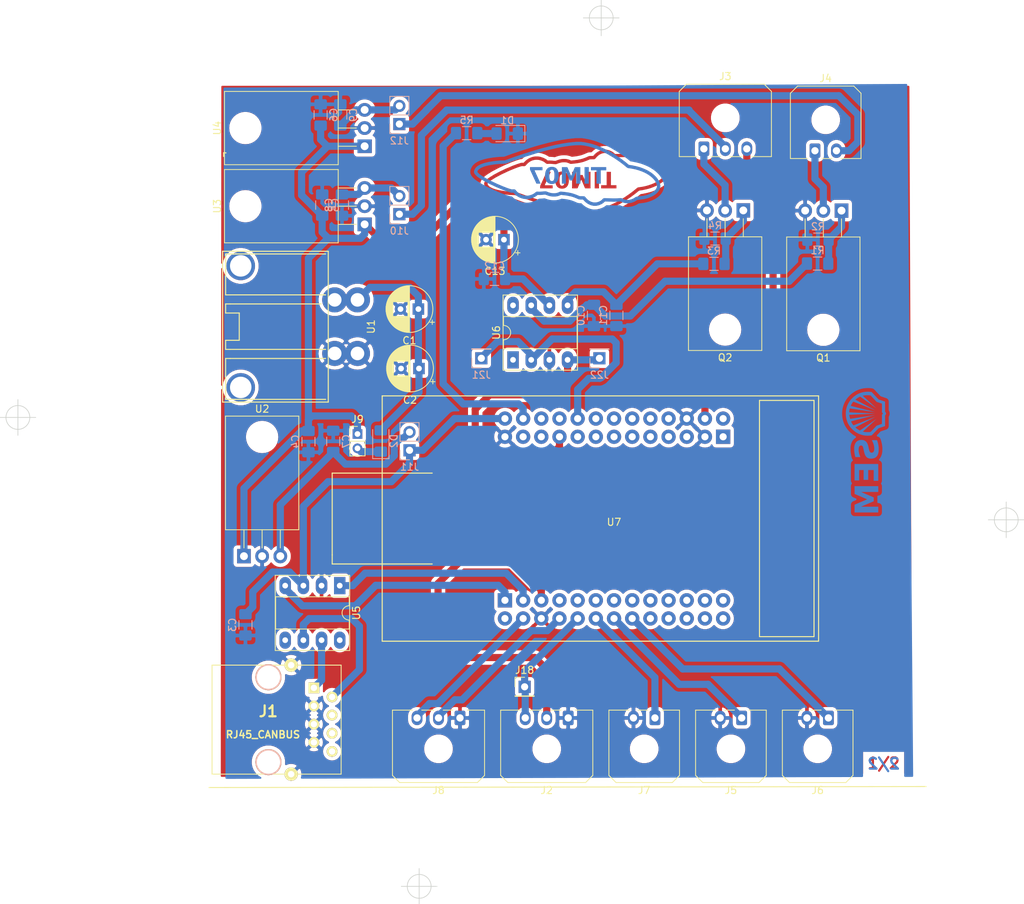
<source format=kicad_pcb>
(kicad_pcb (version 20171130) (host pcbnew "(5.1.5)-3")
  (layers (0 F.Cu signal) (31 B.Cu signal) (34 B.Paste user) (35 F.Paste user) (36 B.SilkS user) (37 F.SilkS user) (38 B.Mask user) (39 F.Mask user) (44 Edge.Cuts user))
  (net 0 "")
  (module Package_DIP:DIP-8_W7.62mm_Socket_LongPads (layer F.Cu) (at 127.31 114.12 270)
    (fp_text reference U5 (at 3.81 -2.33 270) (layer F.SilkS))
    (fp_text value MCP2551-I-SN)
    (pad 1 thru_hole rect (at 0 0 270) (size 2.4 1.6) (drill 0.8) (layers *.Cu *.Mask))
    (pad 5 thru_hole oval (at 7.62 7.62 270) (size 2.4 1.6) (drill 0.8) (layers *.Cu *.Mask))
    (pad 2 thru_hole oval (at 0 2.54 270) (size 2.4 1.6) (drill 0.8) (layers *.Cu *.Mask))
    (pad 6 thru_hole oval (at 7.62 5.08 270) (size 2.4 1.6) (drill 0.8) (layers *.Cu *.Mask))
    (pad 3 thru_hole oval (at 0 5.08 270) (size 2.4 1.6) (drill 0.8) (layers *.Cu *.Mask))
    (pad 7 thru_hole oval (at 7.62 2.54 270) (size 2.4 1.6) (drill 0.8) (layers *.Cu *.Mask))
    (pad 4 thru_hole oval (at 0 7.62 270) (size 2.4 1.6) (drill 0.8) (layers *.Cu *.Mask))
    (pad 8 thru_hole oval (at 7.62 0 270) (size 2.4 1.6) (drill 0.8) (layers *.Cu *.Mask))
  )
  (module Package_TO_SOT_THT:TO-220-3_Horizontal_TabDown (layer F.Cu) (at 130.79 52.7 90)
    (fp_text reference U4 (at 2.54 -20.58 90) (layer F.SilkS))
    (fp_text value L7812)
    (pad 3 thru_hole oval (at 5.08 0 90) (size 1.905 2) (drill 1.1) (layers *.Cu *.Mask))
    (pad 2 thru_hole oval (at 2.54 0 90) (size 1.905 2) (drill 1.1) (layers *.Cu *.Mask))
    (pad 1 thru_hole rect (at 0 0 90) (size 1.905 2) (drill 1.1) (layers *.Cu *.Mask))
    (pad "" np_thru_hole oval (at 2.54 -16.66 90) (size 3.5 3.5) (drill 3.5) (layers *.Cu *.Mask))
  )
  (module TIM_Microcontrollers_V5:STM32H103-OlimexBoard (layer F.Cu) (at 165.63 104.74)
    (fp_text reference U7 (at 0 0.5) (layer F.SilkS))
    (fp_text value STM32H103-OlimexBoard)
    (pad 52 thru_hole circle (at -15.24 -13.97) (size 2 2) (drill 1) (layers *.Cu *.Mask))
    (pad 51 thru_hole circle (at -15.24 -11.43) (size 2 2) (drill 1) (layers *.Cu *.Mask))
    (pad 50 thru_hole circle (at -12.7 -13.97) (size 2 2) (drill 1) (layers *.Cu *.Mask))
    (pad 49 thru_hole circle (at -12.7 -11.43) (size 2 2) (drill 1) (layers *.Cu *.Mask))
    (pad 48 thru_hole circle (at -10.16 -13.97) (size 2 2) (drill 1) (layers *.Cu *.Mask))
    (pad 47 thru_hole circle (at -10.16 -11.43) (size 2 2) (drill 1) (layers *.Cu *.Mask))
    (pad 46 thru_hole circle (at -7.62 -13.97) (size 2 2) (drill 1) (layers *.Cu *.Mask))
    (pad 45 thru_hole circle (at -7.62 -11.43) (size 2 2) (drill 1) (layers *.Cu *.Mask))
    (pad 44 thru_hole circle (at -5.08 -13.97) (size 2 2) (drill 1) (layers *.Cu *.Mask))
    (pad 43 thru_hole circle (at -5.08 -11.43) (size 2 2) (drill 1) (layers *.Cu *.Mask))
    (pad 42 thru_hole circle (at -2.54 -13.97) (size 2 2) (drill 1) (layers *.Cu *.Mask))
    (pad 41 thru_hole circle (at -2.54 -11.43) (size 2 2) (drill 1) (layers *.Cu *.Mask))
    (pad 40 thru_hole circle (at 0 -13.97) (size 2 2) (drill 1) (layers *.Cu *.Mask))
    (pad 39 thru_hole circle (at 0 -11.43) (size 2 2) (drill 1) (layers *.Cu *.Mask))
    (pad 38 thru_hole circle (at 2.54 -13.97) (size 2 2) (drill 1) (layers *.Cu *.Mask))
    (pad 37 thru_hole circle (at 2.54 -11.43) (size 2 2) (drill 1) (layers *.Cu *.Mask))
    (pad 36 thru_hole circle (at 5.08 -13.97) (size 2 2) (drill 1) (layers *.Cu *.Mask))
    (pad 35 thru_hole circle (at 5.08 -11.43) (size 2 2) (drill 1) (layers *.Cu *.Mask))
    (pad 34 thru_hole circle (at 7.62 -13.97) (size 2 2) (drill 1) (layers *.Cu *.Mask))
    (pad 33 thru_hole circle (at 7.62 -11.43) (size 2 2) (drill 1) (layers *.Cu *.Mask))
    (pad 32 thru_hole circle (at 10.16 -13.97) (size 2 2) (drill 1) (layers *.Cu *.Mask))
    (pad 31 thru_hole circle (at 10.16 -11.43) (size 2 2) (drill 1) (layers *.Cu *.Mask))
    (pad 30 thru_hole circle (at 12.7 -13.97) (size 2 2) (drill 1) (layers *.Cu *.Mask))
    (pad 29 thru_hole circle (at 12.7 -11.43) (size 2 2) (drill 1) (layers *.Cu *.Mask))
    (pad 28 thru_hole circle (at 15.24 -13.97) (size 2 2) (drill 1) (layers *.Cu *.Mask))
    (pad 27 thru_hole rect (at 15.24 -11.43) (size 2 2) (drill 1) (layers *.Cu *.Mask))
    (pad 26 thru_hole circle (at 15.24 13.97) (size 2 2) (drill 1) (layers *.Cu *.Mask))
    (pad 25 thru_hole circle (at 15.24 11.43) (size 2 2) (drill 1) (layers *.Cu *.Mask))
    (pad 24 thru_hole circle (at 12.7 13.97) (size 2 2) (drill 1) (layers *.Cu *.Mask))
    (pad 23 thru_hole circle (at 12.7 11.43) (size 2 2) (drill 1) (layers *.Cu *.Mask))
    (pad 22 thru_hole circle (at 10.16 13.97) (size 2 2) (drill 1) (layers *.Cu *.Mask))
    (pad 21 thru_hole circle (at 10.16 11.43) (size 2 2) (drill 1) (layers *.Cu *.Mask))
    (pad 20 thru_hole circle (at 7.62 13.97) (size 2 2) (drill 1) (layers *.Cu *.Mask))
    (pad 19 thru_hole circle (at 7.62 11.43) (size 2 2) (drill 1) (layers *.Cu *.Mask))
    (pad 18 thru_hole circle (at 5.08 13.97) (size 2 2) (drill 1) (layers *.Cu *.Mask))
    (pad 17 thru_hole circle (at 5.08 11.43) (size 2 2) (drill 1) (layers *.Cu *.Mask))
    (pad 16 thru_hole circle (at 2.54 13.97) (size 2 2) (drill 1) (layers *.Cu *.Mask))
    (pad 15 thru_hole circle (at 2.54 11.43) (size 2 2) (drill 1) (layers *.Cu *.Mask))
    (pad 14 thru_hole circle (at 0 13.97) (size 2 2) (drill 1) (layers *.Cu *.Mask))
    (pad 13 thru_hole circle (at 0 11.43) (size 2 2) (drill 1) (layers *.Cu *.Mask))
    (pad 12 thru_hole circle (at -2.54 13.97) (size 2 2) (drill 1) (layers *.Cu *.Mask))
    (pad 11 thru_hole circle (at -2.54 11.43) (size 2 2) (drill 1) (layers *.Cu *.Mask))
    (pad 10 thru_hole circle (at -5.08 13.97) (size 2 2) (drill 1) (layers *.Cu *.Mask))
    (pad 9 thru_hole circle (at -5.08 11.43) (size 2 2) (drill 1) (layers *.Cu *.Mask))
    (pad 8 thru_hole circle (at -7.62 13.97) (size 2 2) (drill 1) (layers *.Cu *.Mask))
    (pad 7 thru_hole circle (at -7.62 11.43) (size 2 2) (drill 1) (layers *.Cu *.Mask))
    (pad 6 thru_hole circle (at -10.16 13.97) (size 2 2) (drill 1) (layers *.Cu *.Mask))
    (pad 5 thru_hole circle (at -10.16 11.43) (size 2 2) (drill 1) (layers *.Cu *.Mask))
    (pad 4 thru_hole circle (at -12.7 13.97) (size 2 2) (drill 1) (layers *.Cu *.Mask))
    (pad 3 thru_hole circle (at -12.7 11.43) (size 2 2) (drill 1) (layers *.Cu *.Mask))
    (pad 2 thru_hole circle (at -15.24 13.97) (size 2 2) (drill 1) (layers *.Cu *.Mask))
    (pad 1 thru_hole rect (at -15.24 11.43) (size 2 2) (drill 1) (layers *.Cu *.Mask))
  )
  (module Package_DIP:DIP-8_W7.62mm_Socket_LongPads (layer F.Cu) (at 151.52 82.56 90)
    (fp_text reference U6 (at 3.81 -2.33 90) (layer F.SilkS))
    (fp_text value TC4424)
    (pad 8 thru_hole oval (at 7.62 0 90) (size 2.4 1.6) (drill 0.8) (layers *.Cu *.Mask))
    (pad 4 thru_hole oval (at 0 7.62 90) (size 2.4 1.6) (drill 0.8) (layers *.Cu *.Mask))
    (pad 7 thru_hole oval (at 7.62 2.54 90) (size 2.4 1.6) (drill 0.8) (layers *.Cu *.Mask))
    (pad 3 thru_hole oval (at 0 5.08 90) (size 2.4 1.6) (drill 0.8) (layers *.Cu *.Mask))
    (pad 6 thru_hole oval (at 7.62 5.08 90) (size 2.4 1.6) (drill 0.8) (layers *.Cu *.Mask))
    (pad 2 thru_hole oval (at 0 2.54 90) (size 2.4 1.6) (drill 0.8) (layers *.Cu *.Mask))
    (pad 5 thru_hole oval (at 7.62 7.62 90) (size 2.4 1.6) (drill 0.8) (layers *.Cu *.Mask))
    (pad 1 thru_hole rect (at 0 0 90) (size 2.4 1.6) (drill 0.8) (layers *.Cu *.Mask))
  )
  (module TIM_Connectors_V5:MOLEX_SABRE_46007-1102 (layer F.Cu) (at 126.61 77.92 270)
    (fp_text reference U1 (at 0 -5.08 270) (layer F.SilkS))
    (fp_text value MOLEX_SABRE_46007-1102)
    (pad "" thru_hole circle (at 8.495 13.13 270) (size 4 4) (drill 3) (layers *.Cu *.Mask))
    (pad "" thru_hole circle (at -8.495 13.13 270) (size 4 4) (drill 3) (layers *.Cu *.Mask))
    (pad 1 thru_hole circle (at 3.745 -3.18 270) (size 3.5 3.5) (drill 1.9) (layers *.Cu *.Mask))
    (pad 2 thru_hole circle (at -3.745 -3.18 270) (size 3.5 3.5) (drill 1.9) (layers *.Cu *.Mask))
    (pad 1 thru_hole circle (at 3.745 0 270) (size 3.5 3.5) (drill 1.9) (layers *.Cu *.Mask))
    (pad 2 thru_hole circle (at -3.745 0 270) (size 3.5 3.5) (drill 1.9) (layers *.Cu *.Mask))
  )
  (module Connector_PinHeader_2.54mm:PinHeader_1x01_P2.54mm_Vertical (layer B.Cu) (at 163.59 82.34)
    (fp_text reference J22 (at 0 2.33) (layer B.SilkS) (effects (justify mirror)))
    (fp_text value Conn_01x01_Female)
    (pad 1 thru_hole rect (at 0 0) (size 1.7 1.7) (drill 1) (layers *.Cu *.Mask))
  )
  (module Resistor_SMD:R_1206_3216Metric_Pad1.42x1.75mm_HandSolder (layer B.Cu) (at 145.04 50.87 180)
    (fp_text reference R5 (at 0 1.82 180) (layer B.SilkS) (effects (justify mirror)))
    (fp_text value R)
    (pad 2 smd roundrect (at 1.4875 0 180) (size 1.425 1.75) (layers B.Cu B.Paste B.Mask) (roundrect_rratio 0.175439))
    (pad 1 smd roundrect (at -1.4875 0 180) (size 1.425 1.75) (layers B.Cu B.Paste B.Mask) (roundrect_rratio 0.175439))
  )
  (module Package_TO_SOT_THT:TO-220-3_Horizontal_TabDown (layer F.Cu) (at 130.79 63.62 90)
    (fp_text reference U3 (at 2.54 -20.58 90) (layer F.SilkS))
    (fp_text value L7805)
    (pad 3 thru_hole oval (at 5.08 0 90) (size 1.905 2) (drill 1.1) (layers *.Cu *.Mask))
    (pad 2 thru_hole oval (at 2.54 0 90) (size 1.905 2) (drill 1.1) (layers *.Cu *.Mask))
    (pad 1 thru_hole rect (at 0 0 90) (size 1.905 2) (drill 1.1) (layers *.Cu *.Mask))
    (pad "" np_thru_hole oval (at 2.54 -16.66 90) (size 3.5 3.5) (drill 3.5) (layers *.Cu *.Mask))
  )
  (module Package_TO_SOT_THT:TO-220-3_Horizontal_TabDown (layer F.Cu) (at 113.93 110)
    (fp_text reference U2 (at 2.54 -20.58) (layer F.SilkS))
    (fp_text value L7805)
    (pad 3 thru_hole oval (at 5.08 0) (size 1.905 2) (drill 1.1) (layers *.Cu *.Mask))
    (pad 2 thru_hole oval (at 2.54 0) (size 1.905 2) (drill 1.1) (layers *.Cu *.Mask))
    (pad 1 thru_hole rect (at 0 0) (size 1.905 2) (drill 1.1) (layers *.Cu *.Mask))
    (pad "" np_thru_hole oval (at 2.54 -16.66) (size 3.5 3.5) (drill 3.5) (layers *.Cu *.Mask))
  )
  (module Resistor_SMD:R_1206_3216Metric_Pad1.42x1.75mm_HandSolder (layer B.Cu) (at 179.59 69.14 180)
    (fp_text reference R3 (at 0 1.82 180) (layer B.SilkS) (effects (justify mirror)))
    (fp_text value 10)
    (pad 1 smd roundrect (at -1.4875 0 180) (size 1.425 1.75) (layers B.Cu B.Paste B.Mask) (roundrect_rratio 0.175439))
    (pad 2 smd roundrect (at 1.4875 0 180) (size 1.425 1.75) (layers B.Cu B.Paste B.Mask) (roundrect_rratio 0.175439))
  )
  (module Resistor_SMD:R_1206_3216Metric_Pad1.42x1.75mm_HandSolder (layer B.Cu) (at 194.12 65.75 180)
    (fp_text reference R2 (at 0 1.82 180) (layer B.SilkS) (effects (justify mirror)))
    (fp_text value 10k)
    (pad 2 smd roundrect (at 1.4875 0 180) (size 1.425 1.75) (layers B.Cu B.Paste B.Mask) (roundrect_rratio 0.175439))
    (pad 1 smd roundrect (at -1.4875 0 180) (size 1.425 1.75) (layers B.Cu B.Paste B.Mask) (roundrect_rratio 0.175439))
  )
  (module Resistor_SMD:R_1206_3216Metric_Pad1.42x1.75mm_HandSolder (layer B.Cu) (at 194.07 69.1 180)
    (fp_text reference R1 (at 0 1.82 180) (layer B.SilkS) (effects (justify mirror)))
    (fp_text value 10)
    (pad 1 smd roundrect (at -1.4875 0 180) (size 1.425 1.75) (layers B.Cu B.Paste B.Mask) (roundrect_rratio 0.175439))
    (pad 2 smd roundrect (at 1.4875 0 180) (size 1.425 1.75) (layers B.Cu B.Paste B.Mask) (roundrect_rratio 0.175439))
  )
  (module Package_TO_SOT_THT:TO-220-3_Horizontal_TabDown (layer F.Cu) (at 197.41 61.7 180)
    (fp_text reference Q1 (at 2.54 -20.58 180) (layer F.SilkS))
    (fp_text value IRFZ44Z)
    (pad "" np_thru_hole oval (at 2.54 -16.66 180) (size 3.5 3.5) (drill 3.5) (layers *.Cu *.Mask))
    (pad 1 thru_hole rect (at 0 0 180) (size 1.905 2) (drill 1.1) (layers *.Cu *.Mask))
    (pad 2 thru_hole oval (at 2.54 0 180) (size 1.905 2) (drill 1.1) (layers *.Cu *.Mask))
    (pad 3 thru_hole oval (at 5.08 0 180) (size 1.905 2) (drill 1.1) (layers *.Cu *.Mask))
  )
  (module Package_TO_SOT_THT:TO-220-3_Horizontal_TabDown (layer F.Cu) (at 183.69 61.67 180)
    (fp_text reference Q2 (at 2.54 -20.58 180) (layer F.SilkS))
    (fp_text value IRFZ44Z)
    (pad "" np_thru_hole oval (at 2.54 -16.66 180) (size 3.5 3.5) (drill 3.5) (layers *.Cu *.Mask))
    (pad 1 thru_hole rect (at 0 0 180) (size 1.905 2) (drill 1.1) (layers *.Cu *.Mask))
    (pad 2 thru_hole oval (at 2.54 0 180) (size 1.905 2) (drill 1.1) (layers *.Cu *.Mask))
    (pad 3 thru_hole oval (at 5.08 0 180) (size 1.905 2) (drill 1.1) (layers *.Cu *.Mask))
  )
  (module Resistor_SMD:R_1206_3216Metric_Pad1.42x1.75mm_HandSolder (layer B.Cu) (at 179.74 65.61 180)
    (fp_text reference R4 (at 0 1.82 180) (layer B.SilkS) (effects (justify mirror)))
    (fp_text value 10k)
    (pad 2 smd roundrect (at 1.4875 0 180) (size 1.425 1.75) (layers B.Cu B.Paste B.Mask) (roundrect_rratio 0.175439))
    (pad 1 smd roundrect (at -1.4875 0 180) (size 1.425 1.75) (layers B.Cu B.Paste B.Mask) (roundrect_rratio 0.175439))
  )
  (module TIM_Connectors_V5:RJ45_CAN (layer F.Cu) (at 117.35 132.85 270)
    (fp_text reference J1 (at -1.16 0.02) (layer F.SilkS) (effects (font (size 1.524 1.524) (thickness 0.3048))))
    (fp_text value RJ45_CANBUS (at 2.09 0.77) (layer F.SilkS) (effects (font (size 1.00076 1.00076) (thickness 0.2032))))
    (pad 9 thru_hole circle (at -7.62 -3.175 270) (size 1.85514 1.85514) (drill 0.89916) (layers *.Cu *.Mask F.SilkS))
    (pad 9 thru_hole circle (at 7.62 -3.175 270) (size 1.85514 1.85514) (drill 0.89916) (layers *.Cu *.Mask F.SilkS))
    (pad 8 thru_hole circle (at 4.445 -8.89 270) (size 1.50114 1.50114) (drill 0.89916) (layers *.Cu *.Mask F.SilkS))
    (pad 7 thru_hole circle (at 3.175 -6.35 270) (size 1.50114 1.50114) (drill 0.89916) (layers *.Cu *.Mask F.SilkS))
    (pad 6 thru_hole circle (at 1.905 -8.89 270) (size 1.50114 1.50114) (drill 0.89916) (layers *.Cu *.Mask F.SilkS))
    (pad 5 thru_hole circle (at 0.635 -6.35 270) (size 1.50114 1.50114) (drill 0.89916) (layers *.Cu *.Mask F.SilkS))
    (pad 4 thru_hole circle (at -0.635 -8.89 270) (size 1.50114 1.50114) (drill 0.89916) (layers *.Cu *.Mask F.SilkS))
    (pad 3 thru_hole circle (at -1.905 -6.35 270) (size 1.50114 1.50114) (drill 0.89916) (layers *.Cu *.Mask F.SilkS))
    (pad 2 thru_hole circle (at -3.175 -8.89 270) (size 1.50114 1.50114) (drill 0.89916) (layers *.Cu *.Mask F.SilkS))
    (pad 1 thru_hole rect (at -4.445 -6.35 270) (size 1.50114 1.50114) (drill 0.89916) (layers *.Cu *.Mask F.SilkS))
    (pad Hole np_thru_hole circle (at -5.9309 0 270) (size 3.64998 3.64998) (drill 3.2512) (layers *.Cu *.SilkS *.Mask))
    (pad Hole np_thru_hole circle (at 5.93852 0 270) (size 3.64998 3.64998) (drill 3.2512) (layers *.Cu *.SilkS *.Mask))
  )
  (module Connector_Molex:Molex_Micro-Fit_3.0_43650-0200_1x02_P3.00mm_Horizontal (layer F.Cu) (at 193.7 53.33)
    (fp_text reference J4 (at 1.5 -10.12) (layer F.SilkS))
    (fp_text value Conn_01x02_Female)
    (pad "" np_thru_hole circle (at 1.5 -4.32) (size 3 3) (drill 3) (layers *.Cu *.Mask))
    (pad 1 thru_hole roundrect (at 0 0) (size 1.5 2.02) (drill 1.02) (layers *.Cu *.Mask) (roundrect_rratio 0.166667))
    (pad 2 thru_hole oval (at 3 0) (size 1.5 2.02) (drill 1.02) (layers *.Cu *.Mask))
  )
  (module Connector_PinHeader_2.54mm:PinHeader_1x02_P2.54mm_Vertical (layer B.Cu) (at 135.64 49.6)
    (fp_text reference J12 (at 0 2.33) (layer B.SilkS) (effects (justify mirror)))
    (fp_text value Conn_01x02_Male)
    (pad 2 thru_hole oval (at 0 -2.54) (size 1.7 1.7) (drill 1) (layers *.Cu *.Mask))
    (pad 1 thru_hole rect (at 0 0) (size 1.7 1.7) (drill 1) (layers *.Cu *.Mask))
  )
  (module Connector_PinHeader_2.00mm:PinHeader_1x02_P2.00mm_Vertical (layer F.Cu) (at 129.79 92.925)
    (fp_text reference J9 (at 0 -2.06) (layer F.SilkS))
    (fp_text value Conn_01x02_Male)
    (pad 2 thru_hole oval (at 0 2) (size 1.35 1.35) (drill 0.8) (layers *.Cu *.Mask))
    (pad 1 thru_hole rect (at 0 0) (size 1.35 1.35) (drill 0.8) (layers *.Cu *.Mask))
  )
  (module Connector_Molex:Molex_Micro-Fit_3.0_43650-0300_1x03_P3.00mm_Horizontal (layer F.Cu) (at 144.11 132.61 180)
    (fp_text reference J8 (at 3 -10.12 180) (layer F.SilkS))
    (fp_text value Conn_01x03_Female)
    (pad 3 thru_hole oval (at 6 0 180) (size 1.5 2.02) (drill 1.02) (layers *.Cu *.Mask))
    (pad 2 thru_hole oval (at 3 0 180) (size 1.5 2.02) (drill 1.02) (layers *.Cu *.Mask))
    (pad 1 thru_hole roundrect (at 0 0 180) (size 1.5 2.02) (drill 1.02) (layers *.Cu *.Mask) (roundrect_rratio 0.166667))
    (pad "" np_thru_hole circle (at 3 -4.32 180) (size 3 3) (drill 3) (layers *.Cu *.Mask))
  )
  (module Connector_Molex:Molex_Micro-Fit_3.0_43650-0300_1x03_P3.00mm_Horizontal (layer F.Cu) (at 159.2275 132.61 180)
    (fp_text reference J2 (at 3 -10.12 180) (layer F.SilkS))
    (fp_text value Conn_01x03_Female_Potar)
    (pad "" np_thru_hole circle (at 3 -4.32 180) (size 3 3) (drill 3) (layers *.Cu *.Mask))
    (pad 1 thru_hole roundrect (at 0 0 180) (size 1.5 2.02) (drill 1.02) (layers *.Cu *.Mask) (roundrect_rratio 0.166667))
    (pad 2 thru_hole oval (at 3 0 180) (size 1.5 2.02) (drill 1.02) (layers *.Cu *.Mask))
    (pad 3 thru_hole oval (at 6 0 180) (size 1.5 2.02) (drill 1.02) (layers *.Cu *.Mask))
  )
  (module Capacitor_SMD:C_1206_3216Metric_Pad1.42x1.75mm_HandSolder (layer B.Cu) (at 148.93 71.25 180)
    (fp_text reference C12 (at 0 1.82 180) (layer B.SilkS) (effects (justify mirror)))
    (fp_text value 100nF)
    (pad 2 smd roundrect (at 1.4875 0 180) (size 1.425 1.75) (layers B.Cu B.Paste B.Mask) (roundrect_rratio 0.175439))
    (pad 1 smd roundrect (at -1.4875 0 180) (size 1.425 1.75) (layers B.Cu B.Paste B.Mask) (roundrect_rratio 0.175439))
  )
  (module Connector_Molex:Molex_Micro-Fit_3.0_43650-0200_1x02_P3.00mm_Horizontal (layer F.Cu) (at 171.345 132.61 180)
    (fp_text reference J7 (at 1.5 -10.12 180) (layer F.SilkS))
    (fp_text value Conn_01x02_Female)
    (pad 2 thru_hole oval (at 3 0 180) (size 1.5 2.02) (drill 1.02) (layers *.Cu *.Mask))
    (pad 1 thru_hole roundrect (at 0 0 180) (size 1.5 2.02) (drill 1.02) (layers *.Cu *.Mask) (roundrect_rratio 0.166667))
    (pad "" np_thru_hole circle (at 1.5 -4.32 180) (size 3 3) (drill 3) (layers *.Cu *.Mask))
  )
  (module Diode_SMD:D_1206_3216Metric_Pad1.42x1.75mm_HandSolder (layer B.Cu) (at 150.71 50.93 180)
    (fp_text reference D1 (at 0 1.82 180) (layer B.SilkS) (effects (justify mirror)))
    (fp_text value LED)
    (pad 1 smd roundrect (at -1.4875 0 180) (size 1.425 1.75) (layers B.Cu B.Paste B.Mask) (roundrect_rratio 0.175439))
    (pad 2 smd roundrect (at 1.4875 0 180) (size 1.425 1.75) (layers B.Cu B.Paste B.Mask) (roundrect_rratio 0.175439))
  )
  (module Connector_PinHeader_2.54mm:PinHeader_1x01_P2.54mm_Vertical (layer B.Cu) (at 147.09 82.34)
    (fp_text reference J21 (at 0 2.33) (layer B.SilkS) (effects (justify mirror)))
    (fp_text value Conn_01x01_Female)
    (pad 1 thru_hole rect (at 0 0) (size 1.7 1.7) (drill 1) (layers *.Cu *.Mask))
  )
  (module Connector_Molex:Molex_Micro-Fit_3.0_43650-0300_1x03_P3.00mm_Horizontal (layer F.Cu) (at 178.18 53.06)
    (fp_text reference J3 (at 3 -10.12) (layer F.SilkS))
    (fp_text value Conn_01x03_Female_Servomotor)
    (pad 3 thru_hole oval (at 6 0) (size 1.5 2.02) (drill 1.02) (layers *.Cu *.Mask))
    (pad 2 thru_hole oval (at 3 0) (size 1.5 2.02) (drill 1.02) (layers *.Cu *.Mask))
    (pad 1 thru_hole roundrect (at 0 0) (size 1.5 2.02) (drill 1.02) (layers *.Cu *.Mask) (roundrect_rratio 0.166667))
    (pad "" np_thru_hole circle (at 3 -4.32) (size 3 3) (drill 3) (layers *.Cu *.Mask))
  )
  (module Connector_Molex:Molex_Micro-Fit_3.0_43650-0200_1x02_P3.00mm_Horizontal (layer F.Cu) (at 195.58 132.61 180)
    (fp_text reference J6 (at 1.5 -10.12 180) (layer F.SilkS))
    (fp_text value Conn_01x02_Female)
    (pad 2 thru_hole oval (at 3 0 180) (size 1.5 2.02) (drill 1.02) (layers *.Cu *.Mask))
    (pad 1 thru_hole roundrect (at 0 0 180) (size 1.5 2.02) (drill 1.02) (layers *.Cu *.Mask) (roundrect_rratio 0.166667))
    (pad "" np_thru_hole circle (at 1.5 -4.32 180) (size 3 3) (drill 3) (layers *.Cu *.Mask))
  )
  (module Diode_SMD:D_1206_3216Metric_Pad1.42x1.75mm_HandSolder (layer B.Cu) (at 133.05 93.9025 90)
    (fp_text reference D2 (at 0 1.82 90) (layer B.SilkS) (effects (justify mirror)))
    (fp_text value D)
    (pad 2 smd roundrect (at 1.4875 0 90) (size 1.425 1.75) (layers B.Cu B.Paste B.Mask) (roundrect_rratio 0.175439))
    (pad 1 smd roundrect (at -1.4875 0 90) (size 1.425 1.75) (layers B.Cu B.Paste B.Mask) (roundrect_rratio 0.175439))
  )
  (module Connector_PinHeader_2.54mm:PinHeader_1x01_P2.54mm_Vertical (layer F.Cu) (at 153.14 128.26)
    (fp_text reference J18 (at 0 -2.33) (layer F.SilkS))
    (fp_text value Conn_01x01_Female)
    (pad 1 thru_hole rect (at 0 0) (size 1.7 1.7) (drill 1) (layers *.Cu *.Mask))
  )
  (module Connector_PinHeader_2.54mm:PinHeader_1x02_P2.54mm_Vertical (layer B.Cu) (at 137.06 95.2)
    (fp_text reference J11 (at 0 2.33) (layer B.SilkS) (effects (justify mirror)))
    (fp_text value Conn_01x02_Male)
    (pad 2 thru_hole oval (at 0 -2.54) (size 1.7 1.7) (drill 1) (layers *.Cu *.Mask))
    (pad 1 thru_hole rect (at 0 0) (size 1.7 1.7) (drill 1) (layers *.Cu *.Mask))
  )
  (module Connector_PinHeader_2.54mm:PinHeader_1x02_P2.54mm_Vertical (layer B.Cu) (at 135.64 62.2)
    (fp_text reference J10 (at 0 2.33) (layer B.SilkS) (effects (justify mirror)))
    (fp_text value Conn_01x02_Male)
    (pad 1 thru_hole rect (at 0 0) (size 1.7 1.7) (drill 1) (layers *.Cu *.Mask))
    (pad 2 thru_hole oval (at 0 -2.54) (size 1.7 1.7) (drill 1) (layers *.Cu *.Mask))
  )
  (module Connector_Molex:Molex_Micro-Fit_3.0_43650-0200_1x02_P3.00mm_Horizontal (layer F.Cu) (at 183.4625 132.61 180)
    (fp_text reference J5 (at 1.5 -10.12 180) (layer F.SilkS))
    (fp_text value Conn_01x02_Female)
    (pad "" np_thru_hole circle (at 1.5 -4.32 180) (size 3 3) (drill 3) (layers *.Cu *.Mask))
    (pad 1 thru_hole roundrect (at 0 0 180) (size 1.5 2.02) (drill 1.02) (layers *.Cu *.Mask) (roundrect_rratio 0.166667))
    (pad 2 thru_hole oval (at 3 0 180) (size 1.5 2.02) (drill 1.02) (layers *.Cu *.Mask))
  )
  (module Capacitor_THT:CP_Radial_D6.3mm_P2.50mm (layer F.Cu) (at 150.25 65.76 180)
    (fp_text reference C13 (at 1.25 -4.4 180) (layer F.SilkS))
    (fp_text value 1uF)
    (pad 2 thru_hole circle (at 2.5 0 180) (size 1.6 1.6) (drill 0.8) (layers *.Cu *.Mask))
    (pad 1 thru_hole rect (at 0 0 180) (size 1.6 1.6) (drill 0.8) (layers *.Cu *.Mask))
  )
  (module Capacitor_SMD:C_1206_3216Metric_Pad1.42x1.75mm_HandSolder (layer B.Cu) (at 165.96 76.35 270)
    (fp_text reference C11 (at 0 1.82 270) (layer B.SilkS) (effects (justify mirror)))
    (fp_text value 1nF)
    (pad 1 smd roundrect (at -1.4875 0 270) (size 1.425 1.75) (layers B.Cu B.Paste B.Mask) (roundrect_rratio 0.175439))
    (pad 2 smd roundrect (at 1.4875 0 270) (size 1.425 1.75) (layers B.Cu B.Paste B.Mask) (roundrect_rratio 0.175439))
  )
  (module Capacitor_SMD:C_1206_3216Metric_Pad1.42x1.75mm_HandSolder (layer B.Cu) (at 127.39 48.325 90)
    (fp_text reference C9 (at 0 1.82 90) (layer B.SilkS) (effects (justify mirror)))
    (fp_text value 100nF)
    (pad 1 smd roundrect (at -1.4875 0 90) (size 1.425 1.75) (layers B.Cu B.Paste B.Mask) (roundrect_rratio 0.175439))
    (pad 2 smd roundrect (at 1.4875 0 90) (size 1.425 1.75) (layers B.Cu B.Paste B.Mask) (roundrect_rratio 0.175439))
  )
  (module Capacitor_SMD:C_1206_3216Metric_Pad1.42x1.75mm_HandSolder (layer B.Cu) (at 122.94 93.99 270)
    (fp_text reference C4 (at 0 1.82 270) (layer B.SilkS) (effects (justify mirror)))
    (fp_text value 330nF)
    (pad 2 smd roundrect (at 1.4875 0 270) (size 1.425 1.75) (layers B.Cu B.Paste B.Mask) (roundrect_rratio 0.175439))
    (pad 1 smd roundrect (at -1.4875 0 270) (size 1.425 1.75) (layers B.Cu B.Paste B.Mask) (roundrect_rratio 0.175439))
  )
  (module Capacitor_SMD:C_1206_3216Metric_Pad1.42x1.75mm_HandSolder (layer B.Cu) (at 162.82 76.35 270)
    (fp_text reference C10 (at 0 1.82 270) (layer B.SilkS) (effects (justify mirror)))
    (fp_text value 1nF)
    (pad 1 smd roundrect (at -1.4875 0 270) (size 1.425 1.75) (layers B.Cu B.Paste B.Mask) (roundrect_rratio 0.175439))
    (pad 2 smd roundrect (at 1.4875 0 270) (size 1.425 1.75) (layers B.Cu B.Paste B.Mask) (roundrect_rratio 0.175439))
  )
  (module Capacitor_SMD:C_1206_3216Metric_Pad1.42x1.75mm_HandSolder (layer B.Cu) (at 124.86 60.925 90)
    (fp_text reference C5 (at 0 1.82 90) (layer B.SilkS) (effects (justify mirror)))
    (fp_text value 330nF)
    (pad 1 smd roundrect (at -1.4875 0 90) (size 1.425 1.75) (layers B.Cu B.Paste B.Mask) (roundrect_rratio 0.175439))
    (pad 2 smd roundrect (at 1.4875 0 90) (size 1.425 1.75) (layers B.Cu B.Paste B.Mask) (roundrect_rratio 0.175439))
  )
  (module Capacitor_SMD:C_1206_3216Metric_Pad1.42x1.75mm_HandSolder (layer B.Cu) (at 126.4 93.95 90)
    (fp_text reference C7 (at 0 1.82 90) (layer B.SilkS) (effects (justify mirror)))
    (fp_text value 100nF)
    (pad 2 smd roundrect (at 1.4875 0 90) (size 1.425 1.75) (layers B.Cu B.Paste B.Mask) (roundrect_rratio 0.175439))
    (pad 1 smd roundrect (at -1.4875 0 90) (size 1.425 1.75) (layers B.Cu B.Paste B.Mask) (roundrect_rratio 0.175439))
  )
  (module TIM_Logos_V5:logo_tim07_medium_bottom (layer B.Cu) (at 160.51 57.66)
    (fp_text reference VAL hide)
    (fp_text value REF hide)
    (fp_poly (pts (xy -13.02512 0.2794) (xy -13.02512 0.23368) (xy -13.02512 0.2032) (xy -13.02258 0.18034) (xy -13.02258 0.1651) (xy -13.02004 0.1524) (xy -13.0175 0.14986) (xy -13.01242 0.14478) (xy -13.00988 0.14224) (xy -12.99972 0.13462) (xy -12.9921 0.11938) (xy -12.98194 0.09398) (xy -12.98194 0.09144) (xy -12.97432 0.06604) (xy -12.9667 0.04318) (xy -12.95908 0.02794) (xy -12.9286 -0.01524) (xy -12.89304 -0.06604) (xy -12.84986 -0.11684) (xy -12.8016 -0.17272) (xy -12.74826 -0.22606) (xy -12.69238 -0.2794) (xy -12.65174 -0.32004) (xy -12.61618 -0.35306) (xy -12.58824 -0.37846) (xy -12.56538 -0.39878) (xy -12.5476 -0.41402) (xy -12.54506 -0.41656) (xy -12.54506 0.30226) (xy -12.5349 0.3429) (xy -12.51712 0.38608) (xy -12.5095 0.40386) (xy -12.49426 0.4318) (xy -12.47648 0.45974) (xy -12.46378 0.4826) (xy -12.46378 0.48514) (xy -12.45362 0.50038) (xy -12.43838 0.51562) (xy -12.41806 0.53848) (xy -12.3952 0.56642) (xy -12.36726 0.59182) (xy -12.34186 0.61722) (xy -12.319 0.64262) (xy -12.29614 0.66294) (xy -12.2809 0.67818) (xy -12.27074 0.6858) (xy -12.2682 0.6858) (xy -12.26058 0.69088) (xy -12.24534 0.6985) (xy -12.22502 0.7112) (xy -12.20724 0.72136) (xy -12.18184 0.73914) (xy -12.15898 0.75438) (xy -12.1412 0.76708) (xy -12.13358 0.77216) (xy -12.11326 0.78232) (xy -12.09294 0.79756) (xy -12.0904 0.79756) (xy -12.07262 0.80772) (xy -12.05484 0.81534) (xy -12.0523 0.81534) (xy -12.03706 0.82296) (xy -12.01928 0.83312) (xy -12.00658 0.8382) (xy -11.9888 0.8509) (xy -11.97102 0.85852) (xy -11.9634 0.86106) (xy -11.95578 0.8636) (xy -11.94562 0.86614) (xy -11.93038 0.87376) (xy -11.90752 0.88392) (xy -11.87704 0.89662) (xy -11.83894 0.9144) (xy -11.82116 0.92456) (xy -11.79576 0.93472) (xy -11.7729 0.94488) (xy -11.75512 0.94996) (xy -11.73734 0.95504) (xy -11.71448 0.9652) (xy -11.69416 0.97282) (xy -11.6713 0.98044) (xy -11.65606 0.98806) (xy -11.64336 0.9906) (xy -11.6332 0.99568) (xy -11.61288 1.00076) (xy -11.60272 1.00584) (xy -11.57732 1.01854) (xy -11.54938 1.02616) (xy -11.54176 1.0287) (xy -11.5189 1.03378) (xy -11.49096 1.0414) (xy -11.46302 1.05156) (xy -11.43508 1.05918) (xy -11.39952 1.06934) (xy -11.36396 1.0795) (xy -11.35126 1.08204) (xy -11.31824 1.08966) (xy -11.28268 1.09982) (xy -11.2522 1.10744) (xy -11.24458 1.10998) (xy -11.22172 1.1176) (xy -11.1887 1.12522) (xy -11.1506 1.13284) (xy -11.10742 1.143) (xy -11.06678 1.15316) (xy -11.02614 1.16078) (xy -10.99312 1.16586) (xy -10.96772 1.17094) (xy -10.9601 1.17094) (xy -10.93978 1.17602) (xy -10.91438 1.1811) (xy -10.88644 1.18872) (xy -10.87374 1.19126) (xy -10.84072 1.19888) (xy -10.80262 1.2065) (xy -10.76452 1.20904) (xy -10.74928 1.21412) (xy -10.71118 1.21666) (xy -10.668 1.22428) (xy -10.62736 1.2319) (xy -10.61466 1.23444) (xy -10.5791 1.24206) (xy -10.53592 1.24968) (xy -10.49782 1.25476) (xy -10.48766 1.25476) (xy -10.4521 1.2573) (xy -10.41146 1.26238) (xy -10.37082 1.27) (xy -10.35812 1.27508) (xy -10.3251 1.28016) (xy -10.28446 1.28524) (xy -10.24382 1.29286) (xy -10.20064 1.29794) (xy -10.19048 1.30048) (xy -10.15238 1.30302) (xy -10.11428 1.3081) (xy -10.08126 1.31318) (xy -10.05586 1.31572) (xy -10.04824 1.31826) (xy -10.00252 1.32588) (xy -9.94156 1.33096) (xy -9.87552 1.33858) (xy -9.80186 1.34366) (xy -9.78916 1.34366) (xy -9.71296 1.34874) (xy -9.63422 1.3589) (xy -9.56818 1.36906) (xy -9.55802 1.36906) (xy -9.5377 1.3716) (xy -9.50722 1.37414) (xy -9.46912 1.37414) (xy -9.42594 1.37668) (xy -9.38022 1.37668) (xy -9.37006 1.37668) (xy -9.29132 1.38176) (xy -9.22528 1.3843) (xy -9.16432 1.3843) (xy -9.11606 1.38684) (xy -9.07034 1.38938) (xy -9.0297 1.39192) (xy -8.9916 1.39446) (xy -8.95604 1.397) (xy -8.91794 1.39954) (xy -8.90524 1.39954) (xy -8.85952 1.40462) (xy -8.80618 1.40716) (xy -8.75284 1.41224) (xy -8.70458 1.41478) (xy -8.69442 1.41478) (xy -8.64616 1.41986) (xy -8.60806 1.4224) (xy -8.58012 1.43002) (xy -8.55726 1.4351) (xy -8.55472 1.43764) (xy -8.52932 1.44526) (xy -8.49884 1.45288) (xy -8.4709 1.46304) (xy -8.4455 1.47066) (xy -8.4201 1.48082) (xy -8.40486 1.48844) (xy -8.40232 1.48844) (xy -8.38708 1.49606) (xy -8.36422 1.50622) (xy -8.33882 1.51384) (xy -8.33628 1.51384) (xy -8.21944 1.55448) (xy -8.1026 1.59766) (xy -8.08228 1.60528) (xy -8.04926 1.61544) (xy -8.0137 1.62814) (xy -7.98068 1.64084) (xy -7.95528 1.64846) (xy -7.92988 1.65608) (xy -7.9121 1.6637) (xy -7.8994 1.66878) (xy -7.88924 1.67386) (xy -7.86892 1.68148) (xy -7.84606 1.6891) (xy -7.81812 1.69672) (xy -7.79018 1.70942) (xy -7.76986 1.71958) (xy -7.74954 1.7272) (xy -7.73176 1.73482) (xy -7.7216 1.73482) (xy -7.70636 1.73736) (xy -7.68604 1.74498) (xy -7.67588 1.75006) (xy -7.65048 1.76022) (xy -7.62508 1.77038) (xy -7.60984 1.77546) (xy -7.5819 1.78308) (xy -7.5565 1.79324) (xy -7.5438 1.80086) (xy -7.5184 1.81102) (xy -7.493 1.81864) (xy -7.48538 1.82372) (xy -7.46252 1.8288) (xy -7.4422 1.83642) (xy -7.43458 1.8415) (xy -7.41934 1.84658) (xy -7.39394 1.8542) (xy -7.38124 1.85674) (xy -7.35584 1.86436) (xy -7.33298 1.87452) (xy -7.32282 1.8796) (xy -7.30504 1.88722) (xy -7.27456 1.89992) (xy -7.23646 1.91262) (xy -7.19582 1.92786) (xy -7.15264 1.94056) (xy -7.14502 1.9431) (xy -7.12978 1.94818) (xy -7.10184 1.9558) (xy -7.06882 1.9685) (xy -7.02564 1.9812) (xy -6.97992 1.99898) (xy -6.92912 2.01676) (xy -6.87832 2.032) (xy -6.82498 2.04978) (xy -6.77164 2.06756) (xy -6.72592 2.08534) (xy -6.68274 2.09804) (xy -6.64718 2.1082) (xy -6.61924 2.11582) (xy -6.604 2.12344) (xy -6.5786 2.13106) (xy -6.5532 2.13868) (xy -6.53542 2.1463) (xy -6.51256 2.15646) (xy -6.48716 2.16408) (xy -6.47446 2.16662) (xy -6.44906 2.17424) (xy -6.42112 2.1844) (xy -6.4135 2.18948) (xy -6.39064 2.19964) (xy -6.3627 2.20726) (xy -6.34746 2.2098) (xy -6.32206 2.21488) (xy -6.2992 2.2225) (xy -6.29158 2.23012) (xy -6.2738 2.23774) (xy -6.25094 2.24536) (xy -6.23062 2.25298) (xy -6.20014 2.2606) (xy -6.17474 2.26822) (xy -6.15696 2.27584) (xy -6.13156 2.286) (xy -6.1087 2.29362) (xy -6.10108 2.29616) (xy -6.07822 2.30124) (xy -6.05282 2.3114) (xy -6.04774 2.31394) (xy -6.02742 2.32156) (xy -6.00202 2.32918) (xy -5.98678 2.33426) (xy -5.96138 2.34188) (xy -5.93598 2.35204) (xy -5.92582 2.35712) (xy -5.9055 2.36474) (xy -5.8801 2.37236) (xy -5.86232 2.37744) (xy -5.83438 2.38506) (xy -5.80136 2.39522) (xy -5.77342 2.40538) (xy -5.74548 2.413) (xy -5.71246 2.42062) (xy -5.6769 2.43332) (xy -5.64896 2.44348) (xy -5.6134 2.4511) (xy -5.58292 2.4638) (xy -5.55244 2.47396) (xy -5.53466 2.47904) (xy -5.5118 2.48412) (xy -5.48386 2.49428) (xy -5.4483 2.50444) (xy -5.4229 2.50952) (xy -5.39242 2.51968) (xy -5.36194 2.5273) (xy -5.33654 2.53492) (xy -5.32384 2.54254) (xy -5.30098 2.55016) (xy -5.27304 2.55778) (xy -5.25526 2.56286) (xy -5.22986 2.56794) (xy -5.20954 2.57556) (xy -5.1943 2.58064) (xy -5.1816 2.58826) (xy -5.15874 2.59334) (xy -5.13334 2.59842) (xy -5.1308 2.60096) (xy -5.10286 2.60858) (xy -5.07238 2.6162) (xy -5.04952 2.62636) (xy -5.02666 2.63398) (xy -5.00126 2.6416) (xy -4.9911 2.64414) (xy -4.97078 2.64922) (xy -4.94284 2.65684) (xy -4.91998 2.667) (xy -4.89712 2.67716) (xy -4.86664 2.68478) (xy -4.84886 2.68732) (xy -4.826 2.69494) (xy -4.79806 2.70256) (xy -4.78282 2.71018) (xy -4.75742 2.7178) (xy -4.72948 2.72542) (xy -4.71424 2.7305) (xy -4.6863 2.73812) (xy -4.65836 2.74828) (xy -4.65074 2.75336) (xy -4.62534 2.76352) (xy -4.5974 2.77114) (xy -4.57708 2.77622) (xy -4.55422 2.7813) (xy -4.52882 2.78892) (xy -4.51612 2.794) (xy -4.4958 2.80162) (xy -4.4704 2.80924) (xy -4.45516 2.81432) (xy -4.42976 2.8194) (xy -4.40436 2.82702) (xy -4.39166 2.8321) (xy -4.37896 2.83718) (xy -4.35356 2.8448) (xy -4.32308 2.85496) (xy -4.28498 2.86512) (xy -4.24688 2.87782) (xy -4.24434 2.87782) (xy -4.2037 2.88798) (xy -4.15798 2.90068) (xy -4.1148 2.91338) (xy -4.07924 2.92354) (xy -4.05384 2.93116) (xy -4.02336 2.93878) (xy -3.99796 2.9464) (xy -3.9751 2.95402) (xy -3.9624 2.95656) (xy -3.94462 2.96164) (xy -3.92176 2.96672) (xy -3.89636 2.97688) (xy -3.89128 2.97688) (xy -3.86588 2.9845) (xy -3.83794 2.99212) (xy -3.81762 2.99466) (xy -3.81508 2.99466) (xy -3.79476 2.99974) (xy -3.76936 3.00736) (xy -3.74904 3.01498) (xy -3.72364 3.0226) (xy -3.69062 3.03276) (xy -3.66522 3.03784) (xy -3.63982 3.04546) (xy -3.61188 3.05308) (xy -3.5941 3.0607) (xy -3.57124 3.06832) (xy -3.5433 3.07594) (xy -3.5306 3.07594) (xy -3.5052 3.08356) (xy -3.47472 3.09118) (xy -3.45948 3.0988) (xy -3.43408 3.10642) (xy -3.4036 3.11404) (xy -3.37312 3.12166) (xy -3.3655 3.1242) (xy -3.33756 3.12928) (xy -3.30708 3.13944) (xy -3.28422 3.14706) (xy -3.28168 3.1496) (xy -3.25628 3.15722) (xy -3.22834 3.16484) (xy -3.20294 3.16738) (xy -3.175 3.175) (xy -3.15214 3.18008) (xy -3.1369 3.18516) (xy -3.12166 3.19024) (xy -3.0988 3.19786) (xy -3.07086 3.20548) (xy -3.06578 3.20548) (xy -3.0353 3.2131) (xy -3.00228 3.22072) (xy -2.97688 3.22834) (xy -2.9464 3.2385) (xy -2.91338 3.24866) (xy -2.89306 3.2512) (xy -2.86258 3.25882) (xy -2.83718 3.26644) (xy -2.8194 3.27152) (xy -2.794 3.27914) (xy -2.76606 3.28676) (xy -2.75844 3.28676) (xy -2.74066 3.2893) (xy -2.71272 3.29692) (xy -2.6797 3.30454) (xy -2.65684 3.31216) (xy -2.6289 3.31978) (xy -2.5908 3.32994) (xy -2.54762 3.3401) (xy -2.5019 3.35026) (xy -2.45872 3.36296) (xy -2.41554 3.37312) (xy -2.37236 3.38074) (xy -2.33426 3.3909) (xy -2.30124 3.39852) (xy -2.27838 3.4036) (xy -2.27584 3.4036) (xy -2.24536 3.41376) (xy -2.2098 3.42138) (xy -2.18186 3.42646) (xy -2.15392 3.43408) (xy -2.12344 3.4417) (xy -2.08788 3.44932) (xy -2.07264 3.45186) (xy -2.03962 3.45948) (xy -2.00914 3.4671) (xy -1.9812 3.47218) (xy -1.97104 3.47218) (xy -1.9431 3.4798) (xy -1.91008 3.48742) (xy -1.88722 3.49504) (xy -1.85928 3.50266) (xy -1.82626 3.51028) (xy -1.79324 3.5179) (xy -1.7653 3.52298) (xy -1.73482 3.5306) (xy -1.71196 3.53822) (xy -1.70942 3.53822) (xy -1.6891 3.5433) (xy -1.65862 3.55092) (xy -1.62814 3.556) (xy -1.62306 3.556) (xy -1.59766 3.56108) (xy -1.57226 3.56362) (xy -1.55448 3.57124) (xy -1.55194 3.57124) (xy -1.52908 3.5814) (xy -1.4986 3.58902) (xy -1.4605 3.59664) (xy -1.42748 3.60172) (xy -1.39446 3.6068) (xy -1.36144 3.61188) (xy -1.33604 3.6195) (xy -1.33096 3.62204) (xy -1.3081 3.62712) (xy -1.27762 3.63474) (xy -1.24206 3.63982) (xy -1.22428 3.64236) (xy -1.19126 3.64744) (xy -1.1557 3.65506) (xy -1.12776 3.66014) (xy -1.11506 3.66268) (xy -1.08712 3.6703) (xy -1.05664 3.67792) (xy -1.02362 3.683) (xy -1.02108 3.683) (xy -0.98806 3.68808) (xy -0.94996 3.6957) (xy -0.91694 3.70586) (xy -0.9144 3.70586) (xy -0.88138 3.71602) (xy -0.85344 3.7211) (xy -0.8255 3.72618) (xy -0.79248 3.73126) (xy -0.78486 3.73126) (xy -0.762 3.7338) (xy -0.73406 3.73888) (xy -0.70612 3.7465) (xy -0.67564 3.75412) (xy -0.64516 3.7592) (xy -0.6223 3.76174) (xy -0.60706 3.76428) (xy -0.58166 3.76936) (xy -0.5461 3.77444) (xy -0.50546 3.77952) (xy -0.46228 3.78714) (xy -0.41656 3.79476) (xy -0.37084 3.80238) (xy -0.32512 3.81) (xy -0.28448 3.81508) (xy -0.24892 3.8227) (xy -0.22606 3.8227) (xy -0.21082 3.82524) (xy -0.19304 3.83032) (xy -0.1651 3.83286) (xy -0.12954 3.83794) (xy -0.09144 3.84302) (xy -0.05842 3.8481) (xy -0.01778 3.85318) (xy 0.02286 3.8608) (xy 0.05842 3.86588) (xy 0.08382 3.86842) (xy 0.09906 3.87096) (xy 0.12446 3.87604) (xy 0.15748 3.88112) (xy 0.18796 3.8862) (xy 0.21082 3.89128) (xy 0.23114 3.89636) (xy 0.254 3.8989) (xy 0.2794 3.90144) (xy 0.30988 3.90652) (xy 0.34798 3.90652) (xy 0.39878 3.9116) (xy 0.41402 3.91414) (xy 0.45974 3.91414) (xy 0.49276 3.91922) (xy 0.52324 3.92176) (xy 0.5461 3.92176) (xy 0.56896 3.92684) (xy 0.59182 3.92938) (xy 0.5969 3.92938) (xy 0.61468 3.93446) (xy 0.63246 3.937) (xy 0.65278 3.937) (xy 0.68072 3.93954) (xy 0.71374 3.94462) (xy 0.75438 3.94462) (xy 0.80772 3.9497) (xy 0.81534 3.9497) (xy 0.85598 3.95224) (xy 0.89662 3.95732) (xy 0.93472 3.95986) (xy 0.9652 3.96494) (xy 0.97282 3.96748) (xy 0.9906 3.96748) (xy 1.01092 3.97002) (xy 1.03378 3.97256) (xy 1.05918 3.9751) (xy 1.08966 3.97764) (xy 1.12776 3.97764) (xy 1.17094 3.98018) (xy 1.22428 3.98272) (xy 1.28524 3.98272) (xy 1.3589 3.98526) (xy 1.44272 3.9878) (xy 1.46304 3.99034) (xy 1.58242 3.99034) (xy 1.6891 3.99034) (xy 1.7907 3.99034) (xy 1.8796 3.99034) (xy 1.95834 3.98526) (xy 2.02438 3.98018) (xy 2.08026 3.9751) (xy 2.11074 3.96748) (xy 2.14376 3.96494) (xy 2.18186 3.95986) (xy 2.2225 3.95224) (xy 2.26568 3.9497) (xy 2.27076 3.9497) (xy 2.3114 3.94462) (xy 2.35204 3.94208) (xy 2.38252 3.937) (xy 2.40538 3.92938) (xy 2.43332 3.9243) (xy 2.46634 3.91922) (xy 2.49936 3.91414) (xy 2.50444 3.9116) (xy 2.54 3.90652) (xy 2.58064 3.8989) (xy 2.6162 3.89128) (xy 2.61874 3.89128) (xy 2.64922 3.88366) (xy 2.67716 3.87604) (xy 2.70002 3.87096) (xy 2.7051 3.87096) (xy 2.7305 3.86842) (xy 2.76352 3.8608) (xy 2.79908 3.85318) (xy 2.83972 3.84556) (xy 2.88544 3.83794) (xy 2.92608 3.82778) (xy 2.96418 3.82016) (xy 2.9972 3.81254) (xy 3.0226 3.80746) (xy 3.04038 3.79984) (xy 3.04292 3.79984) (xy 3.0607 3.79476) (xy 3.08864 3.7846) (xy 3.12166 3.77698) (xy 3.1623 3.76682) (xy 3.2004 3.75412) (xy 3.2385 3.7465) (xy 3.27152 3.73888) (xy 3.2766 3.73634) (xy 3.30708 3.72872) (xy 3.33756 3.7211) (xy 3.35788 3.71602) (xy 3.38074 3.7084) (xy 3.41122 3.69824) (xy 3.44424 3.68808) (xy 3.45186 3.68554) (xy 3.4798 3.67792) (xy 3.51028 3.6703) (xy 3.53314 3.66268) (xy 3.53822 3.66014) (xy 3.56108 3.64998) (xy 3.58648 3.64236) (xy 3.59156 3.64236) (xy 3.61188 3.63728) (xy 3.63728 3.62712) (xy 3.6449 3.62458) (xy 3.6703 3.61442) (xy 3.6957 3.60426) (xy 3.7084 3.60172) (xy 3.7338 3.5941) (xy 3.76174 3.58394) (xy 3.76936 3.57886) (xy 3.79222 3.5687) (xy 3.82016 3.55854) (xy 3.83286 3.556) (xy 3.85826 3.54838) (xy 3.88112 3.54076) (xy 3.89128 3.53822) (xy 3.90652 3.5306) (xy 3.92938 3.52298) (xy 3.94462 3.5179) (xy 3.96748 3.51028) (xy 3.99796 3.50012) (xy 4.01574 3.4925) (xy 4.03606 3.48234) (xy 4.05384 3.47726) (xy 4.064 3.47218) (xy 4.07162 3.47218) (xy 4.0894 3.46456) (xy 4.11226 3.45694) (xy 4.14274 3.44678) (xy 4.17068 3.43408) (xy 4.19608 3.42392) (xy 4.21894 3.41376) (xy 4.23418 3.40868) (xy 4.23418 3.40614) (xy 4.24942 3.40106) (xy 4.26974 3.3909) (xy 4.29514 3.38074) (xy 4.3053 3.3782) (xy 4.35102 3.36042) (xy 4.38658 3.34772) (xy 4.41706 3.33502) (xy 4.43738 3.3274) (xy 4.45516 3.31978) (xy 4.47294 3.31216) (xy 4.48056 3.30962) (xy 4.50088 3.29946) (xy 4.51612 3.29184) (xy 4.52628 3.2893) (xy 4.53898 3.28676) (xy 4.55422 3.28168) (xy 4.56946 3.27406) (xy 4.59232 3.26136) (xy 4.62026 3.2512) (xy 4.63042 3.24612) (xy 4.65074 3.23596) (xy 4.66852 3.22834) (xy 4.6736 3.22326) (xy 4.69138 3.2131) (xy 4.71424 3.20294) (xy 4.73964 3.19024) (xy 4.76504 3.18008) (xy 4.78536 3.16992) (xy 4.79806 3.16484) (xy 4.80568 3.1623) (xy 4.8133 3.15976) (xy 4.82854 3.15214) (xy 4.83362 3.14706) (xy 4.85394 3.1369) (xy 4.87934 3.12674) (xy 4.8895 3.12166) (xy 4.90728 3.11404) (xy 4.92252 3.10642) (xy 4.9276 3.10134) (xy 4.93776 3.09626) (xy 4.95554 3.08864) (xy 4.97586 3.08102) (xy 4.99618 3.07086) (xy 5.01396 3.06324) (xy 5.02412 3.05816) (xy 5.03428 3.05054) (xy 5.03936 3.048) (xy 5.04698 3.04546) (xy 5.06476 3.03784) (xy 5.08762 3.02514) (xy 5.12064 3.0099) (xy 5.15874 2.99212) (xy 5.20192 2.96926) (xy 5.24764 2.9464) (xy 5.29336 2.92354) (xy 5.33908 2.90068) (xy 5.38226 2.87782) (xy 5.4229 2.8575) (xy 5.45846 2.83972) (xy 5.4864 2.82448) (xy 5.50926 2.81178) (xy 5.5372 2.79654) (xy 5.56006 2.78384) (xy 5.58292 2.77368) (xy 5.58546 2.77114) (xy 5.60578 2.76352) (xy 5.62102 2.75336) (xy 5.62356 2.75082) (xy 5.6388 2.74066) (xy 5.6642 2.72542) (xy 5.69468 2.70764) (xy 5.7277 2.68732) (xy 5.74802 2.6797) (xy 5.76072 2.66954) (xy 5.7658 2.66446) (xy 5.77596 2.65684) (xy 5.79374 2.64922) (xy 5.81152 2.63906) (xy 5.83184 2.62636) (xy 5.83692 2.62128) (xy 5.85216 2.61112) (xy 5.86232 2.6035) (xy 5.86486 2.6035) (xy 5.87248 2.60096) (xy 5.88772 2.59334) (xy 5.90804 2.58064) (xy 5.9309 2.56794) (xy 5.95122 2.55524) (xy 5.97154 2.54254) (xy 5.97916 2.53746) (xy 5.9944 2.5273) (xy 6.01472 2.5146) (xy 6.04012 2.5019) (xy 6.05536 2.49174) (xy 6.0833 2.47904) (xy 6.1087 2.4638) (xy 6.12648 2.4511) (xy 6.1341 2.44856) (xy 6.15188 2.4384) (xy 6.17474 2.4257) (xy 6.20014 2.41046) (xy 6.20522 2.40538) (xy 6.23062 2.39014) (xy 6.25856 2.3749) (xy 6.28142 2.35966) (xy 6.28396 2.35966) (xy 6.30428 2.34696) (xy 6.32206 2.3368) (xy 6.33222 2.32918) (xy 6.37032 2.30632) (xy 6.40588 2.28346) (xy 6.41096 2.28346) (xy 6.42874 2.27076) (xy 6.4516 2.25806) (xy 6.46176 2.25298) (xy 6.48208 2.23774) (xy 6.50494 2.22758) (xy 6.51256 2.2225) (xy 6.53288 2.20726) (xy 6.55066 2.1971) (xy 6.5659 2.18694) (xy 6.58876 2.16916) (xy 6.62178 2.14884) (xy 6.65988 2.12344) (xy 6.70306 2.09296) (xy 6.75132 2.06248) (xy 6.80212 2.02692) (xy 6.85546 1.99136) (xy 6.90626 1.9558) (xy 6.9469 1.92786) (xy 6.97992 1.905) (xy 7.01548 1.8796) (xy 7.05358 1.85674) (xy 7.06882 1.84404) (xy 7.09422 1.82626) (xy 7.11708 1.81102) (xy 7.13486 1.79832) (xy 7.14502 1.79324) (xy 7.15772 1.78308) (xy 7.17804 1.77038) (xy 7.19836 1.75768) (xy 7.22122 1.7399) (xy 7.2517 1.71958) (xy 7.2771 1.69926) (xy 7.28218 1.69672) (xy 7.30504 1.67894) (xy 7.32536 1.66624) (xy 7.3406 1.65354) (xy 7.34314 1.651) (xy 7.3533 1.64338) (xy 7.37362 1.63068) (xy 7.39394 1.6129) (xy 7.4041 1.60782) (xy 7.42696 1.59004) (xy 7.44982 1.5748) (xy 7.46506 1.5621) (xy 7.4676 1.55956) (xy 7.4803 1.5494) (xy 7.50316 1.53416) (xy 7.52348 1.52146) (xy 7.54888 1.50114) (xy 7.57428 1.48082) (xy 7.59206 1.46812) (xy 7.60984 1.45288) (xy 7.63016 1.43764) (xy 7.64032 1.43002) (xy 7.65556 1.41986) (xy 7.67334 1.40716) (xy 7.67842 1.39954) (xy 7.7089 1.37668) (xy 7.72668 1.36144) (xy 7.74192 1.35128) (xy 7.75462 1.34366) (xy 7.7597 1.33858) (xy 7.77494 1.33096) (xy 7.79272 1.31826) (xy 7.80034 1.31064) (xy 7.82066 1.2954) (xy 7.83844 1.2827) (xy 7.84352 1.27762) (xy 7.89178 1.23698) (xy 7.94766 1.19126) (xy 8.00862 1.14046) (xy 8.07466 1.08712) (xy 8.1407 1.03378) (xy 8.2042 0.98044) (xy 8.24738 0.94234) (xy 8.27278 0.92202) (xy 8.29564 0.90424) (xy 8.31596 0.889) (xy 8.32358 0.88138) (xy 8.3439 0.86614) (xy 8.36676 0.84836) (xy 8.37184 0.84328) (xy 8.38962 0.83312) (xy 8.4074 0.82296) (xy 8.41248 0.82042) (xy 8.43026 0.81534) (xy 8.44804 0.80772) (xy 8.4582 0.80518) (xy 8.47852 0.79502) (xy 8.49376 0.78994) (xy 8.51662 0.78486) (xy 8.5471 0.78232) (xy 8.5852 0.77724) (xy 8.58774 0.77724) (xy 8.61568 0.7747) (xy 8.65124 0.76962) (xy 8.68934 0.76454) (xy 8.71474 0.75946) (xy 8.75284 0.75184) (xy 8.79602 0.74422) (xy 8.83412 0.73914) (xy 8.85444 0.7366) (xy 8.88746 0.73406) (xy 8.91794 0.72898) (xy 8.95096 0.7239) (xy 8.98652 0.71882) (xy 9.03224 0.7112) (xy 9.08558 0.6985) (xy 9.08812 0.6985) (xy 9.1186 0.69342) (xy 9.14654 0.69088) (xy 9.1694 0.68326) (xy 9.17956 0.68326) (xy 9.19988 0.68072) (xy 9.22528 0.67564) (xy 9.2456 0.66802) (xy 9.26592 0.66548) (xy 9.2964 0.65786) (xy 9.33196 0.65024) (xy 9.37006 0.64262) (xy 9.38784 0.63754) (xy 9.45134 0.62484) (xy 9.50214 0.61468) (xy 9.54532 0.60452) (xy 9.5758 0.5969) (xy 9.60374 0.59182) (xy 9.62406 0.5842) (xy 9.64184 0.57912) (xy 9.65454 0.57658) (xy 9.65962 0.57404) (xy 9.68756 0.56388) (xy 9.71804 0.55626) (xy 9.73328 0.55372) (xy 9.76122 0.5461) (xy 9.7917 0.53848) (xy 9.8044 0.53086) (xy 9.83234 0.52324) (xy 9.86028 0.51562) (xy 9.88314 0.508) (xy 9.90854 0.50292) (xy 9.9314 0.49784) (xy 9.9441 0.49276) (xy 9.9568 0.48768) (xy 9.97966 0.48006) (xy 10.00506 0.47244) (xy 10.01014 0.4699) (xy 10.03554 0.46228) (xy 10.06094 0.45466) (xy 10.07872 0.44704) (xy 10.0965 0.43688) (xy 10.1219 0.42926) (xy 10.1346 0.42418) (xy 10.16 0.4191) (xy 10.1854 0.40894) (xy 10.19302 0.4064) (xy 10.21588 0.39624) (xy 10.23874 0.38862) (xy 10.24636 0.38608) (xy 10.27176 0.381) (xy 10.2997 0.37084) (xy 10.30986 0.36576) (xy 10.33526 0.3556) (xy 10.3632 0.3429) (xy 10.37844 0.33782) (xy 10.39876 0.33274) (xy 10.42162 0.32512) (xy 10.44448 0.31496) (xy 10.47496 0.30226) (xy 10.51306 0.28702) (xy 10.55878 0.2667) (xy 10.5918 0.25146) (xy 10.62482 0.23622) (xy 10.6553 0.22606) (xy 10.6807 0.2159) (xy 10.69594 0.20828) (xy 10.70102 0.20574) (xy 10.71118 0.2032) (xy 10.73404 0.19304) (xy 10.7569 0.18034) (xy 10.77722 0.17272) (xy 10.80516 0.15748) (xy 10.8331 0.14224) (xy 10.85596 0.13208) (xy 10.86358 0.127) (xy 10.88644 0.11938) (xy 10.90422 0.10922) (xy 10.9093 0.10414) (xy 10.92454 0.09652) (xy 10.94486 0.08636) (xy 10.9601 0.07874) (xy 10.9855 0.06604) (xy 11.01344 0.0508) (xy 11.03884 0.03556) (xy 11.06424 0.02032) (xy 11.08964 0.00762) (xy 11.10742 -0.00254) (xy 11.10996 -0.00254) (xy 11.13028 -0.0127) (xy 11.14806 -0.0254) (xy 11.15314 -0.02794) (xy 11.16584 -0.03556) (xy 11.18362 -0.0508) (xy 11.2014 -0.05842) (xy 11.23188 -0.07874) (xy 11.26236 -0.09652) (xy 11.29284 -0.11684) (xy 11.30554 -0.12446) (xy 11.3284 -0.1397) (xy 11.3538 -0.15494) (xy 11.3665 -0.16256) (xy 11.40714 -0.18796) (xy 11.4554 -0.21844) (xy 11.48842 -0.24384) (xy 11.52398 -0.27178) (xy 11.557 -0.29718) (xy 11.58748 -0.3175) (xy 11.61034 -0.33528) (xy 11.62558 -0.34798) (xy 11.63066 -0.34798) (xy 11.64082 -0.35814) (xy 11.65606 -0.37084) (xy 11.67892 -0.38862) (xy 11.68654 -0.39624) (xy 11.7094 -0.41656) (xy 11.72718 -0.4318) (xy 11.74242 -0.44196) (xy 11.7475 -0.44704) (xy 11.7602 -0.4572) (xy 11.78306 -0.47752) (xy 11.80846 -0.50038) (xy 11.84148 -0.53086) (xy 11.87704 -0.56134) (xy 11.9126 -0.5969) (xy 11.94562 -0.62992) (xy 11.98372 -0.66548) (xy 12.0142 -0.6985) (xy 12.04214 -0.72644) (xy 12.065 -0.75184) (xy 12.08278 -0.76962) (xy 12.0904 -0.78232) (xy 12.09802 -0.79502) (xy 12.1158 -0.81534) (xy 12.13866 -0.84328) (xy 12.16406 -0.87376) (xy 12.19708 -0.91186) (xy 12.22248 -0.94234) (xy 12.2428 -0.96774) (xy 12.2555 -0.98806) (xy 12.26566 -1.0033) (xy 12.2682 -1.01092) (xy 12.2809 -1.03124) (xy 12.29106 -1.04902) (xy 12.29614 -1.0541) (xy 12.32662 -1.09982) (xy 12.35964 -1.1557) (xy 12.39012 -1.21666) (xy 12.40282 -1.2446) (xy 12.41806 -1.27) (xy 12.42568 -1.28778) (xy 12.4333 -1.29794) (xy 12.44092 -1.3081) (xy 12.44854 -1.33096) (xy 12.4587 -1.3589) (xy 12.4714 -1.39446) (xy 12.48156 -1.43256) (xy 12.48664 -1.45288) (xy 12.4968 -1.48336) (xy 12.50696 -1.51892) (xy 12.51712 -1.54686) (xy 12.51712 -1.5494) (xy 12.52474 -1.56718) (xy 12.52728 -1.58242) (xy 12.52982 -1.59766) (xy 12.53236 -1.62052) (xy 12.53236 -1.64846) (xy 12.53236 -1.68402) (xy 12.53236 -1.70434) (xy 12.53236 -1.75006) (xy 12.52982 -1.78816) (xy 12.52728 -1.81864) (xy 12.52474 -1.83896) (xy 12.52474 -1.84404) (xy 12.4968 -1.9304) (xy 12.46886 -2.0066) (xy 12.43584 -2.07264) (xy 12.39774 -2.13614) (xy 12.35456 -2.1971) (xy 12.30122 -2.25552) (xy 12.25296 -2.30632) (xy 12.20978 -2.3495) (xy 12.17422 -2.38506) (xy 12.14374 -2.413) (xy 12.12088 -2.43586) (xy 12.09802 -2.45618) (xy 12.08278 -2.47142) (xy 12.065 -2.48412) (xy 12.04976 -2.49682) (xy 12.03198 -2.50698) (xy 12.02436 -2.51206) (xy 11.98372 -2.54) (xy 11.95324 -2.56032) (xy 11.93038 -2.57556) (xy 11.9126 -2.58826) (xy 11.8999 -2.59588) (xy 11.88974 -2.6035) (xy 11.88212 -2.60604) (xy 11.87704 -2.60858) (xy 11.8618 -2.61874) (xy 11.84148 -2.63398) (xy 11.83894 -2.63652) (xy 11.82116 -2.64922) (xy 11.80084 -2.65938) (xy 11.7983 -2.66192) (xy 11.77798 -2.67208) (xy 11.7602 -2.68224) (xy 11.74242 -2.69494) (xy 11.71956 -2.70256) (xy 11.71448 -2.70256) (xy 11.69416 -2.71018) (xy 11.68146 -2.7178) (xy 11.67892 -2.72288) (xy 11.66876 -2.7305) (xy 11.65098 -2.74066) (xy 11.63066 -2.75082) (xy 11.6078 -2.76098) (xy 11.58748 -2.77114) (xy 11.57732 -2.77876) (xy 11.55954 -2.78638) (xy 11.53414 -2.79908) (xy 11.50112 -2.81432) (xy 11.46302 -2.8321) (xy 11.44016 -2.84226) (xy 11.41476 -2.85242) (xy 11.38174 -2.86512) (xy 11.3538 -2.87782) (xy 11.35126 -2.87782) (xy 11.32586 -2.88544) (xy 11.2903 -2.89814) (xy 11.25474 -2.91338) (xy 11.21918 -2.92608) (xy 11.2141 -2.92862) (xy 11.17854 -2.94132) (xy 11.14298 -2.95402) (xy 11.10742 -2.96418) (xy 11.08202 -2.9718) (xy 11.07694 -2.9718) (xy 11.05154 -2.97688) (xy 11.02868 -2.9845) (xy 11.0109 -2.99212) (xy 11.00836 -2.99212) (xy 10.99312 -2.9972) (xy 10.97026 -3.00228) (xy 10.94232 -3.0099) (xy 10.93978 -3.0099) (xy 10.9093 -3.01752) (xy 10.87882 -3.02768) (xy 10.85342 -3.0353) (xy 10.85088 -3.0353) (xy 10.82802 -3.04292) (xy 10.79754 -3.048) (xy 10.76706 -3.05308) (xy 10.7569 -3.05308) (xy 10.72388 -3.0607) (xy 10.68832 -3.06578) (xy 10.65784 -3.0734) (xy 10.65276 -3.0734) (xy 10.62482 -3.08102) (xy 10.59688 -3.0861) (xy 10.56894 -3.09118) (xy 10.53592 -3.09118) (xy 10.49528 -3.09626) (xy 10.4902 -3.09626) (xy 10.45718 -3.0988) (xy 10.41908 -3.10388) (xy 10.37844 -3.1115) (xy 10.36066 -3.11404) (xy 10.32764 -3.12166) (xy 10.28446 -3.12928) (xy 10.24128 -3.13182) (xy 10.20064 -3.1369) (xy 10.19556 -3.1369) (xy 10.15746 -3.13944) (xy 10.11936 -3.14452) (xy 10.08634 -3.1496) (xy 10.06094 -3.15214) (xy 10.05586 -3.15214) (xy 10.01776 -3.15976) (xy 9.97966 -3.16738) (xy 9.93902 -3.175) (xy 9.8933 -3.17754) (xy 9.85266 -3.18262) (xy 9.81202 -3.18516) (xy 9.78154 -3.1877) (xy 9.75614 -3.19024) (xy 9.73328 -3.19532) (xy 9.71042 -3.19786) (xy 9.68502 -3.20548) (xy 9.66216 -3.2131) (xy 9.62914 -3.22072) (xy 9.59612 -3.23342) (xy 9.5631 -3.24866) (xy 9.53262 -3.26136) (xy 9.50976 -3.27406) (xy 9.49706 -3.28676) (xy 9.49706 -3.2893) (xy 9.48436 -3.29692) (xy 9.46912 -3.31216) (xy 9.44372 -3.32994) (xy 9.41578 -3.35026) (xy 9.38784 -3.36804) (xy 9.36244 -3.38328) (xy 9.33958 -3.39598) (xy 9.33196 -3.4036) (xy 9.31672 -3.41122) (xy 9.29386 -3.42392) (xy 9.26338 -3.43916) (xy 9.24052 -3.44932) (xy 9.21512 -3.46456) (xy 9.19226 -3.47726) (xy 9.17702 -3.48488) (xy 9.16686 -3.48742) (xy 9.15924 -3.48742) (xy 9.14146 -3.49504) (xy 9.1186 -3.50774) (xy 9.11606 -3.51028) (xy 9.0932 -3.5179) (xy 9.07288 -3.52552) (xy 9.06272 -3.5306) (xy 9.06018 -3.5306) (xy 9.05002 -3.53314) (xy 9.03224 -3.54076) (xy 9.01954 -3.54838) (xy 8.99668 -3.556) (xy 8.96874 -3.56616) (xy 8.94334 -3.57124) (xy 8.91794 -3.57886) (xy 8.89 -3.58648) (xy 8.87222 -3.5941) (xy 8.84936 -3.60172) (xy 8.82142 -3.60934) (xy 8.79856 -3.61442) (xy 8.76808 -3.61696) (xy 8.73506 -3.62458) (xy 8.70204 -3.6322) (xy 8.6995 -3.6322) (xy 8.63092 -3.6449) (xy 8.54964 -3.65252) (xy 8.46328 -3.65506) (xy 8.3693 -3.65506) (xy 8.32612 -3.65252) (xy 8.27278 -3.64744) (xy 8.23214 -3.6449) (xy 8.19912 -3.63982) (xy 8.17626 -3.63728) (xy 8.1661 -3.6322) (xy 8.13816 -3.62458) (xy 8.10768 -3.61696) (xy 8.0899 -3.61442) (xy 8.06196 -3.60934) (xy 8.03656 -3.60172) (xy 8.02132 -3.5941) (xy 8.00608 -3.58648) (xy 7.97814 -3.57886) (xy 7.95274 -3.57378) (xy 7.94766 -3.57124) (xy 7.92226 -3.56616) (xy 7.8994 -3.55854) (xy 7.88416 -3.55092) (xy 7.88162 -3.55092) (xy 7.86384 -3.54076) (xy 7.84352 -3.53314) (xy 7.8232 -3.52298) (xy 7.80288 -3.51028) (xy 7.80034 -3.51028) (xy 7.78256 -3.49758) (xy 7.76224 -3.48742) (xy 7.73938 -3.4798) (xy 7.72414 -3.46964) (xy 7.69366 -3.45186) (xy 7.65556 -3.43662) (xy 7.61746 -3.42138) (xy 7.57682 -3.41122) (xy 7.5565 -3.40614) (xy 7.54126 -3.4036) (xy 7.52348 -3.40106) (xy 7.5057 -3.40106) (xy 7.48284 -3.40106) (xy 7.45744 -3.40106) (xy 7.42442 -3.4036) (xy 7.38124 -3.4036) (xy 7.3279 -3.40614) (xy 7.32536 -3.40614) (xy 7.27456 -3.41122) (xy 7.22884 -3.41122) (xy 7.18312 -3.4163) (xy 7.14502 -3.41884) (xy 7.11454 -3.42138) (xy 7.09168 -3.42392) (xy 7.0739 -3.42646) (xy 7.04596 -3.42646) (xy 7.00532 -3.429) (xy 6.9596 -3.43154) (xy 6.9088 -3.43408) (xy 6.85546 -3.43408) (xy 6.81482 -3.43662) (xy 6.71322 -3.43916) (xy 6.60146 -3.4417) (xy 6.47954 -3.4417) (xy 6.34492 -3.43916) (xy 6.20014 -3.43408) (xy 6.04774 -3.43154) (xy 5.88772 -3.42392) (xy 5.85216 -3.42392) (xy 5.80136 -3.42138) (xy 5.74294 -3.41884) (xy 5.68198 -3.41884) (xy 5.61848 -3.4163) (xy 5.55244 -3.41376) (xy 5.48894 -3.41122) (xy 5.42544 -3.41122) (xy 5.36448 -3.40868) (xy 5.3086 -3.40868) (xy 5.25526 -3.40614) (xy 5.21208 -3.40614) (xy 5.17652 -3.40614) (xy 5.14858 -3.40614) (xy 5.1308 -3.40614) (xy 5.12572 -3.40868) (xy 5.11048 -3.41376) (xy 5.08508 -3.42646) (xy 5.05714 -3.4417) (xy 5.0292 -3.45694) (xy 5.0038 -3.47218) (xy 4.98856 -3.48234) (xy 4.97586 -3.4925) (xy 4.9657 -3.50266) (xy 4.95046 -3.51536) (xy 4.93522 -3.53314) (xy 4.91744 -3.55346) (xy 4.8895 -3.5814) (xy 4.88696 -3.58648) (xy 4.86664 -3.60934) (xy 4.84632 -3.6322) (xy 4.82854 -3.64744) (xy 4.82346 -3.65506) (xy 4.80568 -3.66776) (xy 4.78282 -3.68554) (xy 4.75742 -3.7084) (xy 4.72948 -3.72618) (xy 4.70662 -3.74396) (xy 4.69646 -3.74904) (xy 4.68122 -3.7592) (xy 4.65836 -3.77444) (xy 4.6355 -3.78968) (xy 4.63042 -3.79222) (xy 4.60756 -3.80746) (xy 4.5847 -3.8227) (xy 4.55422 -3.8354) (xy 4.5212 -3.85064) (xy 4.47802 -3.86842) (xy 4.46278 -3.87604) (xy 4.43738 -3.88366) (xy 4.40944 -3.8989) (xy 4.40182 -3.90144) (xy 4.37388 -3.91414) (xy 4.33578 -3.92938) (xy 4.29768 -3.94208) (xy 4.25704 -3.95224) (xy 4.22656 -3.9624) (xy 4.21894 -3.9624) (xy 4.191 -3.96748) (xy 4.16052 -3.9751) (xy 4.1402 -3.98272) (xy 4.1148 -3.99034) (xy 4.09194 -3.99542) (xy 4.06654 -3.99796) (xy 4.0386 -4.0005) (xy 4.00558 -4.00304) (xy 3.96748 -4.00558) (xy 3.91668 -4.00558) (xy 3.8608 -4.00558) (xy 3.84556 -4.00558) (xy 3.79222 -4.00558) (xy 3.75158 -4.00304) (xy 3.71856 -4.00304) (xy 3.69316 -4.0005) (xy 3.67538 -3.99796) (xy 3.6576 -3.99796) (xy 3.6449 -3.99542) (xy 3.6322 -3.99034) (xy 3.6195 -3.9878) (xy 3.59156 -3.97764) (xy 3.56108 -3.97002) (xy 3.53822 -3.96748) (xy 3.51282 -3.95986) (xy 3.4798 -3.95224) (xy 3.44424 -3.94208) (xy 3.4036 -3.92938) (xy 3.3655 -3.91414) (xy 3.33248 -3.90144) (xy 3.31978 -3.89636) (xy 3.20548 -3.84302) (xy 3.10642 -3.78714) (xy 3.01498 -3.72872) (xy 2.9845 -3.70586) (xy 2.96164 -3.68808) (xy 2.93878 -3.6703) (xy 2.92862 -3.66268) (xy 2.91592 -3.65506) (xy 2.89306 -3.63728) (xy 2.8702 -3.61442) (xy 2.83972 -3.58648) (xy 2.80924 -3.556) (xy 2.79908 -3.54838) (xy 2.7686 -3.5179) (xy 2.7432 -3.49504) (xy 2.7178 -3.46964) (xy 2.69494 -3.4417) (xy 2.66954 -3.4163) (xy 2.6416 -3.38582) (xy 2.61112 -3.35026) (xy 2.57302 -3.30454) (xy 2.53238 -3.25628) (xy 2.49936 -3.22072) (xy 2.47142 -3.19278) (xy 2.44348 -3.175) (xy 2.413 -3.15722) (xy 2.3749 -3.14198) (xy 2.3622 -3.13944) (xy 2.3368 -3.1369) (xy 2.30124 -3.1369) (xy 2.25298 -3.1369) (xy 2.19456 -3.13436) (xy 2.12598 -3.13182) (xy 2.04724 -3.13182) (xy 1.97612 -3.12928) (xy 1.9177 -3.12928) (xy 1.8669 -3.12928) (xy 1.82626 -3.12928) (xy 1.79578 -3.12674) (xy 1.77292 -3.12674) (xy 1.75514 -3.1242) (xy 1.74244 -3.12166) (xy 1.73482 -3.12166) (xy 1.7272 -3.11912) (xy 1.7272 -3.11658) (xy 1.71196 -3.10896) (xy 1.69164 -3.10134) (xy 1.6764 -3.09626) (xy 1.65354 -3.08864) (xy 1.63576 -3.07848) (xy 1.6256 -3.0734) (xy 1.60528 -3.06324) (xy 1.59004 -3.05816) (xy 1.5748 -3.05308) (xy 1.55448 -3.04292) (xy 1.52908 -3.03276) (xy 1.50368 -3.02006) (xy 1.47066 -3.00482) (xy 1.44272 -2.99212) (xy 1.38176 -2.96926) (xy 1.33096 -2.9464) (xy 1.29286 -2.93116) (xy 1.26238 -2.92354) (xy 1.24714 -2.91592) (xy 1.2446 -2.91592) (xy 1.2319 -2.91084) (xy 1.20904 -2.90322) (xy 1.17856 -2.89306) (xy 1.14808 -2.88036) (xy 1.143 -2.88036) (xy 1.10998 -2.86766) (xy 1.07188 -2.85496) (xy 1.03886 -2.83972) (xy 1.016 -2.8321) (xy 0.98806 -2.82194) (xy 0.9652 -2.81178) (xy 0.94996 -2.80416) (xy 0.94742 -2.80416) (xy 0.9271 -2.79654) (xy 0.91186 -2.79146) (xy 0.88138 -2.78638) (xy 0.85852 -2.77876) (xy 0.84328 -2.77368) (xy 0.83058 -2.7686) (xy 0.8128 -2.76098) (xy 0.7874 -2.75336) (xy 0.75946 -2.74828) (xy 0.75438 -2.74574) (xy 0.72644 -2.74066) (xy 0.6985 -2.73304) (xy 0.68072 -2.72542) (xy 0.67818 -2.72542) (xy 0.6604 -2.7178) (xy 0.635 -2.71018) (xy 0.60706 -2.70256) (xy 0.59182 -2.70256) (xy 0.5588 -2.69494) (xy 0.53086 -2.68986) (xy 0.50546 -2.68224) (xy 0.49784 -2.6797) (xy 0.47752 -2.67462) (xy 0.44704 -2.667) (xy 0.41656 -2.66446) (xy 0.40386 -2.66192) (xy 0.37084 -2.65684) (xy 0.33274 -2.64922) (xy 0.30226 -2.6416) (xy 0.29464 -2.63652) (xy 0.26416 -2.6289) (xy 0.2286 -2.62128) (xy 0.19558 -2.61874) (xy 0.18796 -2.6162) (xy 0.14478 -2.61112) (xy 0.11176 -2.60858) (xy 0.08128 -2.6035) (xy 0.05334 -2.59588) (xy 0.0381 -2.59588) (xy 0.01778 -2.58826) (xy -0.0127 -2.58572) (xy -0.04572 -2.58064) (xy -0.07366 -2.5781) (xy -0.11176 -2.57302) (xy -0.15748 -2.56794) (xy -0.2032 -2.56032) (xy -0.22606 -2.55778) (xy -0.25654 -2.55016) (xy -0.29464 -2.54508) (xy -0.34036 -2.54) (xy -0.39116 -2.53492) (xy -0.4445 -2.52984) (xy -0.46228 -2.5273) (xy -0.508 -2.52476) (xy -0.54864 -2.51968) (xy -0.5842 -2.51714) (xy -0.61468 -2.5146) (xy -0.62992 -2.51206) (xy -0.63754 -2.51206) (xy -0.65278 -2.50952) (xy -0.6731 -2.50698) (xy -0.69088 -2.50444) (xy -0.7112 -2.50444) (xy -0.73914 -2.5019) (xy -0.7747 -2.49936) (xy -0.8128 -2.49682) (xy -0.81788 -2.49682) (xy -0.85598 -2.49174) (xy -0.88646 -2.4892) (xy -0.91186 -2.4892) (xy -0.93472 -2.49428) (xy -0.96012 -2.49682) (xy -0.9652 -2.49682) (xy -1.02362 -2.51206) (xy -1.07696 -2.52984) (xy -1.12522 -2.55016) (xy -1.1303 -2.55524) (xy -1.14808 -2.5654) (xy -1.16586 -2.57302) (xy -1.1684 -2.57556) (xy -1.18618 -2.58064) (xy -1.20396 -2.5908) (xy -1.2065 -2.59334) (xy -1.22428 -2.60096) (xy -1.24714 -2.60858) (xy -1.27508 -2.61874) (xy -1.27762 -2.61874) (xy -1.30048 -2.62382) (xy -1.32334 -2.63144) (xy -1.33858 -2.63906) (xy -1.35128 -2.64414) (xy -1.3716 -2.65176) (xy -1.39954 -2.65938) (xy -1.40462 -2.65938) (xy -1.43256 -2.667) (xy -1.4605 -2.67462) (xy -1.48082 -2.68224) (xy -1.48336 -2.68224) (xy -1.4986 -2.68732) (xy -1.524 -2.6924) (xy -1.55956 -2.69748) (xy -1.59766 -2.70256) (xy -1.61798 -2.70256) (xy -1.67894 -2.71018) (xy -1.74498 -2.71272) (xy -1.81356 -2.71526) (xy -1.88468 -2.71526) (xy -1.95326 -2.71272) (xy -2.0193 -2.71018) (xy -2.0828 -2.70764) (xy -2.13868 -2.70256) (xy -2.18948 -2.69494) (xy -2.22758 -2.68732) (xy -2.25044 -2.68224) (xy -2.27838 -2.67462) (xy -2.31394 -2.667) (xy -2.34442 -2.66192) (xy -2.3749 -2.65684) (xy -2.40538 -2.64922) (xy -2.42824 -2.6416) (xy -2.42824 -2.63906) (xy -2.45364 -2.6289) (xy -2.48158 -2.62128) (xy -2.4892 -2.61874) (xy -2.51206 -2.61366) (xy -2.53746 -2.60604) (xy -2.55778 -2.60096) (xy -2.58064 -2.5908) (xy -2.60858 -2.58318) (xy -2.62382 -2.5781) (xy -2.64668 -2.57302) (xy -2.67208 -2.56286) (xy -2.68732 -2.55778) (xy -2.72542 -2.54) (xy -2.76606 -2.52222) (xy -2.81178 -2.50444) (xy -2.85496 -2.4892) (xy -2.89814 -2.47396) (xy -2.9337 -2.4638) (xy -2.96164 -2.45364) (xy -2.97688 -2.4511) (xy -3.00228 -2.44856) (xy -3.0353 -2.44856) (xy -3.07594 -2.44856) (xy -3.12166 -2.4511) (xy -3.18008 -2.4511) (xy -3.24866 -2.45872) (xy -3.3274 -2.4638) (xy -3.41884 -2.47396) (xy -3.49504 -2.48158) (xy -3.61696 -2.4892) (xy -3.73126 -2.49682) (xy -3.83794 -2.5019) (xy -3.937 -2.5019) (xy -4.02336 -2.49682) (xy -4.03606 -2.49682) (xy -4.09194 -2.49428) (xy -4.13766 -2.49174) (xy -4.17322 -2.4892) (xy -4.2037 -2.4892) (xy -4.2291 -2.49174) (xy -4.24942 -2.49428) (xy -4.26974 -2.49936) (xy -4.29006 -2.50444) (xy -4.30784 -2.51206) (xy -4.34086 -2.5273) (xy -4.3688 -2.54) (xy -4.3942 -2.55778) (xy -4.42722 -2.58318) (xy -4.46024 -2.61112) (xy -4.49326 -2.63906) (xy -4.52882 -2.66446) (xy -4.55676 -2.68986) (xy -4.57962 -2.71018) (xy -4.58978 -2.7178) (xy -4.60756 -2.73304) (xy -4.63804 -2.75336) (xy -4.66598 -2.77114) (xy -4.69392 -2.78638) (xy -4.70154 -2.79146) (xy -4.7244 -2.80162) (xy -4.75234 -2.81686) (xy -4.77774 -2.8321) (xy -4.83362 -2.86258) (xy -4.88696 -2.89052) (xy -4.94284 -2.91338) (xy -4.99618 -2.93116) (xy -5.06476 -2.95402) (xy -5.12572 -2.97688) (xy -5.17398 -2.99212) (xy -5.21716 -3.00228) (xy -5.2451 -3.0099) (xy -5.2578 -3.01498) (xy -5.27812 -3.01752) (xy -5.30606 -3.0226) (xy -5.334 -3.03276) (xy -5.33908 -3.03276) (xy -5.3721 -3.04038) (xy -5.41782 -3.048) (xy -5.4737 -3.05308) (xy -5.53466 -3.05816) (xy -5.59816 -3.0607) (xy -5.66674 -3.0607) (xy -5.73532 -3.0607) (xy -5.8039 -3.0607) (xy -5.86486 -3.05816) (xy -5.92582 -3.05308) (xy -5.97408 -3.048) (xy -6.01472 -3.04038) (xy -6.02234 -3.03784) (xy -6.04774 -3.03022) (xy -6.07822 -3.0226) (xy -6.09092 -3.0226) (xy -6.11632 -3.01498) (xy -6.1468 -3.00736) (xy -6.1722 -2.99974) (xy -6.24078 -2.98196) (xy -6.31444 -2.95656) (xy -6.39064 -2.92608) (xy -6.46684 -2.89052) (xy -6.4897 -2.87782) (xy -6.51764 -2.86512) (xy -6.54304 -2.84988) (xy -6.5659 -2.83972) (xy -6.57606 -2.83464) (xy -6.61924 -2.80924) (xy -6.66496 -2.77876) (xy -6.71576 -2.74066) (xy -6.72592 -2.73304) (xy -6.74878 -2.7178) (xy -6.7691 -2.70256) (xy -6.77672 -2.69748) (xy -6.7945 -2.68732) (xy -6.80212 -2.6797) (xy -6.80466 -2.6797) (xy -6.81482 -2.66954) (xy -6.82498 -2.66192) (xy -6.83768 -2.6543) (xy -6.85546 -2.63906) (xy -6.87324 -2.62128) (xy -6.88086 -2.61366) (xy -6.90372 -2.59334) (xy -6.93166 -2.5654) (xy -6.9596 -2.54) (xy -6.9723 -2.5273) (xy -6.9977 -2.50444) (xy -7.02564 -2.47396) (xy -7.05612 -2.44348) (xy -7.08406 -2.413) (xy -7.09168 -2.40538) (xy -7.11708 -2.3749) (xy -7.14502 -2.34442) (xy -7.16788 -2.31648) (xy -7.18566 -2.29616) (xy -7.19074 -2.29108) (xy -7.20598 -2.2733) (xy -7.22122 -2.25552) (xy -7.22884 -2.24536) (xy -7.23646 -2.23774) (xy -7.24916 -2.22758) (xy -7.26694 -2.21488) (xy -7.28472 -2.20218) (xy -7.30504 -2.19456) (xy -7.3279 -2.18694) (xy -7.35838 -2.17932) (xy -7.36854 -2.17678) (xy -7.39648 -2.17424) (xy -7.41934 -2.16916) (xy -7.43966 -2.16916) (xy -7.46252 -2.16916) (xy -7.49046 -2.16916) (xy -7.52602 -2.16916) (xy -7.54888 -2.1717) (xy -7.60984 -2.17678) (xy -7.6581 -2.17678) (xy -7.69874 -2.17678) (xy -7.73176 -2.17678) (xy -7.75716 -2.17678) (xy -7.78002 -2.17424) (xy -7.80034 -2.16916) (xy -7.81812 -2.16154) (xy -7.82574 -2.159) (xy -7.8486 -2.15138) (xy -7.86892 -2.14376) (xy -7.88416 -2.13868) (xy -7.89686 -2.13868) (xy -7.91464 -2.1336) (xy -7.94004 -2.12598) (xy -7.95782 -2.1209) (xy -7.98576 -2.11328) (xy -8.02132 -2.10058) (xy -8.06196 -2.08788) (xy -8.1026 -2.07772) (xy -8.11276 -2.07264) (xy -8.19658 -2.04724) (xy -8.2931 -2.01422) (xy -8.3947 -1.97612) (xy -8.45312 -1.9558) (xy -8.4836 -1.9431) (xy -8.51408 -1.93294) (xy -8.53948 -1.92278) (xy -8.55472 -1.9177) (xy -8.58012 -1.90754) (xy -8.60806 -1.89484) (xy -8.62076 -1.88976) (xy -8.63854 -1.8796) (xy -8.65378 -1.87452) (xy -8.6614 -1.87198) (xy -8.66902 -1.87198) (xy -8.68934 -1.86436) (xy -8.70966 -1.8542) (xy -8.73252 -1.84404) (xy -8.75284 -1.83896) (xy -8.763 -1.83388) (xy -8.7757 -1.83388) (xy -8.79348 -1.82626) (xy -8.81126 -1.8161) (xy -8.83666 -1.8034) (xy -8.86206 -1.79578) (xy -8.8773 -1.7907) (xy -8.9027 -1.78054) (xy -8.9281 -1.77292) (xy -8.93064 -1.76784) (xy -8.9535 -1.75768) (xy -8.97382 -1.75006) (xy -8.9789 -1.75006) (xy -8.99668 -1.74244) (xy -9.01954 -1.73482) (xy -9.03478 -1.7272) (xy -9.05764 -1.71704) (xy -9.0805 -1.70434) (xy -9.08812 -1.7018) (xy -9.11098 -1.69418) (xy -9.13384 -1.68148) (xy -9.14146 -1.67894) (xy -9.1567 -1.67132) (xy -9.17194 -1.66624) (xy -9.17448 -1.6637) (xy -9.18718 -1.66116) (xy -9.20242 -1.65608) (xy -9.22528 -1.64592) (xy -9.25322 -1.63576) (xy -9.2837 -1.62052) (xy -9.3218 -1.60528) (xy -9.36752 -1.58496) (xy -9.4234 -1.5621) (xy -9.46912 -1.54432) (xy -9.4996 -1.52908) (xy -9.52246 -1.51892) (xy -9.54532 -1.5113) (xy -9.55294 -1.50622) (xy -9.55548 -1.50368) (xy -9.56564 -1.4986) (xy -9.58342 -1.49098) (xy -9.60628 -1.48336) (xy -9.60882 -1.48082) (xy -9.65454 -1.46304) (xy -9.6901 -1.4478) (xy -9.71296 -1.43764) (xy -9.73328 -1.43002) (xy -9.74344 -1.42494) (xy -9.75106 -1.4224) (xy -9.7536 -1.41986) (xy -9.7663 -1.41224) (xy -9.78154 -1.40462) (xy -9.79678 -1.39954) (xy -9.81964 -1.38938) (xy -9.83488 -1.38176) (xy -9.8425 -1.37668) (xy -9.85266 -1.36906) (xy -9.87298 -1.36144) (xy -9.88822 -1.35636) (xy -9.90854 -1.34874) (xy -9.92632 -1.33858) (xy -9.93394 -1.3335) (xy -9.94918 -1.32334) (xy -9.96696 -1.31572) (xy -9.98474 -1.3081) (xy -10.00252 -1.30048) (xy -10.0203 -1.29286) (xy -10.02538 -1.28524) (xy -10.03808 -1.27762) (xy -10.05586 -1.27254) (xy -10.0711 -1.26746) (xy -10.09396 -1.25984) (xy -10.1092 -1.25222) (xy -10.1346 -1.23952) (xy -10.16254 -1.22428) (xy -10.19302 -1.20904) (xy -10.21842 -1.19888) (xy -10.24382 -1.18618) (xy -10.2616 -1.17856) (xy -10.26922 -1.17602) (xy -10.27684 -1.17094) (xy -10.29208 -1.16586) (xy -10.31748 -1.1557) (xy -10.34542 -1.14046) (xy -10.36066 -1.13284) (xy -10.41146 -1.10998) (xy -10.4521 -1.08966) (xy -10.48258 -1.07442) (xy -10.51052 -1.06426) (xy -10.5283 -1.0541) (xy -10.54608 -1.04394) (xy -10.5537 -1.0414) (xy -10.57656 -1.03124) (xy -10.59688 -1.01854) (xy -10.6045 -1.016) (xy -10.62482 -1.00584) (xy -10.6426 -0.99822) (xy -10.6426 -0.99568) (xy -10.65784 -0.9906) (xy -10.67562 -0.98044) (xy -10.69848 -0.96774) (xy -10.70356 -0.9652) (xy -10.72896 -0.94996) (xy -10.75436 -0.93726) (xy -10.77468 -0.9271) (xy -10.79754 -0.9144) (xy -10.82294 -0.9017) (xy -10.8331 -0.89662) (xy -10.85088 -0.88392) (xy -10.86612 -0.87884) (xy -10.8712 -0.8763) (xy -10.8839 -0.87376) (xy -10.89914 -0.8636) (xy -10.90168 -0.86106) (xy -10.91692 -0.8509) (xy -10.93978 -0.8382) (xy -10.95502 -0.82804) (xy -10.97534 -0.82042) (xy -10.99566 -0.81026) (xy -11.00582 -0.80518) (xy -11.02106 -0.79502) (xy -11.04138 -0.78486) (xy -11.04646 -0.78232) (xy -11.0617 -0.7747) (xy -11.08964 -0.762) (xy -11.12266 -0.74422) (xy -11.15822 -0.72644) (xy -11.19632 -0.70612) (xy -11.23442 -0.6858) (xy -11.26744 -0.66802) (xy -11.29792 -0.65278) (xy -11.30554 -0.6477) (xy -11.33348 -0.63246) (xy -11.35888 -0.61976) (xy -11.38174 -0.60706) (xy -11.38682 -0.60706) (xy -11.40968 -0.59182) (xy -11.43508 -0.57658) (xy -11.4427 -0.57404) (xy -11.46302 -0.5588) (xy -11.48842 -0.54356) (xy -11.49858 -0.53848) (xy -11.5189 -0.52324) (xy -11.53922 -0.51054) (xy -11.54684 -0.50292) (xy -11.55954 -0.49276) (xy -11.57224 -0.49022) (xy -11.5824 -0.48514) (xy -11.59764 -0.47752) (xy -11.61034 -0.46736) (xy -11.62558 -0.45466) (xy -11.64082 -0.44704) (xy -11.6459 -0.4445) (xy -11.65352 -0.43942) (xy -11.66622 -0.4318) (xy -11.6713 -0.42926) (xy -11.68654 -0.41656) (xy -11.7094 -0.40386) (xy -11.71702 -0.40132) (xy -11.73734 -0.38862) (xy -11.75512 -0.37592) (xy -11.76274 -0.37084) (xy -11.77798 -0.36068) (xy -11.7856 -0.3556) (xy -11.79576 -0.35306) (xy -11.811 -0.3429) (xy -11.81354 -0.34036) (xy -11.83132 -0.3302) (xy -11.85418 -0.3175) (xy -11.86434 -0.30988) (xy -11.8872 -0.29464) (xy -11.91514 -0.2794) (xy -11.93546 -0.2667) (xy -11.96086 -0.25146) (xy -11.9888 -0.23368) (xy -12.00658 -0.22352) (xy -12.03198 -0.21082) (xy -12.05992 -0.1905) (xy -12.08278 -0.17272) (xy -12.1031 -0.15748) (xy -12.12088 -0.14224) (xy -12.13612 -0.13208) (xy -12.14882 -0.12192) (xy -12.1666 -0.10668) (xy -12.1793 -0.09906) (xy -12.20216 -0.08128) (xy -12.22756 -0.0635) (xy -12.23518 -0.05588) (xy -12.2555 -0.04318) (xy -12.2809 -0.02032) (xy -12.31138 0.00508) (xy -12.34186 0.03302) (xy -12.37234 0.05842) (xy -12.40282 0.08636) (xy -12.42568 0.11176) (xy -12.446 0.127) (xy -12.44854 0.13462) (xy -12.4714 0.16002) (xy -12.49426 0.18796) (xy -12.51458 0.21844) (xy -12.53236 0.2413) (xy -12.53998 0.26162) (xy -12.54506 0.26924) (xy -12.54506 0.30226) (xy -12.54506 -0.41656) (xy -12.5349 -0.42418) (xy -12.52474 -0.4318) (xy -12.51204 -0.43942) (xy -12.50188 -0.4445) (xy -12.48664 -0.45466) (xy -12.4714 -0.46736) (xy -12.46632 -0.4699) (xy -12.42314 -0.50546) (xy -12.37234 -0.53848) (xy -12.32154 -0.57658) (xy -12.26058 -0.61468) (xy -12.19708 -0.65786) (xy -12.1666 -0.67564) (xy -12.13866 -0.69342) (xy -12.1158 -0.70866) (xy -12.1031 -0.71628) (xy -12.08278 -0.72898) (xy -12.05992 -0.74168) (xy -12.04976 -0.74422) (xy -12.02944 -0.75692) (xy -12.00658 -0.77216) (xy -12.00658 -0.7747) (xy -11.98626 -0.7874) (xy -11.96594 -0.80264) (xy -11.95324 -0.81026) (xy -11.9126 -0.83312) (xy -11.87704 -0.85598) (xy -11.84656 -0.87376) (xy -11.8237 -0.89154) (xy -11.81354 -0.89916) (xy -11.79322 -0.91186) (xy -11.77544 -0.92202) (xy -11.77036 -0.92202) (xy -11.75258 -0.93218) (xy -11.72464 -0.94742) (xy -11.6967 -0.9652) (xy -11.6713 -0.98552) (xy -11.66876 -0.98806) (xy -11.64844 -0.99822) (xy -11.63066 -1.00838) (xy -11.62812 -1.00838) (xy -11.6078 -1.01854) (xy -11.58748 -1.0287) (xy -11.57224 -1.0414) (xy -11.54938 -1.04902) (xy -11.5443 -1.05156) (xy -11.52652 -1.05918) (xy -11.51128 -1.0668) (xy -11.5062 -1.07188) (xy -11.49604 -1.07696) (xy -11.47826 -1.08712) (xy -11.45794 -1.09474) (xy -11.43762 -1.1049) (xy -11.41984 -1.11506) (xy -11.41222 -1.12014) (xy -11.39952 -1.12776) (xy -11.38174 -1.13538) (xy -11.3792 -1.13792) (xy -11.36142 -1.14554) (xy -11.33856 -1.1557) (xy -11.32586 -1.16332) (xy -11.30046 -1.17856) (xy -11.27506 -1.1938) (xy -11.26236 -1.20142) (xy -11.24458 -1.21158) (xy -11.22934 -1.21666) (xy -11.22426 -1.2192) (xy -11.2141 -1.22428) (xy -11.19886 -1.2319) (xy -11.18362 -1.23952) (xy -11.1633 -1.25476) (xy -11.14552 -1.26492) (xy -11.13536 -1.27) (xy -11.11758 -1.27762) (xy -11.09726 -1.28778) (xy -11.0871 -1.2954) (xy -11.06932 -1.3081) (xy -11.05408 -1.31318) (xy -11.05154 -1.31572) (xy -11.03884 -1.31826) (xy -11.0236 -1.32842) (xy -11.02106 -1.33096) (xy -11.00328 -1.34112) (xy -10.98042 -1.35382) (xy -10.9728 -1.35382) (xy -10.95248 -1.36652) (xy -10.93216 -1.37668) (xy -10.92708 -1.38176) (xy -10.9093 -1.39192) (xy -10.88898 -1.39954) (xy -10.8712 -1.40716) (xy -10.85596 -1.41478) (xy -10.84326 -1.42494) (xy -10.82548 -1.4351) (xy -10.81024 -1.43764) (xy -10.78992 -1.4478) (xy -10.7696 -1.4605) (xy -10.76198 -1.46558) (xy -10.7442 -1.47574) (xy -10.72642 -1.48336) (xy -10.71118 -1.48844) (xy -10.68832 -1.4986) (xy -10.65784 -1.51384) (xy -10.62482 -1.52908) (xy -10.58926 -1.54432) (xy -10.5791 -1.55194) (xy -10.55878 -1.55956) (xy -10.54354 -1.56718) (xy -10.53592 -1.56718) (xy -10.52576 -1.57226) (xy -10.50798 -1.57734) (xy -10.48512 -1.5875) (xy -10.45972 -1.59766) (xy -10.43686 -1.61036) (xy -10.41654 -1.62052) (xy -10.39114 -1.63576) (xy -10.3632 -1.651) (xy -10.33272 -1.66624) (xy -10.30478 -1.67894) (xy -10.27938 -1.69164) (xy -10.25906 -1.69926) (xy -10.2489 -1.70434) (xy -10.23112 -1.71196) (xy -10.21588 -1.71958) (xy -10.20826 -1.72466) (xy -10.19048 -1.73482) (xy -10.16762 -1.74498) (xy -10.16508 -1.74498) (xy -10.14476 -1.75514) (xy -10.1219 -1.7653) (xy -10.11936 -1.76784) (xy -10.09904 -1.78054) (xy -10.07364 -1.7907) (xy -10.0711 -1.7907) (xy -10.04824 -1.79832) (xy -10.033 -1.80848) (xy -10.02792 -1.81102) (xy -10.01268 -1.81864) (xy -9.99236 -1.8288) (xy -9.97966 -1.83388) (xy -9.9568 -1.8415) (xy -9.9314 -1.8542) (xy -9.92124 -1.85674) (xy -9.90092 -1.86944) (xy -9.87552 -1.8796) (xy -9.87298 -1.8796) (xy -9.85012 -1.88722) (xy -9.82472 -1.89738) (xy -9.8171 -1.90246) (xy -9.79424 -1.91262) (xy -9.77138 -1.92278) (xy -9.76376 -1.92532) (xy -9.74344 -1.93294) (xy -9.72312 -1.9431) (xy -9.72058 -1.94564) (xy -9.70534 -1.95326) (xy -9.68502 -1.96342) (xy -9.66978 -1.96596) (xy -9.652 -1.97104) (xy -9.62406 -1.9812) (xy -9.59104 -1.9939) (xy -9.55802 -2.00914) (xy -9.54024 -2.0193) (xy -9.4869 -2.04216) (xy -9.44372 -2.06248) (xy -9.40562 -2.07772) (xy -9.37768 -2.08788) (xy -9.3599 -2.09296) (xy -9.35482 -2.0955) (xy -9.34466 -2.10058) (xy -9.32688 -2.1082) (xy -9.31672 -2.11582) (xy -9.29386 -2.12598) (xy -9.271 -2.13868) (xy -9.26338 -2.13868) (xy -9.24306 -2.1463) (xy -9.21766 -2.159) (xy -9.20242 -2.16662) (xy -9.1821 -2.17678) (xy -9.16686 -2.1844) (xy -9.15924 -2.1844) (xy -9.14908 -2.18694) (xy -9.1313 -2.19456) (xy -9.11606 -2.20218) (xy -9.09574 -2.21488) (xy -9.07288 -2.2225) (xy -9.06272 -2.22504) (xy -9.0424 -2.23012) (xy -9.01954 -2.24028) (xy -9.01192 -2.24536) (xy -8.98652 -2.25806) (xy -8.95858 -2.26568) (xy -8.94842 -2.26822) (xy -8.92048 -2.27584) (xy -8.89762 -2.28346) (xy -8.88746 -2.29108) (xy -8.8646 -2.2987) (xy -8.8392 -2.30886) (xy -8.82904 -2.31394) (xy -8.80364 -2.32156) (xy -8.7757 -2.32918) (xy -8.76808 -2.33426) (xy -8.74776 -2.34442) (xy -8.7249 -2.35204) (xy -8.71982 -2.35204) (xy -8.6995 -2.35966) (xy -8.67664 -2.36982) (xy -8.67156 -2.37236) (xy -8.6487 -2.38252) (xy -8.6233 -2.39014) (xy -8.6106 -2.39522) (xy -8.5852 -2.40284) (xy -8.55472 -2.413) (xy -8.54456 -2.42062) (xy -8.51916 -2.43078) (xy -8.48868 -2.44094) (xy -8.47598 -2.44348) (xy -8.45058 -2.4511) (xy -8.42772 -2.45872) (xy -8.41756 -2.4638) (xy -8.39978 -2.47396) (xy -8.37692 -2.48158) (xy -8.3566 -2.48666) (xy -8.32612 -2.49428) (xy -8.29564 -2.50444) (xy -8.2804 -2.51206) (xy -8.26008 -2.51968) (xy -8.2423 -2.5273) (xy -8.23214 -2.5273) (xy -8.21944 -2.52984) (xy -8.19912 -2.53492) (xy -8.17372 -2.54254) (xy -8.1661 -2.54762) (xy -8.13562 -2.55778) (xy -8.1026 -2.5654) (xy -8.07466 -2.57302) (xy -8.07212 -2.57556) (xy -8.04672 -2.58318) (xy -8.02132 -2.5908) (xy -8.00862 -2.59588) (xy -7.99084 -2.6035) (xy -7.96544 -2.61112) (xy -7.9375 -2.61874) (xy -7.9121 -2.62636) (xy -7.8867 -2.63398) (xy -7.86892 -2.6416) (xy -7.8613 -2.64414) (xy -7.8486 -2.64668) (xy -7.83336 -2.64922) (xy -7.81558 -2.64922) (xy -7.7851 -2.64922) (xy -7.74954 -2.65176) (xy -7.70382 -2.65176) (xy -7.68096 -2.65176) (xy -7.62508 -2.65176) (xy -7.57936 -2.65176) (xy -7.5438 -2.6543) (xy -7.52094 -2.65684) (xy -7.5057 -2.65684) (xy -7.50316 -2.65938) (xy -7.493 -2.667) (xy -7.47776 -2.68224) (xy -7.45744 -2.70256) (xy -7.43712 -2.72542) (xy -7.43458 -2.72796) (xy -7.4041 -2.76352) (xy -7.36854 -2.80162) (xy -7.33044 -2.83972) (xy -7.2898 -2.87782) (xy -7.24916 -2.91592) (xy -7.21106 -2.95402) (xy -7.1755 -2.9845) (xy -7.14248 -3.01244) (xy -7.11454 -3.03276) (xy -7.09422 -3.04546) (xy -7.09168 -3.048) (xy -7.07644 -3.05816) (xy -7.06882 -3.06578) (xy -7.06882 -3.06832) (xy -7.0612 -3.0734) (xy -7.0485 -3.08356) (xy -7.03072 -3.0988) (xy -7.00532 -3.11658) (xy -6.97738 -3.13182) (xy -6.97738 -3.13436) (xy -6.95706 -3.14706) (xy -6.93674 -3.1623) (xy -6.90118 -3.19024) (xy -6.8707 -3.21056) (xy -6.84784 -3.22072) (xy -6.8453 -3.22072) (xy -6.82752 -3.22834) (xy -6.80974 -3.24104) (xy -6.80974 -3.24358) (xy -6.79196 -3.2512) (xy -6.77164 -3.2639) (xy -6.7564 -3.27152) (xy -6.73354 -3.27914) (xy -6.7183 -3.2893) (xy -6.71068 -3.29184) (xy -6.70306 -3.29946) (xy -6.68528 -3.30708) (xy -6.6802 -3.30962) (xy -6.65988 -3.31724) (xy -6.63702 -3.3274) (xy -6.63448 -3.33248) (xy -6.60908 -3.34264) (xy -6.58368 -3.35026) (xy -6.5786 -3.3528) (xy -6.55828 -3.36042) (xy -6.53288 -3.37058) (xy -6.50494 -3.38074) (xy -6.44398 -3.40868) (xy -6.38556 -3.429) (xy -6.33222 -3.44424) (xy -6.32968 -3.44424) (xy -6.30174 -3.45186) (xy -6.26872 -3.46202) (xy -6.25348 -3.4671) (xy -6.223 -3.47472) (xy -6.1849 -3.48488) (xy -6.14172 -3.49504) (xy -6.09346 -3.50266) (xy -6.0452 -3.51028) (xy -5.99694 -3.5179) (xy -5.9563 -3.52552) (xy -5.94868 -3.52552) (xy -5.91566 -3.52806) (xy -5.86994 -3.5306) (xy -5.8166 -3.53314) (xy -5.75818 -3.53314) (xy -5.69722 -3.53314) (xy -5.63626 -3.53314) (xy -5.5753 -3.53314) (xy -5.52196 -3.5306) (xy -5.47624 -3.52806) (xy -5.44576 -3.52552) (xy -5.40766 -3.52298) (xy -5.36702 -3.5179) (xy -5.33146 -3.51028) (xy -5.30098 -3.5052) (xy -5.27304 -3.50012) (xy -5.2451 -3.49504) (xy -5.22478 -3.48996) (xy -5.21716 -3.48996) (xy -5.1943 -3.48742) (xy -5.17144 -3.48234) (xy -5.1689 -3.48234) (xy -5.15112 -3.4798) (xy -5.12572 -3.47218) (xy -5.0927 -3.45948) (xy -5.05714 -3.44932) (xy -5.02412 -3.43662) (xy -4.99618 -3.42646) (xy -4.98094 -3.41884) (xy -4.95554 -3.40868) (xy -4.9276 -3.40106) (xy -4.91236 -3.39598) (xy -4.8895 -3.3909) (xy -4.8641 -3.38328) (xy -4.85648 -3.3782) (xy -4.83616 -3.37058) (xy -4.81076 -3.36042) (xy -4.79044 -3.35534) (xy -4.7625 -3.34772) (xy -4.73964 -3.3401) (xy -4.7244 -3.33248) (xy -4.70408 -3.31978) (xy -4.68376 -3.31216) (xy -4.67868 -3.31216) (xy -4.6609 -3.30454) (xy -4.64312 -3.29438) (xy -4.64312 -3.29184) (xy -4.62788 -3.28168) (xy -4.60756 -3.27152) (xy -4.5974 -3.26644) (xy -4.57708 -3.25882) (xy -4.56184 -3.24866) (xy -4.55676 -3.24358) (xy -4.54406 -3.23596) (xy -4.52374 -3.2258) (xy -4.50342 -3.21818) (xy -4.48056 -3.20548) (xy -4.4704 -3.2004) (xy -4.45516 -3.19024) (xy -4.43992 -3.18262) (xy -4.43484 -3.18262) (xy -4.42722 -3.17754) (xy -4.41198 -3.16738) (xy -4.40182 -3.15976) (xy -4.3815 -3.14706) (xy -4.36372 -3.1369) (xy -4.3561 -3.13182) (xy -4.34848 -3.12928) (xy -4.34086 -3.1242) (xy -4.3307 -3.11912) (xy -4.318 -3.10896) (xy -4.30276 -3.09626) (xy -4.28244 -3.07594) (xy -4.25196 -3.05308) (xy -4.23418 -3.0353) (xy -4.19608 -3.00228) (xy -4.16814 -2.97942) (xy -4.14782 -2.96672) (xy -4.13512 -2.96164) (xy -4.12242 -2.96164) (xy -4.09956 -2.96164) (xy -4.06908 -2.96164) (xy -4.03352 -2.96164) (xy -4.0132 -2.96418) (xy -3.96494 -2.96672) (xy -3.90906 -2.96672) (xy -3.8481 -2.96672) (xy -3.7846 -2.96418) (xy -3.71602 -2.96164) (xy -3.64744 -2.9591) (xy -3.57886 -2.95402) (xy -3.5179 -2.95148) (xy -3.45948 -2.9464) (xy -3.40868 -2.94132) (xy -3.3655 -2.93624) (xy -3.34264 -2.93116) (xy -3.31724 -2.92608) (xy -3.27914 -2.92354) (xy -3.22834 -2.92354) (xy -3.16738 -2.921) (xy -3.03022 -2.921) (xy -2.96926 -2.9464) (xy -2.93878 -2.9591) (xy -2.91084 -2.96926) (xy -2.88544 -2.98196) (xy -2.87782 -2.9845) (xy -2.84734 -2.9972) (xy -2.81178 -3.0099) (xy -2.77114 -3.02514) (xy -2.7305 -3.03784) (xy -2.69494 -3.048) (xy -2.66446 -3.05816) (xy -2.6416 -3.06578) (xy -2.62128 -3.07594) (xy -2.6035 -3.08356) (xy -2.5781 -3.09118) (xy -2.55016 -3.0988) (xy -2.54254 -3.0988) (xy -2.51206 -3.10642) (xy -2.48666 -3.11404) (xy -2.46634 -3.11912) (xy -2.4638 -3.12166) (xy -2.44856 -3.1242) (xy -2.42316 -3.12928) (xy -2.39522 -3.13436) (xy -2.37744 -3.1369) (xy -2.34442 -3.14198) (xy -2.30632 -3.1496) (xy -2.26822 -3.15722) (xy -2.2606 -3.15976) (xy -2.22504 -3.16738) (xy -2.17678 -3.175) (xy -2.11836 -3.18008) (xy -2.05486 -3.18516) (xy -1.9812 -3.1877) (xy -1.90246 -3.19024) (xy -1.81864 -3.19024) (xy -1.74244 -3.1877) (xy -1.6891 -3.18516) (xy -1.64846 -3.18516) (xy -1.61544 -3.18262) (xy -1.5875 -3.18262) (xy -1.56718 -3.17754) (xy -1.54432 -3.175) (xy -1.524 -3.16992) (xy -1.50622 -3.16738) (xy -1.46812 -3.15722) (xy -1.42748 -3.1496) (xy -1.38684 -3.14198) (xy -1.37414 -3.13944) (xy -1.34366 -3.13436) (xy -1.31572 -3.12928) (xy -1.29286 -3.12166) (xy -1.28524 -3.11912) (xy -1.26492 -3.1115) (xy -1.23952 -3.10388) (xy -1.22428 -3.0988) (xy -1.19634 -3.09118) (xy -1.16332 -3.08356) (xy -1.143 -3.0734) (xy -1.1176 -3.06324) (xy -1.09728 -3.05562) (xy -1.08204 -3.05308) (xy -1.06426 -3.04546) (xy -1.04394 -3.0353) (xy -1.0414 -3.03276) (xy -1.02108 -3.0226) (xy -0.99822 -3.01244) (xy -0.99568 -3.0099) (xy -0.97536 -3.00228) (xy -0.9525 -2.98958) (xy -0.94996 -2.98704) (xy -0.92964 -2.97688) (xy -0.90932 -2.96926) (xy -0.88138 -2.96418) (xy -0.8509 -2.96164) (xy -0.8128 -2.96164) (xy -0.76454 -2.96672) (xy -0.70612 -2.9718) (xy -0.64262 -2.98196) (xy -0.60452 -2.98704) (xy -0.56642 -2.99212) (xy -0.52324 -2.9972) (xy -0.47498 -2.99974) (xy -0.41656 -3.00736) (xy -0.38608 -3.0099) (xy -0.34544 -3.01498) (xy -0.30226 -3.02006) (xy -0.25908 -3.02514) (xy -0.23876 -3.03022) (xy -0.2032 -3.0353) (xy -0.16256 -3.04038) (xy -0.11938 -3.04546) (xy -0.07874 -3.05308) (xy -0.0762 -3.05308) (xy -0.03556 -3.05562) (xy 0.00508 -3.06324) (xy 0.04318 -3.06832) (xy 0.07112 -3.07594) (xy 0.07366 -3.07594) (xy 0.10668 -3.08356) (xy 0.14478 -3.09118) (xy 0.18034 -3.0988) (xy 0.18542 -3.0988) (xy 0.21082 -3.10388) (xy 0.23368 -3.10642) (xy 0.24892 -3.1115) (xy 0.25146 -3.11404) (xy 0.2794 -3.12166) (xy 0.31242 -3.12928) (xy 0.3556 -3.13436) (xy 0.381 -3.1369) (xy 0.41402 -3.14198) (xy 0.4445 -3.1496) (xy 0.4699 -3.15722) (xy 0.47752 -3.15976) (xy 0.50038 -3.16738) (xy 0.53086 -3.175) (xy 0.56134 -3.18262) (xy 0.5715 -3.18516) (xy 0.59944 -3.19024) (xy 0.62992 -3.19786) (xy 0.65024 -3.20548) (xy 0.65532 -3.20802) (xy 0.67564 -3.2131) (xy 0.70104 -3.22072) (xy 0.72136 -3.2258) (xy 0.74676 -3.23088) (xy 0.77216 -3.2385) (xy 0.78486 -3.24358) (xy 0.80518 -3.25374) (xy 0.82804 -3.2639) (xy 0.84582 -3.26644) (xy 0.87376 -3.27406) (xy 0.89916 -3.28676) (xy 0.91186 -3.29184) (xy 0.93726 -3.302) (xy 0.96266 -3.30962) (xy 0.97282 -3.31216) (xy 0.99568 -3.31724) (xy 1.02108 -3.3274) (xy 1.0287 -3.32994) (xy 1.0795 -3.35534) (xy 1.14046 -3.3782) (xy 1.17094 -3.38836) (xy 1.20142 -3.39852) (xy 1.22936 -3.41122) (xy 1.24714 -3.41884) (xy 1.30048 -3.44424) (xy 1.34112 -3.46456) (xy 1.3716 -3.47726) (xy 1.39446 -3.48742) (xy 1.4097 -3.49504) (xy 1.41478 -3.49504) (xy 1.4351 -3.50266) (xy 1.44526 -3.51028) (xy 1.4605 -3.5179) (xy 1.48336 -3.52552) (xy 1.49098 -3.52806) (xy 1.51384 -3.53822) (xy 1.5367 -3.54838) (xy 1.54432 -3.55346) (xy 1.55956 -3.56108) (xy 1.57734 -3.5687) (xy 1.60528 -3.57632) (xy 1.64338 -3.58394) (xy 1.651 -3.58648) (xy 1.67386 -3.58902) (xy 1.69672 -3.5941) (xy 1.71704 -3.5941) (xy 1.73736 -3.59664) (xy 1.76022 -3.59918) (xy 1.78816 -3.60172) (xy 1.82626 -3.60172) (xy 1.8669 -3.60172) (xy 1.92024 -3.60172) (xy 1.96088 -3.60172) (xy 2.02184 -3.60172) (xy 2.0701 -3.60172) (xy 2.11074 -3.60172) (xy 2.14376 -3.60172) (xy 2.16662 -3.60172) (xy 2.1844 -3.60426) (xy 2.19456 -3.6068) (xy 2.20472 -3.60934) (xy 2.22504 -3.62204) (xy 2.24536 -3.64236) (xy 2.26822 -3.66776) (xy 2.27838 -3.683) (xy 2.29108 -3.69824) (xy 2.30886 -3.7211) (xy 2.33426 -3.7465) (xy 2.36474 -3.77952) (xy 2.39776 -3.81508) (xy 2.43332 -3.8481) (xy 2.46888 -3.88366) (xy 2.50444 -3.91668) (xy 2.53492 -3.94716) (xy 2.5654 -3.9751) (xy 2.58826 -3.99288) (xy 2.6035 -4.00558) (xy 2.61112 -4.01066) (xy 2.62636 -4.02082) (xy 2.63398 -4.02844) (xy 2.6416 -4.03606) (xy 2.65684 -4.04622) (xy 2.67716 -4.06146) (xy 2.68732 -4.06654) (xy 2.7305 -4.09702) (xy 2.77114 -4.1275) (xy 2.80162 -4.1529) (xy 2.82448 -4.16814) (xy 2.8448 -4.1783) (xy 2.84734 -4.18084) (xy 2.86512 -4.18846) (xy 2.88036 -4.19608) (xy 2.8829 -4.19862) (xy 2.89814 -4.21132) (xy 2.91592 -4.21894) (xy 2.9337 -4.22656) (xy 2.94132 -4.2291) (xy 2.95402 -4.23418) (xy 2.96164 -4.2418) (xy 2.97688 -4.25196) (xy 2.9972 -4.26466) (xy 3.0226 -4.2799) (xy 3.05308 -4.29514) (xy 3.08102 -4.3053) (xy 3.10642 -4.31546) (xy 3.12674 -4.32308) (xy 3.14452 -4.3307) (xy 3.1496 -4.33324) (xy 3.15976 -4.34086) (xy 3.18008 -4.34848) (xy 3.19532 -4.35356) (xy 3.22072 -4.36372) (xy 3.2512 -4.37388) (xy 3.26136 -4.37896) (xy 3.28676 -4.38912) (xy 3.31724 -4.39928) (xy 3.3274 -4.40182) (xy 3.3528 -4.4069) (xy 3.38328 -4.41706) (xy 3.4036 -4.42468) (xy 3.43408 -4.4323) (xy 3.4671 -4.43992) (xy 3.50012 -4.445) (xy 3.50266 -4.445) (xy 3.54584 -4.45008) (xy 3.57886 -4.45516) (xy 3.60172 -4.46278) (xy 3.61442 -4.46532) (xy 3.62204 -4.4704) (xy 3.62458 -4.47294) (xy 3.62712 -4.47548) (xy 3.6322 -4.47802) (xy 3.64236 -4.47802) (xy 3.6576 -4.48056) (xy 3.67792 -4.4831) (xy 3.7084 -4.4831) (xy 3.7465 -4.4831) (xy 3.79222 -4.4831) (xy 3.85064 -4.4831) (xy 3.86842 -4.4831) (xy 3.92938 -4.4831) (xy 3.98018 -4.4831) (xy 4.02082 -4.4831) (xy 4.0513 -4.4831) (xy 4.07416 -4.48056) (xy 4.0894 -4.48056) (xy 4.1021 -4.47802) (xy 4.10972 -4.47802) (xy 4.11226 -4.47294) (xy 4.11988 -4.46786) (xy 4.13512 -4.46278) (xy 4.15798 -4.45516) (xy 4.18846 -4.45008) (xy 4.23418 -4.44754) (xy 4.2672 -4.43992) (xy 4.29768 -4.43484) (xy 4.32054 -4.42976) (xy 4.32816 -4.42722) (xy 4.34848 -4.4196) (xy 4.37642 -4.40944) (xy 4.40182 -4.40436) (xy 4.40436 -4.40182) (xy 4.4323 -4.39674) (xy 4.46278 -4.38658) (xy 4.4831 -4.37896) (xy 4.5085 -4.3688) (xy 4.53136 -4.35864) (xy 4.53898 -4.3561) (xy 4.5593 -4.34848) (xy 4.5847 -4.33578) (xy 4.58978 -4.33324) (xy 4.61264 -4.32054) (xy 4.63804 -4.31038) (xy 4.64312 -4.31038) (xy 4.66344 -4.30022) (xy 4.68376 -4.28752) (xy 4.6863 -4.28752) (xy 4.70408 -4.2799) (xy 4.7244 -4.26974) (xy 4.73456 -4.2672) (xy 4.75234 -4.25958) (xy 4.77774 -4.24942) (xy 4.80314 -4.23672) (xy 4.826 -4.22656) (xy 4.84378 -4.21132) (xy 4.85394 -4.2037) (xy 4.85648 -4.2037) (xy 4.8641 -4.19608) (xy 4.87934 -4.18846) (xy 4.88188 -4.18592) (xy 4.91236 -4.17068) (xy 4.94792 -4.14782) (xy 4.98602 -4.11734) (xy 5.0038 -4.10464) (xy 5.0165 -4.09702) (xy 5.01904 -4.09702) (xy 5.03174 -4.09194) (xy 5.04952 -4.07924) (xy 5.07492 -4.05892) (xy 5.10794 -4.02844) (xy 5.14858 -3.9878) (xy 5.16636 -3.97002) (xy 5.19938 -3.937) (xy 5.22478 -3.91414) (xy 5.24256 -3.8989) (xy 5.2578 -3.8862) (xy 5.2705 -3.88112) (xy 5.27304 -3.88112) (xy 5.28574 -3.87858) (xy 5.3086 -3.87858) (xy 5.33908 -3.87858) (xy 5.37972 -3.87858) (xy 5.4229 -3.87858) (xy 5.4737 -3.88112) (xy 5.49148 -3.88112) (xy 5.54482 -3.88366) (xy 5.61086 -3.88366) (xy 5.68198 -3.8862) (xy 5.75564 -3.88874) (xy 5.82676 -3.89128) (xy 5.89534 -3.89128) (xy 5.9309 -3.89128) (xy 5.9944 -3.89382) (xy 6.06298 -3.89636) (xy 6.13156 -3.8989) (xy 6.20014 -3.8989) (xy 6.26364 -3.90144) (xy 6.31698 -3.90652) (xy 6.34746 -3.90652) (xy 6.4262 -3.90652) (xy 6.51256 -3.90906) (xy 6.61162 -3.90906) (xy 6.71068 -3.90652) (xy 6.81736 -3.90398) (xy 6.92404 -3.8989) (xy 7.03072 -3.89382) (xy 7.13232 -3.88874) (xy 7.22884 -3.88112) (xy 7.23646 -3.88112) (xy 7.26948 -3.87858) (xy 7.31266 -3.87604) (xy 7.35584 -3.87604) (xy 7.39648 -3.87604) (xy 7.43712 -3.87604) (xy 7.46506 -3.87604) (xy 7.48538 -3.87604) (xy 7.50062 -3.88112) (xy 7.51332 -3.88366) (xy 7.51586 -3.8862) (xy 7.53364 -3.89382) (xy 7.5438 -3.90144) (xy 7.54634 -3.90398) (xy 7.5565 -3.90906) (xy 7.57174 -3.91668) (xy 7.5819 -3.92176) (xy 7.60222 -3.92938) (xy 7.61746 -3.937) (xy 7.62 -3.94462) (xy 7.63016 -3.95224) (xy 7.64794 -3.95986) (xy 7.65048 -3.9624) (xy 7.6708 -3.97256) (xy 7.69366 -3.98272) (xy 7.6962 -3.98526) (xy 7.71652 -3.99542) (xy 7.73938 -4.00558) (xy 7.7597 -4.01066) (xy 7.7851 -4.01828) (xy 7.8105 -4.02844) (xy 7.8232 -4.03352) (xy 7.84098 -4.0386) (xy 7.86638 -4.04622) (xy 7.89686 -4.0513) (xy 7.90956 -4.05384) (xy 7.9375 -4.05892) (xy 7.96544 -4.06654) (xy 7.98322 -4.07162) (xy 7.99084 -4.07416) (xy 8.00354 -4.08178) (xy 8.02132 -4.08432) (xy 8.04164 -4.0894) (xy 8.07212 -4.09448) (xy 8.10768 -4.09702) (xy 8.15848 -4.10464) (xy 8.18642 -4.10464) (xy 8.22706 -4.10972) (xy 8.27278 -4.11226) (xy 8.31088 -4.11988) (xy 8.3439 -4.12242) (xy 8.36168 -4.12496) (xy 8.3947 -4.13004) (xy 8.42518 -4.13258) (xy 8.4582 -4.13258) (xy 8.49376 -4.1275) (xy 8.53948 -4.12242) (xy 8.55726 -4.11988) (xy 8.5852 -4.1148) (xy 8.6233 -4.11226) (xy 8.66648 -4.10464) (xy 8.70712 -4.1021) (xy 8.73252 -4.09956) (xy 8.78586 -4.09448) (xy 8.82904 -4.0894) (xy 8.85952 -4.08178) (xy 8.88238 -4.0767) (xy 8.90524 -4.06908) (xy 8.93572 -4.06146) (xy 8.96874 -4.05638) (xy 8.98144 -4.05384) (xy 9.03478 -4.04368) (xy 9.0805 -4.02844) (xy 9.10336 -4.01574) (xy 9.12368 -4.01066) (xy 9.13384 -4.00558) (xy 9.14908 -4.00558) (xy 9.16686 -3.99796) (xy 9.1821 -3.99034) (xy 9.21004 -3.98018) (xy 9.23544 -3.96748) (xy 9.24814 -3.96494) (xy 9.271 -3.95732) (xy 9.29386 -3.94716) (xy 9.30148 -3.94462) (xy 9.31672 -3.937) (xy 9.32942 -3.92938) (xy 9.33196 -3.92938) (xy 9.33958 -3.92938) (xy 9.35736 -3.92176) (xy 9.38276 -3.90906) (xy 9.4107 -3.89382) (xy 9.43864 -3.87858) (xy 9.46912 -3.86334) (xy 9.49198 -3.8481) (xy 9.50976 -3.83794) (xy 9.53516 -3.8227) (xy 9.5631 -3.80746) (xy 9.58596 -3.79476) (xy 9.5885 -3.79476) (xy 9.60628 -3.7846) (xy 9.63422 -3.76682) (xy 9.65962 -3.7465) (xy 9.66724 -3.73888) (xy 9.6901 -3.72364) (xy 9.70788 -3.71094) (xy 9.72058 -3.70332) (xy 9.72312 -3.70078) (xy 9.73328 -3.69824) (xy 9.74598 -3.69062) (xy 9.75106 -3.68554) (xy 9.7663 -3.67792) (xy 9.78408 -3.6703) (xy 9.80694 -3.66522) (xy 9.8298 -3.66268) (xy 9.85774 -3.66014) (xy 9.8806 -3.65506) (xy 9.90854 -3.65252) (xy 9.93902 -3.64744) (xy 9.97966 -3.63982) (xy 9.99744 -3.63474) (xy 10.0203 -3.6322) (xy 10.05332 -3.62712) (xy 10.08888 -3.62458) (xy 10.1219 -3.6195) (xy 10.18032 -3.61442) (xy 10.23112 -3.60934) (xy 10.27684 -3.60426) (xy 10.3124 -3.59918) (xy 10.33526 -3.5941) (xy 10.3378 -3.5941) (xy 10.35304 -3.59156) (xy 10.37336 -3.58648) (xy 10.39622 -3.58394) (xy 10.42416 -3.5814) (xy 10.45972 -3.57886) (xy 10.50036 -3.57632) (xy 10.53592 -3.57124) (xy 10.57402 -3.5687) (xy 10.6045 -3.56362) (xy 10.62736 -3.55854) (xy 10.6299 -3.55854) (xy 10.64514 -3.556) (xy 10.66038 -3.55346) (xy 10.6807 -3.54838) (xy 10.70102 -3.5433) (xy 10.72896 -3.54076) (xy 10.76452 -3.53314) (xy 10.81024 -3.52298) (xy 10.84072 -3.5179) (xy 10.89406 -3.50774) (xy 10.93978 -3.49758) (xy 10.97788 -3.48996) (xy 11.00836 -3.48234) (xy 11.0363 -3.47472) (xy 11.05916 -3.46456) (xy 11.06932 -3.46202) (xy 11.0998 -3.45186) (xy 11.13282 -3.4417) (xy 11.16076 -3.43408) (xy 11.1633 -3.43408) (xy 11.20648 -3.42392) (xy 11.2522 -3.41122) (xy 11.29284 -3.39598) (xy 11.33094 -3.38328) (xy 11.35888 -3.37312) (xy 11.3665 -3.37058) (xy 11.38682 -3.36042) (xy 11.4046 -3.35534) (xy 11.41222 -3.3528) (xy 11.41984 -3.35026) (xy 11.43762 -3.34264) (xy 11.44778 -3.33502) (xy 11.4681 -3.3274) (xy 11.49604 -3.31724) (xy 11.51636 -3.31216) (xy 11.54176 -3.30454) (xy 11.56462 -3.29692) (xy 11.57986 -3.2893) (xy 11.59764 -3.28168) (xy 11.6205 -3.27152) (xy 11.62558 -3.27152) (xy 11.64844 -3.2639) (xy 11.6713 -3.2512) (xy 11.68146 -3.24358) (xy 11.70178 -3.23342) (xy 11.72464 -3.2258) (xy 11.73226 -3.22326) (xy 11.7475 -3.21564) (xy 11.77036 -3.20548) (xy 11.78052 -3.2004) (xy 11.7983 -3.19024) (xy 11.811 -3.18262) (xy 11.81608 -3.18262) (xy 11.8237 -3.17754) (xy 11.83894 -3.16992) (xy 11.8491 -3.16484) (xy 11.8745 -3.15214) (xy 11.8999 -3.1369) (xy 11.90752 -3.1369) (xy 11.93038 -3.12674) (xy 11.9507 -3.11658) (xy 11.95578 -3.11404) (xy 11.96848 -3.10388) (xy 11.97864 -3.0988) (xy 11.9888 -3.09626) (xy 12.00404 -3.0861) (xy 12.02436 -3.07594) (xy 12.04468 -3.0607) (xy 12.06246 -3.05308) (xy 12.07516 -3.04546) (xy 12.0904 -3.03784) (xy 12.11326 -3.0226) (xy 12.14374 -2.9972) (xy 12.14628 -2.99212) (xy 12.1666 -2.97688) (xy 12.18946 -2.96164) (xy 12.19708 -2.96164) (xy 12.21486 -2.9464) (xy 12.24026 -2.93116) (xy 12.25042 -2.92354) (xy 12.27074 -2.9083) (xy 12.29614 -2.89306) (xy 12.31646 -2.87782) (xy 12.33424 -2.86766) (xy 12.34948 -2.8575) (xy 12.3571 -2.85242) (xy 12.36472 -2.84734) (xy 12.37742 -2.83718) (xy 12.38758 -2.82702) (xy 12.41044 -2.80924) (xy 12.43584 -2.78384) (xy 12.46632 -2.7559) (xy 12.50188 -2.72288) (xy 12.53744 -2.68732) (xy 12.57046 -2.6543) (xy 12.60602 -2.61874) (xy 12.6365 -2.58826) (xy 12.6619 -2.56032) (xy 12.68222 -2.54) (xy 12.68476 -2.53492) (xy 12.71016 -2.50698) (xy 12.7254 -2.48666) (xy 12.7381 -2.47396) (xy 12.74318 -2.46634) (xy 12.74572 -2.45872) (xy 12.74826 -2.4511) (xy 12.75842 -2.43586) (xy 12.76604 -2.4257) (xy 12.80414 -2.36982) (xy 12.83462 -2.32156) (xy 12.8397 -2.3114) (xy 12.86002 -2.2733) (xy 12.88034 -2.2352) (xy 12.89812 -2.19964) (xy 12.91082 -2.16916) (xy 12.92098 -2.1463) (xy 12.92606 -2.13106) (xy 12.93114 -2.11582) (xy 12.93876 -2.09296) (xy 12.94892 -2.0701) (xy 12.95908 -2.03962) (xy 12.96924 -2.00152) (xy 12.97432 -1.97358) (xy 12.9794 -1.94818) (xy 12.98194 -1.92532) (xy 12.98702 -1.90754) (xy 12.98702 -1.905) (xy 12.9921 -1.89484) (xy 12.99718 -1.89484) (xy 13.00226 -1.90246) (xy 13.0048 -1.90246) (xy 13.00734 -1.90246) (xy 13.00734 -1.89484) (xy 13.00988 -1.88214) (xy 13.01242 -1.86182) (xy 13.01242 -1.83134) (xy 13.01242 -1.79324) (xy 13.01242 -1.74244) (xy 13.01242 -1.70434) (xy 13.01242 -1.64338) (xy 13.01242 -1.59258) (xy 13.00988 -1.55448) (xy 13.00988 -1.52908) (xy 13.00734 -1.51384) (xy 13.0048 -1.50622) (xy 12.99718 -1.51384) (xy 12.98956 -1.5113) (xy 12.98194 -1.49352) (xy 12.97686 -1.46812) (xy 12.97178 -1.43002) (xy 12.96924 -1.41986) (xy 12.96162 -1.37414) (xy 12.94892 -1.3335) (xy 12.93622 -1.30556) (xy 12.92606 -1.27508) (xy 12.91844 -1.25476) (xy 12.89812 -1.20142) (xy 12.88288 -1.16078) (xy 12.87272 -1.1303) (xy 12.86256 -1.10744) (xy 12.85748 -1.09982) (xy 12.84732 -1.08712) (xy 12.8397 -1.06934) (xy 12.83716 -1.06172) (xy 12.82954 -1.0414) (xy 12.81684 -1.02108) (xy 12.8143 -1.01854) (xy 12.80668 -1.0033) (xy 12.79652 -0.98044) (xy 12.79144 -0.96774) (xy 12.78382 -0.94742) (xy 12.7762 -0.92964) (xy 12.76858 -0.92456) (xy 12.75842 -0.91186) (xy 12.74572 -0.89154) (xy 12.74572 -0.88646) (xy 12.73302 -0.86614) (xy 12.71778 -0.84328) (xy 12.70762 -0.8255) (xy 12.69238 -0.80518) (xy 12.67714 -0.78232) (xy 12.66952 -0.76708) (xy 12.65936 -0.75184) (xy 12.64412 -0.72898) (xy 12.6238 -0.70104) (xy 12.60094 -0.66802) (xy 12.57554 -0.635) (xy 12.5476 -0.59944) (xy 12.52474 -0.56896) (xy 12.50188 -0.54102) (xy 12.4841 -0.51816) (xy 12.4714 -0.50546) (xy 12.4714 -0.50292) (xy 12.4587 -0.49276) (xy 12.446 -0.47498) (xy 12.44092 -0.46736) (xy 12.42314 -0.44704) (xy 12.40282 -0.42418) (xy 12.40028 -0.4191) (xy 12.3825 -0.40132) (xy 12.36218 -0.381) (xy 12.34694 -0.36576) (xy 12.30376 -0.32512) (xy 12.26312 -0.28194) (xy 12.22248 -0.2413) (xy 12.18692 -0.20828) (xy 12.16152 -0.18542) (xy 12.13866 -0.1651) (xy 12.1158 -0.14478) (xy 12.09802 -0.12954) (xy 12.09294 -0.12446) (xy 12.07516 -0.10414) (xy 12.04722 -0.08382) (xy 12.02182 -0.05842) (xy 11.99388 -0.03556) (xy 11.96848 -0.01778) (xy 11.9507 -0.00254) (xy 11.94562 0.00508) (xy 11.90244 0.03556) (xy 11.86688 0.05842) (xy 11.85926 0.06604) (xy 11.84402 0.0762) (xy 11.8237 0.09144) (xy 11.80084 0.10922) (xy 11.78814 0.11938) (xy 11.76274 0.13716) (xy 11.73988 0.15494) (xy 11.71956 0.17018) (xy 11.71194 0.17272) (xy 11.69416 0.18542) (xy 11.6713 0.2032) (xy 11.64844 0.21844) (xy 11.6459 0.21844) (xy 11.62558 0.23368) (xy 11.61034 0.2413) (xy 11.60018 0.24892) (xy 11.59764 0.24892) (xy 11.59002 0.25146) (xy 11.57478 0.25908) (xy 11.557 0.27178) (xy 11.55446 0.27178) (xy 11.53414 0.28702) (xy 11.5189 0.29464) (xy 11.51128 0.29972) (xy 11.50366 0.30226) (xy 11.48842 0.31242) (xy 11.48334 0.3175) (xy 11.4681 0.32766) (xy 11.44524 0.3429) (xy 11.41984 0.35814) (xy 11.39698 0.37338) (xy 11.37412 0.38608) (xy 11.35888 0.39878) (xy 11.3411 0.40894) (xy 11.32332 0.4191) (xy 11.32078 0.4191) (xy 11.30554 0.42672) (xy 11.28776 0.43942) (xy 11.28268 0.43942) (xy 11.26744 0.44704) (xy 11.24204 0.45974) (xy 11.2268 0.46736) (xy 11.20648 0.47752) (xy 11.1887 0.49022) (xy 11.17854 0.4953) (xy 11.16584 0.50546) (xy 11.14552 0.51308) (xy 11.14044 0.51562) (xy 11.12266 0.52324) (xy 11.10742 0.53086) (xy 11.09472 0.53848) (xy 11.07694 0.54864) (xy 11.0617 0.55372) (xy 11.03884 0.56134) (xy 11.0236 0.57404) (xy 11.01598 0.57658) (xy 11.00074 0.58674) (xy 10.98042 0.5969) (xy 10.97026 0.59944) (xy 10.94232 0.60706) (xy 10.9093 0.6223) (xy 10.86612 0.64008) (xy 10.81532 0.66548) (xy 10.75436 0.69596) (xy 10.7315 0.70612) (xy 10.71118 0.71374) (xy 10.68832 0.7239) (xy 10.67816 0.72644) (xy 10.66292 0.73152) (xy 10.64006 0.74168) (xy 10.62482 0.7493) (xy 10.59688 0.762) (xy 10.5664 0.7747) (xy 10.55116 0.77724) (xy 10.5283 0.78486) (xy 10.50544 0.79502) (xy 10.49528 0.8001) (xy 10.4775 0.80772) (xy 10.4521 0.81534) (xy 10.4394 0.82042) (xy 10.414 0.82804) (xy 10.39114 0.83566) (xy 10.37844 0.84328) (xy 10.35812 0.8509) (xy 10.33018 0.86106) (xy 10.32002 0.8636) (xy 10.29462 0.87122) (xy 10.26922 0.88138) (xy 10.2616 0.88646) (xy 10.23874 0.89662) (xy 10.2108 0.90424) (xy 10.1981 0.90678) (xy 10.17016 0.9144) (xy 10.1473 0.92202) (xy 10.13714 0.9271) (xy 10.11936 0.93472) (xy 10.09396 0.94234) (xy 10.06348 0.94742) (xy 10.05078 0.94996) (xy 10.02284 0.95758) (xy 9.99744 0.96266) (xy 9.97712 0.97028) (xy 9.97204 0.97282) (xy 9.9568 0.98044) (xy 9.93394 0.98552) (xy 9.906 0.99314) (xy 9.88568 0.99568) (xy 9.85774 1.0033) (xy 9.8298 1.01092) (xy 9.80948 1.016) (xy 9.80186 1.01854) (xy 9.78154 1.02616) (xy 9.75868 1.03124) (xy 9.75106 1.03378) (xy 9.7282 1.03632) (xy 9.69772 1.04648) (xy 9.68248 1.05156) (xy 9.65708 1.05918) (xy 9.62152 1.06934) (xy 9.58596 1.07442) (xy 9.56818 1.0795) (xy 9.54024 1.08204) (xy 9.51484 1.08712) (xy 9.4996 1.08966) (xy 9.49198 1.0922) (xy 9.47674 1.09982) (xy 9.45388 1.1049) (xy 9.42594 1.10998) (xy 9.39546 1.11506) (xy 9.34974 1.12014) (xy 9.3091 1.12776) (xy 9.28116 1.13284) (xy 9.26338 1.14046) (xy 9.25068 1.14554) (xy 9.23036 1.15062) (xy 9.19988 1.1557) (xy 9.16686 1.16332) (xy 9.15924 1.16586) (xy 9.10336 1.17602) (xy 9.05764 1.18364) (xy 9.02208 1.18872) (xy 8.9916 1.1938) (xy 8.96874 1.19888) (xy 8.94842 1.20142) (xy 8.9281 1.20396) (xy 8.91286 1.2065) (xy 8.89 1.20904) (xy 8.86714 1.20904) (xy 8.8392 1.21412) (xy 8.8138 1.21666) (xy 8.7884 1.22174) (xy 8.75792 1.22682) (xy 8.72998 1.2319) (xy 8.6995 1.23952) (xy 8.66902 1.2446) (xy 8.64362 1.24968) (xy 8.63854 1.24968) (xy 8.61822 1.25476) (xy 8.60298 1.26238) (xy 8.5852 1.27762) (xy 8.5598 1.2954) (xy 8.55472 1.30048) (xy 8.52932 1.32334) (xy 8.50138 1.34366) (xy 8.47852 1.36144) (xy 8.4709 1.36906) (xy 8.45566 1.38176) (xy 8.4328 1.39954) (xy 8.40232 1.4224) (xy 8.37438 1.4478) (xy 8.3439 1.4732) (xy 8.31596 1.4986) (xy 8.2931 1.51638) (xy 8.27786 1.52908) (xy 8.26262 1.54178) (xy 8.24484 1.55194) (xy 8.23468 1.5621) (xy 8.21436 1.57734) (xy 8.18896 1.59766) (xy 8.1661 1.62052) (xy 8.16356 1.62052) (xy 8.13054 1.64846) (xy 8.10514 1.67132) (xy 8.08228 1.6891) (xy 8.05942 1.70434) (xy 8.03402 1.72212) (xy 8.03148 1.72466) (xy 8.0137 1.73736) (xy 7.99846 1.75006) (xy 7.99338 1.7526) (xy 7.98322 1.76276) (xy 7.96544 1.77546) (xy 7.94004 1.79578) (xy 7.91464 1.81356) (xy 7.90956 1.81864) (xy 7.85876 1.8542) (xy 7.81304 1.88722) (xy 7.76986 1.92024) (xy 7.73176 1.94818) (xy 7.70636 1.9685) (xy 7.6708 1.99644) (xy 7.64286 2.01676) (xy 7.62254 2.03454) (xy 7.60476 2.04724) (xy 7.58698 2.0574) (xy 7.57174 2.06756) (xy 7.55396 2.08026) (xy 7.53872 2.09042) (xy 7.5311 2.09804) (xy 7.52348 2.10566) (xy 7.50824 2.11582) (xy 7.48792 2.13106) (xy 7.47268 2.13868) (xy 7.44982 2.15392) (xy 7.42442 2.16916) (xy 7.4041 2.1844) (xy 7.39902 2.18694) (xy 7.38124 2.20218) (xy 7.35838 2.21996) (xy 7.33552 2.23266) (xy 7.31774 2.24536) (xy 7.30504 2.25298) (xy 7.29742 2.25298) (xy 7.2898 2.2606) (xy 7.27964 2.26822) (xy 7.2771 2.27076) (xy 7.25932 2.28346) (xy 7.24154 2.2987) (xy 7.23646 2.30124) (xy 7.21614 2.31394) (xy 7.19836 2.3241) (xy 7.19328 2.32664) (xy 7.1755 2.33934) (xy 7.15772 2.35204) (xy 7.08406 2.39776) (xy 7.0104 2.4511) (xy 6.9723 2.47904) (xy 6.9469 2.49682) (xy 6.92658 2.51206) (xy 6.9088 2.51968) (xy 6.90626 2.52476) (xy 6.89102 2.53492) (xy 6.8707 2.54762) (xy 6.85292 2.56032) (xy 6.80466 2.59334) (xy 6.76402 2.61874) (xy 6.73608 2.63652) (xy 6.72592 2.6416) (xy 6.70814 2.65176) (xy 6.69544 2.66192) (xy 6.6929 2.66446) (xy 6.68274 2.67208) (xy 6.66496 2.68224) (xy 6.6421 2.69494) (xy 6.62432 2.70256) (xy 6.60654 2.71272) (xy 6.58622 2.72542) (xy 6.56082 2.73812) (xy 6.5278 2.7559) (xy 6.51256 2.76352) (xy 6.49732 2.77622) (xy 6.48208 2.78638) (xy 6.48208 2.78892) (xy 6.46684 2.79908) (xy 6.44652 2.80924) (xy 6.43636 2.81432) (xy 6.42112 2.82194) (xy 6.40588 2.82956) (xy 6.40334 2.8321) (xy 6.39572 2.83972) (xy 6.38048 2.84734) (xy 6.36016 2.8575) (xy 6.33984 2.86766) (xy 6.32206 2.87782) (xy 6.31444 2.88544) (xy 6.30174 2.8956) (xy 6.28396 2.9083) (xy 6.28142 2.9083) (xy 6.24586 2.92608) (xy 6.21792 2.94132) (xy 6.19506 2.95402) (xy 6.17728 2.96926) (xy 6.1722 2.96926) (xy 6.15442 2.98196) (xy 6.14172 2.98958) (xy 6.13664 2.99212) (xy 6.12648 2.99466) (xy 6.11378 3.00482) (xy 6.11124 3.00736) (xy 6.09346 3.01752) (xy 6.07314 3.03022) (xy 6.06298 3.0353) (xy 6.04266 3.048) (xy 6.02488 3.0607) (xy 6.01726 3.06578) (xy 6.00456 3.07594) (xy 5.9944 3.08102) (xy 5.98678 3.08356) (xy 5.97154 3.09118) (xy 5.9563 3.10134) (xy 5.93852 3.11404) (xy 5.92328 3.12166) (xy 5.91566 3.1242) (xy 5.9055 3.12928) (xy 5.89026 3.1369) (xy 5.88518 3.14198) (xy 5.86486 3.15722) (xy 5.842 3.16738) (xy 5.83438 3.17246) (xy 5.8166 3.18008) (xy 5.80136 3.1877) (xy 5.79628 3.19024) (xy 5.78866 3.19786) (xy 5.77088 3.20548) (xy 5.75818 3.21056) (xy 5.7404 3.21818) (xy 5.7277 3.22326) (xy 5.72516 3.22834) (xy 5.71754 3.23342) (xy 5.7023 3.24358) (xy 5.68198 3.2512) (xy 5.65912 3.2639) (xy 5.6388 3.27406) (xy 5.6261 3.28168) (xy 5.60832 3.2893) (xy 5.59054 3.29692) (xy 5.588 3.29946) (xy 5.57276 3.30708) (xy 5.5499 3.31978) (xy 5.5245 3.33248) (xy 5.51942 3.33502) (xy 5.49148 3.35026) (xy 5.46862 3.36296) (xy 5.4483 3.37312) (xy 5.44576 3.37312) (xy 5.4229 3.38328) (xy 5.40512 3.39598) (xy 5.40004 3.39598) (xy 5.38226 3.4036) (xy 5.36194 3.4163) (xy 5.35686 3.41884) (xy 5.33654 3.42646) (xy 5.31876 3.43662) (xy 5.31622 3.43916) (xy 5.30098 3.44932) (xy 5.27812 3.45694) (xy 5.26288 3.46456) (xy 5.24002 3.47726) (xy 5.20954 3.48996) (xy 5.19176 3.50012) (xy 5.17144 3.51028) (xy 5.1562 3.5179) (xy 5.14858 3.5179) (xy 5.13842 3.52298) (xy 5.12318 3.5306) (xy 5.11556 3.53822) (xy 5.09778 3.54838) (xy 5.08508 3.556) (xy 5.08 3.556) (xy 5.06984 3.55854) (xy 5.05206 3.56616) (xy 5.0292 3.57632) (xy 5.02666 3.57886) (xy 5.0038 3.58902) (xy 4.98856 3.59664) (xy 4.9784 3.60172) (xy 4.97586 3.60172) (xy 4.96824 3.60172) (xy 4.95046 3.60934) (xy 4.9276 3.62204) (xy 4.9022 3.6322) (xy 4.87426 3.64744) (xy 4.84886 3.66014) (xy 4.83108 3.66776) (xy 4.8133 3.67792) (xy 4.79806 3.683) (xy 4.79298 3.683) (xy 4.78282 3.68554) (xy 4.76504 3.69316) (xy 4.74726 3.70078) (xy 4.71932 3.71602) (xy 4.68884 3.72618) (xy 4.67106 3.73126) (xy 4.6482 3.73888) (xy 4.62788 3.74904) (xy 4.61518 3.75666) (xy 4.59994 3.76682) (xy 4.57708 3.77444) (xy 4.572 3.77444) (xy 4.55168 3.77952) (xy 4.53136 3.78968) (xy 4.52882 3.79222) (xy 4.51104 3.79984) (xy 4.49072 3.80746) (xy 4.48564 3.81) (xy 4.46532 3.81762) (xy 4.43992 3.83032) (xy 4.42976 3.8354) (xy 4.40436 3.84556) (xy 4.37642 3.85572) (xy 4.36626 3.8608) (xy 4.3434 3.86842) (xy 4.318 3.87858) (xy 4.29006 3.89128) (xy 4.2672 3.90144) (xy 4.24942 3.90906) (xy 4.23926 3.9116) (xy 4.22656 3.91414) (xy 4.21132 3.92176) (xy 4.19354 3.92938) (xy 4.17068 3.94208) (xy 4.14782 3.9497) (xy 4.13512 3.95224) (xy 4.1148 3.95986) (xy 4.09194 3.96748) (xy 4.0767 3.97256) (xy 4.0513 3.98272) (xy 4.02082 3.99034) (xy 4.00558 3.99542) (xy 3.98272 4.00304) (xy 3.95732 4.0132) (xy 3.94716 4.01828) (xy 3.92684 4.02844) (xy 3.8989 4.03606) (xy 3.88366 4.0386) (xy 3.85826 4.04622) (xy 3.83286 4.05384) (xy 3.8227 4.05892) (xy 3.79984 4.06654) (xy 3.77444 4.07416) (xy 3.76428 4.0767) (xy 3.74142 4.08178) (xy 3.71348 4.09194) (xy 3.69062 4.1021) (xy 3.66268 4.11226) (xy 3.6322 4.12242) (xy 3.61188 4.1275) (xy 3.58648 4.13512) (xy 3.55854 4.14274) (xy 3.54838 4.14782) (xy 3.52806 4.1529) (xy 3.50266 4.16052) (xy 3.47218 4.1656) (xy 3.44678 4.17068) (xy 3.41884 4.17576) (xy 3.40106 4.18338) (xy 3.38074 4.191) (xy 3.35534 4.19862) (xy 3.3274 4.20624) (xy 3.29946 4.21132) (xy 3.2766 4.21894) (xy 3.25882 4.22656) (xy 3.24358 4.23164) (xy 3.22326 4.23672) (xy 3.19532 4.24434) (xy 3.175 4.24942) (xy 3.14452 4.2545) (xy 3.11404 4.26212) (xy 3.0861 4.26974) (xy 3.07594 4.27228) (xy 3.05308 4.2799) (xy 3.0226 4.28752) (xy 2.99212 4.2926) (xy 2.98958 4.2926) (xy 2.95656 4.29768) (xy 2.91846 4.3053) (xy 2.88544 4.31546) (xy 2.8829 4.31546) (xy 2.84988 4.32562) (xy 2.81178 4.33324) (xy 2.77876 4.33832) (xy 2.77622 4.33832) (xy 2.7432 4.34086) (xy 2.7051 4.34848) (xy 2.66954 4.3561) (xy 2.66192 4.35864) (xy 2.62636 4.36626) (xy 2.5908 4.37388) (xy 2.55778 4.37896) (xy 2.55016 4.3815) (xy 2.51968 4.38658) (xy 2.48158 4.3942) (xy 2.44856 4.40182) (xy 2.4384 4.40436) (xy 2.40538 4.41198) (xy 2.36728 4.41706) (xy 2.31902 4.42468) (xy 2.2606 4.42976) (xy 2.2479 4.42976) (xy 2.20726 4.4323) (xy 2.16662 4.43738) (xy 2.13106 4.43992) (xy 2.10058 4.44246) (xy 2.08026 4.445) (xy 2.05994 4.44754) (xy 2.04216 4.45262) (xy 2.03454 4.45262) (xy 2.03708 4.45516) (xy 2.04724 4.4577) (xy 2.06248 4.46278) (xy 2.06502 4.46278) (xy 2.05994 4.46532) (xy 2.04724 4.46532) (xy 2.032 4.46786) (xy 2.00406 4.46786) (xy 1.97104 4.46786) (xy 1.9304 4.4704) (xy 1.8796 4.4704) (xy 1.81864 4.4704) (xy 1.74752 4.4704) (xy 1.66624 4.4704) (xy 1.56972 4.4704) (xy 1.56718 4.4704) (xy 1.47574 4.4704) (xy 1.39192 4.4704) (xy 1.32334 4.4704) (xy 1.26238 4.4704) (xy 1.21412 4.46786) (xy 1.17348 4.46786) (xy 1.14046 4.46786) (xy 1.1176 4.46786) (xy 1.10236 4.46532) (xy 1.09474 4.46532) (xy 1.09474 4.46278) (xy 1.09728 4.46278) (xy 1.1049 4.46278) (xy 1.10998 4.46278) (xy 1.13284 4.4577) (xy 1.15062 4.45516) (xy 1.16078 4.45262) (xy 1.15824 4.45262) (xy 1.14808 4.45262) (xy 1.12522 4.45008) (xy 1.10236 4.44754) (xy 1.07696 4.44754) (xy 1.04394 4.445) (xy 1.00838 4.43992) (xy 0.9779 4.43992) (xy 0.93726 4.43738) (xy 0.89408 4.4323) (xy 0.8509 4.4323) (xy 0.8255 4.42976) (xy 0.77978 4.42722) (xy 0.73914 4.42468) (xy 0.70612 4.42214) (xy 0.67056 4.41706) (xy 0.62992 4.40944) (xy 0.61468 4.4069) (xy 0.5842 4.40182) (xy 0.5461 4.39674) (xy 0.50038 4.3942) (xy 0.45466 4.38658) (xy 0.41656 4.38658) (xy 0.36576 4.37896) (xy 0.30734 4.37388) (xy 0.24892 4.3688) (xy 0.19304 4.36118) (xy 0.16256 4.3561) (xy 0.11938 4.35102) (xy 0.07874 4.34594) (xy 0.04318 4.34086) (xy 0.0127 4.33578) (xy -0.01016 4.33324) (xy -0.03556 4.3307) (xy -0.06858 4.32562) (xy -0.10414 4.318) (xy -0.11938 4.31546) (xy -0.15494 4.30784) (xy -0.19558 4.30022) (xy -0.23622 4.29514) (xy -0.24892 4.2926) (xy -0.28448 4.28752) (xy -0.32512 4.28244) (xy -0.36322 4.27482) (xy -0.37592 4.27228) (xy -0.40386 4.2672) (xy -0.42672 4.26212) (xy -0.44704 4.25958) (xy -0.4699 4.25704) (xy -0.49276 4.25196) (xy -0.52324 4.24942) (xy -0.56134 4.24688) (xy -0.60198 4.2418) (xy -0.635 4.23672) (xy -0.6604 4.23164) (xy -0.6731 4.22656) (xy -0.6858 4.22148) (xy -0.7112 4.2164) (xy -0.73914 4.21132) (xy -0.75946 4.21132) (xy -0.80264 4.2037) (xy -0.84074 4.19608) (xy -0.87122 4.18846) (xy -0.91186 4.17576) (xy -0.96012 4.16814) (xy -0.98298 4.1656) (xy -1.01346 4.16306) (xy -1.0414 4.15798) (xy -1.06426 4.15544) (xy -1.07188 4.15036) (xy -1.08458 4.14528) (xy -1.09728 4.14274) (xy -1.11506 4.13766) (xy -1.13792 4.13258) (xy -1.1684 4.1275) (xy -1.1938 4.12496) (xy -1.22936 4.11988) (xy -1.26238 4.11226) (xy -1.28778 4.10718) (xy -1.30302 4.10464) (xy -1.32334 4.09702) (xy -1.35382 4.0894) (xy -1.38684 4.08432) (xy -1.41224 4.08178) (xy -1.44526 4.0767) (xy -1.46812 4.07416) (xy -1.48844 4.06908) (xy -1.50622 4.06654) (xy -1.52146 4.06146) (xy -1.54432 4.05638) (xy -1.54686 4.05638) (xy -1.57226 4.0513) (xy -1.60274 4.04368) (xy -1.63576 4.0386) (xy -1.64338 4.0386) (xy -1.67386 4.03352) (xy -1.70688 4.0259) (xy -1.73482 4.01828) (xy -1.7399 4.01574) (xy -1.7653 4.00812) (xy -1.79578 3.99796) (xy -1.83134 3.99288) (xy -1.83642 3.99034) (xy -1.86944 3.98526) (xy -1.89992 3.98018) (xy -1.92532 3.97256) (xy -1.93294 3.97002) (xy -1.95834 3.9624) (xy -1.98628 3.95478) (xy -1.99898 3.95224) (xy -2.05232 3.94462) (xy -2.09296 3.93192) (xy -2.10312 3.92938) (xy -2.11836 3.92176) (xy -2.14376 3.91668) (xy -2.1717 3.90906) (xy -2.19456 3.90652) (xy -2.23012 3.8989) (xy -2.26568 3.89128) (xy -2.2987 3.88112) (xy -2.3114 3.87604) (xy -2.33934 3.86842) (xy -2.36982 3.8608) (xy -2.39522 3.85826) (xy -2.41808 3.85572) (xy -2.44856 3.8481) (xy -2.4765 3.84048) (xy -2.48158 3.84048) (xy -2.51206 3.83032) (xy -2.55016 3.8227) (xy -2.58572 3.81508) (xy -2.6162 3.80746) (xy -2.64414 3.79984) (xy -2.667 3.79222) (xy -2.67208 3.79222) (xy -2.69494 3.7846) (xy -2.72288 3.77698) (xy -2.74828 3.7719) (xy -2.77114 3.76682) (xy -2.794 3.76174) (xy -2.80924 3.75412) (xy -2.82448 3.7465) (xy -2.84734 3.74142) (xy -2.87782 3.7338) (xy -2.89306 3.73126) (xy -2.92354 3.72618) (xy -2.95148 3.71856) (xy -2.9718 3.71348) (xy -2.97942 3.7084) (xy -2.99466 3.70078) (xy -3.01244 3.6957) (xy -3.03276 3.69316) (xy -3.06324 3.68554) (xy -3.0734 3.68554) (xy -3.09626 3.683) (xy -3.1242 3.67538) (xy -3.1496 3.66776) (xy -3.17754 3.6576) (xy -3.20802 3.65252) (xy -3.23088 3.64744) (xy -3.25628 3.64236) (xy -3.28676 3.63474) (xy -3.31216 3.62458) (xy -3.34264 3.61696) (xy -3.38074 3.6068) (xy -3.40868 3.60172) (xy -3.43662 3.5941) (xy -3.46456 3.58902) (xy -3.48488 3.5814) (xy -3.48742 3.5814) (xy -3.5052 3.57378) (xy -3.53314 3.56616) (xy -3.56362 3.56108) (xy -3.56616 3.55854) (xy -3.5941 3.55346) (xy -3.62204 3.54584) (xy -3.64236 3.53822) (xy -3.6449 3.53822) (xy -3.66522 3.5306) (xy -3.69062 3.52044) (xy -3.71602 3.51536) (xy -3.74142 3.51028) (xy -3.76682 3.50266) (xy -3.7846 3.49504) (xy -3.79984 3.48996) (xy -3.82778 3.48234) (xy -3.85318 3.47726) (xy -3.88366 3.46964) (xy -3.91668 3.45948) (xy -3.94208 3.44932) (xy -3.96748 3.4417) (xy -4.0005 3.43154) (xy -4.03098 3.42392) (xy -4.07416 3.41122) (xy -4.11734 3.40106) (xy -4.16052 3.38836) (xy -4.20116 3.3782) (xy -4.23418 3.3655) (xy -4.26212 3.35788) (xy -4.27228 3.35534) (xy -4.29514 3.34772) (xy -4.32562 3.3401) (xy -4.34594 3.33502) (xy -4.37134 3.3274) (xy -4.39674 3.31978) (xy -4.41452 3.3147) (xy -4.4323 3.30708) (xy -4.4577 3.29946) (xy -4.48056 3.29692) (xy -4.5085 3.2893) (xy -4.5339 3.28168) (xy -4.54914 3.27406) (xy -4.56946 3.26644) (xy -4.5974 3.25882) (xy -4.62026 3.2512) (xy -4.64566 3.24612) (xy -4.66598 3.2385) (xy -4.67868 3.23342) (xy -4.69646 3.22326) (xy -4.71424 3.21564) (xy -4.74218 3.21056) (xy -4.74472 3.21056) (xy -4.7752 3.20548) (xy -4.79806 3.2004) (xy -4.8133 3.19278) (xy -4.82854 3.1877) (xy -4.84378 3.18008) (xy -4.87172 3.175) (xy -4.89458 3.16738) (xy -4.91998 3.1623) (xy -4.95046 3.15214) (xy -4.96824 3.14452) (xy -4.98856 3.1369) (xy -5.01904 3.12928) (xy -5.04698 3.12166) (xy -5.07238 3.11404) (xy -5.09524 3.10896) (xy -5.11048 3.10388) (xy -5.11048 3.10134) (xy -5.12318 3.09626) (xy -5.14604 3.08864) (xy -5.16636 3.08356) (xy -5.19684 3.07594) (xy -5.22478 3.06578) (xy -5.2451 3.05816) (xy -5.2705 3.048) (xy -5.30098 3.03784) (xy -5.3213 3.03276) (xy -5.3467 3.02768) (xy -5.3721 3.01752) (xy -5.38734 3.01244) (xy -5.40766 3.00736) (xy -5.43306 2.9972) (xy -5.45846 2.99212) (xy -5.4864 2.9845) (xy -5.51688 2.97434) (xy -5.5372 2.96672) (xy -5.56768 2.95656) (xy -5.60324 2.94386) (xy -5.6388 2.93116) (xy -5.67436 2.92354) (xy -5.70484 2.91338) (xy -5.7277 2.9083) (xy -5.74548 2.90322) (xy -5.75056 2.90068) (xy -5.76326 2.90068) (xy -5.78104 2.89306) (xy -5.79628 2.88544) (xy -5.81914 2.87782) (xy -5.84708 2.86766) (xy -5.87248 2.86258) (xy -5.90042 2.85496) (xy -5.92328 2.84734) (xy -5.94106 2.83972) (xy -5.9563 2.8321) (xy -5.97916 2.82448) (xy -6.0071 2.8194) (xy -6.01472 2.81686) (xy -6.04266 2.81178) (xy -6.0706 2.80416) (xy -6.09346 2.79654) (xy -6.09346 2.794) (xy -6.11632 2.78638) (xy -6.14426 2.77876) (xy -6.15442 2.77368) (xy -6.18236 2.76606) (xy -6.20776 2.7559) (xy -6.21792 2.75336) (xy -6.24078 2.74066) (xy -6.26872 2.73304) (xy -6.28396 2.7305) (xy -6.3119 2.72542) (xy -6.33476 2.7178) (xy -6.34492 2.71272) (xy -6.3627 2.70256) (xy -6.38556 2.69494) (xy -6.41096 2.68986) (xy -6.43636 2.68224) (xy -6.4643 2.67208) (xy -6.48208 2.66446) (xy -6.5024 2.6543) (xy -6.5278 2.64414) (xy -6.54304 2.6416) (xy -6.56844 2.63398) (xy -6.59384 2.62636) (xy -6.604 2.62382) (xy -6.62686 2.61366) (xy -6.64972 2.60604) (xy -6.65734 2.6035) (xy -6.6802 2.59588) (xy -6.71068 2.58826) (xy -6.731 2.5781) (xy -6.77672 2.56032) (xy -6.82752 2.54254) (xy -6.88086 2.5273) (xy -6.91642 2.5146) (xy -6.94182 2.50698) (xy -6.96214 2.49936) (xy -6.97738 2.49428) (xy -6.99008 2.48666) (xy -7.01294 2.47904) (xy -7.03834 2.47142) (xy -7.06628 2.4638) (xy -7.09168 2.45364) (xy -7.112 2.44602) (xy -7.12978 2.4384) (xy -7.15772 2.43078) (xy -7.17804 2.4257) (xy -7.21106 2.42062) (xy -7.23646 2.40792) (xy -7.24154 2.40538) (xy -7.25932 2.39522) (xy -7.28218 2.3876) (xy -7.3025 2.38252) (xy -7.3279 2.3749) (xy -7.35076 2.36728) (xy -7.366 2.3622) (xy -7.38378 2.35458) (xy -7.40664 2.34442) (xy -7.4295 2.33934) (xy -7.45744 2.33426) (xy -7.4803 2.32664) (xy -7.49554 2.31902) (xy -7.51332 2.30886) (xy -7.53872 2.30124) (xy -7.54888 2.2987) (xy -7.57682 2.29108) (xy -7.60222 2.28346) (xy -7.60984 2.27584) (xy -7.6327 2.26822) (xy -7.6581 2.25806) (xy -7.67334 2.25552) (xy -7.69874 2.2479) (xy -7.72414 2.23774) (xy -7.73684 2.23266) (xy -7.7597 2.2225) (xy -7.7851 2.21234) (xy -7.79526 2.2098) (xy -7.82066 2.20218) (xy -7.8486 2.19202) (xy -7.85622 2.18694) (xy -7.88162 2.17678) (xy -7.90702 2.16916) (xy -7.91718 2.16408) (xy -7.94004 2.159) (xy -7.9629 2.14884) (xy -7.96798 2.1463) (xy -7.9883 2.13868) (xy -8.01116 2.13106) (xy -8.03656 2.12344) (xy -8.05942 2.11582) (xy -8.0772 2.1082) (xy -8.08736 2.10312) (xy -8.09752 2.09804) (xy -8.11276 2.09296) (xy -8.13562 2.08534) (xy -8.13816 2.0828) (xy -8.16356 2.07518) (xy -8.18896 2.06502) (xy -8.2042 2.0574) (xy -8.22452 2.04978) (xy -8.24992 2.03962) (xy -8.26516 2.03708) (xy -8.29056 2.02946) (xy -8.31342 2.0193) (xy -8.32612 2.01422) (xy -8.3439 2.0066) (xy -8.36676 1.99644) (xy -8.39216 1.98882) (xy -8.41756 1.9812) (xy -8.44042 1.97358) (xy -8.45566 1.96596) (xy -8.47344 1.96088) (xy -8.4963 1.95326) (xy -8.5217 1.94818) (xy -8.5471 1.94056) (xy -8.5725 1.9304) (xy -8.58774 1.92278) (xy -8.60806 1.91008) (xy -8.63092 1.90246) (xy -8.63346 1.90246) (xy -8.65632 1.89484) (xy -8.67918 1.88722) (xy -8.68172 1.88722) (xy -8.68934 1.88468) (xy -8.6995 1.8796) (xy -8.7122 1.8796) (xy -8.73252 1.87706) (xy -8.75792 1.87452) (xy -8.79094 1.87198) (xy -8.83666 1.87198) (xy -8.89 1.86944) (xy -8.9154 1.86944) (xy -8.97382 1.8669) (xy -9.0297 1.86436) (xy -9.08558 1.86436) (xy -9.13638 1.86182) (xy -9.17956 1.86182) (xy -9.21766 1.85928) (xy -9.22528 1.85928) (xy -9.2837 1.85928) (xy -9.33704 1.85674) (xy -9.39292 1.8542) (xy -9.45388 1.84912) (xy -9.51992 1.8415) (xy -9.55548 1.83896) (xy -9.59358 1.83388) (xy -9.63676 1.83134) (xy -9.68756 1.82626) (xy -9.73836 1.82372) (xy -9.78154 1.81864) (xy -9.82726 1.8161) (xy -9.87298 1.81102) (xy -9.9187 1.80594) (xy -9.9568 1.8034) (xy -9.98728 1.79832) (xy -10.02538 1.79324) (xy -10.0711 1.78816) (xy -10.11428 1.78308) (xy -10.1346 1.78054) (xy -10.20826 1.778) (xy -10.27176 1.77038) (xy -10.3251 1.76276) (xy -10.36828 1.75514) (xy -10.37082 1.7526) (xy -10.39622 1.74752) (xy -10.42924 1.74244) (xy -10.46734 1.73482) (xy -10.5029 1.73228) (xy -10.53846 1.7272) (xy -10.57148 1.71958) (xy -10.59942 1.71704) (xy -10.61974 1.71196) (xy -10.66038 1.7018) (xy -10.71118 1.69418) (xy -10.76452 1.68656) (xy -10.77214 1.68656) (xy -10.79754 1.68148) (xy -10.8331 1.67894) (xy -10.87882 1.67132) (xy -10.92454 1.66116) (xy -10.9728 1.651) (xy -11.02106 1.64338) (xy -11.0617 1.63322) (xy -11.09726 1.62306) (xy -11.1125 1.62052) (xy -11.14298 1.6129) (xy -11.16584 1.60528) (xy -11.1887 1.6002) (xy -11.2141 1.59766) (xy -11.24712 1.59004) (xy -11.2522 1.59004) (xy -11.2776 1.58496) (xy -11.303 1.57734) (xy -11.30808 1.5748) (xy -11.3284 1.56718) (xy -11.3538 1.5621) (xy -11.38174 1.55702) (xy -11.41222 1.55194) (xy -11.4427 1.54178) (xy -11.46556 1.53416) (xy -11.48588 1.52654) (xy -11.51382 1.51892) (xy -11.54684 1.5113) (xy -11.557 1.50876) (xy -11.58494 1.50368) (xy -11.6078 1.4986) (xy -11.62558 1.49098) (xy -11.63066 1.49098) (xy -11.64082 1.48336) (xy -11.66368 1.47828) (xy -11.68654 1.47066) (xy -11.68908 1.47066) (xy -11.71702 1.46304) (xy -11.73988 1.45542) (xy -11.75766 1.4478) (xy -11.77798 1.43764) (xy -11.80084 1.43002) (xy -11.81862 1.42494) (xy -11.84402 1.41732) (xy -11.86942 1.4097) (xy -11.87958 1.40462) (xy -11.8999 1.397) (xy -11.9253 1.38938) (xy -11.94054 1.3843) (xy -11.96594 1.37922) (xy -11.99134 1.36906) (xy -11.99896 1.36144) (xy -12.02182 1.35128) (xy -12.04722 1.34112) (xy -12.0523 1.33858) (xy -12.07516 1.33096) (xy -12.09548 1.32334) (xy -12.09802 1.31826) (xy -12.12088 1.3081) (xy -12.1412 1.29794) (xy -12.14374 1.2954) (xy -12.1666 1.28778) (xy -12.18438 1.27762) (xy -12.18692 1.27762) (xy -12.20216 1.26746) (xy -12.22248 1.2573) (xy -12.23518 1.25476) (xy -12.25804 1.24206) (xy -12.2809 1.22936) (xy -12.28852 1.22428) (xy -12.3063 1.21412) (xy -12.319 1.20904) (xy -12.32154 1.2065) (xy -12.32916 1.20396) (xy -12.34694 1.1938) (xy -12.36472 1.1811) (xy -12.38758 1.16586) (xy -12.4079 1.15316) (xy -12.41806 1.143) (xy -12.43584 1.1303) (xy -12.4587 1.1176) (xy -12.46124 1.1176) (xy -12.47902 1.10998) (xy -12.48918 1.10236) (xy -12.49172 1.10236) (xy -12.50188 1.0922) (xy -12.51712 1.08204) (xy -12.52474 1.0795) (xy -12.53744 1.07188) (xy -12.5476 1.06426) (xy -12.5603 1.05664) (xy -12.57554 1.04394) (xy -12.59586 1.02616) (xy -12.62126 1.0033) (xy -12.65428 0.97282) (xy -12.66444 0.96266) (xy -12.70254 0.9271) (xy -12.73302 0.89916) (xy -12.75588 0.87376) (xy -12.7762 0.85598) (xy -12.79144 0.83566) (xy -12.80668 0.81788) (xy -12.81938 0.79756) (xy -12.82192 0.79502) (xy -12.83716 0.76962) (xy -12.8524 0.74676) (xy -12.86256 0.73152) (xy -12.8651 0.72898) (xy -12.87526 0.7112) (xy -12.88796 0.68834) (xy -12.89304 0.67564) (xy -12.9032 0.65786) (xy -12.91082 0.64516) (xy -12.9159 0.63754) (xy -12.92098 0.62992) (xy -12.93368 0.61468) (xy -12.94384 0.58928) (xy -12.95654 0.56134) (xy -12.9667 0.53594) (xy -12.97686 0.51054) (xy -12.98194 0.49276) (xy -12.98194 0.49022) (xy -12.98956 0.45466) (xy -12.99718 0.42926) (xy -13.0048 0.41402) (xy -13.01242 0.40894) (xy -13.01496 0.40894) (xy -13.02004 0.40386) (xy -13.02004 0.39624) (xy -13.02258 0.38354) (xy -13.02258 0.36322) (xy -13.02512 0.33528) (xy -13.02512 0.29718) (xy -13.02512 0.2794)) (layer F.Cu) (width 0.00254))
    (fp_poly (pts (xy -3.09118 -0.24892) (xy -3.08864 -0.3048) (xy -3.08864 -0.36068) (xy -3.0861 -0.40894) (xy -3.08356 -0.45212) (xy -3.08356 -0.48514) (xy -3.08102 -0.49022) (xy -3.0607 -0.61722) (xy -3.03022 -0.7366) (xy -2.99466 -0.8509) (xy -2.94894 -0.9525) (xy -2.8956 -1.04394) (xy -2.83718 -1.12776) (xy -2.7686 -1.20142) (xy -2.69494 -1.26492) (xy -2.61112 -1.31826) (xy -2.52476 -1.36144) (xy -2.49174 -1.37414) (xy -2.49174 -0.23622) (xy -2.49174 -0.17272) (xy -2.4892 -0.11176) (xy -2.4892 -0.05334) (xy -2.4892 -0.00508) (xy -2.48412 0.0381) (xy -2.48412 0.04826) (xy -2.47396 0.1397) (xy -2.46126 0.21844) (xy -2.44602 0.28702) (xy -2.42824 0.34544) (xy -2.40538 0.39624) (xy -2.38252 0.43942) (xy -2.35204 0.47752) (xy -2.30886 0.51562) (xy -2.2606 0.54102) (xy -2.20472 0.5588) (xy -2.1463 0.56388) (xy -2.0828 0.55626) (xy -2.0447 0.54864) (xy -1.99898 0.53086) (xy -1.95834 0.50546) (xy -1.92278 0.4699) (xy -1.88976 0.42418) (xy -1.86436 0.37084) (xy -1.8415 0.30734) (xy -1.82372 0.23368) (xy -1.80848 0.14478) (xy -1.79578 0.04826) (xy -1.79324 0.01016) (xy -1.7907 -0.0381) (xy -1.7907 -0.09398) (xy -1.78816 -0.1524) (xy -1.78816 -0.21844) (xy -1.78816 -0.2794) (xy -1.7907 -0.3429) (xy -1.7907 -0.40132) (xy -1.79324 -0.44958) (xy -1.79578 -0.49276) (xy -1.79578 -0.50038) (xy -1.80848 -0.59944) (xy -1.82118 -0.68326) (xy -1.83896 -0.75692) (xy -1.86182 -0.82042) (xy -1.88722 -0.87376) (xy -1.91516 -0.91694) (xy -1.94818 -0.9525) (xy -1.97866 -0.9779) (xy -2.01422 -0.99568) (xy -2.05486 -1.00838) (xy -2.0955 -1.01854) (xy -2.10058 -1.01854) (xy -2.12598 -1.01854) (xy -2.16154 -1.01854) (xy -2.19964 -1.01346) (xy -2.23012 -1.00838) (xy -2.24536 -1.0033) (xy -2.29108 -0.98298) (xy -2.32918 -0.95758) (xy -2.36474 -0.91948) (xy -2.39268 -0.87376) (xy -2.42062 -0.82042) (xy -2.44094 -0.75692) (xy -2.45872 -0.68326) (xy -2.47396 -0.5969) (xy -2.48412 -0.50038) (xy -2.48666 -0.46482) (xy -2.4892 -0.41656) (xy -2.4892 -0.36068) (xy -2.49174 -0.29972) (xy -2.49174 -0.23622) (xy -2.49174 -1.37414) (xy -2.47396 -1.37922) (xy -2.42824 -1.39192) (xy -2.38506 -1.40462) (xy -2.34442 -1.41478) (xy -2.2987 -1.41986) (xy -2.2479 -1.4224) (xy -2.18948 -1.42494) (xy -2.16154 -1.42494) (xy -2.1209 -1.42748) (xy -2.08534 -1.42748) (xy -2.05232 -1.42748) (xy -2.02692 -1.42494) (xy -2.01168 -1.42494) (xy -2.00914 -1.42494) (xy -1.91008 -1.40716) (xy -1.82118 -1.3843) (xy -1.7399 -1.35382) (xy -1.66624 -1.31572) (xy -1.59766 -1.27254) (xy -1.53416 -1.22174) (xy -1.4986 -1.18618) (xy -1.43002 -1.10998) (xy -1.36906 -1.02362) (xy -1.31826 -0.9271) (xy -1.27508 -0.82042) (xy -1.23952 -0.70612) (xy -1.21412 -0.57912) (xy -1.19888 -0.49022) (xy -1.19634 -0.45974) (xy -1.1938 -0.4191) (xy -1.1938 -0.37084) (xy -1.19126 -0.3175) (xy -1.19126 -0.26416) (xy -1.19126 -0.2032) (xy -1.19126 -0.14732) (xy -1.1938 -0.09398) (xy -1.1938 -0.04572) (xy -1.19634 -0.00508) (xy -1.19888 0.02794) (xy -1.19888 0.03302) (xy -1.22174 0.16002) (xy -1.24968 0.2794) (xy -1.28524 0.38862) (xy -1.32588 0.48514) (xy -1.37668 0.57658) (xy -1.43256 0.65786) (xy -1.4986 0.72898) (xy -1.4986 0.73152) (xy -1.56718 0.79248) (xy -1.64338 0.84582) (xy -1.72212 0.889) (xy -1.81102 0.92456) (xy -1.90754 0.94996) (xy -1.94056 0.95758) (xy -1.97358 0.96266) (xy -2.0193 0.9652) (xy -2.0701 0.96774) (xy -2.12344 0.97028) (xy -2.17932 0.97028) (xy -2.23266 0.96774) (xy -2.28092 0.9652) (xy -2.32156 0.96012) (xy -2.33934 0.95758) (xy -2.4384 0.93472) (xy -2.52984 0.9017) (xy -2.61112 0.86106) (xy -2.68732 0.8128) (xy -2.7559 0.75438) (xy -2.7813 0.73152) (xy -2.84734 0.65786) (xy -2.90322 0.57658) (xy -2.95402 0.48514) (xy -2.9972 0.38608) (xy -3.03022 0.2794) (xy -3.0607 0.15748) (xy -3.08102 0.03302) (xy -3.08356 0.00508) (xy -3.0861 -0.03556) (xy -3.08864 -0.08128) (xy -3.08864 -0.13462) (xy -3.09118 -0.1905) (xy -3.09118 -0.24892)) (layer F.Cu) (width 0.00254))
    (fp_poly (pts (xy 3.31978 0.4826) (xy 3.70586 0.4826) (xy 4.0894 0.4826) (xy 4.0894 -0.45212) (xy 4.0894 -1.3843) (xy 4.38658 -1.3843) (xy 4.6863 -1.3843) (xy 4.6863 -0.45212) (xy 4.6863 0.4826) (xy 5.07238 0.4826) (xy 5.45338 0.4826) (xy 5.45338 0.70866) (xy 5.45338 0.93472) (xy 4.38658 0.93472) (xy 3.31978 0.93472) (xy 3.31978 0.70866) (xy 3.31978 0.4826)) (layer F.Cu) (width 0.00254))
    (fp_poly (pts (xy 2.42062 -1.3843) (xy 2.7178 -1.3843) (xy 3.01498 -1.3843) (xy 3.01498 -0.22606) (xy 3.01498 0.93472) (xy 2.7178 0.93472) (xy 2.42062 0.93472) (xy 2.42062 -0.22606) (xy 2.42062 -1.3843)) (layer F.Cu) (width 0.00254))
    (fp_poly (pts (xy -0.74422 -1.3843) (xy -0.46228 -1.3843) (xy -0.1778 -1.3843) (xy -0.1778 -0.54356) (xy -0.17526 0.29972) (xy 0.0889 -0.3175) (xy 0.35306 -0.93726) (xy 0.5461 -0.93726) (xy 0.73914 -0.93726) (xy 1.0033 -0.3175) (xy 1.26746 0.29972) (xy 1.27 -0.54356) (xy 1.27 -1.3843) (xy 1.55194 -1.3843) (xy 1.83388 -1.3843) (xy 1.83388 -0.22606) (xy 1.83388 0.93472) (xy 1.45288 0.93218) (xy 1.07188 0.92964) (xy 0.8128 0.3175) (xy 0.76454 0.20574) (xy 0.72136 0.10414) (xy 0.68326 0.01778) (xy 0.65024 -0.06096) (xy 0.6223 -0.127) (xy 0.5969 -0.18288) (xy 0.57658 -0.22606) (xy 0.56134 -0.26162) (xy 0.55118 -0.28194) (xy 0.5461 -0.2921) (xy 0.54102 -0.28448) (xy 0.5334 -0.2667) (xy 0.5207 -0.23876) (xy 0.50546 -0.2032) (xy 0.48514 -0.15748) (xy 0.46228 -0.1016) (xy 0.43688 -0.04318) (xy 0.40894 0.0254) (xy 0.37846 0.09652) (xy 0.3429 0.17526) (xy 0.30988 0.25654) (xy 0.2794 0.32512) (xy 0.02032 0.92964) (xy -0.36322 0.93218) (xy -0.74422 0.93472) (xy -0.74422 -0.22606) (xy -0.74422 -1.3843)) (layer F.Cu) (width 0.00254))
    (fp_poly (pts (xy -5.20192 0.59182) (xy -4.75234 -0.3937) (xy -4.30276 -1.38176) (xy -4.00558 -1.3843) (xy -3.937 -1.3843) (xy -3.87604 -1.3843) (xy -3.83032 -1.3843) (xy -3.79222 -1.3843) (xy -3.76174 -1.3843) (xy -3.73888 -1.38176) (xy -3.72618 -1.37922) (xy -3.71856 -1.37922) (xy -3.71602 -1.37668) (xy -3.7211 -1.36906) (xy -3.72872 -1.35382) (xy -3.73888 -1.32334) (xy -3.75666 -1.28778) (xy -3.77698 -1.23952) (xy -3.80492 -1.18618) (xy -3.83286 -1.12268) (xy -3.86334 -1.05156) (xy -3.8989 -0.97536) (xy -3.937 -0.89154) (xy -3.97764 -0.80518) (xy -4.02082 -0.7112) (xy -4.064 -0.61468) (xy -4.10972 -0.51562) (xy -4.14274 -0.43942) (xy -4.18846 -0.33782) (xy -4.23418 -0.23876) (xy -4.2799 -0.14224) (xy -4.32054 -0.0508) (xy -4.35864 0.03556) (xy -4.39674 0.11938) (xy -4.42976 0.19304) (xy -4.46278 0.25908) (xy -4.48818 0.32004) (xy -4.51104 0.37338) (xy -4.53136 0.41656) (xy -4.5466 0.45212) (xy -4.5593 0.47498) (xy -4.56438 0.49022) (xy -4.56692 0.49276) (xy -4.5593 0.49276) (xy -4.54152 0.49276) (xy -4.51358 0.49276) (xy -4.47294 0.49276) (xy -4.42468 0.4953) (xy -4.37134 0.4953) (xy -4.30784 0.4953) (xy -4.23672 0.4953) (xy -4.16306 0.4953) (xy -4.08178 0.4953) (xy -4.01066 0.4953) (xy -3.4544 0.4953) (xy -3.4544 0.71374) (xy -3.4544 0.93472) (xy -4.32816 0.93472) (xy -5.20192 0.93472) (xy -5.20192 0.76454) (xy -5.20192 0.59182)) (layer F.Cu) (width 0.00254))
  )
  (module TIM_Logos_V5:logo_shell2_medium_bottom (layer F.Cu) (at 200.82 95.61 90)
    (fp_text reference VAL hide)
    (fp_text value REF hide)
    (fp_poly (pts (xy 2.44602 0.23114) (xy 2.44856 0.27686) (xy 2.4511 0.3302) (xy 2.4511 0.37084) (xy 2.45872 0.47498) (xy 2.46634 0.56388) (xy 2.47396 0.64516) (xy 2.48158 0.70866) (xy 2.4892 0.75946) (xy 2.49682 0.78232) (xy 2.49936 0.8001) (xy 2.49936 0.8128) (xy 2.50698 0.81534) (xy 2.51968 0.83058) (xy 2.54254 0.85344) (xy 2.57302 0.88138) (xy 2.61366 0.91948) (xy 2.65684 0.9652) (xy 2.71018 1.01346) (xy 2.76352 1.06934) (xy 2.82702 1.12776) (xy 2.89306 1.19126) (xy 2.9464 1.24206) (xy 2.9464 0.2667) (xy 2.9464 0.21082) (xy 2.9464 0.14732) (xy 2.9464 0.09652) (xy 2.9464 0.05588) (xy 2.9464 0.02032) (xy 2.94894 -0.0127) (xy 2.95148 -0.04064) (xy 2.95402 -0.06604) (xy 2.9591 -0.09906) (xy 2.96164 -0.12954) (xy 2.97434 -0.18288) (xy 2.98196 -0.23368) (xy 2.99212 -0.28448) (xy 2.99974 -0.32766) (xy 3.0099 -0.36322) (xy 3.01498 -0.3937) (xy 3.0226 -0.41148) (xy 3.02514 -0.41656) (xy 3.03022 -0.41402) (xy 3.04546 -0.39878) (xy 3.06832 -0.37338) (xy 3.0988 -0.34036) (xy 3.1369 -0.29972) (xy 3.18262 -0.25146) (xy 3.23596 -0.19558) (xy 3.29438 -0.13208) (xy 3.35788 -0.0635) (xy 3.42646 0.0127) (xy 3.50012 0.0889) (xy 3.57886 0.17272) (xy 3.66268 0.26416) (xy 3.7465 0.3556) (xy 3.83286 0.44704) (xy 3.88112 0.50038) (xy 3.96748 0.59436) (xy 4.05892 0.69088) (xy 4.14274 0.77978) (xy 4.22402 0.86614) (xy 4.29768 0.94996) (xy 4.37134 1.02616) (xy 4.43992 1.10236) (xy 4.50088 1.1684) (xy 4.5593 1.22936) (xy 4.60756 1.2827) (xy 4.65074 1.32842) (xy 4.68884 1.36652) (xy 4.71424 1.397) (xy 4.7371 1.41986) (xy 4.74726 1.43002) (xy 4.7498 1.43002) (xy 4.76758 1.45034) (xy 4.75488 1.43002) (xy 4.75234 1.42494) (xy 4.7371 1.40716) (xy 4.71678 1.37668) (xy 4.69138 1.33858) (xy 4.65836 1.29286) (xy 4.61772 1.23444) (xy 4.57454 1.17094) (xy 4.52374 1.09728) (xy 4.4704 1.02108) (xy 4.40944 0.93472) (xy 4.34594 0.84328) (xy 4.2799 0.74676) (xy 4.20878 0.64516) (xy 4.13512 0.53848) (xy 4.05892 0.4318) (xy 3.98018 0.3175) (xy 3.95986 0.28702) (xy 3.17246 -0.84074) (xy 3.21056 -0.91694) (xy 3.24358 -0.97282) (xy 3.26898 -1.02362) (xy 3.29692 -1.0668) (xy 3.32486 -1.10998) (xy 3.3528 -1.1557) (xy 3.35788 -1.16586) (xy 3.38836 -1.20904) (xy 3.41122 -1.24206) (xy 3.43154 -1.27) (xy 3.44932 -1.29286) (xy 3.46202 -1.31318) (xy 3.4798 -1.3335) (xy 3.49758 -1.35382) (xy 3.51536 -1.37414) (xy 3.53822 -1.40208) (xy 3.55854 -1.42748) (xy 3.57886 -1.4478) (xy 3.58648 -1.4605) (xy 3.60172 -1.47828) (xy 4.33832 -0.08636) (xy 4.4069 0.04318) (xy 4.47548 0.17272) (xy 4.53898 0.29464) (xy 4.60248 0.41402) (xy 4.6609 0.52578) (xy 4.71932 0.635) (xy 4.7752 0.7366) (xy 4.82346 0.83312) (xy 4.86918 0.91948) (xy 4.9149 1.0033) (xy 4.95046 1.07188) (xy 4.98602 1.13792) (xy 5.01396 1.19126) (xy 5.03682 1.23698) (xy 5.05714 1.27) (xy 5.06984 1.29286) (xy 5.07492 1.30302) (xy 5.07238 1.29794) (xy 5.0673 1.27762) (xy 5.0546 1.24714) (xy 5.03682 1.2065) (xy 5.01904 1.15316) (xy 4.99364 1.08966) (xy 4.9657 1.01854) (xy 4.93268 0.93472) (xy 4.89966 0.84328) (xy 4.86156 0.74676) (xy 4.82092 0.64262) (xy 4.7752 0.52832) (xy 4.72948 0.41148) (xy 4.68122 0.28702) (xy 4.63042 0.15748) (xy 4.58216 0.0254) (xy 4.52628 -0.11176) (xy 4.48564 -0.22098) (xy 4.42976 -0.36068) (xy 4.37896 -0.49784) (xy 4.32562 -0.62992) (xy 4.27482 -0.75692) (xy 4.2291 -0.87884) (xy 4.18338 -0.99568) (xy 4.1402 -1.10744) (xy 4.09956 -1.20904) (xy 4.06146 -1.30556) (xy 4.02844 -1.39446) (xy 3.99796 -1.4732) (xy 3.96748 -1.54432) (xy 3.94462 -1.60528) (xy 3.92684 -1.65608) (xy 3.9116 -1.69672) (xy 3.8989 -1.72212) (xy 3.89382 -1.7399) (xy 3.89382 -1.74244) (xy 3.8989 -1.74752) (xy 3.91414 -1.75768) (xy 3.93192 -1.77546) (xy 3.937 -1.78054) (xy 3.96748 -1.8034) (xy 4.00558 -1.83388) (xy 4.0513 -1.86436) (xy 4.09702 -1.89738) (xy 4.14274 -1.92532) (xy 4.1656 -1.94056) (xy 4.18846 -1.95326) (xy 4.2164 -1.9685) (xy 4.24942 -1.98628) (xy 4.29006 -2.00406) (xy 4.32816 -2.02438) (xy 4.36372 -2.03962) (xy 4.39674 -2.05232) (xy 4.42468 -2.06248) (xy 4.43992 -2.0701) (xy 4.445 -2.0701) (xy 4.44754 -2.0701) (xy 4.44754 -2.06756) (xy 4.45008 -2.06248) (xy 4.45516 -2.05486) (xy 4.4577 -2.03962) (xy 4.46278 -2.02692) (xy 4.4704 -2.00914) (xy 4.47802 -1.98374) (xy 4.48564 -1.95072) (xy 4.4958 -1.91516) (xy 4.5085 -1.87198) (xy 4.5212 -1.82626) (xy 4.5339 -1.76784) (xy 4.55168 -1.70434) (xy 4.572 -1.63068) (xy 4.59232 -1.5494) (xy 4.61518 -1.4605) (xy 4.64566 -1.3589) (xy 4.6736 -1.24714) (xy 4.70662 -1.12522) (xy 4.7371 -0.9906) (xy 4.7752 -0.84582) (xy 4.81838 -0.69088) (xy 4.86156 -0.5207) (xy 4.8895 -0.40894) (xy 4.9276 -0.25908) (xy 4.9657 -0.11684) (xy 5.0038 0.02794) (xy 5.0419 0.1651) (xy 5.07238 0.29464) (xy 5.10794 0.4191) (xy 5.13842 0.53848) (xy 5.1689 0.65024) (xy 5.1943 0.75438) (xy 5.2197 0.8509) (xy 5.24256 0.9398) (xy 5.26288 1.01854) (xy 5.28066 1.08712) (xy 5.2959 1.143) (xy 5.3086 1.18872) (xy 5.31876 1.22428) (xy 5.32384 1.24714) (xy 5.32638 1.25476) (xy 5.32638 1.2573) (xy 5.32892 1.25476) (xy 5.32892 1.23952) (xy 5.32638 1.23698) (xy 5.32384 1.22682) (xy 5.32384 1.20142) (xy 5.31622 1.16332) (xy 5.3086 1.11506) (xy 5.30098 1.05664) (xy 5.28828 0.98806) (xy 5.27812 0.90932) (xy 5.26288 0.82296) (xy 5.25018 0.72898) (xy 5.23494 0.62738) (xy 5.21716 0.5207) (xy 5.20192 0.40386) (xy 5.1816 0.28702) (xy 5.16382 0.1651) (xy 5.14604 0.0381) (xy 5.12572 -0.09144) (xy 5.1054 -0.22606) (xy 5.08762 -0.3556) (xy 5.06476 -0.49022) (xy 5.04698 -0.62484) (xy 5.02666 -0.75692) (xy 5.00634 -0.88646) (xy 4.98602 -1.01854) (xy 4.9657 -1.14046) (xy 4.95046 -1.26238) (xy 4.93014 -1.38176) (xy 4.9149 -1.49098) (xy 4.89712 -1.59766) (xy 4.88188 -1.69926) (xy 4.86918 -1.79324) (xy 4.85902 -1.87706) (xy 4.84378 -1.95072) (xy 4.83616 -2.01676) (xy 4.826 -2.07264) (xy 4.82092 -2.11582) (xy 4.81584 -2.15138) (xy 4.8133 -2.1717) (xy 4.8133 -2.17932) (xy 4.81076 -2.20218) (xy 4.88696 -2.22504) (xy 4.91998 -2.23774) (xy 4.94538 -2.24282) (xy 4.9657 -2.2479) (xy 4.9784 -2.2479) (xy 4.98856 -2.25044) (xy 5.01142 -2.25806) (xy 5.03682 -2.26314) (xy 5.04952 -2.26568) (xy 5.08762 -2.27584) (xy 5.12826 -2.286) (xy 5.17144 -2.2987) (xy 5.21462 -2.30632) (xy 5.25526 -2.31648) (xy 5.29336 -2.32156) (xy 5.32384 -2.32918) (xy 5.3467 -2.33172) (xy 5.36194 -2.33172) (xy 5.36194 -2.3241) (xy 5.36194 -2.30632) (xy 5.36448 -2.27076) (xy 5.36702 -2.22758) (xy 5.36956 -2.1717) (xy 5.3721 -2.1082) (xy 5.37718 -2.02946) (xy 5.38226 -1.94564) (xy 5.38734 -1.84912) (xy 5.39242 -1.75006) (xy 5.40004 -1.64338) (xy 5.40258 -1.52908) (xy 5.40766 -1.4097) (xy 5.41528 -1.28524) (xy 5.4229 -1.15824) (xy 5.42798 -1.0287) (xy 5.43306 -0.89662) (xy 5.44322 -0.75946) (xy 5.4483 -0.6223) (xy 5.45338 -0.48514) (xy 5.461 -0.35052) (xy 5.46862 -0.21336) (xy 5.47624 -0.08128) (xy 5.48386 0.05334) (xy 5.48894 0.18034) (xy 5.49402 0.3048) (xy 5.50164 0.42418) (xy 5.50672 0.53848) (xy 5.5118 0.6477) (xy 5.51434 0.75184) (xy 5.51942 0.84328) (xy 5.5245 0.92964) (xy 5.52958 1.00838) (xy 5.53212 1.07696) (xy 5.53466 1.13284) (xy 5.5372 1.1811) (xy 5.5372 1.21666) (xy 5.5372 1.23952) (xy 5.5372 1.24968) (xy 5.54482 1.24968) (xy 5.54482 1.24206) (xy 5.54482 1.22174) (xy 5.54736 1.18872) (xy 5.5499 1.143) (xy 5.55244 1.08712) (xy 5.55498 1.01854) (xy 5.56006 0.9398) (xy 5.56514 0.8509) (xy 5.56768 0.75184) (xy 5.5753 0.64516) (xy 5.57784 0.53086) (xy 5.58546 0.40894) (xy 5.59054 0.2794) (xy 5.59816 0.14478) (xy 5.60324 0.00508) (xy 5.6134 -0.14224) (xy 5.61848 -0.29464) (xy 5.62864 -0.44704) (xy 5.63118 -0.54102) (xy 5.63626 -0.6985) (xy 5.64388 -0.8509) (xy 5.6515 -1.0033) (xy 5.65912 -1.14554) (xy 5.6642 -1.28524) (xy 5.67182 -1.41732) (xy 5.6769 -1.54432) (xy 5.68198 -1.66116) (xy 5.6896 -1.77292) (xy 5.69468 -1.87706) (xy 5.69722 -1.97104) (xy 5.7023 -2.05486) (xy 5.70484 -2.13106) (xy 5.71246 -2.19456) (xy 5.71246 -2.24536) (xy 5.715 -2.286) (xy 5.71754 -2.31394) (xy 5.71754 -2.32918) (xy 5.71754 -2.33172) (xy 5.72516 -2.33172) (xy 5.74548 -2.33172) (xy 5.77596 -2.32918) (xy 5.81152 -2.32918) (xy 5.84962 -2.3241) (xy 5.8928 -2.32156) (xy 5.93344 -2.31394) (xy 5.97154 -2.30886) (xy 6.0071 -2.30632) (xy 6.0071 -2.30378) (xy 6.05536 -2.29616) (xy 6.096 -2.28854) (xy 6.13156 -2.28346) (xy 6.16204 -2.27584) (xy 6.1976 -2.26568) (xy 6.24078 -2.25552) (xy 6.25094 -2.25298) (xy 6.25856 -2.24536) (xy 6.25602 -2.22758) (xy 6.25348 -2.21488) (xy 6.2484 -2.18694) (xy 6.24586 -2.15138) (xy 6.23824 -2.10058) (xy 6.22808 -2.03962) (xy 6.21792 -1.97104) (xy 6.20776 -1.8923) (xy 6.19506 -1.8034) (xy 6.17982 -1.71196) (xy 6.16458 -1.60782) (xy 6.15188 -1.4986) (xy 6.1341 -1.3843) (xy 6.11632 -1.26238) (xy 6.09854 -1.14046) (xy 6.07822 -1.01092) (xy 6.06298 -0.88138) (xy 6.04266 -0.75184) (xy 6.02234 -0.61976) (xy 6.00456 -0.48514) (xy 5.98678 -0.35052) (xy 5.96646 -0.2159) (xy 5.94868 -0.08382) (xy 5.92836 0.04572) (xy 5.91058 0.17272) (xy 5.8928 0.29718) (xy 5.87502 0.41656) (xy 5.85978 0.53086) (xy 5.84454 0.63754) (xy 5.8293 0.73914) (xy 5.81914 0.83566) (xy 5.8039 0.92202) (xy 5.79628 1.00076) (xy 5.78358 1.06934) (xy 5.77596 1.12776) (xy 5.76834 1.17602) (xy 5.76326 1.21158) (xy 5.76072 1.23698) (xy 5.75818 1.24714) (xy 5.75818 1.24968) (xy 5.76326 1.2446) (xy 5.7658 1.2319) (xy 5.76834 1.22682) (xy 5.77088 1.21666) (xy 5.7785 1.1938) (xy 5.78612 1.15824) (xy 5.79882 1.11252) (xy 5.81152 1.05664) (xy 5.8293 0.98806) (xy 5.84962 0.90932) (xy 5.87248 0.82296) (xy 5.89534 0.72898) (xy 5.92328 0.6223) (xy 5.95122 0.51054) (xy 5.97916 0.3937) (xy 6.01472 0.2667) (xy 6.04774 0.13716) (xy 6.08076 -0.00254) (xy 6.11632 -0.14224) (xy 6.15442 -0.28702) (xy 6.19252 -0.43688) (xy 6.1976 -0.45212) (xy 6.2357 -0.59944) (xy 6.26872 -0.74422) (xy 6.30682 -0.88392) (xy 6.34238 -1.02108) (xy 6.3754 -1.15316) (xy 6.40588 -1.27762) (xy 6.43636 -1.397) (xy 6.46684 -1.50622) (xy 6.49224 -1.6129) (xy 6.51764 -1.70942) (xy 6.53796 -1.79578) (xy 6.55828 -1.87198) (xy 6.57606 -1.94056) (xy 6.5913 -1.99644) (xy 6.60146 -2.0447) (xy 6.61162 -2.07772) (xy 6.6167 -2.10058) (xy 6.61924 -2.1082) (xy 6.62432 -2.11328) (xy 6.63956 -2.1082) (xy 6.66242 -2.09804) (xy 6.69036 -2.08534) (xy 6.72084 -2.07264) (xy 6.73862 -2.06756) (xy 6.76402 -2.05486) (xy 6.7945 -2.03962) (xy 6.83514 -2.01676) (xy 6.87578 -1.9939) (xy 6.91642 -1.97104) (xy 6.95198 -1.95072) (xy 6.9723 -1.94056) (xy 7.00786 -1.91262) (xy 7.04596 -1.88722) (xy 7.08406 -1.85674) (xy 7.12216 -1.82626) (xy 7.15264 -1.8034) (xy 7.18058 -1.78054) (xy 7.19074 -1.7653) (xy 7.20852 -1.75006) (xy 6.604 -0.22606) (xy 6.55066 -0.08382) (xy 6.49732 0.05334) (xy 6.44398 0.18542) (xy 6.39318 0.31242) (xy 6.34492 0.43688) (xy 6.2992 0.55372) (xy 6.25602 0.66294) (xy 6.21538 0.76708) (xy 6.17728 0.8636) (xy 6.13918 0.94996) (xy 6.1087 1.03124) (xy 6.08076 1.10236) (xy 6.0579 1.16332) (xy 6.03758 1.21666) (xy 6.02234 1.25476) (xy 6.00964 1.2827) (xy 6.00456 1.30048) (xy 6.00456 1.30302) (xy 6.0071 1.30048) (xy 6.01726 1.28016) (xy 6.0325 1.25222) (xy 6.05536 1.21412) (xy 6.07822 1.16332) (xy 6.11378 1.1049) (xy 6.1468 1.03378) (xy 6.18998 0.95758) (xy 6.23824 0.87376) (xy 6.28396 0.78232) (xy 6.3373 0.68326) (xy 6.39318 0.57658) (xy 6.45414 0.46482) (xy 6.5151 0.35052) (xy 6.58114 0.2286) (xy 6.64718 0.10414) (xy 6.7183 -0.0254) (xy 6.74878 -0.08636) (xy 7.493 -1.47828) (xy 7.51586 -1.45034) (xy 7.54126 -1.41732) (xy 7.57174 -1.37668) (xy 7.60222 -1.33604) (xy 7.6327 -1.29286) (xy 7.66572 -1.24714) (xy 7.69366 -1.2065) (xy 7.71906 -1.1684) (xy 7.73938 -1.13538) (xy 7.75462 -1.11252) (xy 7.7597 -1.10236) (xy 7.76986 -1.08204) (xy 7.7851 -1.0541) (xy 7.80034 -1.02616) (xy 7.80796 -1.02108) (xy 7.83844 -0.9652) (xy 7.87146 -0.89916) (xy 7.8994 -0.83566) (xy 7.91464 -0.80518) (xy 7.112 0.3048) (xy 7.03072 0.41656) (xy 6.95452 0.52324) (xy 6.87832 0.62992) (xy 6.80466 0.73152) (xy 6.73354 0.8255) (xy 6.67004 0.91948) (xy 6.60654 1.0033) (xy 6.55066 1.08204) (xy 6.49732 1.1557) (xy 6.4516 1.2192) (xy 6.41096 1.27762) (xy 6.3754 1.32334) (xy 6.34746 1.36398) (xy 6.32714 1.397) (xy 6.3119 1.41478) (xy 6.30682 1.42494) (xy 6.30428 1.42748) (xy 6.30428 1.43002) (xy 6.30682 1.42748) (xy 6.30682 1.42494) (xy 6.3119 1.4224) (xy 6.32206 1.41224) (xy 6.32968 1.40208) (xy 6.34492 1.38684) (xy 6.3627 1.36906) (xy 6.38302 1.3462) (xy 6.40842 1.31826) (xy 6.4389 1.28524) (xy 6.47446 1.24714) (xy 6.51764 1.20142) (xy 6.5659 1.15062) (xy 6.61924 1.0922) (xy 6.6802 1.02616) (xy 6.74878 0.94996) (xy 6.82498 0.86614) (xy 6.9088 0.77724) (xy 7.00024 0.67564) (xy 7.10184 0.56896) (xy 7.18312 0.4826) (xy 7.26948 0.38608) (xy 7.35584 0.2921) (xy 7.43966 0.2032) (xy 7.5184 0.11684) (xy 7.5946 0.03556) (xy 7.66572 -0.04318) (xy 7.73176 -0.11938) (xy 7.79272 -0.18288) (xy 7.85114 -0.24384) (xy 7.8994 -0.29464) (xy 7.94004 -0.34036) (xy 7.9756 -0.37846) (xy 8.00354 -0.4064) (xy 8.02132 -0.42672) (xy 8.02894 -0.43942) (xy 8.03148 -0.43942) (xy 8.03402 -0.43942) (xy 8.03656 -0.43688) (xy 8.04164 -0.42672) (xy 8.04418 -0.41656) (xy 8.04672 -0.3937) (xy 8.0518 -0.36322) (xy 8.05942 -0.32004) (xy 8.06704 -0.26924) (xy 8.06704 -0.26416) (xy 8.08228 -0.1651) (xy 8.09498 -0.07366) (xy 8.1026 0.01524) (xy 8.10768 0.09906) (xy 8.10768 0.18796) (xy 8.10768 0.27686) (xy 8.10514 0.37338) (xy 8.09498 0.47752) (xy 8.08482 0.59436) (xy 8.08228 0.64262) (xy 7.62762 1.06934) (xy 7.17296 1.4986) (xy 7.05358 1.86436) (xy 6.93166 2.23266) (xy 6.30682 2.23774) (xy 5.68198 2.23774) (xy 5.6769 2.2606) (xy 5.66674 2.28346) (xy 5.64388 2.30886) (xy 5.62102 2.32918) (xy 5.6007 2.34188) (xy 5.56514 2.35204) (xy 5.52196 2.35204) (xy 5.48132 2.33934) (xy 5.47624 2.33426) (xy 5.45084 2.31902) (xy 5.43052 2.29616) (xy 5.41274 2.26822) (xy 5.40766 2.2479) (xy 5.40766 2.24536) (xy 5.40258 2.24282) (xy 5.40004 2.24282) (xy 5.38734 2.24028) (xy 5.3721 2.24028) (xy 5.35432 2.23774) (xy 5.32892 2.23774) (xy 5.2959 2.23774) (xy 5.25526 2.23774) (xy 5.20446 2.23774) (xy 5.14858 2.23774) (xy 5.07746 2.2352) (xy 4.99872 2.2352) (xy 4.90474 2.2352) (xy 4.79806 2.2352) (xy 4.75234 2.2352) (xy 4.09956 2.23266) (xy 4.04368 2.06502) (xy 4.02336 2.00914) (xy 4.0005 1.94818) (xy 3.97764 1.8796) (xy 3.95478 1.80848) (xy 3.93192 1.74244) (xy 3.91668 1.69672) (xy 3.8481 1.49606) (xy 3.4798 1.143) (xy 3.4163 1.08204) (xy 3.35534 1.02362) (xy 3.29692 0.96774) (xy 3.24358 0.91694) (xy 3.19024 0.86614) (xy 3.14706 0.8255) (xy 3.10896 0.78994) (xy 3.07848 0.75946) (xy 3.05562 0.7366) (xy 3.04546 0.72898) (xy 2.98196 0.66802) (xy 2.96164 0.54864) (xy 2.9591 0.51562) (xy 2.95402 0.48514) (xy 2.95148 0.45466) (xy 2.94894 0.42672) (xy 2.9464 0.39624) (xy 2.9464 0.36068) (xy 2.9464 0.3175) (xy 2.9464 0.2667) (xy 2.9464 1.24206) (xy 2.9591 1.25476) (xy 2.9972 1.29286) (xy 3.49504 1.77292) (xy 3.6449 2.2225) (xy 3.79476 2.67716) (xy 4.54152 2.67716) (xy 5.28828 2.67716) (xy 5.32892 2.7178) (xy 5.37718 2.75844) (xy 5.41782 2.7813) (xy 5.44322 2.79146) (xy 5.46608 2.80162) (xy 5.48894 2.80416) (xy 5.52196 2.8067) (xy 5.52958 2.8067) (xy 5.56006 2.8067) (xy 5.59308 2.80416) (xy 5.61848 2.80162) (xy 5.62102 2.80162) (xy 5.64896 2.794) (xy 5.66674 2.78384) (xy 5.67436 2.7813) (xy 5.6896 2.77114) (xy 5.70484 2.76352) (xy 5.715 2.7559) (xy 5.73532 2.7432) (xy 5.7531 2.72542) (xy 5.75818 2.7178) (xy 5.80136 2.67716) (xy 6.51002 2.67716) (xy 7.2136 2.67716) (xy 7.22376 2.64922) (xy 7.2263 2.63906) (xy 7.23392 2.6162) (xy 7.24408 2.58064) (xy 7.25932 2.53746) (xy 7.2771 2.48666) (xy 7.29742 2.42824) (xy 7.32028 2.35966) (xy 7.34314 2.29108) (xy 7.36854 2.21742) (xy 7.37362 2.1971) (xy 7.5184 1.77292) (xy 7.99084 1.32334) (xy 8.06196 1.2573) (xy 8.13054 1.1938) (xy 8.19404 1.13284) (xy 8.25754 1.07442) (xy 8.31342 1.02362) (xy 8.36422 0.97536) (xy 8.4074 0.93472) (xy 8.44804 0.89662) (xy 8.47852 0.86614) (xy 8.50138 0.84582) (xy 8.51154 0.83566) (xy 8.55726 0.79248) (xy 8.57504 0.66548) (xy 8.59282 0.49276) (xy 8.60044 0.31496) (xy 8.5979 0.13462) (xy 8.5852 -0.04572) (xy 8.56488 -0.22352) (xy 8.53186 -0.39116) (xy 8.53186 -0.39624) (xy 8.5217 -0.45212) (xy 8.50392 -0.51054) (xy 8.48614 -0.57404) (xy 8.46836 -0.64008) (xy 8.44804 -0.70358) (xy 8.4328 -0.75946) (xy 8.41756 -0.80772) (xy 8.4074 -0.82804) (xy 8.38962 -0.87376) (xy 8.36676 -0.92456) (xy 8.34136 -0.98044) (xy 8.3185 -1.0414) (xy 8.2931 -1.09474) (xy 8.27024 -1.143) (xy 8.25246 -1.17348) (xy 8.22706 -1.22428) (xy 8.18896 -1.2827) (xy 8.14832 -1.3462) (xy 8.1026 -1.41732) (xy 8.0518 -1.48844) (xy 8.00354 -1.55956) (xy 7.96036 -1.61798) (xy 7.92226 -1.66624) (xy 7.89178 -1.70942) (xy 7.85876 -1.74498) (xy 7.8232 -1.78054) (xy 7.78764 -1.82118) (xy 7.747 -1.86436) (xy 7.71144 -1.89992) (xy 7.61238 -1.9939) (xy 7.5184 -2.08026) (xy 7.42442 -2.16154) (xy 7.33044 -2.23266) (xy 7.23138 -2.30124) (xy 7.12978 -2.36728) (xy 6.95452 -2.46888) (xy 6.77164 -2.55778) (xy 6.58368 -2.63398) (xy 6.39318 -2.69494) (xy 6.1976 -2.74574) (xy 5.99694 -2.7813) (xy 5.7912 -2.80416) (xy 5.58546 -2.81432) (xy 5.37718 -2.80924) (xy 5.27558 -2.80416) (xy 5.12064 -2.78892) (xy 4.97332 -2.76606) (xy 4.82854 -2.73812) (xy 4.67614 -2.69748) (xy 4.55168 -2.65938) (xy 4.42214 -2.6162) (xy 4.30276 -2.57048) (xy 4.191 -2.51968) (xy 4.08178 -2.46634) (xy 3.9751 -2.4003) (xy 3.90652 -2.35966) (xy 3.76428 -2.26314) (xy 3.6322 -2.16662) (xy 3.51028 -2.06502) (xy 3.39344 -1.9558) (xy 3.28168 -1.8415) (xy 3.16738 -1.71196) (xy 3.09372 -1.62052) (xy 3.06324 -1.58242) (xy 3.03784 -1.55194) (xy 3.01498 -1.52146) (xy 2.99212 -1.48844) (xy 2.9718 -1.45288) (xy 2.9464 -1.41732) (xy 2.91846 -1.37668) (xy 2.88798 -1.32334) (xy 2.85242 -1.26238) (xy 2.794 -1.16332) (xy 2.74066 -1.05156) (xy 2.68732 -0.92964) (xy 2.63652 -0.80518) (xy 2.59334 -0.67564) (xy 2.55524 -0.54864) (xy 2.52222 -0.42418) (xy 2.50444 -0.33528) (xy 2.49682 -0.29464) (xy 2.4892 -0.254) (xy 2.48158 -0.2159) (xy 2.4765 -0.19304) (xy 2.47396 -0.17018) (xy 2.47142 -0.13462) (xy 2.46634 -0.09144) (xy 2.45872 -0.04318) (xy 2.45872 0.00508) (xy 2.45618 0.03556) (xy 2.4511 0.09144) (xy 2.44856 0.14224) (xy 2.44856 0.18796) (xy 2.44602 0.23114)) (layer B.Cu) (width 0.00254))
    (fp_poly (pts (xy -0.75438 0.7112) (xy -0.75184 0.77978) (xy -0.75184 0.84328) (xy -0.74422 0.89916) (xy -0.7239 1.02108) (xy -0.69342 1.13284) (xy -0.65278 1.23444) (xy -0.60198 1.32588) (xy -0.54102 1.41224) (xy -0.4699 1.48844) (xy -0.38862 1.55448) (xy -0.29464 1.6129) (xy -0.1905 1.6637) (xy -0.07874 1.70434) (xy 0.0508 1.7399) (xy 0.18796 1.7653) (xy 0.23368 1.77292) (xy 0.25908 1.77546) (xy 0.29972 1.778) (xy 0.34798 1.78054) (xy 0.40386 1.78054) (xy 0.46228 1.78308) (xy 0.52324 1.78562) (xy 0.5842 1.78562) (xy 0.64516 1.78562) (xy 0.69596 1.78562) (xy 0.73914 1.78562) (xy 0.7747 1.78562) (xy 0.78232 1.78308) (xy 0.99568 1.76022) (xy 1.20142 1.7272) (xy 1.39954 1.68402) (xy 1.59766 1.63068) (xy 1.7399 1.58496) (xy 1.82626 1.55194) (xy 1.8288 1.18872) (xy 1.8288 1.1176) (xy 1.8288 1.0541) (xy 1.8288 0.99314) (xy 1.8288 0.94234) (xy 1.82626 0.89662) (xy 1.82626 0.86106) (xy 1.82626 0.8382) (xy 1.82626 0.82804) (xy 1.82626 0.8255) (xy 1.69926 0.889) (xy 1.57734 0.94488) (xy 1.4605 0.99314) (xy 1.35382 1.03378) (xy 1.31572 1.04902) (xy 1.1938 1.08458) (xy 1.07188 1.11506) (xy 0.95504 1.13792) (xy 0.8382 1.15316) (xy 0.72644 1.16078) (xy 0.61976 1.16332) (xy 0.51816 1.15824) (xy 0.42418 1.14554) (xy 0.34036 1.12522) (xy 0.27178 1.09728) (xy 0.25908 1.09474) (xy 0.20066 1.05664) (xy 0.14986 1.01092) (xy 0.11176 0.96266) (xy 0.0889 0.90424) (xy 0.07366 0.84074) (xy 0.07366 0.7747) (xy 0.0762 0.75438) (xy 0.0889 0.69596) (xy 0.11176 0.64516) (xy 0.14478 0.59944) (xy 0.18796 0.56134) (xy 0.24384 0.52578) (xy 0.30988 0.4953) (xy 0.33274 0.48514) (xy 0.36322 0.47752) (xy 0.3937 0.46736) (xy 0.42418 0.4572) (xy 0.46228 0.44704) (xy 0.50546 0.43688) (xy 0.55626 0.42418) (xy 0.61468 0.41148) (xy 0.6858 0.3937) (xy 0.7493 0.381) (xy 0.80772 0.3683) (xy 0.86614 0.3556) (xy 0.92202 0.34036) (xy 0.97282 0.3302) (xy 1.01346 0.3175) (xy 1.04902 0.30988) (xy 1.06426 0.30734) (xy 1.1938 0.26416) (xy 1.31318 0.21844) (xy 1.41986 0.1651) (xy 1.51384 0.10414) (xy 1.59766 0.03556) (xy 1.66878 -0.0381) (xy 1.7272 -0.11938) (xy 1.77546 -0.2032) (xy 1.81356 -0.29718) (xy 1.83896 -0.38862) (xy 1.84404 -0.43434) (xy 1.84912 -0.49022) (xy 1.85674 -0.55118) (xy 1.85674 -0.61468) (xy 1.85674 -0.67818) (xy 1.85674 -0.7366) (xy 1.85166 -0.7747) (xy 1.83134 -0.89408) (xy 1.79832 -1.0033) (xy 1.75768 -1.1049) (xy 1.7018 -1.19888) (xy 1.63576 -1.28524) (xy 1.55956 -1.36144) (xy 1.4732 -1.43002) (xy 1.37668 -1.48844) (xy 1.27 -1.5367) (xy 1.14808 -1.57734) (xy 1.1176 -1.5875) (xy 1.06426 -1.59766) (xy 1.01854 -1.61036) (xy 0.96774 -1.62052) (xy 0.92202 -1.62814) (xy 0.87376 -1.63068) (xy 0.81534 -1.63576) (xy 0.75438 -1.63576) (xy 0.68326 -1.63576) (xy 0.59944 -1.6383) (xy 0.5207 -1.63576) (xy 0.45466 -1.63576) (xy 0.39624 -1.63576) (xy 0.34798 -1.63576) (xy 0.3048 -1.63068) (xy 0.26416 -1.62814) (xy 0.24638 -1.62814) (xy 0.10414 -1.61036) (xy -0.02794 -1.59004) (xy -0.15494 -1.56718) (xy -0.28448 -1.54178) (xy -0.4064 -1.5113) (xy -0.53848 -1.48082) (xy -0.53848 -1.12776) (xy -0.53848 -1.05918) (xy -0.53848 -0.99568) (xy -0.53848 -0.93726) (xy -0.53848 -0.88392) (xy -0.53848 -0.84328) (xy -0.53848 -0.81026) (xy -0.53848 -0.7874) (xy -0.53848 -0.7747) (xy -0.52832 -0.77724) (xy -0.51054 -0.7874) (xy -0.48514 -0.79756) (xy -0.45466 -0.81026) (xy -0.43942 -0.8128) (xy -0.26924 -0.87884) (xy -0.09652 -0.93472) (xy 0.08128 -0.97536) (xy 0.24892 -1.0033) (xy 0.25654 -1.0033) (xy 0.31496 -1.01092) (xy 0.381 -1.01346) (xy 0.45466 -1.01854) (xy 0.52578 -1.01346) (xy 0.59436 -1.01092) (xy 0.65786 -1.00838) (xy 0.71374 -1.0033) (xy 0.72898 -1.00076) (xy 0.8128 -0.98044) (xy 0.88392 -0.95758) (xy 0.94234 -0.9271) (xy 0.9906 -0.89408) (xy 1.0287 -0.8509) (xy 1.05664 -0.8001) (xy 1.07188 -0.74676) (xy 1.07696 -0.72898) (xy 1.0795 -0.66548) (xy 1.07188 -0.60706) (xy 1.04902 -0.55372) (xy 1.01854 -0.508) (xy 1.0033 -0.48768) (xy 0.98044 -0.47244) (xy 0.95504 -0.45466) (xy 0.92456 -0.43688) (xy 0.889 -0.42164) (xy 0.84328 -0.4064) (xy 0.79502 -0.39116) (xy 0.7366 -0.37592) (xy 0.66802 -0.35814) (xy 0.58674 -0.34036) (xy 0.4953 -0.32004) (xy 0.46228 -0.31496) (xy 0.35814 -0.29464) (xy 0.2667 -0.27178) (xy 0.18542 -0.25654) (xy 0.11176 -0.23876) (xy 0.0508 -0.22352) (xy -0.00762 -0.20574) (xy -0.06096 -0.18796) (xy -0.10922 -0.17272) (xy -0.15748 -0.15494) (xy -0.2032 -0.13716) (xy -0.22352 -0.127) (xy -0.32766 -0.07874) (xy -0.41656 -0.02032) (xy -0.50038 0.04318) (xy -0.56642 0.11176) (xy -0.6223 0.18796) (xy -0.67056 0.27178) (xy -0.70612 0.3683) (xy -0.73406 0.46736) (xy -0.74168 0.51562) (xy -0.7493 0.57404) (xy -0.75184 0.64262) (xy -0.75438 0.7112)) (layer B.Cu) (width 0.00254))
    (fp_poly (pts (xy -3.85572 1.72466) (xy -2.6797 1.72466) (xy -1.50368 1.72466) (xy -1.50368 0.06858) (xy -1.50368 -1.5875) (xy -2.65684 -1.5875) (xy -3.80746 -1.5875) (xy -3.80746 -1.26238) (xy -3.80746 -0.94234) (xy -3.08102 -0.94234) (xy -2.35204 -0.94234) (xy -2.35204 -0.63246) (xy -2.35204 -0.32004) (xy -3.03784 -0.32004) (xy -3.72364 -0.32004) (xy -3.72364 0) (xy -3.72364 0.32004) (xy -3.03784 0.32004) (xy -2.35204 0.32004) (xy -2.35204 0.70358) (xy -2.35204 1.08458) (xy -3.10642 1.08458) (xy -3.85572 1.08458) (xy -3.85572 1.40462) (xy -3.85572 1.72466)) (layer B.Cu) (width 0.00254))
    (fp_poly (pts (xy -8.28294 1.72466) (xy -7.87908 1.72466) (xy -7.47522 1.72466) (xy -7.47268 0.52324) (xy -7.47268 -0.68326) (xy -7.09422 0.2032) (xy -6.7183 1.08966) (xy -6.44398 1.08966) (xy -6.1722 1.08966) (xy -5.79628 0.2032) (xy -5.41782 -0.68326) (xy -5.41528 0.52324) (xy -5.41274 1.72466) (xy -5.00888 1.72466) (xy -4.60502 1.72466) (xy -4.60502 0.06858) (xy -4.60502 -1.5875) (xy -5.14858 -1.58496) (xy -5.69468 -1.58242) (xy -6.06298 -0.70866) (xy -6.1087 -0.60452) (xy -6.15442 -0.50292) (xy -6.19252 -0.4064) (xy -6.23062 -0.31496) (xy -6.26872 -0.22606) (xy -6.30428 -0.14732) (xy -6.33476 -0.0762) (xy -6.3627 -0.0127) (xy -6.38556 0.04572) (xy -6.40588 0.09144) (xy -6.42112 0.127) (xy -6.43382 0.1524) (xy -6.43636 0.16764) (xy -6.4389 0.17018) (xy -6.44144 0.1651) (xy -6.4516 0.14732) (xy -6.46684 0.11938) (xy -6.48208 0.07874) (xy -6.50494 0.02794) (xy -6.53034 -0.03302) (xy -6.55828 -0.09906) (xy -6.59384 -0.17272) (xy -6.62686 -0.25654) (xy -6.66496 -0.34798) (xy -6.7056 -0.43942) (xy -6.74878 -0.53848) (xy -6.7945 -0.64262) (xy -6.81736 -0.70612) (xy -7.19328 -1.58242) (xy -7.73938 -1.58496) (xy -8.28294 -1.5875) (xy -8.28294 0.06858) (xy -8.28294 1.72466)) (layer B.Cu) (width 0.00254))
  )
  (module Capacitor_THT:CP_Radial_D6.3mm_P2.50mm (layer F.Cu) (at 138.38 83.77 180)
    (fp_text reference C2 (at 1.25 -4.4 180) (layer F.SilkS))
    (fp_text value 1uF)
    (pad 1 thru_hole rect (at 0 0 180) (size 1.6 1.6) (drill 0.8) (layers *.Cu *.Mask))
    (pad 2 thru_hole circle (at 2.5 0 180) (size 1.6 1.6) (drill 0.8) (layers *.Cu *.Mask))
  )
  (module Capacitor_THT:CP_Radial_D6.3mm_P2.50mm (layer F.Cu) (at 138.3 75.46 180)
    (fp_text reference C1 (at 1.25 -4.4 180) (layer F.SilkS))
    (fp_text value 22uF)
    (pad 2 thru_hole circle (at 2.5 0 180) (size 1.6 1.6) (drill 0.8) (layers *.Cu *.Mask))
    (pad 1 thru_hole rect (at 0 0 180) (size 1.6 1.6) (drill 0.8) (layers *.Cu *.Mask))
  )
  (module TIM_Logos_V5:logo_tim07_medium_bottom (layer F.Cu) (at 159.09 56.55)
    (fp_text reference VAL hide)
    (fp_text value REF hide)
    (fp_poly (pts (xy -13.02512 -0.2794) (xy -13.02512 -0.23368) (xy -13.02512 -0.2032) (xy -13.02258 -0.18034) (xy -13.02258 -0.1651) (xy -13.02004 -0.1524) (xy -13.0175 -0.14986) (xy -13.01242 -0.14478) (xy -13.00988 -0.14224) (xy -12.99972 -0.13462) (xy -12.9921 -0.11938) (xy -12.98194 -0.09398) (xy -12.98194 -0.09144) (xy -12.97432 -0.06604) (xy -12.9667 -0.04318) (xy -12.95908 -0.02794) (xy -12.9286 0.01524) (xy -12.89304 0.06604) (xy -12.84986 0.11684) (xy -12.8016 0.17272) (xy -12.74826 0.22606) (xy -12.69238 0.2794) (xy -12.65174 0.32004) (xy -12.61618 0.35306) (xy -12.58824 0.37846) (xy -12.56538 0.39878) (xy -12.5476 0.41402) (xy -12.54506 0.41656) (xy -12.54506 -0.30226) (xy -12.5349 -0.3429) (xy -12.51712 -0.38608) (xy -12.5095 -0.40386) (xy -12.49426 -0.4318) (xy -12.47648 -0.45974) (xy -12.46378 -0.4826) (xy -12.46378 -0.48514) (xy -12.45362 -0.50038) (xy -12.43838 -0.51562) (xy -12.41806 -0.53848) (xy -12.3952 -0.56642) (xy -12.36726 -0.59182) (xy -12.34186 -0.61722) (xy -12.319 -0.64262) (xy -12.29614 -0.66294) (xy -12.2809 -0.67818) (xy -12.27074 -0.6858) (xy -12.2682 -0.6858) (xy -12.26058 -0.69088) (xy -12.24534 -0.6985) (xy -12.22502 -0.7112) (xy -12.20724 -0.72136) (xy -12.18184 -0.73914) (xy -12.15898 -0.75438) (xy -12.1412 -0.76708) (xy -12.13358 -0.77216) (xy -12.11326 -0.78232) (xy -12.09294 -0.79756) (xy -12.0904 -0.79756) (xy -12.07262 -0.80772) (xy -12.05484 -0.81534) (xy -12.0523 -0.81534) (xy -12.03706 -0.82296) (xy -12.01928 -0.83312) (xy -12.00658 -0.8382) (xy -11.9888 -0.8509) (xy -11.97102 -0.85852) (xy -11.9634 -0.86106) (xy -11.95578 -0.8636) (xy -11.94562 -0.86614) (xy -11.93038 -0.87376) (xy -11.90752 -0.88392) (xy -11.87704 -0.89662) (xy -11.83894 -0.9144) (xy -11.82116 -0.92456) (xy -11.79576 -0.93472) (xy -11.7729 -0.94488) (xy -11.75512 -0.94996) (xy -11.73734 -0.95504) (xy -11.71448 -0.9652) (xy -11.69416 -0.97282) (xy -11.6713 -0.98044) (xy -11.65606 -0.98806) (xy -11.64336 -0.9906) (xy -11.6332 -0.99568) (xy -11.61288 -1.00076) (xy -11.60272 -1.00584) (xy -11.57732 -1.01854) (xy -11.54938 -1.02616) (xy -11.54176 -1.0287) (xy -11.5189 -1.03378) (xy -11.49096 -1.0414) (xy -11.46302 -1.05156) (xy -11.43508 -1.05918) (xy -11.39952 -1.06934) (xy -11.36396 -1.0795) (xy -11.35126 -1.08204) (xy -11.31824 -1.08966) (xy -11.28268 -1.09982) (xy -11.2522 -1.10744) (xy -11.24458 -1.10998) (xy -11.22172 -1.1176) (xy -11.1887 -1.12522) (xy -11.1506 -1.13284) (xy -11.10742 -1.143) (xy -11.06678 -1.15316) (xy -11.02614 -1.16078) (xy -10.99312 -1.16586) (xy -10.96772 -1.17094) (xy -10.9601 -1.17094) (xy -10.93978 -1.17602) (xy -10.91438 -1.1811) (xy -10.88644 -1.18872) (xy -10.87374 -1.19126) (xy -10.84072 -1.19888) (xy -10.80262 -1.2065) (xy -10.76452 -1.20904) (xy -10.74928 -1.21412) (xy -10.71118 -1.21666) (xy -10.668 -1.22428) (xy -10.62736 -1.2319) (xy -10.61466 -1.23444) (xy -10.5791 -1.24206) (xy -10.53592 -1.24968) (xy -10.49782 -1.25476) (xy -10.48766 -1.25476) (xy -10.4521 -1.2573) (xy -10.41146 -1.26238) (xy -10.37082 -1.27) (xy -10.35812 -1.27508) (xy -10.3251 -1.28016) (xy -10.28446 -1.28524) (xy -10.24382 -1.29286) (xy -10.20064 -1.29794) (xy -10.19048 -1.30048) (xy -10.15238 -1.30302) (xy -10.11428 -1.3081) (xy -10.08126 -1.31318) (xy -10.05586 -1.31572) (xy -10.04824 -1.31826) (xy -10.00252 -1.32588) (xy -9.94156 -1.33096) (xy -9.87552 -1.33858) (xy -9.80186 -1.34366) (xy -9.78916 -1.34366) (xy -9.71296 -1.34874) (xy -9.63422 -1.3589) (xy -9.56818 -1.36906) (xy -9.55802 -1.36906) (xy -9.5377 -1.3716) (xy -9.50722 -1.37414) (xy -9.46912 -1.37414) (xy -9.42594 -1.37668) (xy -9.38022 -1.37668) (xy -9.37006 -1.37668) (xy -9.29132 -1.38176) (xy -9.22528 -1.3843) (xy -9.16432 -1.3843) (xy -9.11606 -1.38684) (xy -9.07034 -1.38938) (xy -9.0297 -1.39192) (xy -8.9916 -1.39446) (xy -8.95604 -1.397) (xy -8.91794 -1.39954) (xy -8.90524 -1.39954) (xy -8.85952 -1.40462) (xy -8.80618 -1.40716) (xy -8.75284 -1.41224) (xy -8.70458 -1.41478) (xy -8.69442 -1.41478) (xy -8.64616 -1.41986) (xy -8.60806 -1.4224) (xy -8.58012 -1.43002) (xy -8.55726 -1.4351) (xy -8.55472 -1.43764) (xy -8.52932 -1.44526) (xy -8.49884 -1.45288) (xy -8.4709 -1.46304) (xy -8.4455 -1.47066) (xy -8.4201 -1.48082) (xy -8.40486 -1.48844) (xy -8.40232 -1.48844) (xy -8.38708 -1.49606) (xy -8.36422 -1.50622) (xy -8.33882 -1.51384) (xy -8.33628 -1.51384) (xy -8.21944 -1.55448) (xy -8.1026 -1.59766) (xy -8.08228 -1.60528) (xy -8.04926 -1.61544) (xy -8.0137 -1.62814) (xy -7.98068 -1.64084) (xy -7.95528 -1.64846) (xy -7.92988 -1.65608) (xy -7.9121 -1.6637) (xy -7.8994 -1.66878) (xy -7.88924 -1.67386) (xy -7.86892 -1.68148) (xy -7.84606 -1.6891) (xy -7.81812 -1.69672) (xy -7.79018 -1.70942) (xy -7.76986 -1.71958) (xy -7.74954 -1.7272) (xy -7.73176 -1.73482) (xy -7.7216 -1.73482) (xy -7.70636 -1.73736) (xy -7.68604 -1.74498) (xy -7.67588 -1.75006) (xy -7.65048 -1.76022) (xy -7.62508 -1.77038) (xy -7.60984 -1.77546) (xy -7.5819 -1.78308) (xy -7.5565 -1.79324) (xy -7.5438 -1.80086) (xy -7.5184 -1.81102) (xy -7.493 -1.81864) (xy -7.48538 -1.82372) (xy -7.46252 -1.8288) (xy -7.4422 -1.83642) (xy -7.43458 -1.8415) (xy -7.41934 -1.84658) (xy -7.39394 -1.8542) (xy -7.38124 -1.85674) (xy -7.35584 -1.86436) (xy -7.33298 -1.87452) (xy -7.32282 -1.8796) (xy -7.30504 -1.88722) (xy -7.27456 -1.89992) (xy -7.23646 -1.91262) (xy -7.19582 -1.92786) (xy -7.15264 -1.94056) (xy -7.14502 -1.9431) (xy -7.12978 -1.94818) (xy -7.10184 -1.9558) (xy -7.06882 -1.9685) (xy -7.02564 -1.9812) (xy -6.97992 -1.99898) (xy -6.92912 -2.01676) (xy -6.87832 -2.032) (xy -6.82498 -2.04978) (xy -6.77164 -2.06756) (xy -6.72592 -2.08534) (xy -6.68274 -2.09804) (xy -6.64718 -2.1082) (xy -6.61924 -2.11582) (xy -6.604 -2.12344) (xy -6.5786 -2.13106) (xy -6.5532 -2.13868) (xy -6.53542 -2.1463) (xy -6.51256 -2.15646) (xy -6.48716 -2.16408) (xy -6.47446 -2.16662) (xy -6.44906 -2.17424) (xy -6.42112 -2.1844) (xy -6.4135 -2.18948) (xy -6.39064 -2.19964) (xy -6.3627 -2.20726) (xy -6.34746 -2.2098) (xy -6.32206 -2.21488) (xy -6.2992 -2.2225) (xy -6.29158 -2.23012) (xy -6.2738 -2.23774) (xy -6.25094 -2.24536) (xy -6.23062 -2.25298) (xy -6.20014 -2.2606) (xy -6.17474 -2.26822) (xy -6.15696 -2.27584) (xy -6.13156 -2.286) (xy -6.1087 -2.29362) (xy -6.10108 -2.29616) (xy -6.07822 -2.30124) (xy -6.05282 -2.3114) (xy -6.04774 -2.31394) (xy -6.02742 -2.32156) (xy -6.00202 -2.32918) (xy -5.98678 -2.33426) (xy -5.96138 -2.34188) (xy -5.93598 -2.35204) (xy -5.92582 -2.35712) (xy -5.9055 -2.36474) (xy -5.8801 -2.37236) (xy -5.86232 -2.37744) (xy -5.83438 -2.38506) (xy -5.80136 -2.39522) (xy -5.77342 -2.40538) (xy -5.74548 -2.413) (xy -5.71246 -2.42062) (xy -5.6769 -2.43332) (xy -5.64896 -2.44348) (xy -5.6134 -2.4511) (xy -5.58292 -2.4638) (xy -5.55244 -2.47396) (xy -5.53466 -2.47904) (xy -5.5118 -2.48412) (xy -5.48386 -2.49428) (xy -5.4483 -2.50444) (xy -5.4229 -2.50952) (xy -5.39242 -2.51968) (xy -5.36194 -2.5273) (xy -5.33654 -2.53492) (xy -5.32384 -2.54254) (xy -5.30098 -2.55016) (xy -5.27304 -2.55778) (xy -5.25526 -2.56286) (xy -5.22986 -2.56794) (xy -5.20954 -2.57556) (xy -5.1943 -2.58064) (xy -5.1816 -2.58826) (xy -5.15874 -2.59334) (xy -5.13334 -2.59842) (xy -5.1308 -2.60096) (xy -5.10286 -2.60858) (xy -5.07238 -2.6162) (xy -5.04952 -2.62636) (xy -5.02666 -2.63398) (xy -5.00126 -2.6416) (xy -4.9911 -2.64414) (xy -4.97078 -2.64922) (xy -4.94284 -2.65684) (xy -4.91998 -2.667) (xy -4.89712 -2.67716) (xy -4.86664 -2.68478) (xy -4.84886 -2.68732) (xy -4.826 -2.69494) (xy -4.79806 -2.70256) (xy -4.78282 -2.71018) (xy -4.75742 -2.7178) (xy -4.72948 -2.72542) (xy -4.71424 -2.7305) (xy -4.6863 -2.73812) (xy -4.65836 -2.74828) (xy -4.65074 -2.75336) (xy -4.62534 -2.76352) (xy -4.5974 -2.77114) (xy -4.57708 -2.77622) (xy -4.55422 -2.7813) (xy -4.52882 -2.78892) (xy -4.51612 -2.794) (xy -4.4958 -2.80162) (xy -4.4704 -2.80924) (xy -4.45516 -2.81432) (xy -4.42976 -2.8194) (xy -4.40436 -2.82702) (xy -4.39166 -2.8321) (xy -4.37896 -2.83718) (xy -4.35356 -2.8448) (xy -4.32308 -2.85496) (xy -4.28498 -2.86512) (xy -4.24688 -2.87782) (xy -4.24434 -2.87782) (xy -4.2037 -2.88798) (xy -4.15798 -2.90068) (xy -4.1148 -2.91338) (xy -4.07924 -2.92354) (xy -4.05384 -2.93116) (xy -4.02336 -2.93878) (xy -3.99796 -2.9464) (xy -3.9751 -2.95402) (xy -3.9624 -2.95656) (xy -3.94462 -2.96164) (xy -3.92176 -2.96672) (xy -3.89636 -2.97688) (xy -3.89128 -2.97688) (xy -3.86588 -2.9845) (xy -3.83794 -2.99212) (xy -3.81762 -2.99466) (xy -3.81508 -2.99466) (xy -3.79476 -2.99974) (xy -3.76936 -3.00736) (xy -3.74904 -3.01498) (xy -3.72364 -3.0226) (xy -3.69062 -3.03276) (xy -3.66522 -3.03784) (xy -3.63982 -3.04546) (xy -3.61188 -3.05308) (xy -3.5941 -3.0607) (xy -3.57124 -3.06832) (xy -3.5433 -3.07594) (xy -3.5306 -3.07594) (xy -3.5052 -3.08356) (xy -3.47472 -3.09118) (xy -3.45948 -3.0988) (xy -3.43408 -3.10642) (xy -3.4036 -3.11404) (xy -3.37312 -3.12166) (xy -3.3655 -3.1242) (xy -3.33756 -3.12928) (xy -3.30708 -3.13944) (xy -3.28422 -3.14706) (xy -3.28168 -3.1496) (xy -3.25628 -3.15722) (xy -3.22834 -3.16484) (xy -3.20294 -3.16738) (xy -3.175 -3.175) (xy -3.15214 -3.18008) (xy -3.1369 -3.18516) (xy -3.12166 -3.19024) (xy -3.0988 -3.19786) (xy -3.07086 -3.20548) (xy -3.06578 -3.20548) (xy -3.0353 -3.2131) (xy -3.00228 -3.22072) (xy -2.97688 -3.22834) (xy -2.9464 -3.2385) (xy -2.91338 -3.24866) (xy -2.89306 -3.2512) (xy -2.86258 -3.25882) (xy -2.83718 -3.26644) (xy -2.8194 -3.27152) (xy -2.794 -3.27914) (xy -2.76606 -3.28676) (xy -2.75844 -3.28676) (xy -2.74066 -3.2893) (xy -2.71272 -3.29692) (xy -2.6797 -3.30454) (xy -2.65684 -3.31216) (xy -2.6289 -3.31978) (xy -2.5908 -3.32994) (xy -2.54762 -3.3401) (xy -2.5019 -3.35026) (xy -2.45872 -3.36296) (xy -2.41554 -3.37312) (xy -2.37236 -3.38074) (xy -2.33426 -3.3909) (xy -2.30124 -3.39852) (xy -2.27838 -3.4036) (xy -2.27584 -3.4036) (xy -2.24536 -3.41376) (xy -2.2098 -3.42138) (xy -2.18186 -3.42646) (xy -2.15392 -3.43408) (xy -2.12344 -3.4417) (xy -2.08788 -3.44932) (xy -2.07264 -3.45186) (xy -2.03962 -3.45948) (xy -2.00914 -3.4671) (xy -1.9812 -3.47218) (xy -1.97104 -3.47218) (xy -1.9431 -3.4798) (xy -1.91008 -3.48742) (xy -1.88722 -3.49504) (xy -1.85928 -3.50266) (xy -1.82626 -3.51028) (xy -1.79324 -3.5179) (xy -1.7653 -3.52298) (xy -1.73482 -3.5306) (xy -1.71196 -3.53822) (xy -1.70942 -3.53822) (xy -1.6891 -3.5433) (xy -1.65862 -3.55092) (xy -1.62814 -3.556) (xy -1.62306 -3.556) (xy -1.59766 -3.56108) (xy -1.57226 -3.56362) (xy -1.55448 -3.57124) (xy -1.55194 -3.57124) (xy -1.52908 -3.5814) (xy -1.4986 -3.58902) (xy -1.4605 -3.59664) (xy -1.42748 -3.60172) (xy -1.39446 -3.6068) (xy -1.36144 -3.61188) (xy -1.33604 -3.6195) (xy -1.33096 -3.62204) (xy -1.3081 -3.62712) (xy -1.27762 -3.63474) (xy -1.24206 -3.63982) (xy -1.22428 -3.64236) (xy -1.19126 -3.64744) (xy -1.1557 -3.65506) (xy -1.12776 -3.66014) (xy -1.11506 -3.66268) (xy -1.08712 -3.6703) (xy -1.05664 -3.67792) (xy -1.02362 -3.683) (xy -1.02108 -3.683) (xy -0.98806 -3.68808) (xy -0.94996 -3.6957) (xy -0.91694 -3.70586) (xy -0.9144 -3.70586) (xy -0.88138 -3.71602) (xy -0.85344 -3.7211) (xy -0.8255 -3.72618) (xy -0.79248 -3.73126) (xy -0.78486 -3.73126) (xy -0.762 -3.7338) (xy -0.73406 -3.73888) (xy -0.70612 -3.7465) (xy -0.67564 -3.75412) (xy -0.64516 -3.7592) (xy -0.6223 -3.76174) (xy -0.60706 -3.76428) (xy -0.58166 -3.76936) (xy -0.5461 -3.77444) (xy -0.50546 -3.77952) (xy -0.46228 -3.78714) (xy -0.41656 -3.79476) (xy -0.37084 -3.80238) (xy -0.32512 -3.81) (xy -0.28448 -3.81508) (xy -0.24892 -3.8227) (xy -0.22606 -3.8227) (xy -0.21082 -3.82524) (xy -0.19304 -3.83032) (xy -0.1651 -3.83286) (xy -0.12954 -3.83794) (xy -0.09144 -3.84302) (xy -0.05842 -3.8481) (xy -0.01778 -3.85318) (xy 0.02286 -3.8608) (xy 0.05842 -3.86588) (xy 0.08382 -3.86842) (xy 0.09906 -3.87096) (xy 0.12446 -3.87604) (xy 0.15748 -3.88112) (xy 0.18796 -3.8862) (xy 0.21082 -3.89128) (xy 0.23114 -3.89636) (xy 0.254 -3.8989) (xy 0.2794 -3.90144) (xy 0.30988 -3.90652) (xy 0.34798 -3.90652) (xy 0.39878 -3.9116) (xy 0.41402 -3.91414) (xy 0.45974 -3.91414) (xy 0.49276 -3.91922) (xy 0.52324 -3.92176) (xy 0.5461 -3.92176) (xy 0.56896 -3.92684) (xy 0.59182 -3.92938) (xy 0.5969 -3.92938) (xy 0.61468 -3.93446) (xy 0.63246 -3.937) (xy 0.65278 -3.937) (xy 0.68072 -3.93954) (xy 0.71374 -3.94462) (xy 0.75438 -3.94462) (xy 0.80772 -3.9497) (xy 0.81534 -3.9497) (xy 0.85598 -3.95224) (xy 0.89662 -3.95732) (xy 0.93472 -3.95986) (xy 0.9652 -3.96494) (xy 0.97282 -3.96748) (xy 0.9906 -3.96748) (xy 1.01092 -3.97002) (xy 1.03378 -3.97256) (xy 1.05918 -3.9751) (xy 1.08966 -3.97764) (xy 1.12776 -3.97764) (xy 1.17094 -3.98018) (xy 1.22428 -3.98272) (xy 1.28524 -3.98272) (xy 1.3589 -3.98526) (xy 1.44272 -3.9878) (xy 1.46304 -3.99034) (xy 1.58242 -3.99034) (xy 1.6891 -3.99034) (xy 1.7907 -3.99034) (xy 1.8796 -3.99034) (xy 1.95834 -3.98526) (xy 2.02438 -3.98018) (xy 2.08026 -3.9751) (xy 2.11074 -3.96748) (xy 2.14376 -3.96494) (xy 2.18186 -3.95986) (xy 2.2225 -3.95224) (xy 2.26568 -3.9497) (xy 2.27076 -3.9497) (xy 2.3114 -3.94462) (xy 2.35204 -3.94208) (xy 2.38252 -3.937) (xy 2.40538 -3.92938) (xy 2.43332 -3.9243) (xy 2.46634 -3.91922) (xy 2.49936 -3.91414) (xy 2.50444 -3.9116) (xy 2.54 -3.90652) (xy 2.58064 -3.8989) (xy 2.6162 -3.89128) (xy 2.61874 -3.89128) (xy 2.64922 -3.88366) (xy 2.67716 -3.87604) (xy 2.70002 -3.87096) (xy 2.7051 -3.87096) (xy 2.7305 -3.86842) (xy 2.76352 -3.8608) (xy 2.79908 -3.85318) (xy 2.83972 -3.84556) (xy 2.88544 -3.83794) (xy 2.92608 -3.82778) (xy 2.96418 -3.82016) (xy 2.9972 -3.81254) (xy 3.0226 -3.80746) (xy 3.04038 -3.79984) (xy 3.04292 -3.79984) (xy 3.0607 -3.79476) (xy 3.08864 -3.7846) (xy 3.12166 -3.77698) (xy 3.1623 -3.76682) (xy 3.2004 -3.75412) (xy 3.2385 -3.7465) (xy 3.27152 -3.73888) (xy 3.2766 -3.73634) (xy 3.30708 -3.72872) (xy 3.33756 -3.7211) (xy 3.35788 -3.71602) (xy 3.38074 -3.7084) (xy 3.41122 -3.69824) (xy 3.44424 -3.68808) (xy 3.45186 -3.68554) (xy 3.4798 -3.67792) (xy 3.51028 -3.6703) (xy 3.53314 -3.66268) (xy 3.53822 -3.66014) (xy 3.56108 -3.64998) (xy 3.58648 -3.64236) (xy 3.59156 -3.64236) (xy 3.61188 -3.63728) (xy 3.63728 -3.62712) (xy 3.6449 -3.62458) (xy 3.6703 -3.61442) (xy 3.6957 -3.60426) (xy 3.7084 -3.60172) (xy 3.7338 -3.5941) (xy 3.76174 -3.58394) (xy 3.76936 -3.57886) (xy 3.79222 -3.5687) (xy 3.82016 -3.55854) (xy 3.83286 -3.556) (xy 3.85826 -3.54838) (xy 3.88112 -3.54076) (xy 3.89128 -3.53822) (xy 3.90652 -3.5306) (xy 3.92938 -3.52298) (xy 3.94462 -3.5179) (xy 3.96748 -3.51028) (xy 3.99796 -3.50012) (xy 4.01574 -3.4925) (xy 4.03606 -3.48234) (xy 4.05384 -3.47726) (xy 4.064 -3.47218) (xy 4.07162 -3.47218) (xy 4.0894 -3.46456) (xy 4.11226 -3.45694) (xy 4.14274 -3.44678) (xy 4.17068 -3.43408) (xy 4.19608 -3.42392) (xy 4.21894 -3.41376) (xy 4.23418 -3.40868) (xy 4.23418 -3.40614) (xy 4.24942 -3.40106) (xy 4.26974 -3.3909) (xy 4.29514 -3.38074) (xy 4.3053 -3.3782) (xy 4.35102 -3.36042) (xy 4.38658 -3.34772) (xy 4.41706 -3.33502) (xy 4.43738 -3.3274) (xy 4.45516 -3.31978) (xy 4.47294 -3.31216) (xy 4.48056 -3.30962) (xy 4.50088 -3.29946) (xy 4.51612 -3.29184) (xy 4.52628 -3.2893) (xy 4.53898 -3.28676) (xy 4.55422 -3.28168) (xy 4.56946 -3.27406) (xy 4.59232 -3.26136) (xy 4.62026 -3.2512) (xy 4.63042 -3.24612) (xy 4.65074 -3.23596) (xy 4.66852 -3.22834) (xy 4.6736 -3.22326) (xy 4.69138 -3.2131) (xy 4.71424 -3.20294) (xy 4.73964 -3.19024) (xy 4.76504 -3.18008) (xy 4.78536 -3.16992) (xy 4.79806 -3.16484) (xy 4.80568 -3.1623) (xy 4.8133 -3.15976) (xy 4.82854 -3.15214) (xy 4.83362 -3.14706) (xy 4.85394 -3.1369) (xy 4.87934 -3.12674) (xy 4.8895 -3.12166) (xy 4.90728 -3.11404) (xy 4.92252 -3.10642) (xy 4.9276 -3.10134) (xy 4.93776 -3.09626) (xy 4.95554 -3.08864) (xy 4.97586 -3.08102) (xy 4.99618 -3.07086) (xy 5.01396 -3.06324) (xy 5.02412 -3.05816) (xy 5.03428 -3.05054) (xy 5.03936 -3.048) (xy 5.04698 -3.04546) (xy 5.06476 -3.03784) (xy 5.08762 -3.02514) (xy 5.12064 -3.0099) (xy 5.15874 -2.99212) (xy 5.20192 -2.96926) (xy 5.24764 -2.9464) (xy 5.29336 -2.92354) (xy 5.33908 -2.90068) (xy 5.38226 -2.87782) (xy 5.4229 -2.8575) (xy 5.45846 -2.83972) (xy 5.4864 -2.82448) (xy 5.50926 -2.81178) (xy 5.5372 -2.79654) (xy 5.56006 -2.78384) (xy 5.58292 -2.77368) (xy 5.58546 -2.77114) (xy 5.60578 -2.76352) (xy 5.62102 -2.75336) (xy 5.62356 -2.75082) (xy 5.6388 -2.74066) (xy 5.6642 -2.72542) (xy 5.69468 -2.70764) (xy 5.7277 -2.68732) (xy 5.74802 -2.6797) (xy 5.76072 -2.66954) (xy 5.7658 -2.66446) (xy 5.77596 -2.65684) (xy 5.79374 -2.64922) (xy 5.81152 -2.63906) (xy 5.83184 -2.62636) (xy 5.83692 -2.62128) (xy 5.85216 -2.61112) (xy 5.86232 -2.6035) (xy 5.86486 -2.6035) (xy 5.87248 -2.60096) (xy 5.88772 -2.59334) (xy 5.90804 -2.58064) (xy 5.9309 -2.56794) (xy 5.95122 -2.55524) (xy 5.97154 -2.54254) (xy 5.97916 -2.53746) (xy 5.9944 -2.5273) (xy 6.01472 -2.5146) (xy 6.04012 -2.5019) (xy 6.05536 -2.49174) (xy 6.0833 -2.47904) (xy 6.1087 -2.4638) (xy 6.12648 -2.4511) (xy 6.1341 -2.44856) (xy 6.15188 -2.4384) (xy 6.17474 -2.4257) (xy 6.20014 -2.41046) (xy 6.20522 -2.40538) (xy 6.23062 -2.39014) (xy 6.25856 -2.3749) (xy 6.28142 -2.35966) (xy 6.28396 -2.35966) (xy 6.30428 -2.34696) (xy 6.32206 -2.3368) (xy 6.33222 -2.32918) (xy 6.37032 -2.30632) (xy 6.40588 -2.28346) (xy 6.41096 -2.28346) (xy 6.42874 -2.27076) (xy 6.4516 -2.25806) (xy 6.46176 -2.25298) (xy 6.48208 -2.23774) (xy 6.50494 -2.22758) (xy 6.51256 -2.2225) (xy 6.53288 -2.20726) (xy 6.55066 -2.1971) (xy 6.5659 -2.18694) (xy 6.58876 -2.16916) (xy 6.62178 -2.14884) (xy 6.65988 -2.12344) (xy 6.70306 -2.09296) (xy 6.75132 -2.06248) (xy 6.80212 -2.02692) (xy 6.85546 -1.99136) (xy 6.90626 -1.9558) (xy 6.9469 -1.92786) (xy 6.97992 -1.905) (xy 7.01548 -1.8796) (xy 7.05358 -1.85674) (xy 7.06882 -1.84404) (xy 7.09422 -1.82626) (xy 7.11708 -1.81102) (xy 7.13486 -1.79832) (xy 7.14502 -1.79324) (xy 7.15772 -1.78308) (xy 7.17804 -1.77038) (xy 7.19836 -1.75768) (xy 7.22122 -1.7399) (xy 7.2517 -1.71958) (xy 7.2771 -1.69926) (xy 7.28218 -1.69672) (xy 7.30504 -1.67894) (xy 7.32536 -1.66624) (xy 7.3406 -1.65354) (xy 7.34314 -1.651) (xy 7.3533 -1.64338) (xy 7.37362 -1.63068) (xy 7.39394 -1.6129) (xy 7.4041 -1.60782) (xy 7.42696 -1.59004) (xy 7.44982 -1.5748) (xy 7.46506 -1.5621) (xy 7.4676 -1.55956) (xy 7.4803 -1.5494) (xy 7.50316 -1.53416) (xy 7.52348 -1.52146) (xy 7.54888 -1.50114) (xy 7.57428 -1.48082) (xy 7.59206 -1.46812) (xy 7.60984 -1.45288) (xy 7.63016 -1.43764) (xy 7.64032 -1.43002) (xy 7.65556 -1.41986) (xy 7.67334 -1.40716) (xy 7.67842 -1.39954) (xy 7.7089 -1.37668) (xy 7.72668 -1.36144) (xy 7.74192 -1.35128) (xy 7.75462 -1.34366) (xy 7.7597 -1.33858) (xy 7.77494 -1.33096) (xy 7.79272 -1.31826) (xy 7.80034 -1.31064) (xy 7.82066 -1.2954) (xy 7.83844 -1.2827) (xy 7.84352 -1.27762) (xy 7.89178 -1.23698) (xy 7.94766 -1.19126) (xy 8.00862 -1.14046) (xy 8.07466 -1.08712) (xy 8.1407 -1.03378) (xy 8.2042 -0.98044) (xy 8.24738 -0.94234) (xy 8.27278 -0.92202) (xy 8.29564 -0.90424) (xy 8.31596 -0.889) (xy 8.32358 -0.88138) (xy 8.3439 -0.86614) (xy 8.36676 -0.84836) (xy 8.37184 -0.84328) (xy 8.38962 -0.83312) (xy 8.4074 -0.82296) (xy 8.41248 -0.82042) (xy 8.43026 -0.81534) (xy 8.44804 -0.80772) (xy 8.4582 -0.80518) (xy 8.47852 -0.79502) (xy 8.49376 -0.78994) (xy 8.51662 -0.78486) (xy 8.5471 -0.78232) (xy 8.5852 -0.77724) (xy 8.58774 -0.77724) (xy 8.61568 -0.7747) (xy 8.65124 -0.76962) (xy 8.68934 -0.76454) (xy 8.71474 -0.75946) (xy 8.75284 -0.75184) (xy 8.79602 -0.74422) (xy 8.83412 -0.73914) (xy 8.85444 -0.7366) (xy 8.88746 -0.73406) (xy 8.91794 -0.72898) (xy 8.95096 -0.7239) (xy 8.98652 -0.71882) (xy 9.03224 -0.7112) (xy 9.08558 -0.6985) (xy 9.08812 -0.6985) (xy 9.1186 -0.69342) (xy 9.14654 -0.69088) (xy 9.1694 -0.68326) (xy 9.17956 -0.68326) (xy 9.19988 -0.68072) (xy 9.22528 -0.67564) (xy 9.2456 -0.66802) (xy 9.26592 -0.66548) (xy 9.2964 -0.65786) (xy 9.33196 -0.65024) (xy 9.37006 -0.64262) (xy 9.38784 -0.63754) (xy 9.45134 -0.62484) (xy 9.50214 -0.61468) (xy 9.54532 -0.60452) (xy 9.5758 -0.5969) (xy 9.60374 -0.59182) (xy 9.62406 -0.5842) (xy 9.64184 -0.57912) (xy 9.65454 -0.57658) (xy 9.65962 -0.57404) (xy 9.68756 -0.56388) (xy 9.71804 -0.55626) (xy 9.73328 -0.55372) (xy 9.76122 -0.5461) (xy 9.7917 -0.53848) (xy 9.8044 -0.53086) (xy 9.83234 -0.52324) (xy 9.86028 -0.51562) (xy 9.88314 -0.508) (xy 9.90854 -0.50292) (xy 9.9314 -0.49784) (xy 9.9441 -0.49276) (xy 9.9568 -0.48768) (xy 9.97966 -0.48006) (xy 10.00506 -0.47244) (xy 10.01014 -0.4699) (xy 10.03554 -0.46228) (xy 10.06094 -0.45466) (xy 10.07872 -0.44704) (xy 10.0965 -0.43688) (xy 10.1219 -0.42926) (xy 10.1346 -0.42418) (xy 10.16 -0.4191) (xy 10.1854 -0.40894) (xy 10.19302 -0.4064) (xy 10.21588 -0.39624) (xy 10.23874 -0.38862) (xy 10.24636 -0.38608) (xy 10.27176 -0.381) (xy 10.2997 -0.37084) (xy 10.30986 -0.36576) (xy 10.33526 -0.3556) (xy 10.3632 -0.3429) (xy 10.37844 -0.33782) (xy 10.39876 -0.33274) (xy 10.42162 -0.32512) (xy 10.44448 -0.31496) (xy 10.47496 -0.30226) (xy 10.51306 -0.28702) (xy 10.55878 -0.2667) (xy 10.5918 -0.25146) (xy 10.62482 -0.23622) (xy 10.6553 -0.22606) (xy 10.6807 -0.2159) (xy 10.69594 -0.20828) (xy 10.70102 -0.20574) (xy 10.71118 -0.2032) (xy 10.73404 -0.19304) (xy 10.7569 -0.18034) (xy 10.77722 -0.17272) (xy 10.80516 -0.15748) (xy 10.8331 -0.14224) (xy 10.85596 -0.13208) (xy 10.86358 -0.127) (xy 10.88644 -0.11938) (xy 10.90422 -0.10922) (xy 10.9093 -0.10414) (xy 10.92454 -0.09652) (xy 10.94486 -0.08636) (xy 10.9601 -0.07874) (xy 10.9855 -0.06604) (xy 11.01344 -0.0508) (xy 11.03884 -0.03556) (xy 11.06424 -0.02032) (xy 11.08964 -0.00762) (xy 11.10742 0.00254) (xy 11.10996 0.00254) (xy 11.13028 0.0127) (xy 11.14806 0.0254) (xy 11.15314 0.02794) (xy 11.16584 0.03556) (xy 11.18362 0.0508) (xy 11.2014 0.05842) (xy 11.23188 0.07874) (xy 11.26236 0.09652) (xy 11.29284 0.11684) (xy 11.30554 0.12446) (xy 11.3284 0.1397) (xy 11.3538 0.15494) (xy 11.3665 0.16256) (xy 11.40714 0.18796) (xy 11.4554 0.21844) (xy 11.48842 0.24384) (xy 11.52398 0.27178) (xy 11.557 0.29718) (xy 11.58748 0.3175) (xy 11.61034 0.33528) (xy 11.62558 0.34798) (xy 11.63066 0.34798) (xy 11.64082 0.35814) (xy 11.65606 0.37084) (xy 11.67892 0.38862) (xy 11.68654 0.39624) (xy 11.7094 0.41656) (xy 11.72718 0.4318) (xy 11.74242 0.44196) (xy 11.7475 0.44704) (xy 11.7602 0.4572) (xy 11.78306 0.47752) (xy 11.80846 0.50038) (xy 11.84148 0.53086) (xy 11.87704 0.56134) (xy 11.9126 0.5969) (xy 11.94562 0.62992) (xy 11.98372 0.66548) (xy 12.0142 0.6985) (xy 12.04214 0.72644) (xy 12.065 0.75184) (xy 12.08278 0.76962) (xy 12.0904 0.78232) (xy 12.09802 0.79502) (xy 12.1158 0.81534) (xy 12.13866 0.84328) (xy 12.16406 0.87376) (xy 12.19708 0.91186) (xy 12.22248 0.94234) (xy 12.2428 0.96774) (xy 12.2555 0.98806) (xy 12.26566 1.0033) (xy 12.2682 1.01092) (xy 12.2809 1.03124) (xy 12.29106 1.04902) (xy 12.29614 1.0541) (xy 12.32662 1.09982) (xy 12.35964 1.1557) (xy 12.39012 1.21666) (xy 12.40282 1.2446) (xy 12.41806 1.27) (xy 12.42568 1.28778) (xy 12.4333 1.29794) (xy 12.44092 1.3081) (xy 12.44854 1.33096) (xy 12.4587 1.3589) (xy 12.4714 1.39446) (xy 12.48156 1.43256) (xy 12.48664 1.45288) (xy 12.4968 1.48336) (xy 12.50696 1.51892) (xy 12.51712 1.54686) (xy 12.51712 1.5494) (xy 12.52474 1.56718) (xy 12.52728 1.58242) (xy 12.52982 1.59766) (xy 12.53236 1.62052) (xy 12.53236 1.64846) (xy 12.53236 1.68402) (xy 12.53236 1.70434) (xy 12.53236 1.75006) (xy 12.52982 1.78816) (xy 12.52728 1.81864) (xy 12.52474 1.83896) (xy 12.52474 1.84404) (xy 12.4968 1.9304) (xy 12.46886 2.0066) (xy 12.43584 2.07264) (xy 12.39774 2.13614) (xy 12.35456 2.1971) (xy 12.30122 2.25552) (xy 12.25296 2.30632) (xy 12.20978 2.3495) (xy 12.17422 2.38506) (xy 12.14374 2.413) (xy 12.12088 2.43586) (xy 12.09802 2.45618) (xy 12.08278 2.47142) (xy 12.065 2.48412) (xy 12.04976 2.49682) (xy 12.03198 2.50698) (xy 12.02436 2.51206) (xy 11.98372 2.54) (xy 11.95324 2.56032) (xy 11.93038 2.57556) (xy 11.9126 2.58826) (xy 11.8999 2.59588) (xy 11.88974 2.6035) (xy 11.88212 2.60604) (xy 11.87704 2.60858) (xy 11.8618 2.61874) (xy 11.84148 2.63398) (xy 11.83894 2.63652) (xy 11.82116 2.64922) (xy 11.80084 2.65938) (xy 11.7983 2.66192) (xy 11.77798 2.67208) (xy 11.7602 2.68224) (xy 11.74242 2.69494) (xy 11.71956 2.70256) (xy 11.71448 2.70256) (xy 11.69416 2.71018) (xy 11.68146 2.7178) (xy 11.67892 2.72288) (xy 11.66876 2.7305) (xy 11.65098 2.74066) (xy 11.63066 2.75082) (xy 11.6078 2.76098) (xy 11.58748 2.77114) (xy 11.57732 2.77876) (xy 11.55954 2.78638) (xy 11.53414 2.79908) (xy 11.50112 2.81432) (xy 11.46302 2.8321) (xy 11.44016 2.84226) (xy 11.41476 2.85242) (xy 11.38174 2.86512) (xy 11.3538 2.87782) (xy 11.35126 2.87782) (xy 11.32586 2.88544) (xy 11.2903 2.89814) (xy 11.25474 2.91338) (xy 11.21918 2.92608) (xy 11.2141 2.92862) (xy 11.17854 2.94132) (xy 11.14298 2.95402) (xy 11.10742 2.96418) (xy 11.08202 2.9718) (xy 11.07694 2.9718) (xy 11.05154 2.97688) (xy 11.02868 2.9845) (xy 11.0109 2.99212) (xy 11.00836 2.99212) (xy 10.99312 2.9972) (xy 10.97026 3.00228) (xy 10.94232 3.0099) (xy 10.93978 3.0099) (xy 10.9093 3.01752) (xy 10.87882 3.02768) (xy 10.85342 3.0353) (xy 10.85088 3.0353) (xy 10.82802 3.04292) (xy 10.79754 3.048) (xy 10.76706 3.05308) (xy 10.7569 3.05308) (xy 10.72388 3.0607) (xy 10.68832 3.06578) (xy 10.65784 3.0734) (xy 10.65276 3.0734) (xy 10.62482 3.08102) (xy 10.59688 3.0861) (xy 10.56894 3.09118) (xy 10.53592 3.09118) (xy 10.49528 3.09626) (xy 10.4902 3.09626) (xy 10.45718 3.0988) (xy 10.41908 3.10388) (xy 10.37844 3.1115) (xy 10.36066 3.11404) (xy 10.32764 3.12166) (xy 10.28446 3.12928) (xy 10.24128 3.13182) (xy 10.20064 3.1369) (xy 10.19556 3.1369) (xy 10.15746 3.13944) (xy 10.11936 3.14452) (xy 10.08634 3.1496) (xy 10.06094 3.15214) (xy 10.05586 3.15214) (xy 10.01776 3.15976) (xy 9.97966 3.16738) (xy 9.93902 3.175) (xy 9.8933 3.17754) (xy 9.85266 3.18262) (xy 9.81202 3.18516) (xy 9.78154 3.1877) (xy 9.75614 3.19024) (xy 9.73328 3.19532) (xy 9.71042 3.19786) (xy 9.68502 3.20548) (xy 9.66216 3.2131) (xy 9.62914 3.22072) (xy 9.59612 3.23342) (xy 9.5631 3.24866) (xy 9.53262 3.26136) (xy 9.50976 3.27406) (xy 9.49706 3.28676) (xy 9.49706 3.2893) (xy 9.48436 3.29692) (xy 9.46912 3.31216) (xy 9.44372 3.32994) (xy 9.41578 3.35026) (xy 9.38784 3.36804) (xy 9.36244 3.38328) (xy 9.33958 3.39598) (xy 9.33196 3.4036) (xy 9.31672 3.41122) (xy 9.29386 3.42392) (xy 9.26338 3.43916) (xy 9.24052 3.44932) (xy 9.21512 3.46456) (xy 9.19226 3.47726) (xy 9.17702 3.48488) (xy 9.16686 3.48742) (xy 9.15924 3.48742) (xy 9.14146 3.49504) (xy 9.1186 3.50774) (xy 9.11606 3.51028) (xy 9.0932 3.5179) (xy 9.07288 3.52552) (xy 9.06272 3.5306) (xy 9.06018 3.5306) (xy 9.05002 3.53314) (xy 9.03224 3.54076) (xy 9.01954 3.54838) (xy 8.99668 3.556) (xy 8.96874 3.56616) (xy 8.94334 3.57124) (xy 8.91794 3.57886) (xy 8.89 3.58648) (xy 8.87222 3.5941) (xy 8.84936 3.60172) (xy 8.82142 3.60934) (xy 8.79856 3.61442) (xy 8.76808 3.61696) (xy 8.73506 3.62458) (xy 8.70204 3.6322) (xy 8.6995 3.6322) (xy 8.63092 3.6449) (xy 8.54964 3.65252) (xy 8.46328 3.65506) (xy 8.3693 3.65506) (xy 8.32612 3.65252) (xy 8.27278 3.64744) (xy 8.23214 3.6449) (xy 8.19912 3.63982) (xy 8.17626 3.63728) (xy 8.1661 3.6322) (xy 8.13816 3.62458) (xy 8.10768 3.61696) (xy 8.0899 3.61442) (xy 8.06196 3.60934) (xy 8.03656 3.60172) (xy 8.02132 3.5941) (xy 8.00608 3.58648) (xy 7.97814 3.57886) (xy 7.95274 3.57378) (xy 7.94766 3.57124) (xy 7.92226 3.56616) (xy 7.8994 3.55854) (xy 7.88416 3.55092) (xy 7.88162 3.55092) (xy 7.86384 3.54076) (xy 7.84352 3.53314) (xy 7.8232 3.52298) (xy 7.80288 3.51028) (xy 7.80034 3.51028) (xy 7.78256 3.49758) (xy 7.76224 3.48742) (xy 7.73938 3.4798) (xy 7.72414 3.46964) (xy 7.69366 3.45186) (xy 7.65556 3.43662) (xy 7.61746 3.42138) (xy 7.57682 3.41122) (xy 7.5565 3.40614) (xy 7.54126 3.4036) (xy 7.52348 3.40106) (xy 7.5057 3.40106) (xy 7.48284 3.40106) (xy 7.45744 3.40106) (xy 7.42442 3.4036) (xy 7.38124 3.4036) (xy 7.3279 3.40614) (xy 7.32536 3.40614) (xy 7.27456 3.41122) (xy 7.22884 3.41122) (xy 7.18312 3.4163) (xy 7.14502 3.41884) (xy 7.11454 3.42138) (xy 7.09168 3.42392) (xy 7.0739 3.42646) (xy 7.04596 3.42646) (xy 7.00532 3.429) (xy 6.9596 3.43154) (xy 6.9088 3.43408) (xy 6.85546 3.43408) (xy 6.81482 3.43662) (xy 6.71322 3.43916) (xy 6.60146 3.4417) (xy 6.47954 3.4417) (xy 6.34492 3.43916) (xy 6.20014 3.43408) (xy 6.04774 3.43154) (xy 5.88772 3.42392) (xy 5.85216 3.42392) (xy 5.80136 3.42138) (xy 5.74294 3.41884) (xy 5.68198 3.41884) (xy 5.61848 3.4163) (xy 5.55244 3.41376) (xy 5.48894 3.41122) (xy 5.42544 3.41122) (xy 5.36448 3.40868) (xy 5.3086 3.40868) (xy 5.25526 3.40614) (xy 5.21208 3.40614) (xy 5.17652 3.40614) (xy 5.14858 3.40614) (xy 5.1308 3.40614) (xy 5.12572 3.40868) (xy 5.11048 3.41376) (xy 5.08508 3.42646) (xy 5.05714 3.4417) (xy 5.0292 3.45694) (xy 5.0038 3.47218) (xy 4.98856 3.48234) (xy 4.97586 3.4925) (xy 4.9657 3.50266) (xy 4.95046 3.51536) (xy 4.93522 3.53314) (xy 4.91744 3.55346) (xy 4.8895 3.5814) (xy 4.88696 3.58648) (xy 4.86664 3.60934) (xy 4.84632 3.6322) (xy 4.82854 3.64744) (xy 4.82346 3.65506) (xy 4.80568 3.66776) (xy 4.78282 3.68554) (xy 4.75742 3.7084) (xy 4.72948 3.72618) (xy 4.70662 3.74396) (xy 4.69646 3.74904) (xy 4.68122 3.7592) (xy 4.65836 3.77444) (xy 4.6355 3.78968) (xy 4.63042 3.79222) (xy 4.60756 3.80746) (xy 4.5847 3.8227) (xy 4.55422 3.8354) (xy 4.5212 3.85064) (xy 4.47802 3.86842) (xy 4.46278 3.87604) (xy 4.43738 3.88366) (xy 4.40944 3.8989) (xy 4.40182 3.90144) (xy 4.37388 3.91414) (xy 4.33578 3.92938) (xy 4.29768 3.94208) (xy 4.25704 3.95224) (xy 4.22656 3.9624) (xy 4.21894 3.9624) (xy 4.191 3.96748) (xy 4.16052 3.9751) (xy 4.1402 3.98272) (xy 4.1148 3.99034) (xy 4.09194 3.99542) (xy 4.06654 3.99796) (xy 4.0386 4.0005) (xy 4.00558 4.00304) (xy 3.96748 4.00558) (xy 3.91668 4.00558) (xy 3.8608 4.00558) (xy 3.84556 4.00558) (xy 3.79222 4.00558) (xy 3.75158 4.00304) (xy 3.71856 4.00304) (xy 3.69316 4.0005) (xy 3.67538 3.99796) (xy 3.6576 3.99796) (xy 3.6449 3.99542) (xy 3.6322 3.99034) (xy 3.6195 3.9878) (xy 3.59156 3.97764) (xy 3.56108 3.97002) (xy 3.53822 3.96748) (xy 3.51282 3.95986) (xy 3.4798 3.95224) (xy 3.44424 3.94208) (xy 3.4036 3.92938) (xy 3.3655 3.91414) (xy 3.33248 3.90144) (xy 3.31978 3.89636) (xy 3.20548 3.84302) (xy 3.10642 3.78714) (xy 3.01498 3.72872) (xy 2.9845 3.70586) (xy 2.96164 3.68808) (xy 2.93878 3.6703) (xy 2.92862 3.66268) (xy 2.91592 3.65506) (xy 2.89306 3.63728) (xy 2.8702 3.61442) (xy 2.83972 3.58648) (xy 2.80924 3.556) (xy 2.79908 3.54838) (xy 2.7686 3.5179) (xy 2.7432 3.49504) (xy 2.7178 3.46964) (xy 2.69494 3.4417) (xy 2.66954 3.4163) (xy 2.6416 3.38582) (xy 2.61112 3.35026) (xy 2.57302 3.30454) (xy 2.53238 3.25628) (xy 2.49936 3.22072) (xy 2.47142 3.19278) (xy 2.44348 3.175) (xy 2.413 3.15722) (xy 2.3749 3.14198) (xy 2.3622 3.13944) (xy 2.3368 3.1369) (xy 2.30124 3.1369) (xy 2.25298 3.1369) (xy 2.19456 3.13436) (xy 2.12598 3.13182) (xy 2.04724 3.13182) (xy 1.97612 3.12928) (xy 1.9177 3.12928) (xy 1.8669 3.12928) (xy 1.82626 3.12928) (xy 1.79578 3.12674) (xy 1.77292 3.12674) (xy 1.75514 3.1242) (xy 1.74244 3.12166) (xy 1.73482 3.12166) (xy 1.7272 3.11912) (xy 1.7272 3.11658) (xy 1.71196 3.10896) (xy 1.69164 3.10134) (xy 1.6764 3.09626) (xy 1.65354 3.08864) (xy 1.63576 3.07848) (xy 1.6256 3.0734) (xy 1.60528 3.06324) (xy 1.59004 3.05816) (xy 1.5748 3.05308) (xy 1.55448 3.04292) (xy 1.52908 3.03276) (xy 1.50368 3.02006) (xy 1.47066 3.00482) (xy 1.44272 2.99212) (xy 1.38176 2.96926) (xy 1.33096 2.9464) (xy 1.29286 2.93116) (xy 1.26238 2.92354) (xy 1.24714 2.91592) (xy 1.2446 2.91592) (xy 1.2319 2.91084) (xy 1.20904 2.90322) (xy 1.17856 2.89306) (xy 1.14808 2.88036) (xy 1.143 2.88036) (xy 1.10998 2.86766) (xy 1.07188 2.85496) (xy 1.03886 2.83972) (xy 1.016 2.8321) (xy 0.98806 2.82194) (xy 0.9652 2.81178) (xy 0.94996 2.80416) (xy 0.94742 2.80416) (xy 0.9271 2.79654) (xy 0.91186 2.79146) (xy 0.88138 2.78638) (xy 0.85852 2.77876) (xy 0.84328 2.77368) (xy 0.83058 2.7686) (xy 0.8128 2.76098) (xy 0.7874 2.75336) (xy 0.75946 2.74828) (xy 0.75438 2.74574) (xy 0.72644 2.74066) (xy 0.6985 2.73304) (xy 0.68072 2.72542) (xy 0.67818 2.72542) (xy 0.6604 2.7178) (xy 0.635 2.71018) (xy 0.60706 2.70256) (xy 0.59182 2.70256) (xy 0.5588 2.69494) (xy 0.53086 2.68986) (xy 0.50546 2.68224) (xy 0.49784 2.6797) (xy 0.47752 2.67462) (xy 0.44704 2.667) (xy 0.41656 2.66446) (xy 0.40386 2.66192) (xy 0.37084 2.65684) (xy 0.33274 2.64922) (xy 0.30226 2.6416) (xy 0.29464 2.63652) (xy 0.26416 2.6289) (xy 0.2286 2.62128) (xy 0.19558 2.61874) (xy 0.18796 2.6162) (xy 0.14478 2.61112) (xy 0.11176 2.60858) (xy 0.08128 2.6035) (xy 0.05334 2.59588) (xy 0.0381 2.59588) (xy 0.01778 2.58826) (xy -0.0127 2.58572) (xy -0.04572 2.58064) (xy -0.07366 2.5781) (xy -0.11176 2.57302) (xy -0.15748 2.56794) (xy -0.2032 2.56032) (xy -0.22606 2.55778) (xy -0.25654 2.55016) (xy -0.29464 2.54508) (xy -0.34036 2.54) (xy -0.39116 2.53492) (xy -0.4445 2.52984) (xy -0.46228 2.5273) (xy -0.508 2.52476) (xy -0.54864 2.51968) (xy -0.5842 2.51714) (xy -0.61468 2.5146) (xy -0.62992 2.51206) (xy -0.63754 2.51206) (xy -0.65278 2.50952) (xy -0.6731 2.50698) (xy -0.69088 2.50444) (xy -0.7112 2.50444) (xy -0.73914 2.5019) (xy -0.7747 2.49936) (xy -0.8128 2.49682) (xy -0.81788 2.49682) (xy -0.85598 2.49174) (xy -0.88646 2.4892) (xy -0.91186 2.4892) (xy -0.93472 2.49428) (xy -0.96012 2.49682) (xy -0.9652 2.49682) (xy -1.02362 2.51206) (xy -1.07696 2.52984) (xy -1.12522 2.55016) (xy -1.1303 2.55524) (xy -1.14808 2.5654) (xy -1.16586 2.57302) (xy -1.1684 2.57556) (xy -1.18618 2.58064) (xy -1.20396 2.5908) (xy -1.2065 2.59334) (xy -1.22428 2.60096) (xy -1.24714 2.60858) (xy -1.27508 2.61874) (xy -1.27762 2.61874) (xy -1.30048 2.62382) (xy -1.32334 2.63144) (xy -1.33858 2.63906) (xy -1.35128 2.64414) (xy -1.3716 2.65176) (xy -1.39954 2.65938) (xy -1.40462 2.65938) (xy -1.43256 2.667) (xy -1.4605 2.67462) (xy -1.48082 2.68224) (xy -1.48336 2.68224) (xy -1.4986 2.68732) (xy -1.524 2.6924) (xy -1.55956 2.69748) (xy -1.59766 2.70256) (xy -1.61798 2.70256) (xy -1.67894 2.71018) (xy -1.74498 2.71272) (xy -1.81356 2.71526) (xy -1.88468 2.71526) (xy -1.95326 2.71272) (xy -2.0193 2.71018) (xy -2.0828 2.70764) (xy -2.13868 2.70256) (xy -2.18948 2.69494) (xy -2.22758 2.68732) (xy -2.25044 2.68224) (xy -2.27838 2.67462) (xy -2.31394 2.667) (xy -2.34442 2.66192) (xy -2.3749 2.65684) (xy -2.40538 2.64922) (xy -2.42824 2.6416) (xy -2.42824 2.63906) (xy -2.45364 2.6289) (xy -2.48158 2.62128) (xy -2.4892 2.61874) (xy -2.51206 2.61366) (xy -2.53746 2.60604) (xy -2.55778 2.60096) (xy -2.58064 2.5908) (xy -2.60858 2.58318) (xy -2.62382 2.5781) (xy -2.64668 2.57302) (xy -2.67208 2.56286) (xy -2.68732 2.55778) (xy -2.72542 2.54) (xy -2.76606 2.52222) (xy -2.81178 2.50444) (xy -2.85496 2.4892) (xy -2.89814 2.47396) (xy -2.9337 2.4638) (xy -2.96164 2.45364) (xy -2.97688 2.4511) (xy -3.00228 2.44856) (xy -3.0353 2.44856) (xy -3.07594 2.44856) (xy -3.12166 2.4511) (xy -3.18008 2.4511) (xy -3.24866 2.45872) (xy -3.3274 2.4638) (xy -3.41884 2.47396) (xy -3.49504 2.48158) (xy -3.61696 2.4892) (xy -3.73126 2.49682) (xy -3.83794 2.5019) (xy -3.937 2.5019) (xy -4.02336 2.49682) (xy -4.03606 2.49682) (xy -4.09194 2.49428) (xy -4.13766 2.49174) (xy -4.17322 2.4892) (xy -4.2037 2.4892) (xy -4.2291 2.49174) (xy -4.24942 2.49428) (xy -4.26974 2.49936) (xy -4.29006 2.50444) (xy -4.30784 2.51206) (xy -4.34086 2.5273) (xy -4.3688 2.54) (xy -4.3942 2.55778) (xy -4.42722 2.58318) (xy -4.46024 2.61112) (xy -4.49326 2.63906) (xy -4.52882 2.66446) (xy -4.55676 2.68986) (xy -4.57962 2.71018) (xy -4.58978 2.7178) (xy -4.60756 2.73304) (xy -4.63804 2.75336) (xy -4.66598 2.77114) (xy -4.69392 2.78638) (xy -4.70154 2.79146) (xy -4.7244 2.80162) (xy -4.75234 2.81686) (xy -4.77774 2.8321) (xy -4.83362 2.86258) (xy -4.88696 2.89052) (xy -4.94284 2.91338) (xy -4.99618 2.93116) (xy -5.06476 2.95402) (xy -5.12572 2.97688) (xy -5.17398 2.99212) (xy -5.21716 3.00228) (xy -5.2451 3.0099) (xy -5.2578 3.01498) (xy -5.27812 3.01752) (xy -5.30606 3.0226) (xy -5.334 3.03276) (xy -5.33908 3.03276) (xy -5.3721 3.04038) (xy -5.41782 3.048) (xy -5.4737 3.05308) (xy -5.53466 3.05816) (xy -5.59816 3.0607) (xy -5.66674 3.0607) (xy -5.73532 3.0607) (xy -5.8039 3.0607) (xy -5.86486 3.05816) (xy -5.92582 3.05308) (xy -5.97408 3.048) (xy -6.01472 3.04038) (xy -6.02234 3.03784) (xy -6.04774 3.03022) (xy -6.07822 3.0226) (xy -6.09092 3.0226) (xy -6.11632 3.01498) (xy -6.1468 3.00736) (xy -6.1722 2.99974) (xy -6.24078 2.98196) (xy -6.31444 2.95656) (xy -6.39064 2.92608) (xy -6.46684 2.89052) (xy -6.4897 2.87782) (xy -6.51764 2.86512) (xy -6.54304 2.84988) (xy -6.5659 2.83972) (xy -6.57606 2.83464) (xy -6.61924 2.80924) (xy -6.66496 2.77876) (xy -6.71576 2.74066) (xy -6.72592 2.73304) (xy -6.74878 2.7178) (xy -6.7691 2.70256) (xy -6.77672 2.69748) (xy -6.7945 2.68732) (xy -6.80212 2.6797) (xy -6.80466 2.6797) (xy -6.81482 2.66954) (xy -6.82498 2.66192) (xy -6.83768 2.6543) (xy -6.85546 2.63906) (xy -6.87324 2.62128) (xy -6.88086 2.61366) (xy -6.90372 2.59334) (xy -6.93166 2.5654) (xy -6.9596 2.54) (xy -6.9723 2.5273) (xy -6.9977 2.50444) (xy -7.02564 2.47396) (xy -7.05612 2.44348) (xy -7.08406 2.413) (xy -7.09168 2.40538) (xy -7.11708 2.3749) (xy -7.14502 2.34442) (xy -7.16788 2.31648) (xy -7.18566 2.29616) (xy -7.19074 2.29108) (xy -7.20598 2.2733) (xy -7.22122 2.25552) (xy -7.22884 2.24536) (xy -7.23646 2.23774) (xy -7.24916 2.22758) (xy -7.26694 2.21488) (xy -7.28472 2.20218) (xy -7.30504 2.19456) (xy -7.3279 2.18694) (xy -7.35838 2.17932) (xy -7.36854 2.17678) (xy -7.39648 2.17424) (xy -7.41934 2.16916) (xy -7.43966 2.16916) (xy -7.46252 2.16916) (xy -7.49046 2.16916) (xy -7.52602 2.16916) (xy -7.54888 2.1717) (xy -7.60984 2.17678) (xy -7.6581 2.17678) (xy -7.69874 2.17678) (xy -7.73176 2.17678) (xy -7.75716 2.17678) (xy -7.78002 2.17424) (xy -7.80034 2.16916) (xy -7.81812 2.16154) (xy -7.82574 2.159) (xy -7.8486 2.15138) (xy -7.86892 2.14376) (xy -7.88416 2.13868) (xy -7.89686 2.13868) (xy -7.91464 2.1336) (xy -7.94004 2.12598) (xy -7.95782 2.1209) (xy -7.98576 2.11328) (xy -8.02132 2.10058) (xy -8.06196 2.08788) (xy -8.1026 2.07772) (xy -8.11276 2.07264) (xy -8.19658 2.04724) (xy -8.2931 2.01422) (xy -8.3947 1.97612) (xy -8.45312 1.9558) (xy -8.4836 1.9431) (xy -8.51408 1.93294) (xy -8.53948 1.92278) (xy -8.55472 1.9177) (xy -8.58012 1.90754) (xy -8.60806 1.89484) (xy -8.62076 1.88976) (xy -8.63854 1.8796) (xy -8.65378 1.87452) (xy -8.6614 1.87198) (xy -8.66902 1.87198) (xy -8.68934 1.86436) (xy -8.70966 1.8542) (xy -8.73252 1.84404) (xy -8.75284 1.83896) (xy -8.763 1.83388) (xy -8.7757 1.83388) (xy -8.79348 1.82626) (xy -8.81126 1.8161) (xy -8.83666 1.8034) (xy -8.86206 1.79578) (xy -8.8773 1.7907) (xy -8.9027 1.78054) (xy -8.9281 1.77292) (xy -8.93064 1.76784) (xy -8.9535 1.75768) (xy -8.97382 1.75006) (xy -8.9789 1.75006) (xy -8.99668 1.74244) (xy -9.01954 1.73482) (xy -9.03478 1.7272) (xy -9.05764 1.71704) (xy -9.0805 1.70434) (xy -9.08812 1.7018) (xy -9.11098 1.69418) (xy -9.13384 1.68148) (xy -9.14146 1.67894) (xy -9.1567 1.67132) (xy -9.17194 1.66624) (xy -9.17448 1.6637) (xy -9.18718 1.66116) (xy -9.20242 1.65608) (xy -9.22528 1.64592) (xy -9.25322 1.63576) (xy -9.2837 1.62052) (xy -9.3218 1.60528) (xy -9.36752 1.58496) (xy -9.4234 1.5621) (xy -9.46912 1.54432) (xy -9.4996 1.52908) (xy -9.52246 1.51892) (xy -9.54532 1.5113) (xy -9.55294 1.50622) (xy -9.55548 1.50368) (xy -9.56564 1.4986) (xy -9.58342 1.49098) (xy -9.60628 1.48336) (xy -9.60882 1.48082) (xy -9.65454 1.46304) (xy -9.6901 1.4478) (xy -9.71296 1.43764) (xy -9.73328 1.43002) (xy -9.74344 1.42494) (xy -9.75106 1.4224) (xy -9.7536 1.41986) (xy -9.7663 1.41224) (xy -9.78154 1.40462) (xy -9.79678 1.39954) (xy -9.81964 1.38938) (xy -9.83488 1.38176) (xy -9.8425 1.37668) (xy -9.85266 1.36906) (xy -9.87298 1.36144) (xy -9.88822 1.35636) (xy -9.90854 1.34874) (xy -9.92632 1.33858) (xy -9.93394 1.3335) (xy -9.94918 1.32334) (xy -9.96696 1.31572) (xy -9.98474 1.3081) (xy -10.00252 1.30048) (xy -10.0203 1.29286) (xy -10.02538 1.28524) (xy -10.03808 1.27762) (xy -10.05586 1.27254) (xy -10.0711 1.26746) (xy -10.09396 1.25984) (xy -10.1092 1.25222) (xy -10.1346 1.23952) (xy -10.16254 1.22428) (xy -10.19302 1.20904) (xy -10.21842 1.19888) (xy -10.24382 1.18618) (xy -10.2616 1.17856) (xy -10.26922 1.17602) (xy -10.27684 1.17094) (xy -10.29208 1.16586) (xy -10.31748 1.1557) (xy -10.34542 1.14046) (xy -10.36066 1.13284) (xy -10.41146 1.10998) (xy -10.4521 1.08966) (xy -10.48258 1.07442) (xy -10.51052 1.06426) (xy -10.5283 1.0541) (xy -10.54608 1.04394) (xy -10.5537 1.0414) (xy -10.57656 1.03124) (xy -10.59688 1.01854) (xy -10.6045 1.016) (xy -10.62482 1.00584) (xy -10.6426 0.99822) (xy -10.6426 0.99568) (xy -10.65784 0.9906) (xy -10.67562 0.98044) (xy -10.69848 0.96774) (xy -10.70356 0.9652) (xy -10.72896 0.94996) (xy -10.75436 0.93726) (xy -10.77468 0.9271) (xy -10.79754 0.9144) (xy -10.82294 0.9017) (xy -10.8331 0.89662) (xy -10.85088 0.88392) (xy -10.86612 0.87884) (xy -10.8712 0.8763) (xy -10.8839 0.87376) (xy -10.89914 0.8636) (xy -10.90168 0.86106) (xy -10.91692 0.8509) (xy -10.93978 0.8382) (xy -10.95502 0.82804) (xy -10.97534 0.82042) (xy -10.99566 0.81026) (xy -11.00582 0.80518) (xy -11.02106 0.79502) (xy -11.04138 0.78486) (xy -11.04646 0.78232) (xy -11.0617 0.7747) (xy -11.08964 0.762) (xy -11.12266 0.74422) (xy -11.15822 0.72644) (xy -11.19632 0.70612) (xy -11.23442 0.6858) (xy -11.26744 0.66802) (xy -11.29792 0.65278) (xy -11.30554 0.6477) (xy -11.33348 0.63246) (xy -11.35888 0.61976) (xy -11.38174 0.60706) (xy -11.38682 0.60706) (xy -11.40968 0.59182) (xy -11.43508 0.57658) (xy -11.4427 0.57404) (xy -11.46302 0.5588) (xy -11.48842 0.54356) (xy -11.49858 0.53848) (xy -11.5189 0.52324) (xy -11.53922 0.51054) (xy -11.54684 0.50292) (xy -11.55954 0.49276) (xy -11.57224 0.49022) (xy -11.5824 0.48514) (xy -11.59764 0.47752) (xy -11.61034 0.46736) (xy -11.62558 0.45466) (xy -11.64082 0.44704) (xy -11.6459 0.4445) (xy -11.65352 0.43942) (xy -11.66622 0.4318) (xy -11.6713 0.42926) (xy -11.68654 0.41656) (xy -11.7094 0.40386) (xy -11.71702 0.40132) (xy -11.73734 0.38862) (xy -11.75512 0.37592) (xy -11.76274 0.37084) (xy -11.77798 0.36068) (xy -11.7856 0.3556) (xy -11.79576 0.35306) (xy -11.811 0.3429) (xy -11.81354 0.34036) (xy -11.83132 0.3302) (xy -11.85418 0.3175) (xy -11.86434 0.30988) (xy -11.8872 0.29464) (xy -11.91514 0.2794) (xy -11.93546 0.2667) (xy -11.96086 0.25146) (xy -11.9888 0.23368) (xy -12.00658 0.22352) (xy -12.03198 0.21082) (xy -12.05992 0.1905) (xy -12.08278 0.17272) (xy -12.1031 0.15748) (xy -12.12088 0.14224) (xy -12.13612 0.13208) (xy -12.14882 0.12192) (xy -12.1666 0.10668) (xy -12.1793 0.09906) (xy -12.20216 0.08128) (xy -12.22756 0.0635) (xy -12.23518 0.05588) (xy -12.2555 0.04318) (xy -12.2809 0.02032) (xy -12.31138 -0.00508) (xy -12.34186 -0.03302) (xy -12.37234 -0.05842) (xy -12.40282 -0.08636) (xy -12.42568 -0.11176) (xy -12.446 -0.127) (xy -12.44854 -0.13462) (xy -12.4714 -0.16002) (xy -12.49426 -0.18796) (xy -12.51458 -0.21844) (xy -12.53236 -0.2413) (xy -12.53998 -0.26162) (xy -12.54506 -0.26924) (xy -12.54506 -0.30226) (xy -12.54506 0.41656) (xy -12.5349 0.42418) (xy -12.52474 0.4318) (xy -12.51204 0.43942) (xy -12.50188 0.4445) (xy -12.48664 0.45466) (xy -12.4714 0.46736) (xy -12.46632 0.4699) (xy -12.42314 0.50546) (xy -12.37234 0.53848) (xy -12.32154 0.57658) (xy -12.26058 0.61468) (xy -12.19708 0.65786) (xy -12.1666 0.67564) (xy -12.13866 0.69342) (xy -12.1158 0.70866) (xy -12.1031 0.71628) (xy -12.08278 0.72898) (xy -12.05992 0.74168) (xy -12.04976 0.74422) (xy -12.02944 0.75692) (xy -12.00658 0.77216) (xy -12.00658 0.7747) (xy -11.98626 0.7874) (xy -11.96594 0.80264) (xy -11.95324 0.81026) (xy -11.9126 0.83312) (xy -11.87704 0.85598) (xy -11.84656 0.87376) (xy -11.8237 0.89154) (xy -11.81354 0.89916) (xy -11.79322 0.91186) (xy -11.77544 0.92202) (xy -11.77036 0.92202) (xy -11.75258 0.93218) (xy -11.72464 0.94742) (xy -11.6967 0.9652) (xy -11.6713 0.98552) (xy -11.66876 0.98806) (xy -11.64844 0.99822) (xy -11.63066 1.00838) (xy -11.62812 1.00838) (xy -11.6078 1.01854) (xy -11.58748 1.0287) (xy -11.57224 1.0414) (xy -11.54938 1.04902) (xy -11.5443 1.05156) (xy -11.52652 1.05918) (xy -11.51128 1.0668) (xy -11.5062 1.07188) (xy -11.49604 1.07696) (xy -11.47826 1.08712) (xy -11.45794 1.09474) (xy -11.43762 1.1049) (xy -11.41984 1.11506) (xy -11.41222 1.12014) (xy -11.39952 1.12776) (xy -11.38174 1.13538) (xy -11.3792 1.13792) (xy -11.36142 1.14554) (xy -11.33856 1.1557) (xy -11.32586 1.16332) (xy -11.30046 1.17856) (xy -11.27506 1.1938) (xy -11.26236 1.20142) (xy -11.24458 1.21158) (xy -11.22934 1.21666) (xy -11.22426 1.2192) (xy -11.2141 1.22428) (xy -11.19886 1.2319) (xy -11.18362 1.23952) (xy -11.1633 1.25476) (xy -11.14552 1.26492) (xy -11.13536 1.27) (xy -11.11758 1.27762) (xy -11.09726 1.28778) (xy -11.0871 1.2954) (xy -11.06932 1.3081) (xy -11.05408 1.31318) (xy -11.05154 1.31572) (xy -11.03884 1.31826) (xy -11.0236 1.32842) (xy -11.02106 1.33096) (xy -11.00328 1.34112) (xy -10.98042 1.35382) (xy -10.9728 1.35382) (xy -10.95248 1.36652) (xy -10.93216 1.37668) (xy -10.92708 1.38176) (xy -10.9093 1.39192) (xy -10.88898 1.39954) (xy -10.8712 1.40716) (xy -10.85596 1.41478) (xy -10.84326 1.42494) (xy -10.82548 1.4351) (xy -10.81024 1.43764) (xy -10.78992 1.4478) (xy -10.7696 1.4605) (xy -10.76198 1.46558) (xy -10.7442 1.47574) (xy -10.72642 1.48336) (xy -10.71118 1.48844) (xy -10.68832 1.4986) (xy -10.65784 1.51384) (xy -10.62482 1.52908) (xy -10.58926 1.54432) (xy -10.5791 1.55194) (xy -10.55878 1.55956) (xy -10.54354 1.56718) (xy -10.53592 1.56718) (xy -10.52576 1.57226) (xy -10.50798 1.57734) (xy -10.48512 1.5875) (xy -10.45972 1.59766) (xy -10.43686 1.61036) (xy -10.41654 1.62052) (xy -10.39114 1.63576) (xy -10.3632 1.651) (xy -10.33272 1.66624) (xy -10.30478 1.67894) (xy -10.27938 1.69164) (xy -10.25906 1.69926) (xy -10.2489 1.70434) (xy -10.23112 1.71196) (xy -10.21588 1.71958) (xy -10.20826 1.72466) (xy -10.19048 1.73482) (xy -10.16762 1.74498) (xy -10.16508 1.74498) (xy -10.14476 1.75514) (xy -10.1219 1.7653) (xy -10.11936 1.76784) (xy -10.09904 1.78054) (xy -10.07364 1.7907) (xy -10.0711 1.7907) (xy -10.04824 1.79832) (xy -10.033 1.80848) (xy -10.02792 1.81102) (xy -10.01268 1.81864) (xy -9.99236 1.8288) (xy -9.97966 1.83388) (xy -9.9568 1.8415) (xy -9.9314 1.8542) (xy -9.92124 1.85674) (xy -9.90092 1.86944) (xy -9.87552 1.8796) (xy -9.87298 1.8796) (xy -9.85012 1.88722) (xy -9.82472 1.89738) (xy -9.8171 1.90246) (xy -9.79424 1.91262) (xy -9.77138 1.92278) (xy -9.76376 1.92532) (xy -9.74344 1.93294) (xy -9.72312 1.9431) (xy -9.72058 1.94564) (xy -9.70534 1.95326) (xy -9.68502 1.96342) (xy -9.66978 1.96596) (xy -9.652 1.97104) (xy -9.62406 1.9812) (xy -9.59104 1.9939) (xy -9.55802 2.00914) (xy -9.54024 2.0193) (xy -9.4869 2.04216) (xy -9.44372 2.06248) (xy -9.40562 2.07772) (xy -9.37768 2.08788) (xy -9.3599 2.09296) (xy -9.35482 2.0955) (xy -9.34466 2.10058) (xy -9.32688 2.1082) (xy -9.31672 2.11582) (xy -9.29386 2.12598) (xy -9.271 2.13868) (xy -9.26338 2.13868) (xy -9.24306 2.1463) (xy -9.21766 2.159) (xy -9.20242 2.16662) (xy -9.1821 2.17678) (xy -9.16686 2.1844) (xy -9.15924 2.1844) (xy -9.14908 2.18694) (xy -9.1313 2.19456) (xy -9.11606 2.20218) (xy -9.09574 2.21488) (xy -9.07288 2.2225) (xy -9.06272 2.22504) (xy -9.0424 2.23012) (xy -9.01954 2.24028) (xy -9.01192 2.24536) (xy -8.98652 2.25806) (xy -8.95858 2.26568) (xy -8.94842 2.26822) (xy -8.92048 2.27584) (xy -8.89762 2.28346) (xy -8.88746 2.29108) (xy -8.8646 2.2987) (xy -8.8392 2.30886) (xy -8.82904 2.31394) (xy -8.80364 2.32156) (xy -8.7757 2.32918) (xy -8.76808 2.33426) (xy -8.74776 2.34442) (xy -8.7249 2.35204) (xy -8.71982 2.35204) (xy -8.6995 2.35966) (xy -8.67664 2.36982) (xy -8.67156 2.37236) (xy -8.6487 2.38252) (xy -8.6233 2.39014) (xy -8.6106 2.39522) (xy -8.5852 2.40284) (xy -8.55472 2.413) (xy -8.54456 2.42062) (xy -8.51916 2.43078) (xy -8.48868 2.44094) (xy -8.47598 2.44348) (xy -8.45058 2.4511) (xy -8.42772 2.45872) (xy -8.41756 2.4638) (xy -8.39978 2.47396) (xy -8.37692 2.48158) (xy -8.3566 2.48666) (xy -8.32612 2.49428) (xy -8.29564 2.50444) (xy -8.2804 2.51206) (xy -8.26008 2.51968) (xy -8.2423 2.5273) (xy -8.23214 2.5273) (xy -8.21944 2.52984) (xy -8.19912 2.53492) (xy -8.17372 2.54254) (xy -8.1661 2.54762) (xy -8.13562 2.55778) (xy -8.1026 2.5654) (xy -8.07466 2.57302) (xy -8.07212 2.57556) (xy -8.04672 2.58318) (xy -8.02132 2.5908) (xy -8.00862 2.59588) (xy -7.99084 2.6035) (xy -7.96544 2.61112) (xy -7.9375 2.61874) (xy -7.9121 2.62636) (xy -7.8867 2.63398) (xy -7.86892 2.6416) (xy -7.8613 2.64414) (xy -7.8486 2.64668) (xy -7.83336 2.64922) (xy -7.81558 2.64922) (xy -7.7851 2.64922) (xy -7.74954 2.65176) (xy -7.70382 2.65176) (xy -7.68096 2.65176) (xy -7.62508 2.65176) (xy -7.57936 2.65176) (xy -7.5438 2.6543) (xy -7.52094 2.65684) (xy -7.5057 2.65684) (xy -7.50316 2.65938) (xy -7.493 2.667) (xy -7.47776 2.68224) (xy -7.45744 2.70256) (xy -7.43712 2.72542) (xy -7.43458 2.72796) (xy -7.4041 2.76352) (xy -7.36854 2.80162) (xy -7.33044 2.83972) (xy -7.2898 2.87782) (xy -7.24916 2.91592) (xy -7.21106 2.95402) (xy -7.1755 2.9845) (xy -7.14248 3.01244) (xy -7.11454 3.03276) (xy -7.09422 3.04546) (xy -7.09168 3.048) (xy -7.07644 3.05816) (xy -7.06882 3.06578) (xy -7.06882 3.06832) (xy -7.0612 3.0734) (xy -7.0485 3.08356) (xy -7.03072 3.0988) (xy -7.00532 3.11658) (xy -6.97738 3.13182) (xy -6.97738 3.13436) (xy -6.95706 3.14706) (xy -6.93674 3.1623) (xy -6.90118 3.19024) (xy -6.8707 3.21056) (xy -6.84784 3.22072) (xy -6.8453 3.22072) (xy -6.82752 3.22834) (xy -6.80974 3.24104) (xy -6.80974 3.24358) (xy -6.79196 3.2512) (xy -6.77164 3.2639) (xy -6.7564 3.27152) (xy -6.73354 3.27914) (xy -6.7183 3.2893) (xy -6.71068 3.29184) (xy -6.70306 3.29946) (xy -6.68528 3.30708) (xy -6.6802 3.30962) (xy -6.65988 3.31724) (xy -6.63702 3.3274) (xy -6.63448 3.33248) (xy -6.60908 3.34264) (xy -6.58368 3.35026) (xy -6.5786 3.3528) (xy -6.55828 3.36042) (xy -6.53288 3.37058) (xy -6.50494 3.38074) (xy -6.44398 3.40868) (xy -6.38556 3.429) (xy -6.33222 3.44424) (xy -6.32968 3.44424) (xy -6.30174 3.45186) (xy -6.26872 3.46202) (xy -6.25348 3.4671) (xy -6.223 3.47472) (xy -6.1849 3.48488) (xy -6.14172 3.49504) (xy -6.09346 3.50266) (xy -6.0452 3.51028) (xy -5.99694 3.5179) (xy -5.9563 3.52552) (xy -5.94868 3.52552) (xy -5.91566 3.52806) (xy -5.86994 3.5306) (xy -5.8166 3.53314) (xy -5.75818 3.53314) (xy -5.69722 3.53314) (xy -5.63626 3.53314) (xy -5.5753 3.53314) (xy -5.52196 3.5306) (xy -5.47624 3.52806) (xy -5.44576 3.52552) (xy -5.40766 3.52298) (xy -5.36702 3.5179) (xy -5.33146 3.51028) (xy -5.30098 3.5052) (xy -5.27304 3.50012) (xy -5.2451 3.49504) (xy -5.22478 3.48996) (xy -5.21716 3.48996) (xy -5.1943 3.48742) (xy -5.17144 3.48234) (xy -5.1689 3.48234) (xy -5.15112 3.4798) (xy -5.12572 3.47218) (xy -5.0927 3.45948) (xy -5.05714 3.44932) (xy -5.02412 3.43662) (xy -4.99618 3.42646) (xy -4.98094 3.41884) (xy -4.95554 3.40868) (xy -4.9276 3.40106) (xy -4.91236 3.39598) (xy -4.8895 3.3909) (xy -4.8641 3.38328) (xy -4.85648 3.3782) (xy -4.83616 3.37058) (xy -4.81076 3.36042) (xy -4.79044 3.35534) (xy -4.7625 3.34772) (xy -4.73964 3.3401) (xy -4.7244 3.33248) (xy -4.70408 3.31978) (xy -4.68376 3.31216) (xy -4.67868 3.31216) (xy -4.6609 3.30454) (xy -4.64312 3.29438) (xy -4.64312 3.29184) (xy -4.62788 3.28168) (xy -4.60756 3.27152) (xy -4.5974 3.26644) (xy -4.57708 3.25882) (xy -4.56184 3.24866) (xy -4.55676 3.24358) (xy -4.54406 3.23596) (xy -4.52374 3.2258) (xy -4.50342 3.21818) (xy -4.48056 3.20548) (xy -4.4704 3.2004) (xy -4.45516 3.19024) (xy -4.43992 3.18262) (xy -4.43484 3.18262) (xy -4.42722 3.17754) (xy -4.41198 3.16738) (xy -4.40182 3.15976) (xy -4.3815 3.14706) (xy -4.36372 3.1369) (xy -4.3561 3.13182) (xy -4.34848 3.12928) (xy -4.34086 3.1242) (xy -4.3307 3.11912) (xy -4.318 3.10896) (xy -4.30276 3.09626) (xy -4.28244 3.07594) (xy -4.25196 3.05308) (xy -4.23418 3.0353) (xy -4.19608 3.00228) (xy -4.16814 2.97942) (xy -4.14782 2.96672) (xy -4.13512 2.96164) (xy -4.12242 2.96164) (xy -4.09956 2.96164) (xy -4.06908 2.96164) (xy -4.03352 2.96164) (xy -4.0132 2.96418) (xy -3.96494 2.96672) (xy -3.90906 2.96672) (xy -3.8481 2.96672) (xy -3.7846 2.96418) (xy -3.71602 2.96164) (xy -3.64744 2.9591) (xy -3.57886 2.95402) (xy -3.5179 2.95148) (xy -3.45948 2.9464) (xy -3.40868 2.94132) (xy -3.3655 2.93624) (xy -3.34264 2.93116) (xy -3.31724 2.92608) (xy -3.27914 2.92354) (xy -3.22834 2.92354) (xy -3.16738 2.921) (xy -3.03022 2.921) (xy -2.96926 2.9464) (xy -2.93878 2.9591) (xy -2.91084 2.96926) (xy -2.88544 2.98196) (xy -2.87782 2.9845) (xy -2.84734 2.9972) (xy -2.81178 3.0099) (xy -2.77114 3.02514) (xy -2.7305 3.03784) (xy -2.69494 3.048) (xy -2.66446 3.05816) (xy -2.6416 3.06578) (xy -2.62128 3.07594) (xy -2.6035 3.08356) (xy -2.5781 3.09118) (xy -2.55016 3.0988) (xy -2.54254 3.0988) (xy -2.51206 3.10642) (xy -2.48666 3.11404) (xy -2.46634 3.11912) (xy -2.4638 3.12166) (xy -2.44856 3.1242) (xy -2.42316 3.12928) (xy -2.39522 3.13436) (xy -2.37744 3.1369) (xy -2.34442 3.14198) (xy -2.30632 3.1496) (xy -2.26822 3.15722) (xy -2.2606 3.15976) (xy -2.22504 3.16738) (xy -2.17678 3.175) (xy -2.11836 3.18008) (xy -2.05486 3.18516) (xy -1.9812 3.1877) (xy -1.90246 3.19024) (xy -1.81864 3.19024) (xy -1.74244 3.1877) (xy -1.6891 3.18516) (xy -1.64846 3.18516) (xy -1.61544 3.18262) (xy -1.5875 3.18262) (xy -1.56718 3.17754) (xy -1.54432 3.175) (xy -1.524 3.16992) (xy -1.50622 3.16738) (xy -1.46812 3.15722) (xy -1.42748 3.1496) (xy -1.38684 3.14198) (xy -1.37414 3.13944) (xy -1.34366 3.13436) (xy -1.31572 3.12928) (xy -1.29286 3.12166) (xy -1.28524 3.11912) (xy -1.26492 3.1115) (xy -1.23952 3.10388) (xy -1.22428 3.0988) (xy -1.19634 3.09118) (xy -1.16332 3.08356) (xy -1.143 3.0734) (xy -1.1176 3.06324) (xy -1.09728 3.05562) (xy -1.08204 3.05308) (xy -1.06426 3.04546) (xy -1.04394 3.0353) (xy -1.0414 3.03276) (xy -1.02108 3.0226) (xy -0.99822 3.01244) (xy -0.99568 3.0099) (xy -0.97536 3.00228) (xy -0.9525 2.98958) (xy -0.94996 2.98704) (xy -0.92964 2.97688) (xy -0.90932 2.96926) (xy -0.88138 2.96418) (xy -0.8509 2.96164) (xy -0.8128 2.96164) (xy -0.76454 2.96672) (xy -0.70612 2.9718) (xy -0.64262 2.98196) (xy -0.60452 2.98704) (xy -0.56642 2.99212) (xy -0.52324 2.9972) (xy -0.47498 2.99974) (xy -0.41656 3.00736) (xy -0.38608 3.0099) (xy -0.34544 3.01498) (xy -0.30226 3.02006) (xy -0.25908 3.02514) (xy -0.23876 3.03022) (xy -0.2032 3.0353) (xy -0.16256 3.04038) (xy -0.11938 3.04546) (xy -0.07874 3.05308) (xy -0.0762 3.05308) (xy -0.03556 3.05562) (xy 0.00508 3.06324) (xy 0.04318 3.06832) (xy 0.07112 3.07594) (xy 0.07366 3.07594) (xy 0.10668 3.08356) (xy 0.14478 3.09118) (xy 0.18034 3.0988) (xy 0.18542 3.0988) (xy 0.21082 3.10388) (xy 0.23368 3.10642) (xy 0.24892 3.1115) (xy 0.25146 3.11404) (xy 0.2794 3.12166) (xy 0.31242 3.12928) (xy 0.3556 3.13436) (xy 0.381 3.1369) (xy 0.41402 3.14198) (xy 0.4445 3.1496) (xy 0.4699 3.15722) (xy 0.47752 3.15976) (xy 0.50038 3.16738) (xy 0.53086 3.175) (xy 0.56134 3.18262) (xy 0.5715 3.18516) (xy 0.59944 3.19024) (xy 0.62992 3.19786) (xy 0.65024 3.20548) (xy 0.65532 3.20802) (xy 0.67564 3.2131) (xy 0.70104 3.22072) (xy 0.72136 3.2258) (xy 0.74676 3.23088) (xy 0.77216 3.2385) (xy 0.78486 3.24358) (xy 0.80518 3.25374) (xy 0.82804 3.2639) (xy 0.84582 3.26644) (xy 0.87376 3.27406) (xy 0.89916 3.28676) (xy 0.91186 3.29184) (xy 0.93726 3.302) (xy 0.96266 3.30962) (xy 0.97282 3.31216) (xy 0.99568 3.31724) (xy 1.02108 3.3274) (xy 1.0287 3.32994) (xy 1.0795 3.35534) (xy 1.14046 3.3782) (xy 1.17094 3.38836) (xy 1.20142 3.39852) (xy 1.22936 3.41122) (xy 1.24714 3.41884) (xy 1.30048 3.44424) (xy 1.34112 3.46456) (xy 1.3716 3.47726) (xy 1.39446 3.48742) (xy 1.4097 3.49504) (xy 1.41478 3.49504) (xy 1.4351 3.50266) (xy 1.44526 3.51028) (xy 1.4605 3.5179) (xy 1.48336 3.52552) (xy 1.49098 3.52806) (xy 1.51384 3.53822) (xy 1.5367 3.54838) (xy 1.54432 3.55346) (xy 1.55956 3.56108) (xy 1.57734 3.5687) (xy 1.60528 3.57632) (xy 1.64338 3.58394) (xy 1.651 3.58648) (xy 1.67386 3.58902) (xy 1.69672 3.5941) (xy 1.71704 3.5941) (xy 1.73736 3.59664) (xy 1.76022 3.59918) (xy 1.78816 3.60172) (xy 1.82626 3.60172) (xy 1.8669 3.60172) (xy 1.92024 3.60172) (xy 1.96088 3.60172) (xy 2.02184 3.60172) (xy 2.0701 3.60172) (xy 2.11074 3.60172) (xy 2.14376 3.60172) (xy 2.16662 3.60172) (xy 2.1844 3.60426) (xy 2.19456 3.6068) (xy 2.20472 3.60934) (xy 2.22504 3.62204) (xy 2.24536 3.64236) (xy 2.26822 3.66776) (xy 2.27838 3.683) (xy 2.29108 3.69824) (xy 2.30886 3.7211) (xy 2.33426 3.7465) (xy 2.36474 3.77952) (xy 2.39776 3.81508) (xy 2.43332 3.8481) (xy 2.46888 3.88366) (xy 2.50444 3.91668) (xy 2.53492 3.94716) (xy 2.5654 3.9751) (xy 2.58826 3.99288) (xy 2.6035 4.00558) (xy 2.61112 4.01066) (xy 2.62636 4.02082) (xy 2.63398 4.02844) (xy 2.6416 4.03606) (xy 2.65684 4.04622) (xy 2.67716 4.06146) (xy 2.68732 4.06654) (xy 2.7305 4.09702) (xy 2.77114 4.1275) (xy 2.80162 4.1529) (xy 2.82448 4.16814) (xy 2.8448 4.1783) (xy 2.84734 4.18084) (xy 2.86512 4.18846) (xy 2.88036 4.19608) (xy 2.8829 4.19862) (xy 2.89814 4.21132) (xy 2.91592 4.21894) (xy 2.9337 4.22656) (xy 2.94132 4.2291) (xy 2.95402 4.23418) (xy 2.96164 4.2418) (xy 2.97688 4.25196) (xy 2.9972 4.26466) (xy 3.0226 4.2799) (xy 3.05308 4.29514) (xy 3.08102 4.3053) (xy 3.10642 4.31546) (xy 3.12674 4.32308) (xy 3.14452 4.3307) (xy 3.1496 4.33324) (xy 3.15976 4.34086) (xy 3.18008 4.34848) (xy 3.19532 4.35356) (xy 3.22072 4.36372) (xy 3.2512 4.37388) (xy 3.26136 4.37896) (xy 3.28676 4.38912) (xy 3.31724 4.39928) (xy 3.3274 4.40182) (xy 3.3528 4.4069) (xy 3.38328 4.41706) (xy 3.4036 4.42468) (xy 3.43408 4.4323) (xy 3.4671 4.43992) (xy 3.50012 4.445) (xy 3.50266 4.445) (xy 3.54584 4.45008) (xy 3.57886 4.45516) (xy 3.60172 4.46278) (xy 3.61442 4.46532) (xy 3.62204 4.4704) (xy 3.62458 4.47294) (xy 3.62712 4.47548) (xy 3.6322 4.47802) (xy 3.64236 4.47802) (xy 3.6576 4.48056) (xy 3.67792 4.4831) (xy 3.7084 4.4831) (xy 3.7465 4.4831) (xy 3.79222 4.4831) (xy 3.85064 4.4831) (xy 3.86842 4.4831) (xy 3.92938 4.4831) (xy 3.98018 4.4831) (xy 4.02082 4.4831) (xy 4.0513 4.4831) (xy 4.07416 4.48056) (xy 4.0894 4.48056) (xy 4.1021 4.47802) (xy 4.10972 4.47802) (xy 4.11226 4.47294) (xy 4.11988 4.46786) (xy 4.13512 4.46278) (xy 4.15798 4.45516) (xy 4.18846 4.45008) (xy 4.23418 4.44754) (xy 4.2672 4.43992) (xy 4.29768 4.43484) (xy 4.32054 4.42976) (xy 4.32816 4.42722) (xy 4.34848 4.4196) (xy 4.37642 4.40944) (xy 4.40182 4.40436) (xy 4.40436 4.40182) (xy 4.4323 4.39674) (xy 4.46278 4.38658) (xy 4.4831 4.37896) (xy 4.5085 4.3688) (xy 4.53136 4.35864) (xy 4.53898 4.3561) (xy 4.5593 4.34848) (xy 4.5847 4.33578) (xy 4.58978 4.33324) (xy 4.61264 4.32054) (xy 4.63804 4.31038) (xy 4.64312 4.31038) (xy 4.66344 4.30022) (xy 4.68376 4.28752) (xy 4.6863 4.28752) (xy 4.70408 4.2799) (xy 4.7244 4.26974) (xy 4.73456 4.2672) (xy 4.75234 4.25958) (xy 4.77774 4.24942) (xy 4.80314 4.23672) (xy 4.826 4.22656) (xy 4.84378 4.21132) (xy 4.85394 4.2037) (xy 4.85648 4.2037) (xy 4.8641 4.19608) (xy 4.87934 4.18846) (xy 4.88188 4.18592) (xy 4.91236 4.17068) (xy 4.94792 4.14782) (xy 4.98602 4.11734) (xy 5.0038 4.10464) (xy 5.0165 4.09702) (xy 5.01904 4.09702) (xy 5.03174 4.09194) (xy 5.04952 4.07924) (xy 5.07492 4.05892) (xy 5.10794 4.02844) (xy 5.14858 3.9878) (xy 5.16636 3.97002) (xy 5.19938 3.937) (xy 5.22478 3.91414) (xy 5.24256 3.8989) (xy 5.2578 3.8862) (xy 5.2705 3.88112) (xy 5.27304 3.88112) (xy 5.28574 3.87858) (xy 5.3086 3.87858) (xy 5.33908 3.87858) (xy 5.37972 3.87858) (xy 5.4229 3.87858) (xy 5.4737 3.88112) (xy 5.49148 3.88112) (xy 5.54482 3.88366) (xy 5.61086 3.88366) (xy 5.68198 3.8862) (xy 5.75564 3.88874) (xy 5.82676 3.89128) (xy 5.89534 3.89128) (xy 5.9309 3.89128) (xy 5.9944 3.89382) (xy 6.06298 3.89636) (xy 6.13156 3.8989) (xy 6.20014 3.8989) (xy 6.26364 3.90144) (xy 6.31698 3.90652) (xy 6.34746 3.90652) (xy 6.4262 3.90652) (xy 6.51256 3.90906) (xy 6.61162 3.90906) (xy 6.71068 3.90652) (xy 6.81736 3.90398) (xy 6.92404 3.8989) (xy 7.03072 3.89382) (xy 7.13232 3.88874) (xy 7.22884 3.88112) (xy 7.23646 3.88112) (xy 7.26948 3.87858) (xy 7.31266 3.87604) (xy 7.35584 3.87604) (xy 7.39648 3.87604) (xy 7.43712 3.87604) (xy 7.46506 3.87604) (xy 7.48538 3.87604) (xy 7.50062 3.88112) (xy 7.51332 3.88366) (xy 7.51586 3.8862) (xy 7.53364 3.89382) (xy 7.5438 3.90144) (xy 7.54634 3.90398) (xy 7.5565 3.90906) (xy 7.57174 3.91668) (xy 7.5819 3.92176) (xy 7.60222 3.92938) (xy 7.61746 3.937) (xy 7.62 3.94462) (xy 7.63016 3.95224) (xy 7.64794 3.95986) (xy 7.65048 3.9624) (xy 7.6708 3.97256) (xy 7.69366 3.98272) (xy 7.6962 3.98526) (xy 7.71652 3.99542) (xy 7.73938 4.00558) (xy 7.7597 4.01066) (xy 7.7851 4.01828) (xy 7.8105 4.02844) (xy 7.8232 4.03352) (xy 7.84098 4.0386) (xy 7.86638 4.04622) (xy 7.89686 4.0513) (xy 7.90956 4.05384) (xy 7.9375 4.05892) (xy 7.96544 4.06654) (xy 7.98322 4.07162) (xy 7.99084 4.07416) (xy 8.00354 4.08178) (xy 8.02132 4.08432) (xy 8.04164 4.0894) (xy 8.07212 4.09448) (xy 8.10768 4.09702) (xy 8.15848 4.10464) (xy 8.18642 4.10464) (xy 8.22706 4.10972) (xy 8.27278 4.11226) (xy 8.31088 4.11988) (xy 8.3439 4.12242) (xy 8.36168 4.12496) (xy 8.3947 4.13004) (xy 8.42518 4.13258) (xy 8.4582 4.13258) (xy 8.49376 4.1275) (xy 8.53948 4.12242) (xy 8.55726 4.11988) (xy 8.5852 4.1148) (xy 8.6233 4.11226) (xy 8.66648 4.10464) (xy 8.70712 4.1021) (xy 8.73252 4.09956) (xy 8.78586 4.09448) (xy 8.82904 4.0894) (xy 8.85952 4.08178) (xy 8.88238 4.0767) (xy 8.90524 4.06908) (xy 8.93572 4.06146) (xy 8.96874 4.05638) (xy 8.98144 4.05384) (xy 9.03478 4.04368) (xy 9.0805 4.02844) (xy 9.10336 4.01574) (xy 9.12368 4.01066) (xy 9.13384 4.00558) (xy 9.14908 4.00558) (xy 9.16686 3.99796) (xy 9.1821 3.99034) (xy 9.21004 3.98018) (xy 9.23544 3.96748) (xy 9.24814 3.96494) (xy 9.271 3.95732) (xy 9.29386 3.94716) (xy 9.30148 3.94462) (xy 9.31672 3.937) (xy 9.32942 3.92938) (xy 9.33196 3.92938) (xy 9.33958 3.92938) (xy 9.35736 3.92176) (xy 9.38276 3.90906) (xy 9.4107 3.89382) (xy 9.43864 3.87858) (xy 9.46912 3.86334) (xy 9.49198 3.8481) (xy 9.50976 3.83794) (xy 9.53516 3.8227) (xy 9.5631 3.80746) (xy 9.58596 3.79476) (xy 9.5885 3.79476) (xy 9.60628 3.7846) (xy 9.63422 3.76682) (xy 9.65962 3.7465) (xy 9.66724 3.73888) (xy 9.6901 3.72364) (xy 9.70788 3.71094) (xy 9.72058 3.70332) (xy 9.72312 3.70078) (xy 9.73328 3.69824) (xy 9.74598 3.69062) (xy 9.75106 3.68554) (xy 9.7663 3.67792) (xy 9.78408 3.6703) (xy 9.80694 3.66522) (xy 9.8298 3.66268) (xy 9.85774 3.66014) (xy 9.8806 3.65506) (xy 9.90854 3.65252) (xy 9.93902 3.64744) (xy 9.97966 3.63982) (xy 9.99744 3.63474) (xy 10.0203 3.6322) (xy 10.05332 3.62712) (xy 10.08888 3.62458) (xy 10.1219 3.6195) (xy 10.18032 3.61442) (xy 10.23112 3.60934) (xy 10.27684 3.60426) (xy 10.3124 3.59918) (xy 10.33526 3.5941) (xy 10.3378 3.5941) (xy 10.35304 3.59156) (xy 10.37336 3.58648) (xy 10.39622 3.58394) (xy 10.42416 3.5814) (xy 10.45972 3.57886) (xy 10.50036 3.57632) (xy 10.53592 3.57124) (xy 10.57402 3.5687) (xy 10.6045 3.56362) (xy 10.62736 3.55854) (xy 10.6299 3.55854) (xy 10.64514 3.556) (xy 10.66038 3.55346) (xy 10.6807 3.54838) (xy 10.70102 3.5433) (xy 10.72896 3.54076) (xy 10.76452 3.53314) (xy 10.81024 3.52298) (xy 10.84072 3.5179) (xy 10.89406 3.50774) (xy 10.93978 3.49758) (xy 10.97788 3.48996) (xy 11.00836 3.48234) (xy 11.0363 3.47472) (xy 11.05916 3.46456) (xy 11.06932 3.46202) (xy 11.0998 3.45186) (xy 11.13282 3.4417) (xy 11.16076 3.43408) (xy 11.1633 3.43408) (xy 11.20648 3.42392) (xy 11.2522 3.41122) (xy 11.29284 3.39598) (xy 11.33094 3.38328) (xy 11.35888 3.37312) (xy 11.3665 3.37058) (xy 11.38682 3.36042) (xy 11.4046 3.35534) (xy 11.41222 3.3528) (xy 11.41984 3.35026) (xy 11.43762 3.34264) (xy 11.44778 3.33502) (xy 11.4681 3.3274) (xy 11.49604 3.31724) (xy 11.51636 3.31216) (xy 11.54176 3.30454) (xy 11.56462 3.29692) (xy 11.57986 3.2893) (xy 11.59764 3.28168) (xy 11.6205 3.27152) (xy 11.62558 3.27152) (xy 11.64844 3.2639) (xy 11.6713 3.2512) (xy 11.68146 3.24358) (xy 11.70178 3.23342) (xy 11.72464 3.2258) (xy 11.73226 3.22326) (xy 11.7475 3.21564) (xy 11.77036 3.20548) (xy 11.78052 3.2004) (xy 11.7983 3.19024) (xy 11.811 3.18262) (xy 11.81608 3.18262) (xy 11.8237 3.17754) (xy 11.83894 3.16992) (xy 11.8491 3.16484) (xy 11.8745 3.15214) (xy 11.8999 3.1369) (xy 11.90752 3.1369) (xy 11.93038 3.12674) (xy 11.9507 3.11658) (xy 11.95578 3.11404) (xy 11.96848 3.10388) (xy 11.97864 3.0988) (xy 11.9888 3.09626) (xy 12.00404 3.0861) (xy 12.02436 3.07594) (xy 12.04468 3.0607) (xy 12.06246 3.05308) (xy 12.07516 3.04546) (xy 12.0904 3.03784) (xy 12.11326 3.0226) (xy 12.14374 2.9972) (xy 12.14628 2.99212) (xy 12.1666 2.97688) (xy 12.18946 2.96164) (xy 12.19708 2.96164) (xy 12.21486 2.9464) (xy 12.24026 2.93116) (xy 12.25042 2.92354) (xy 12.27074 2.9083) (xy 12.29614 2.89306) (xy 12.31646 2.87782) (xy 12.33424 2.86766) (xy 12.34948 2.8575) (xy 12.3571 2.85242) (xy 12.36472 2.84734) (xy 12.37742 2.83718) (xy 12.38758 2.82702) (xy 12.41044 2.80924) (xy 12.43584 2.78384) (xy 12.46632 2.7559) (xy 12.50188 2.72288) (xy 12.53744 2.68732) (xy 12.57046 2.6543) (xy 12.60602 2.61874) (xy 12.6365 2.58826) (xy 12.6619 2.56032) (xy 12.68222 2.54) (xy 12.68476 2.53492) (xy 12.71016 2.50698) (xy 12.7254 2.48666) (xy 12.7381 2.47396) (xy 12.74318 2.46634) (xy 12.74572 2.45872) (xy 12.74826 2.4511) (xy 12.75842 2.43586) (xy 12.76604 2.4257) (xy 12.80414 2.36982) (xy 12.83462 2.32156) (xy 12.8397 2.3114) (xy 12.86002 2.2733) (xy 12.88034 2.2352) (xy 12.89812 2.19964) (xy 12.91082 2.16916) (xy 12.92098 2.1463) (xy 12.92606 2.13106) (xy 12.93114 2.11582) (xy 12.93876 2.09296) (xy 12.94892 2.0701) (xy 12.95908 2.03962) (xy 12.96924 2.00152) (xy 12.97432 1.97358) (xy 12.9794 1.94818) (xy 12.98194 1.92532) (xy 12.98702 1.90754) (xy 12.98702 1.905) (xy 12.9921 1.89484) (xy 12.99718 1.89484) (xy 13.00226 1.90246) (xy 13.0048 1.90246) (xy 13.00734 1.90246) (xy 13.00734 1.89484) (xy 13.00988 1.88214) (xy 13.01242 1.86182) (xy 13.01242 1.83134) (xy 13.01242 1.79324) (xy 13.01242 1.74244) (xy 13.01242 1.70434) (xy 13.01242 1.64338) (xy 13.01242 1.59258) (xy 13.00988 1.55448) (xy 13.00988 1.52908) (xy 13.00734 1.51384) (xy 13.0048 1.50622) (xy 12.99718 1.51384) (xy 12.98956 1.5113) (xy 12.98194 1.49352) (xy 12.97686 1.46812) (xy 12.97178 1.43002) (xy 12.96924 1.41986) (xy 12.96162 1.37414) (xy 12.94892 1.3335) (xy 12.93622 1.30556) (xy 12.92606 1.27508) (xy 12.91844 1.25476) (xy 12.89812 1.20142) (xy 12.88288 1.16078) (xy 12.87272 1.1303) (xy 12.86256 1.10744) (xy 12.85748 1.09982) (xy 12.84732 1.08712) (xy 12.8397 1.06934) (xy 12.83716 1.06172) (xy 12.82954 1.0414) (xy 12.81684 1.02108) (xy 12.8143 1.01854) (xy 12.80668 1.0033) (xy 12.79652 0.98044) (xy 12.79144 0.96774) (xy 12.78382 0.94742) (xy 12.7762 0.92964) (xy 12.76858 0.92456) (xy 12.75842 0.91186) (xy 12.74572 0.89154) (xy 12.74572 0.88646) (xy 12.73302 0.86614) (xy 12.71778 0.84328) (xy 12.70762 0.8255) (xy 12.69238 0.80518) (xy 12.67714 0.78232) (xy 12.66952 0.76708) (xy 12.65936 0.75184) (xy 12.64412 0.72898) (xy 12.6238 0.70104) (xy 12.60094 0.66802) (xy 12.57554 0.635) (xy 12.5476 0.59944) (xy 12.52474 0.56896) (xy 12.50188 0.54102) (xy 12.4841 0.51816) (xy 12.4714 0.50546) (xy 12.4714 0.50292) (xy 12.4587 0.49276) (xy 12.446 0.47498) (xy 12.44092 0.46736) (xy 12.42314 0.44704) (xy 12.40282 0.42418) (xy 12.40028 0.4191) (xy 12.3825 0.40132) (xy 12.36218 0.381) (xy 12.34694 0.36576) (xy 12.30376 0.32512) (xy 12.26312 0.28194) (xy 12.22248 0.2413) (xy 12.18692 0.20828) (xy 12.16152 0.18542) (xy 12.13866 0.1651) (xy 12.1158 0.14478) (xy 12.09802 0.12954) (xy 12.09294 0.12446) (xy 12.07516 0.10414) (xy 12.04722 0.08382) (xy 12.02182 0.05842) (xy 11.99388 0.03556) (xy 11.96848 0.01778) (xy 11.9507 0.00254) (xy 11.94562 -0.00508) (xy 11.90244 -0.03556) (xy 11.86688 -0.05842) (xy 11.85926 -0.06604) (xy 11.84402 -0.0762) (xy 11.8237 -0.09144) (xy 11.80084 -0.10922) (xy 11.78814 -0.11938) (xy 11.76274 -0.13716) (xy 11.73988 -0.15494) (xy 11.71956 -0.17018) (xy 11.71194 -0.17272) (xy 11.69416 -0.18542) (xy 11.6713 -0.2032) (xy 11.64844 -0.21844) (xy 11.6459 -0.21844) (xy 11.62558 -0.23368) (xy 11.61034 -0.2413) (xy 11.60018 -0.24892) (xy 11.59764 -0.24892) (xy 11.59002 -0.25146) (xy 11.57478 -0.25908) (xy 11.557 -0.27178) (xy 11.55446 -0.27178) (xy 11.53414 -0.28702) (xy 11.5189 -0.29464) (xy 11.51128 -0.29972) (xy 11.50366 -0.30226) (xy 11.48842 -0.31242) (xy 11.48334 -0.3175) (xy 11.4681 -0.32766) (xy 11.44524 -0.3429) (xy 11.41984 -0.35814) (xy 11.39698 -0.37338) (xy 11.37412 -0.38608) (xy 11.35888 -0.39878) (xy 11.3411 -0.40894) (xy 11.32332 -0.4191) (xy 11.32078 -0.4191) (xy 11.30554 -0.42672) (xy 11.28776 -0.43942) (xy 11.28268 -0.43942) (xy 11.26744 -0.44704) (xy 11.24204 -0.45974) (xy 11.2268 -0.46736) (xy 11.20648 -0.47752) (xy 11.1887 -0.49022) (xy 11.17854 -0.4953) (xy 11.16584 -0.50546) (xy 11.14552 -0.51308) (xy 11.14044 -0.51562) (xy 11.12266 -0.52324) (xy 11.10742 -0.53086) (xy 11.09472 -0.53848) (xy 11.07694 -0.54864) (xy 11.0617 -0.55372) (xy 11.03884 -0.56134) (xy 11.0236 -0.57404) (xy 11.01598 -0.57658) (xy 11.00074 -0.58674) (xy 10.98042 -0.5969) (xy 10.97026 -0.59944) (xy 10.94232 -0.60706) (xy 10.9093 -0.6223) (xy 10.86612 -0.64008) (xy 10.81532 -0.66548) (xy 10.75436 -0.69596) (xy 10.7315 -0.70612) (xy 10.71118 -0.71374) (xy 10.68832 -0.7239) (xy 10.67816 -0.72644) (xy 10.66292 -0.73152) (xy 10.64006 -0.74168) (xy 10.62482 -0.7493) (xy 10.59688 -0.762) (xy 10.5664 -0.7747) (xy 10.55116 -0.77724) (xy 10.5283 -0.78486) (xy 10.50544 -0.79502) (xy 10.49528 -0.8001) (xy 10.4775 -0.80772) (xy 10.4521 -0.81534) (xy 10.4394 -0.82042) (xy 10.414 -0.82804) (xy 10.39114 -0.83566) (xy 10.37844 -0.84328) (xy 10.35812 -0.8509) (xy 10.33018 -0.86106) (xy 10.32002 -0.8636) (xy 10.29462 -0.87122) (xy 10.26922 -0.88138) (xy 10.2616 -0.88646) (xy 10.23874 -0.89662) (xy 10.2108 -0.90424) (xy 10.1981 -0.90678) (xy 10.17016 -0.9144) (xy 10.1473 -0.92202) (xy 10.13714 -0.9271) (xy 10.11936 -0.93472) (xy 10.09396 -0.94234) (xy 10.06348 -0.94742) (xy 10.05078 -0.94996) (xy 10.02284 -0.95758) (xy 9.99744 -0.96266) (xy 9.97712 -0.97028) (xy 9.97204 -0.97282) (xy 9.9568 -0.98044) (xy 9.93394 -0.98552) (xy 9.906 -0.99314) (xy 9.88568 -0.99568) (xy 9.85774 -1.0033) (xy 9.8298 -1.01092) (xy 9.80948 -1.016) (xy 9.80186 -1.01854) (xy 9.78154 -1.02616) (xy 9.75868 -1.03124) (xy 9.75106 -1.03378) (xy 9.7282 -1.03632) (xy 9.69772 -1.04648) (xy 9.68248 -1.05156) (xy 9.65708 -1.05918) (xy 9.62152 -1.06934) (xy 9.58596 -1.07442) (xy 9.56818 -1.0795) (xy 9.54024 -1.08204) (xy 9.51484 -1.08712) (xy 9.4996 -1.08966) (xy 9.49198 -1.0922) (xy 9.47674 -1.09982) (xy 9.45388 -1.1049) (xy 9.42594 -1.10998) (xy 9.39546 -1.11506) (xy 9.34974 -1.12014) (xy 9.3091 -1.12776) (xy 9.28116 -1.13284) (xy 9.26338 -1.14046) (xy 9.25068 -1.14554) (xy 9.23036 -1.15062) (xy 9.19988 -1.1557) (xy 9.16686 -1.16332) (xy 9.15924 -1.16586) (xy 9.10336 -1.17602) (xy 9.05764 -1.18364) (xy 9.02208 -1.18872) (xy 8.9916 -1.1938) (xy 8.96874 -1.19888) (xy 8.94842 -1.20142) (xy 8.9281 -1.20396) (xy 8.91286 -1.2065) (xy 8.89 -1.20904) (xy 8.86714 -1.20904) (xy 8.8392 -1.21412) (xy 8.8138 -1.21666) (xy 8.7884 -1.22174) (xy 8.75792 -1.22682) (xy 8.72998 -1.2319) (xy 8.6995 -1.23952) (xy 8.66902 -1.2446) (xy 8.64362 -1.24968) (xy 8.63854 -1.24968) (xy 8.61822 -1.25476) (xy 8.60298 -1.26238) (xy 8.5852 -1.27762) (xy 8.5598 -1.2954) (xy 8.55472 -1.30048) (xy 8.52932 -1.32334) (xy 8.50138 -1.34366) (xy 8.47852 -1.36144) (xy 8.4709 -1.36906) (xy 8.45566 -1.38176) (xy 8.4328 -1.39954) (xy 8.40232 -1.4224) (xy 8.37438 -1.4478) (xy 8.3439 -1.4732) (xy 8.31596 -1.4986) (xy 8.2931 -1.51638) (xy 8.27786 -1.52908) (xy 8.26262 -1.54178) (xy 8.24484 -1.55194) (xy 8.23468 -1.5621) (xy 8.21436 -1.57734) (xy 8.18896 -1.59766) (xy 8.1661 -1.62052) (xy 8.16356 -1.62052) (xy 8.13054 -1.64846) (xy 8.10514 -1.67132) (xy 8.08228 -1.6891) (xy 8.05942 -1.70434) (xy 8.03402 -1.72212) (xy 8.03148 -1.72466) (xy 8.0137 -1.73736) (xy 7.99846 -1.75006) (xy 7.99338 -1.7526) (xy 7.98322 -1.76276) (xy 7.96544 -1.77546) (xy 7.94004 -1.79578) (xy 7.91464 -1.81356) (xy 7.90956 -1.81864) (xy 7.85876 -1.8542) (xy 7.81304 -1.88722) (xy 7.76986 -1.92024) (xy 7.73176 -1.94818) (xy 7.70636 -1.9685) (xy 7.6708 -1.99644) (xy 7.64286 -2.01676) (xy 7.62254 -2.03454) (xy 7.60476 -2.04724) (xy 7.58698 -2.0574) (xy 7.57174 -2.06756) (xy 7.55396 -2.08026) (xy 7.53872 -2.09042) (xy 7.5311 -2.09804) (xy 7.52348 -2.10566) (xy 7.50824 -2.11582) (xy 7.48792 -2.13106) (xy 7.47268 -2.13868) (xy 7.44982 -2.15392) (xy 7.42442 -2.16916) (xy 7.4041 -2.1844) (xy 7.39902 -2.18694) (xy 7.38124 -2.20218) (xy 7.35838 -2.21996) (xy 7.33552 -2.23266) (xy 7.31774 -2.24536) (xy 7.30504 -2.25298) (xy 7.29742 -2.25298) (xy 7.2898 -2.2606) (xy 7.27964 -2.26822) (xy 7.2771 -2.27076) (xy 7.25932 -2.28346) (xy 7.24154 -2.2987) (xy 7.23646 -2.30124) (xy 7.21614 -2.31394) (xy 7.19836 -2.3241) (xy 7.19328 -2.32664) (xy 7.1755 -2.33934) (xy 7.15772 -2.35204) (xy 7.08406 -2.39776) (xy 7.0104 -2.4511) (xy 6.9723 -2.47904) (xy 6.9469 -2.49682) (xy 6.92658 -2.51206) (xy 6.9088 -2.51968) (xy 6.90626 -2.52476) (xy 6.89102 -2.53492) (xy 6.8707 -2.54762) (xy 6.85292 -2.56032) (xy 6.80466 -2.59334) (xy 6.76402 -2.61874) (xy 6.73608 -2.63652) (xy 6.72592 -2.6416) (xy 6.70814 -2.65176) (xy 6.69544 -2.66192) (xy 6.6929 -2.66446) (xy 6.68274 -2.67208) (xy 6.66496 -2.68224) (xy 6.6421 -2.69494) (xy 6.62432 -2.70256) (xy 6.60654 -2.71272) (xy 6.58622 -2.72542) (xy 6.56082 -2.73812) (xy 6.5278 -2.7559) (xy 6.51256 -2.76352) (xy 6.49732 -2.77622) (xy 6.48208 -2.78638) (xy 6.48208 -2.78892) (xy 6.46684 -2.79908) (xy 6.44652 -2.80924) (xy 6.43636 -2.81432) (xy 6.42112 -2.82194) (xy 6.40588 -2.82956) (xy 6.40334 -2.8321) (xy 6.39572 -2.83972) (xy 6.38048 -2.84734) (xy 6.36016 -2.8575) (xy 6.33984 -2.86766) (xy 6.32206 -2.87782) (xy 6.31444 -2.88544) (xy 6.30174 -2.8956) (xy 6.28396 -2.9083) (xy 6.28142 -2.9083) (xy 6.24586 -2.92608) (xy 6.21792 -2.94132) (xy 6.19506 -2.95402) (xy 6.17728 -2.96926) (xy 6.1722 -2.96926) (xy 6.15442 -2.98196) (xy 6.14172 -2.98958) (xy 6.13664 -2.99212) (xy 6.12648 -2.99466) (xy 6.11378 -3.00482) (xy 6.11124 -3.00736) (xy 6.09346 -3.01752) (xy 6.07314 -3.03022) (xy 6.06298 -3.0353) (xy 6.04266 -3.048) (xy 6.02488 -3.0607) (xy 6.01726 -3.06578) (xy 6.00456 -3.07594) (xy 5.9944 -3.08102) (xy 5.98678 -3.08356) (xy 5.97154 -3.09118) (xy 5.9563 -3.10134) (xy 5.93852 -3.11404) (xy 5.92328 -3.12166) (xy 5.91566 -3.1242) (xy 5.9055 -3.12928) (xy 5.89026 -3.1369) (xy 5.88518 -3.14198) (xy 5.86486 -3.15722) (xy 5.842 -3.16738) (xy 5.83438 -3.17246) (xy 5.8166 -3.18008) (xy 5.80136 -3.1877) (xy 5.79628 -3.19024) (xy 5.78866 -3.19786) (xy 5.77088 -3.20548) (xy 5.75818 -3.21056) (xy 5.7404 -3.21818) (xy 5.7277 -3.22326) (xy 5.72516 -3.22834) (xy 5.71754 -3.23342) (xy 5.7023 -3.24358) (xy 5.68198 -3.2512) (xy 5.65912 -3.2639) (xy 5.6388 -3.27406) (xy 5.6261 -3.28168) (xy 5.60832 -3.2893) (xy 5.59054 -3.29692) (xy 5.588 -3.29946) (xy 5.57276 -3.30708) (xy 5.5499 -3.31978) (xy 5.5245 -3.33248) (xy 5.51942 -3.33502) (xy 5.49148 -3.35026) (xy 5.46862 -3.36296) (xy 5.4483 -3.37312) (xy 5.44576 -3.37312) (xy 5.4229 -3.38328) (xy 5.40512 -3.39598) (xy 5.40004 -3.39598) (xy 5.38226 -3.4036) (xy 5.36194 -3.4163) (xy 5.35686 -3.41884) (xy 5.33654 -3.42646) (xy 5.31876 -3.43662) (xy 5.31622 -3.43916) (xy 5.30098 -3.44932) (xy 5.27812 -3.45694) (xy 5.26288 -3.46456) (xy 5.24002 -3.47726) (xy 5.20954 -3.48996) (xy 5.19176 -3.50012) (xy 5.17144 -3.51028) (xy 5.1562 -3.5179) (xy 5.14858 -3.5179) (xy 5.13842 -3.52298) (xy 5.12318 -3.5306) (xy 5.11556 -3.53822) (xy 5.09778 -3.54838) (xy 5.08508 -3.556) (xy 5.08 -3.556) (xy 5.06984 -3.55854) (xy 5.05206 -3.56616) (xy 5.0292 -3.57632) (xy 5.02666 -3.57886) (xy 5.0038 -3.58902) (xy 4.98856 -3.59664) (xy 4.9784 -3.60172) (xy 4.97586 -3.60172) (xy 4.96824 -3.60172) (xy 4.95046 -3.60934) (xy 4.9276 -3.62204) (xy 4.9022 -3.6322) (xy 4.87426 -3.64744) (xy 4.84886 -3.66014) (xy 4.83108 -3.66776) (xy 4.8133 -3.67792) (xy 4.79806 -3.683) (xy 4.79298 -3.683) (xy 4.78282 -3.68554) (xy 4.76504 -3.69316) (xy 4.74726 -3.70078) (xy 4.71932 -3.71602) (xy 4.68884 -3.72618) (xy 4.67106 -3.73126) (xy 4.6482 -3.73888) (xy 4.62788 -3.74904) (xy 4.61518 -3.75666) (xy 4.59994 -3.76682) (xy 4.57708 -3.77444) (xy 4.572 -3.77444) (xy 4.55168 -3.77952) (xy 4.53136 -3.78968) (xy 4.52882 -3.79222) (xy 4.51104 -3.79984) (xy 4.49072 -3.80746) (xy 4.48564 -3.81) (xy 4.46532 -3.81762) (xy 4.43992 -3.83032) (xy 4.42976 -3.8354) (xy 4.40436 -3.84556) (xy 4.37642 -3.85572) (xy 4.36626 -3.8608) (xy 4.3434 -3.86842) (xy 4.318 -3.87858) (xy 4.29006 -3.89128) (xy 4.2672 -3.90144) (xy 4.24942 -3.90906) (xy 4.23926 -3.9116) (xy 4.22656 -3.91414) (xy 4.21132 -3.92176) (xy 4.19354 -3.92938) (xy 4.17068 -3.94208) (xy 4.14782 -3.9497) (xy 4.13512 -3.95224) (xy 4.1148 -3.95986) (xy 4.09194 -3.96748) (xy 4.0767 -3.97256) (xy 4.0513 -3.98272) (xy 4.02082 -3.99034) (xy 4.00558 -3.99542) (xy 3.98272 -4.00304) (xy 3.95732 -4.0132) (xy 3.94716 -4.01828) (xy 3.92684 -4.02844) (xy 3.8989 -4.03606) (xy 3.88366 -4.0386) (xy 3.85826 -4.04622) (xy 3.83286 -4.05384) (xy 3.8227 -4.05892) (xy 3.79984 -4.06654) (xy 3.77444 -4.07416) (xy 3.76428 -4.0767) (xy 3.74142 -4.08178) (xy 3.71348 -4.09194) (xy 3.69062 -4.1021) (xy 3.66268 -4.11226) (xy 3.6322 -4.12242) (xy 3.61188 -4.1275) (xy 3.58648 -4.13512) (xy 3.55854 -4.14274) (xy 3.54838 -4.14782) (xy 3.52806 -4.1529) (xy 3.50266 -4.16052) (xy 3.47218 -4.1656) (xy 3.44678 -4.17068) (xy 3.41884 -4.17576) (xy 3.40106 -4.18338) (xy 3.38074 -4.191) (xy 3.35534 -4.19862) (xy 3.3274 -4.20624) (xy 3.29946 -4.21132) (xy 3.2766 -4.21894) (xy 3.25882 -4.22656) (xy 3.24358 -4.23164) (xy 3.22326 -4.23672) (xy 3.19532 -4.24434) (xy 3.175 -4.24942) (xy 3.14452 -4.2545) (xy 3.11404 -4.26212) (xy 3.0861 -4.26974) (xy 3.07594 -4.27228) (xy 3.05308 -4.2799) (xy 3.0226 -4.28752) (xy 2.99212 -4.2926) (xy 2.98958 -4.2926) (xy 2.95656 -4.29768) (xy 2.91846 -4.3053) (xy 2.88544 -4.31546) (xy 2.8829 -4.31546) (xy 2.84988 -4.32562) (xy 2.81178 -4.33324) (xy 2.77876 -4.33832) (xy 2.77622 -4.33832) (xy 2.7432 -4.34086) (xy 2.7051 -4.34848) (xy 2.66954 -4.3561) (xy 2.66192 -4.35864) (xy 2.62636 -4.36626) (xy 2.5908 -4.37388) (xy 2.55778 -4.37896) (xy 2.55016 -4.3815) (xy 2.51968 -4.38658) (xy 2.48158 -4.3942) (xy 2.44856 -4.40182) (xy 2.4384 -4.40436) (xy 2.40538 -4.41198) (xy 2.36728 -4.41706) (xy 2.31902 -4.42468) (xy 2.2606 -4.42976) (xy 2.2479 -4.42976) (xy 2.20726 -4.4323) (xy 2.16662 -4.43738) (xy 2.13106 -4.43992) (xy 2.10058 -4.44246) (xy 2.08026 -4.445) (xy 2.05994 -4.44754) (xy 2.04216 -4.45262) (xy 2.03454 -4.45262) (xy 2.03708 -4.45516) (xy 2.04724 -4.4577) (xy 2.06248 -4.46278) (xy 2.06502 -4.46278) (xy 2.05994 -4.46532) (xy 2.04724 -4.46532) (xy 2.032 -4.46786) (xy 2.00406 -4.46786) (xy 1.97104 -4.46786) (xy 1.9304 -4.4704) (xy 1.8796 -4.4704) (xy 1.81864 -4.4704) (xy 1.74752 -4.4704) (xy 1.66624 -4.4704) (xy 1.56972 -4.4704) (xy 1.56718 -4.4704) (xy 1.47574 -4.4704) (xy 1.39192 -4.4704) (xy 1.32334 -4.4704) (xy 1.26238 -4.4704) (xy 1.21412 -4.46786) (xy 1.17348 -4.46786) (xy 1.14046 -4.46786) (xy 1.1176 -4.46786) (xy 1.10236 -4.46532) (xy 1.09474 -4.46532) (xy 1.09474 -4.46278) (xy 1.09728 -4.46278) (xy 1.1049 -4.46278) (xy 1.10998 -4.46278) (xy 1.13284 -4.4577) (xy 1.15062 -4.45516) (xy 1.16078 -4.45262) (xy 1.15824 -4.45262) (xy 1.14808 -4.45262) (xy 1.12522 -4.45008) (xy 1.10236 -4.44754) (xy 1.07696 -4.44754) (xy 1.04394 -4.445) (xy 1.00838 -4.43992) (xy 0.9779 -4.43992) (xy 0.93726 -4.43738) (xy 0.89408 -4.4323) (xy 0.8509 -4.4323) (xy 0.8255 -4.42976) (xy 0.77978 -4.42722) (xy 0.73914 -4.42468) (xy 0.70612 -4.42214) (xy 0.67056 -4.41706) (xy 0.62992 -4.40944) (xy 0.61468 -4.4069) (xy 0.5842 -4.40182) (xy 0.5461 -4.39674) (xy 0.50038 -4.3942) (xy 0.45466 -4.38658) (xy 0.41656 -4.38658) (xy 0.36576 -4.37896) (xy 0.30734 -4.37388) (xy 0.24892 -4.3688) (xy 0.19304 -4.36118) (xy 0.16256 -4.3561) (xy 0.11938 -4.35102) (xy 0.07874 -4.34594) (xy 0.04318 -4.34086) (xy 0.0127 -4.33578) (xy -0.01016 -4.33324) (xy -0.03556 -4.3307) (xy -0.06858 -4.32562) (xy -0.10414 -4.318) (xy -0.11938 -4.31546) (xy -0.15494 -4.30784) (xy -0.19558 -4.30022) (xy -0.23622 -4.29514) (xy -0.24892 -4.2926) (xy -0.28448 -4.28752) (xy -0.32512 -4.28244) (xy -0.36322 -4.27482) (xy -0.37592 -4.27228) (xy -0.40386 -4.2672) (xy -0.42672 -4.26212) (xy -0.44704 -4.25958) (xy -0.4699 -4.25704) (xy -0.49276 -4.25196) (xy -0.52324 -4.24942) (xy -0.56134 -4.24688) (xy -0.60198 -4.2418) (xy -0.635 -4.23672) (xy -0.6604 -4.23164) (xy -0.6731 -4.22656) (xy -0.6858 -4.22148) (xy -0.7112 -4.2164) (xy -0.73914 -4.21132) (xy -0.75946 -4.21132) (xy -0.80264 -4.2037) (xy -0.84074 -4.19608) (xy -0.87122 -4.18846) (xy -0.91186 -4.17576) (xy -0.96012 -4.16814) (xy -0.98298 -4.1656) (xy -1.01346 -4.16306) (xy -1.0414 -4.15798) (xy -1.06426 -4.15544) (xy -1.07188 -4.15036) (xy -1.08458 -4.14528) (xy -1.09728 -4.14274) (xy -1.11506 -4.13766) (xy -1.13792 -4.13258) (xy -1.1684 -4.1275) (xy -1.1938 -4.12496) (xy -1.22936 -4.11988) (xy -1.26238 -4.11226) (xy -1.28778 -4.10718) (xy -1.30302 -4.10464) (xy -1.32334 -4.09702) (xy -1.35382 -4.0894) (xy -1.38684 -4.08432) (xy -1.41224 -4.08178) (xy -1.44526 -4.0767) (xy -1.46812 -4.07416) (xy -1.48844 -4.06908) (xy -1.50622 -4.06654) (xy -1.52146 -4.06146) (xy -1.54432 -4.05638) (xy -1.54686 -4.05638) (xy -1.57226 -4.0513) (xy -1.60274 -4.04368) (xy -1.63576 -4.0386) (xy -1.64338 -4.0386) (xy -1.67386 -4.03352) (xy -1.70688 -4.0259) (xy -1.73482 -4.01828) (xy -1.7399 -4.01574) (xy -1.7653 -4.00812) (xy -1.79578 -3.99796) (xy -1.83134 -3.99288) (xy -1.83642 -3.99034) (xy -1.86944 -3.98526) (xy -1.89992 -3.98018) (xy -1.92532 -3.97256) (xy -1.93294 -3.97002) (xy -1.95834 -3.9624) (xy -1.98628 -3.95478) (xy -1.99898 -3.95224) (xy -2.05232 -3.94462) (xy -2.09296 -3.93192) (xy -2.10312 -3.92938) (xy -2.11836 -3.92176) (xy -2.14376 -3.91668) (xy -2.1717 -3.90906) (xy -2.19456 -3.90652) (xy -2.23012 -3.8989) (xy -2.26568 -3.89128) (xy -2.2987 -3.88112) (xy -2.3114 -3.87604) (xy -2.33934 -3.86842) (xy -2.36982 -3.8608) (xy -2.39522 -3.85826) (xy -2.41808 -3.85572) (xy -2.44856 -3.8481) (xy -2.4765 -3.84048) (xy -2.48158 -3.84048) (xy -2.51206 -3.83032) (xy -2.55016 -3.8227) (xy -2.58572 -3.81508) (xy -2.6162 -3.80746) (xy -2.64414 -3.79984) (xy -2.667 -3.79222) (xy -2.67208 -3.79222) (xy -2.69494 -3.7846) (xy -2.72288 -3.77698) (xy -2.74828 -3.7719) (xy -2.77114 -3.76682) (xy -2.794 -3.76174) (xy -2.80924 -3.75412) (xy -2.82448 -3.7465) (xy -2.84734 -3.74142) (xy -2.87782 -3.7338) (xy -2.89306 -3.73126) (xy -2.92354 -3.72618) (xy -2.95148 -3.71856) (xy -2.9718 -3.71348) (xy -2.97942 -3.7084) (xy -2.99466 -3.70078) (xy -3.01244 -3.6957) (xy -3.03276 -3.69316) (xy -3.06324 -3.68554) (xy -3.0734 -3.68554) (xy -3.09626 -3.683) (xy -3.1242 -3.67538) (xy -3.1496 -3.66776) (xy -3.17754 -3.6576) (xy -3.20802 -3.65252) (xy -3.23088 -3.64744) (xy -3.25628 -3.64236) (xy -3.28676 -3.63474) (xy -3.31216 -3.62458) (xy -3.34264 -3.61696) (xy -3.38074 -3.6068) (xy -3.40868 -3.60172) (xy -3.43662 -3.5941) (xy -3.46456 -3.58902) (xy -3.48488 -3.5814) (xy -3.48742 -3.5814) (xy -3.5052 -3.57378) (xy -3.53314 -3.56616) (xy -3.56362 -3.56108) (xy -3.56616 -3.55854) (xy -3.5941 -3.55346) (xy -3.62204 -3.54584) (xy -3.64236 -3.53822) (xy -3.6449 -3.53822) (xy -3.66522 -3.5306) (xy -3.69062 -3.52044) (xy -3.71602 -3.51536) (xy -3.74142 -3.51028) (xy -3.76682 -3.50266) (xy -3.7846 -3.49504) (xy -3.79984 -3.48996) (xy -3.82778 -3.48234) (xy -3.85318 -3.47726) (xy -3.88366 -3.46964) (xy -3.91668 -3.45948) (xy -3.94208 -3.44932) (xy -3.96748 -3.4417) (xy -4.0005 -3.43154) (xy -4.03098 -3.42392) (xy -4.07416 -3.41122) (xy -4.11734 -3.40106) (xy -4.16052 -3.38836) (xy -4.20116 -3.3782) (xy -4.23418 -3.3655) (xy -4.26212 -3.35788) (xy -4.27228 -3.35534) (xy -4.29514 -3.34772) (xy -4.32562 -3.3401) (xy -4.34594 -3.33502) (xy -4.37134 -3.3274) (xy -4.39674 -3.31978) (xy -4.41452 -3.3147) (xy -4.4323 -3.30708) (xy -4.4577 -3.29946) (xy -4.48056 -3.29692) (xy -4.5085 -3.2893) (xy -4.5339 -3.28168) (xy -4.54914 -3.27406) (xy -4.56946 -3.26644) (xy -4.5974 -3.25882) (xy -4.62026 -3.2512) (xy -4.64566 -3.24612) (xy -4.66598 -3.2385) (xy -4.67868 -3.23342) (xy -4.69646 -3.22326) (xy -4.71424 -3.21564) (xy -4.74218 -3.21056) (xy -4.74472 -3.21056) (xy -4.7752 -3.20548) (xy -4.79806 -3.2004) (xy -4.8133 -3.19278) (xy -4.82854 -3.1877) (xy -4.84378 -3.18008) (xy -4.87172 -3.175) (xy -4.89458 -3.16738) (xy -4.91998 -3.1623) (xy -4.95046 -3.15214) (xy -4.96824 -3.14452) (xy -4.98856 -3.1369) (xy -5.01904 -3.12928) (xy -5.04698 -3.12166) (xy -5.07238 -3.11404) (xy -5.09524 -3.10896) (xy -5.11048 -3.10388) (xy -5.11048 -3.10134) (xy -5.12318 -3.09626) (xy -5.14604 -3.08864) (xy -5.16636 -3.08356) (xy -5.19684 -3.07594) (xy -5.22478 -3.06578) (xy -5.2451 -3.05816) (xy -5.2705 -3.048) (xy -5.30098 -3.03784) (xy -5.3213 -3.03276) (xy -5.3467 -3.02768) (xy -5.3721 -3.01752) (xy -5.38734 -3.01244) (xy -5.40766 -3.00736) (xy -5.43306 -2.9972) (xy -5.45846 -2.99212) (xy -5.4864 -2.9845) (xy -5.51688 -2.97434) (xy -5.5372 -2.96672) (xy -5.56768 -2.95656) (xy -5.60324 -2.94386) (xy -5.6388 -2.93116) (xy -5.67436 -2.92354) (xy -5.70484 -2.91338) (xy -5.7277 -2.9083) (xy -5.74548 -2.90322) (xy -5.75056 -2.90068) (xy -5.76326 -2.90068) (xy -5.78104 -2.89306) (xy -5.79628 -2.88544) (xy -5.81914 -2.87782) (xy -5.84708 -2.86766) (xy -5.87248 -2.86258) (xy -5.90042 -2.85496) (xy -5.92328 -2.84734) (xy -5.94106 -2.83972) (xy -5.9563 -2.8321) (xy -5.97916 -2.82448) (xy -6.0071 -2.8194) (xy -6.01472 -2.81686) (xy -6.04266 -2.81178) (xy -6.0706 -2.80416) (xy -6.09346 -2.79654) (xy -6.09346 -2.794) (xy -6.11632 -2.78638) (xy -6.14426 -2.77876) (xy -6.15442 -2.77368) (xy -6.18236 -2.76606) (xy -6.20776 -2.7559) (xy -6.21792 -2.75336) (xy -6.24078 -2.74066) (xy -6.26872 -2.73304) (xy -6.28396 -2.7305) (xy -6.3119 -2.72542) (xy -6.33476 -2.7178) (xy -6.34492 -2.71272) (xy -6.3627 -2.70256) (xy -6.38556 -2.69494) (xy -6.41096 -2.68986) (xy -6.43636 -2.68224) (xy -6.4643 -2.67208) (xy -6.48208 -2.66446) (xy -6.5024 -2.6543) (xy -6.5278 -2.64414) (xy -6.54304 -2.6416) (xy -6.56844 -2.63398) (xy -6.59384 -2.62636) (xy -6.604 -2.62382) (xy -6.62686 -2.61366) (xy -6.64972 -2.60604) (xy -6.65734 -2.6035) (xy -6.6802 -2.59588) (xy -6.71068 -2.58826) (xy -6.731 -2.5781) (xy -6.77672 -2.56032) (xy -6.82752 -2.54254) (xy -6.88086 -2.5273) (xy -6.91642 -2.5146) (xy -6.94182 -2.50698) (xy -6.96214 -2.49936) (xy -6.97738 -2.49428) (xy -6.99008 -2.48666) (xy -7.01294 -2.47904) (xy -7.03834 -2.47142) (xy -7.06628 -2.4638) (xy -7.09168 -2.45364) (xy -7.112 -2.44602) (xy -7.12978 -2.4384) (xy -7.15772 -2.43078) (xy -7.17804 -2.4257) (xy -7.21106 -2.42062) (xy -7.23646 -2.40792) (xy -7.24154 -2.40538) (xy -7.25932 -2.39522) (xy -7.28218 -2.3876) (xy -7.3025 -2.38252) (xy -7.3279 -2.3749) (xy -7.35076 -2.36728) (xy -7.366 -2.3622) (xy -7.38378 -2.35458) (xy -7.40664 -2.34442) (xy -7.4295 -2.33934) (xy -7.45744 -2.33426) (xy -7.4803 -2.32664) (xy -7.49554 -2.31902) (xy -7.51332 -2.30886) (xy -7.53872 -2.30124) (xy -7.54888 -2.2987) (xy -7.57682 -2.29108) (xy -7.60222 -2.28346) (xy -7.60984 -2.27584) (xy -7.6327 -2.26822) (xy -7.6581 -2.25806) (xy -7.67334 -2.25552) (xy -7.69874 -2.2479) (xy -7.72414 -2.23774) (xy -7.73684 -2.23266) (xy -7.7597 -2.2225) (xy -7.7851 -2.21234) (xy -7.79526 -2.2098) (xy -7.82066 -2.20218) (xy -7.8486 -2.19202) (xy -7.85622 -2.18694) (xy -7.88162 -2.17678) (xy -7.90702 -2.16916) (xy -7.91718 -2.16408) (xy -7.94004 -2.159) (xy -7.9629 -2.14884) (xy -7.96798 -2.1463) (xy -7.9883 -2.13868) (xy -8.01116 -2.13106) (xy -8.03656 -2.12344) (xy -8.05942 -2.11582) (xy -8.0772 -2.1082) (xy -8.08736 -2.10312) (xy -8.09752 -2.09804) (xy -8.11276 -2.09296) (xy -8.13562 -2.08534) (xy -8.13816 -2.0828) (xy -8.16356 -2.07518) (xy -8.18896 -2.06502) (xy -8.2042 -2.0574) (xy -8.22452 -2.04978) (xy -8.24992 -2.03962) (xy -8.26516 -2.03708) (xy -8.29056 -2.02946) (xy -8.31342 -2.0193) (xy -8.32612 -2.01422) (xy -8.3439 -2.0066) (xy -8.36676 -1.99644) (xy -8.39216 -1.98882) (xy -8.41756 -1.9812) (xy -8.44042 -1.97358) (xy -8.45566 -1.96596) (xy -8.47344 -1.96088) (xy -8.4963 -1.95326) (xy -8.5217 -1.94818) (xy -8.5471 -1.94056) (xy -8.5725 -1.9304) (xy -8.58774 -1.92278) (xy -8.60806 -1.91008) (xy -8.63092 -1.90246) (xy -8.63346 -1.90246) (xy -8.65632 -1.89484) (xy -8.67918 -1.88722) (xy -8.68172 -1.88722) (xy -8.68934 -1.88468) (xy -8.6995 -1.8796) (xy -8.7122 -1.8796) (xy -8.73252 -1.87706) (xy -8.75792 -1.87452) (xy -8.79094 -1.87198) (xy -8.83666 -1.87198) (xy -8.89 -1.86944) (xy -8.9154 -1.86944) (xy -8.97382 -1.8669) (xy -9.0297 -1.86436) (xy -9.08558 -1.86436) (xy -9.13638 -1.86182) (xy -9.17956 -1.86182) (xy -9.21766 -1.85928) (xy -9.22528 -1.85928) (xy -9.2837 -1.85928) (xy -9.33704 -1.85674) (xy -9.39292 -1.8542) (xy -9.45388 -1.84912) (xy -9.51992 -1.8415) (xy -9.55548 -1.83896) (xy -9.59358 -1.83388) (xy -9.63676 -1.83134) (xy -9.68756 -1.82626) (xy -9.73836 -1.82372) (xy -9.78154 -1.81864) (xy -9.82726 -1.8161) (xy -9.87298 -1.81102) (xy -9.9187 -1.80594) (xy -9.9568 -1.8034) (xy -9.98728 -1.79832) (xy -10.02538 -1.79324) (xy -10.0711 -1.78816) (xy -10.11428 -1.78308) (xy -10.1346 -1.78054) (xy -10.20826 -1.778) (xy -10.27176 -1.77038) (xy -10.3251 -1.76276) (xy -10.36828 -1.75514) (xy -10.37082 -1.7526) (xy -10.39622 -1.74752) (xy -10.42924 -1.74244) (xy -10.46734 -1.73482) (xy -10.5029 -1.73228) (xy -10.53846 -1.7272) (xy -10.57148 -1.71958) (xy -10.59942 -1.71704) (xy -10.61974 -1.71196) (xy -10.66038 -1.7018) (xy -10.71118 -1.69418) (xy -10.76452 -1.68656) (xy -10.77214 -1.68656) (xy -10.79754 -1.68148) (xy -10.8331 -1.67894) (xy -10.87882 -1.67132) (xy -10.92454 -1.66116) (xy -10.9728 -1.651) (xy -11.02106 -1.64338) (xy -11.0617 -1.63322) (xy -11.09726 -1.62306) (xy -11.1125 -1.62052) (xy -11.14298 -1.6129) (xy -11.16584 -1.60528) (xy -11.1887 -1.6002) (xy -11.2141 -1.59766) (xy -11.24712 -1.59004) (xy -11.2522 -1.59004) (xy -11.2776 -1.58496) (xy -11.303 -1.57734) (xy -11.30808 -1.5748) (xy -11.3284 -1.56718) (xy -11.3538 -1.5621) (xy -11.38174 -1.55702) (xy -11.41222 -1.55194) (xy -11.4427 -1.54178) (xy -11.46556 -1.53416) (xy -11.48588 -1.52654) (xy -11.51382 -1.51892) (xy -11.54684 -1.5113) (xy -11.557 -1.50876) (xy -11.58494 -1.50368) (xy -11.6078 -1.4986) (xy -11.62558 -1.49098) (xy -11.63066 -1.49098) (xy -11.64082 -1.48336) (xy -11.66368 -1.47828) (xy -11.68654 -1.47066) (xy -11.68908 -1.47066) (xy -11.71702 -1.46304) (xy -11.73988 -1.45542) (xy -11.75766 -1.4478) (xy -11.77798 -1.43764) (xy -11.80084 -1.43002) (xy -11.81862 -1.42494) (xy -11.84402 -1.41732) (xy -11.86942 -1.4097) (xy -11.87958 -1.40462) (xy -11.8999 -1.397) (xy -11.9253 -1.38938) (xy -11.94054 -1.3843) (xy -11.96594 -1.37922) (xy -11.99134 -1.36906) (xy -11.99896 -1.36144) (xy -12.02182 -1.35128) (xy -12.04722 -1.34112) (xy -12.0523 -1.33858) (xy -12.07516 -1.33096) (xy -12.09548 -1.32334) (xy -12.09802 -1.31826) (xy -12.12088 -1.3081) (xy -12.1412 -1.29794) (xy -12.14374 -1.2954) (xy -12.1666 -1.28778) (xy -12.18438 -1.27762) (xy -12.18692 -1.27762) (xy -12.20216 -1.26746) (xy -12.22248 -1.2573) (xy -12.23518 -1.25476) (xy -12.25804 -1.24206) (xy -12.2809 -1.22936) (xy -12.28852 -1.22428) (xy -12.3063 -1.21412) (xy -12.319 -1.20904) (xy -12.32154 -1.2065) (xy -12.32916 -1.20396) (xy -12.34694 -1.1938) (xy -12.36472 -1.1811) (xy -12.38758 -1.16586) (xy -12.4079 -1.15316) (xy -12.41806 -1.143) (xy -12.43584 -1.1303) (xy -12.4587 -1.1176) (xy -12.46124 -1.1176) (xy -12.47902 -1.10998) (xy -12.48918 -1.10236) (xy -12.49172 -1.10236) (xy -12.50188 -1.0922) (xy -12.51712 -1.08204) (xy -12.52474 -1.0795) (xy -12.53744 -1.07188) (xy -12.5476 -1.06426) (xy -12.5603 -1.05664) (xy -12.57554 -1.04394) (xy -12.59586 -1.02616) (xy -12.62126 -1.0033) (xy -12.65428 -0.97282) (xy -12.66444 -0.96266) (xy -12.70254 -0.9271) (xy -12.73302 -0.89916) (xy -12.75588 -0.87376) (xy -12.7762 -0.85598) (xy -12.79144 -0.83566) (xy -12.80668 -0.81788) (xy -12.81938 -0.79756) (xy -12.82192 -0.79502) (xy -12.83716 -0.76962) (xy -12.8524 -0.74676) (xy -12.86256 -0.73152) (xy -12.8651 -0.72898) (xy -12.87526 -0.7112) (xy -12.88796 -0.68834) (xy -12.89304 -0.67564) (xy -12.9032 -0.65786) (xy -12.91082 -0.64516) (xy -12.9159 -0.63754) (xy -12.92098 -0.62992) (xy -12.93368 -0.61468) (xy -12.94384 -0.58928) (xy -12.95654 -0.56134) (xy -12.9667 -0.53594) (xy -12.97686 -0.51054) (xy -12.98194 -0.49276) (xy -12.98194 -0.49022) (xy -12.98956 -0.45466) (xy -12.99718 -0.42926) (xy -13.0048 -0.41402) (xy -13.01242 -0.40894) (xy -13.01496 -0.40894) (xy -13.02004 -0.40386) (xy -13.02004 -0.39624) (xy -13.02258 -0.38354) (xy -13.02258 -0.36322) (xy -13.02512 -0.33528) (xy -13.02512 -0.29718) (xy -13.02512 -0.2794)) (layer B.Cu) (width 0.00254))
    (fp_poly (pts (xy -3.09118 0.24892) (xy -3.08864 0.3048) (xy -3.08864 0.36068) (xy -3.0861 0.40894) (xy -3.08356 0.45212) (xy -3.08356 0.48514) (xy -3.08102 0.49022) (xy -3.0607 0.61722) (xy -3.03022 0.7366) (xy -2.99466 0.8509) (xy -2.94894 0.9525) (xy -2.8956 1.04394) (xy -2.83718 1.12776) (xy -2.7686 1.20142) (xy -2.69494 1.26492) (xy -2.61112 1.31826) (xy -2.52476 1.36144) (xy -2.49174 1.37414) (xy -2.49174 0.23622) (xy -2.49174 0.17272) (xy -2.4892 0.11176) (xy -2.4892 0.05334) (xy -2.4892 0.00508) (xy -2.48412 -0.0381) (xy -2.48412 -0.04826) (xy -2.47396 -0.1397) (xy -2.46126 -0.21844) (xy -2.44602 -0.28702) (xy -2.42824 -0.34544) (xy -2.40538 -0.39624) (xy -2.38252 -0.43942) (xy -2.35204 -0.47752) (xy -2.30886 -0.51562) (xy -2.2606 -0.54102) (xy -2.20472 -0.5588) (xy -2.1463 -0.56388) (xy -2.0828 -0.55626) (xy -2.0447 -0.54864) (xy -1.99898 -0.53086) (xy -1.95834 -0.50546) (xy -1.92278 -0.4699) (xy -1.88976 -0.42418) (xy -1.86436 -0.37084) (xy -1.8415 -0.30734) (xy -1.82372 -0.23368) (xy -1.80848 -0.14478) (xy -1.79578 -0.04826) (xy -1.79324 -0.01016) (xy -1.7907 0.0381) (xy -1.7907 0.09398) (xy -1.78816 0.1524) (xy -1.78816 0.21844) (xy -1.78816 0.2794) (xy -1.7907 0.3429) (xy -1.7907 0.40132) (xy -1.79324 0.44958) (xy -1.79578 0.49276) (xy -1.79578 0.50038) (xy -1.80848 0.59944) (xy -1.82118 0.68326) (xy -1.83896 0.75692) (xy -1.86182 0.82042) (xy -1.88722 0.87376) (xy -1.91516 0.91694) (xy -1.94818 0.9525) (xy -1.97866 0.9779) (xy -2.01422 0.99568) (xy -2.05486 1.00838) (xy -2.0955 1.01854) (xy -2.10058 1.01854) (xy -2.12598 1.01854) (xy -2.16154 1.01854) (xy -2.19964 1.01346) (xy -2.23012 1.00838) (xy -2.24536 1.0033) (xy -2.29108 0.98298) (xy -2.32918 0.95758) (xy -2.36474 0.91948) (xy -2.39268 0.87376) (xy -2.42062 0.82042) (xy -2.44094 0.75692) (xy -2.45872 0.68326) (xy -2.47396 0.5969) (xy -2.48412 0.50038) (xy -2.48666 0.46482) (xy -2.4892 0.41656) (xy -2.4892 0.36068) (xy -2.49174 0.29972) (xy -2.49174 0.23622) (xy -2.49174 1.37414) (xy -2.47396 1.37922) (xy -2.42824 1.39192) (xy -2.38506 1.40462) (xy -2.34442 1.41478) (xy -2.2987 1.41986) (xy -2.2479 1.4224) (xy -2.18948 1.42494) (xy -2.16154 1.42494) (xy -2.1209 1.42748) (xy -2.08534 1.42748) (xy -2.05232 1.42748) (xy -2.02692 1.42494) (xy -2.01168 1.42494) (xy -2.00914 1.42494) (xy -1.91008 1.40716) (xy -1.82118 1.3843) (xy -1.7399 1.35382) (xy -1.66624 1.31572) (xy -1.59766 1.27254) (xy -1.53416 1.22174) (xy -1.4986 1.18618) (xy -1.43002 1.10998) (xy -1.36906 1.02362) (xy -1.31826 0.9271) (xy -1.27508 0.82042) (xy -1.23952 0.70612) (xy -1.21412 0.57912) (xy -1.19888 0.49022) (xy -1.19634 0.45974) (xy -1.1938 0.4191) (xy -1.1938 0.37084) (xy -1.19126 0.3175) (xy -1.19126 0.26416) (xy -1.19126 0.2032) (xy -1.19126 0.14732) (xy -1.1938 0.09398) (xy -1.1938 0.04572) (xy -1.19634 0.00508) (xy -1.19888 -0.02794) (xy -1.19888 -0.03302) (xy -1.22174 -0.16002) (xy -1.24968 -0.2794) (xy -1.28524 -0.38862) (xy -1.32588 -0.48514) (xy -1.37668 -0.57658) (xy -1.43256 -0.65786) (xy -1.4986 -0.72898) (xy -1.4986 -0.73152) (xy -1.56718 -0.79248) (xy -1.64338 -0.84582) (xy -1.72212 -0.889) (xy -1.81102 -0.92456) (xy -1.90754 -0.94996) (xy -1.94056 -0.95758) (xy -1.97358 -0.96266) (xy -2.0193 -0.9652) (xy -2.0701 -0.96774) (xy -2.12344 -0.97028) (xy -2.17932 -0.97028) (xy -2.23266 -0.96774) (xy -2.28092 -0.9652) (xy -2.32156 -0.96012) (xy -2.33934 -0.95758) (xy -2.4384 -0.93472) (xy -2.52984 -0.9017) (xy -2.61112 -0.86106) (xy -2.68732 -0.8128) (xy -2.7559 -0.75438) (xy -2.7813 -0.73152) (xy -2.84734 -0.65786) (xy -2.90322 -0.57658) (xy -2.95402 -0.48514) (xy -2.9972 -0.38608) (xy -3.03022 -0.2794) (xy -3.0607 -0.15748) (xy -3.08102 -0.03302) (xy -3.08356 -0.00508) (xy -3.0861 0.03556) (xy -3.08864 0.08128) (xy -3.08864 0.13462) (xy -3.09118 0.1905) (xy -3.09118 0.24892)) (layer B.Cu) (width 0.00254))
    (fp_poly (pts (xy 3.31978 -0.4826) (xy 3.70586 -0.4826) (xy 4.0894 -0.4826) (xy 4.0894 0.45212) (xy 4.0894 1.3843) (xy 4.38658 1.3843) (xy 4.6863 1.3843) (xy 4.6863 0.45212) (xy 4.6863 -0.4826) (xy 5.07238 -0.4826) (xy 5.45338 -0.4826) (xy 5.45338 -0.70866) (xy 5.45338 -0.93472) (xy 4.38658 -0.93472) (xy 3.31978 -0.93472) (xy 3.31978 -0.70866) (xy 3.31978 -0.4826)) (layer B.Cu) (width 0.00254))
    (fp_poly (pts (xy 2.42062 1.3843) (xy 2.7178 1.3843) (xy 3.01498 1.3843) (xy 3.01498 0.22606) (xy 3.01498 -0.93472) (xy 2.7178 -0.93472) (xy 2.42062 -0.93472) (xy 2.42062 0.22606) (xy 2.42062 1.3843)) (layer B.Cu) (width 0.00254))
    (fp_poly (pts (xy -0.74422 1.3843) (xy -0.46228 1.3843) (xy -0.1778 1.3843) (xy -0.1778 0.54356) (xy -0.17526 -0.29972) (xy 0.0889 0.3175) (xy 0.35306 0.93726) (xy 0.5461 0.93726) (xy 0.73914 0.93726) (xy 1.0033 0.3175) (xy 1.26746 -0.29972) (xy 1.27 0.54356) (xy 1.27 1.3843) (xy 1.55194 1.3843) (xy 1.83388 1.3843) (xy 1.83388 0.22606) (xy 1.83388 -0.93472) (xy 1.45288 -0.93218) (xy 1.07188 -0.92964) (xy 0.8128 -0.3175) (xy 0.76454 -0.20574) (xy 0.72136 -0.10414) (xy 0.68326 -0.01778) (xy 0.65024 0.06096) (xy 0.6223 0.127) (xy 0.5969 0.18288) (xy 0.57658 0.22606) (xy 0.56134 0.26162) (xy 0.55118 0.28194) (xy 0.5461 0.2921) (xy 0.54102 0.28448) (xy 0.5334 0.2667) (xy 0.5207 0.23876) (xy 0.50546 0.2032) (xy 0.48514 0.15748) (xy 0.46228 0.1016) (xy 0.43688 0.04318) (xy 0.40894 -0.0254) (xy 0.37846 -0.09652) (xy 0.3429 -0.17526) (xy 0.30988 -0.25654) (xy 0.2794 -0.32512) (xy 0.02032 -0.92964) (xy -0.36322 -0.93218) (xy -0.74422 -0.93472) (xy -0.74422 0.22606) (xy -0.74422 1.3843)) (layer B.Cu) (width 0.00254))
    (fp_poly (pts (xy -5.20192 -0.59182) (xy -4.75234 0.3937) (xy -4.30276 1.38176) (xy -4.00558 1.3843) (xy -3.937 1.3843) (xy -3.87604 1.3843) (xy -3.83032 1.3843) (xy -3.79222 1.3843) (xy -3.76174 1.3843) (xy -3.73888 1.38176) (xy -3.72618 1.37922) (xy -3.71856 1.37922) (xy -3.71602 1.37668) (xy -3.7211 1.36906) (xy -3.72872 1.35382) (xy -3.73888 1.32334) (xy -3.75666 1.28778) (xy -3.77698 1.23952) (xy -3.80492 1.18618) (xy -3.83286 1.12268) (xy -3.86334 1.05156) (xy -3.8989 0.97536) (xy -3.937 0.89154) (xy -3.97764 0.80518) (xy -4.02082 0.7112) (xy -4.064 0.61468) (xy -4.10972 0.51562) (xy -4.14274 0.43942) (xy -4.18846 0.33782) (xy -4.23418 0.23876) (xy -4.2799 0.14224) (xy -4.32054 0.0508) (xy -4.35864 -0.03556) (xy -4.39674 -0.11938) (xy -4.42976 -0.19304) (xy -4.46278 -0.25908) (xy -4.48818 -0.32004) (xy -4.51104 -0.37338) (xy -4.53136 -0.41656) (xy -4.5466 -0.45212) (xy -4.5593 -0.47498) (xy -4.56438 -0.49022) (xy -4.56692 -0.49276) (xy -4.5593 -0.49276) (xy -4.54152 -0.49276) (xy -4.51358 -0.49276) (xy -4.47294 -0.49276) (xy -4.42468 -0.4953) (xy -4.37134 -0.4953) (xy -4.30784 -0.4953) (xy -4.23672 -0.4953) (xy -4.16306 -0.4953) (xy -4.08178 -0.4953) (xy -4.01066 -0.4953) (xy -3.4544 -0.4953) (xy -3.4544 -0.71374) (xy -3.4544 -0.93472) (xy -4.32816 -0.93472) (xy -5.20192 -0.93472) (xy -5.20192 -0.76454) (xy -5.20192 -0.59182)) (layer B.Cu) (width 0.00254))
  )
  (module Capacitor_SMD:C_1206_3216Metric_Pad1.42x1.75mm_HandSolder (layer B.Cu) (at 127.63 60.925 270)
    (fp_text reference C8 (at 0 1.82 270) (layer B.SilkS) (effects (justify mirror)))
    (fp_text value 100nF)
    (pad 2 smd roundrect (at 1.4875 0 270) (size 1.425 1.75) (layers B.Cu B.Paste B.Mask) (roundrect_rratio 0.175439))
    (pad 1 smd roundrect (at -1.4875 0 270) (size 1.425 1.75) (layers B.Cu B.Paste B.Mask) (roundrect_rratio 0.175439))
  )
  (module Capacitor_SMD:C_1206_3216Metric_Pad1.42x1.75mm_HandSolder (layer B.Cu) (at 124.64 48.325 90)
    (fp_text reference C6 (at 0 1.82 90) (layer B.SilkS) (effects (justify mirror)))
    (fp_text value 330nF)
    (pad 2 smd roundrect (at 1.4875 0 90) (size 1.425 1.75) (layers B.Cu B.Paste B.Mask) (roundrect_rratio 0.175439))
    (pad 1 smd roundrect (at -1.4875 0 90) (size 1.425 1.75) (layers B.Cu B.Paste B.Mask) (roundrect_rratio 0.175439))
  )
  (module Capacitor_SMD:C_1206_3216Metric_Pad1.42x1.75mm_HandSolder (layer B.Cu) (at 114.14 119.6 270)
    (fp_text reference C3 (at 0 1.82 270) (layer B.SilkS) (effects (justify mirror)))
    (fp_text value 100nF)
    (pad 1 smd roundrect (at -1.4875 0 270) (size 1.425 1.75) (layers B.Cu B.Paste B.Mask) (roundrect_rratio 0.175439))
    (pad 2 smd roundrect (at 1.4875 0 270) (size 1.425 1.75) (layers B.Cu B.Paste B.Mask) (roundrect_rratio 0.175439))
  )
  (target plus (at 220.42 104.92) (size 5) (width 0.1) (layer Edge.Cuts))
  (target plus (at 82.35 90.61) (size 5) (width 0.1) (layer Edge.Cuts))
  (target plus (at 138.41 156.15) (size 5) (width 0.1) (layer Edge.Cuts))
  (target plus (at 163.84 34.76) (size 5) (width 0.1) (layer Edge.Cuts))
  (gr_line (start 111.09 54.13) (end 111.09 53.61) (layer F.SilkS) (width 0.15))
  (gr_line (start 209.22 142.2) (end 109.06 142.34) (layer F.SilkS) (width 0.15))
  (gr_text 2/2 (at 203.29 139.02) (layer B.Cu) (effects (font (size 1.5 1.5) (thickness 0.3)) (justify mirror)))
  (gr_text 1/2 (at 203.3 138.95) (layer F.Cu) (effects (font (size 1.5 1.5) (thickness 0.3))))
  (gr_line (start 111.09 53.61) (end 111.42 53.63) (layer F.SilkS) (width 0.15))
  (segment (start 138.3 73.66) (end 138.3 75.46) (width 1) (layer B.Cu) (net 0))
  (segment (start 129.79 74.175) (end 131.539999 72.425001) (width 1) (layer B.Cu) (net 0))
  (segment (start 138.3 75.46) (end 138.3 83.69) (width 1) (layer B.Cu) (net 0))
  (segment (start 131.539999 72.425001) (end 137.065001 72.425001) (width 1) (layer B.Cu) (net 0))
  (segment (start 126.61 74.175) (end 129.79 74.175) (width 1) (layer B.Cu) (net 0))
  (segment (start 137.065001 72.425001) (end 138.3 73.66) (width 1) (layer B.Cu) (net 0))
  (segment (start 138.3 83.69) (end 138.38 83.77) (width 1) (layer B.Cu) (net 0))
  (segment (start 138.38 87.085) (end 133.05 92.415) (width 1) (layer B.Cu) (net 0))
  (segment (start 138.38 83.77) (end 138.38 87.085) (width 1) (layer B.Cu) (net 0))
  (segment (start 137.06 95.2) (end 138.91 95.2) (width 1) (layer B.Cu) (net 0))
  (segment (start 115.15998 114.98) (end 115.15998 117.09252) (width 1) (layer B.Cu) (net 0))
  (segment (start 117.91999 112.21999) (end 115.15998 114.98) (width 1) (layer B.Cu) (net 0))
  (segment (start 120.311324 112.21999) (end 117.91999 112.21999) (width 1) (layer B.Cu) (net 0))
  (segment (start 122.23 103.04) (end 122.23 114.12) (width 1) (layer B.Cu) (net 0))
  (segment (start 122.211334 114.12) (end 120.311324 112.21999) (width 1) (layer B.Cu) (net 0))
  (segment (start 122.23 114.12) (end 122.211334 114.12) (width 1) (layer B.Cu) (net 0))
  (segment (start 138.91 95.2) (end 143.34 90.77) (width 1) (layer B.Cu) (net 0))
  (segment (start 125.68 99.59) (end 122.23 103.04) (width 1) (layer B.Cu) (net 0))
  (segment (start 137.06 95.2) (end 137.06 97.05) (width 1) (layer B.Cu) (net 0))
  (segment (start 137.06 97.05) (end 134.52 99.59) (width 1) (layer B.Cu) (net 0))
  (segment (start 134.52 99.59) (end 125.68 99.59) (width 1) (layer B.Cu) (net 0))
  (segment (start 143.34 90.77) (end 150.39 90.77) (width 1) (layer B.Cu) (net 0))
  (segment (start 115.15998 117.09252) (end 114.14 118.1125) (width 1) (layer B.Cu) (net 0))
  (segment (start 125.7225 65.5725) (end 130.1875 65.5725) (width 1) (layer B.Cu) (net 0))
  (segment (start 124.86 62.4125) (end 124.86 64.71) (width 1) (layer B.Cu) (net 0))
  (segment (start 124.86 64.71) (end 125.7225 65.5725) (width 1) (layer B.Cu) (net 0))
  (segment (start 130.79 64.97) (end 130.1875 65.5725) (width 1) (layer B.Cu) (net 0))
  (segment (start 125.7225 65.5725) (end 125.6675 65.5725) (width 1) (layer B.Cu) (net 0))
  (segment (start 130.79 63.62) (end 130.79 64.97) (width 1) (layer B.Cu) (net 0))
  (segment (start 124.64 51.76) (end 124.64 49.8125) (width 1) (layer B.Cu) (net 0))
  (segment (start 125.58 52.73) (end 121.98 56.33) (width 1) (layer B.Cu) (net 0))
  (segment (start 121.98 56.33) (end 121.98 58.11) (width 1) (layer B.Cu) (net 0))
  (segment (start 150.25 71.0825) (end 150.4175 71.25) (width 1) (layer B.Cu) (net 0))
  (segment (start 121.98 59.5325) (end 121.98 58.11) (width 1) (layer B.Cu) (net 0))
  (segment (start 150.25 65.76) (end 150.25 71.0825) (width 1) (layer B.Cu) (net 0))
  (segment (start 152.91 71.25) (end 156.6 74.94) (width 1) (layer B.Cu) (net 0))
  (segment (start 139.12 65.57) (end 143.61 61.08) (width 1) (layer F.Cu) (net 0))
  (segment (start 150.25 63.96) (end 150.25 65.76) (width 1) (layer F.Cu) (net 0))
  (segment (start 113.93 100.5375) (end 113.93 108) (width 1) (layer B.Cu) (net 0))
  (segment (start 143.61 61.08) (end 147.37 61.08) (width 1) (layer F.Cu) (net 0))
  (segment (start 122.94 92.5025) (end 122.94 90.89) (width 1) (layer B.Cu) (net 0))
  (segment (start 121.965 92.5025) (end 113.93 100.5375) (width 1) (layer B.Cu) (net 0))
  (segment (start 147.37 61.08) (end 150.25 63.96) (width 1) (layer F.Cu) (net 0))
  (segment (start 122.94 92.5025) (end 121.965 92.5025) (width 1) (layer B.Cu) (net 0))
  (segment (start 125.58 52.7) (end 125.58 52.73) (width 1) (layer B.Cu) (net 0))
  (segment (start 128.94 90.4) (end 129.79 91.25) (width 1) (layer B.Cu) (net 0))
  (segment (start 125.58 52.7) (end 124.64 51.76) (width 1) (layer B.Cu) (net 0))
  (segment (start 122.94 68.355) (end 125.7225 65.5725) (width 1) (layer B.Cu) (net 0))
  (segment (start 124.86 62.4125) (end 121.98 59.5325) (width 1) (layer B.Cu) (net 0))
  (segment (start 132.7875 65.57) (end 139.12 65.57) (width 1) (layer F.Cu) (net 0))
  (segment (start 130.79 52.7) (end 125.58 52.7) (width 1) (layer B.Cu) (net 0))
  (segment (start 123.43 90.4) (end 128.94 90.4) (width 1) (layer B.Cu) (net 0))
  (segment (start 125.6675 65.5725) (end 124.84 66.4) (width 1) (layer B.Cu) (net 0))
  (segment (start 122.94 92.5025) (end 122.94 68.355) (width 1) (layer B.Cu) (net 0))
  (segment (start 150.4175 71.25) (end 152.91 71.25) (width 1) (layer B.Cu) (net 0))
  (segment (start 122.94 90.89) (end 123.43 90.4) (width 1) (layer B.Cu) (net 0))
  (segment (start 113.93 108) (end 113.93 110) (width 1) (layer B.Cu) (net 0))
  (segment (start 130.8375 63.62) (end 132.7875 65.57) (width 1) (layer F.Cu) (net 0))
  (segment (start 129.79 91.25) (end 129.79 92.925) (width 1) (layer B.Cu) (net 0))
  (segment (start 130.79 63.62) (end 130.8375 63.62) (width 1) (layer F.Cu) (net 0))
  (segment (start 119.01 102.8275) (end 126.4 95.4375) (width 1) (layer B.Cu) (net 0))
  (segment (start 119.01 110) (end 119.01 102.8275) (width 1) (layer B.Cu) (net 0))
  (segment (start 135.789999 93.509999) (end 134.92 94.379998) (width 1) (layer B.Cu) (net 0))
  (segment (start 137.06 92.66) (end 136.210001 93.509999) (width 1) (layer B.Cu) (net 0))
  (segment (start 136.210001 93.509999) (end 135.789999 93.509999) (width 1) (layer B.Cu) (net 0))
  (segment (start 134.92 95.95102) (end 133.74102 97.13) (width 1) (layer B.Cu) (net 0))
  (segment (start 128.0925 97.13) (end 126.4 95.4375) (width 1) (layer B.Cu) (net 0))
  (segment (start 133.74102 97.13) (end 128.0925 97.13) (width 1) (layer B.Cu) (net 0))
  (segment (start 134.92 94.379998) (end 134.92 95.95102) (width 1) (layer B.Cu) (net 0))
  (segment (start 129.8925 59.4375) (end 130.79 58.54) (width 1) (layer B.Cu) (net 0))
  (segment (start 130.79 58.54) (end 134.52 58.54) (width 1) (layer B.Cu) (net 0))
  (segment (start 127.63 59.4375) (end 129.8925 59.4375) (width 1) (layer B.Cu) (net 0))
  (segment (start 134.52 58.54) (end 135.64 59.66) (width 1) (layer B.Cu) (net 0))
  (segment (start 129.5825 47.62) (end 127.39 49.8125) (width 1) (layer B.Cu) (net 0))
  (segment (start 135.08 47.62) (end 135.64 47.06) (width 1) (layer B.Cu) (net 0))
  (segment (start 130.79 47.62) (end 135.08 47.62) (width 1) (layer B.Cu) (net 0))
  (segment (start 130.79 47.62) (end 129.5825 47.62) (width 1) (layer B.Cu) (net 0))
  (segment (start 155.86 77.14) (end 154.06 75.34) (width 1) (layer B.Cu) (net 0))
  (segment (start 190.1125 71.57) (end 192.5825 69.1) (width 1) (layer B.Cu) (net 0))
  (segment (start 154.06 75.34) (end 154.06 74.94) (width 1) (layer B.Cu) (net 0))
  (segment (start 167.90501 76.42499) (end 172.76 71.57) (width 1) (layer B.Cu) (net 0))
  (segment (start 161.42 75.2875) (end 161.313834 75.2875) (width 1) (layer B.Cu) (net 0))
  (segment (start 161.313834 75.2875) (end 159.461334 77.14) (width 1) (layer B.Cu) (net 0))
  (segment (start 162.82 74.8625) (end 164.38249 76.42499) (width 1) (layer B.Cu) (net 0))
  (segment (start 172.76 71.57) (end 190.1125 71.57) (width 1) (layer B.Cu) (net 0))
  (segment (start 164.38249 76.42499) (end 167.90501 76.42499) (width 1) (layer B.Cu) (net 0))
  (segment (start 162.82 74.8625) (end 161.845 74.8625) (width 1) (layer B.Cu) (net 0))
  (segment (start 159.461334 77.14) (end 155.86 77.14) (width 1) (layer B.Cu) (net 0))
  (segment (start 161.845 74.8625) (end 161.42 75.2875) (width 1) (layer B.Cu) (net 0))
  (segment (start 160.2475 73.0525) (end 159.14 74.16) (width 1) (layer B.Cu) (net 0))
  (segment (start 165.96 74.8625) (end 164.15 73.0525) (width 1) (layer B.Cu) (net 0))
  (segment (start 171.6825 69.14) (end 165.96 74.8625) (width 1) (layer B.Cu) (net 0))
  (segment (start 178.1025 69.14) (end 171.6825 69.14) (width 1) (layer B.Cu) (net 0))
  (segment (start 159.14 74.16) (end 159.14 74.94) (width 1) (layer B.Cu) (net 0))
  (segment (start 164.15 73.0525) (end 160.2475 73.0525) (width 1) (layer B.Cu) (net 0))
  (segment (start 149.2225 50.93) (end 146.5875 50.93) (width 1) (layer B.Cu) (net 0))
  (segment (start 146.5875 50.93) (end 146.5275 50.87) (width 1) (layer B.Cu) (net 0))
  (segment (start 133.05 95.39) (end 130.255 95.39) (width 1) (layer B.Cu) (net 0))
  (segment (start 130.255 95.39) (end 129.79 94.925) (width 1) (layer B.Cu) (net 0))
  (segment (start 124.77 127.335) (end 123.7 128.405) (width 1) (layer B.Cu) (net 0))
  (segment (start 124.77 121.74) (end 124.77 127.335) (width 1) (layer B.Cu) (net 0))
  (segment (start 130.06 125.855) (end 126.24 129.675) (width 1) (layer B.Cu) (net 0))
  (segment (start 122.23 121.74) (end 122.23 119.54) (width 1) (layer B.Cu) (net 0))
  (segment (start 123.04 118.73) (end 128.99 118.73) (width 1) (layer B.Cu) (net 0))
  (segment (start 130.06 119.8) (end 130.06 125.855) (width 1) (layer B.Cu) (net 0))
  (segment (start 128.99 118.73) (end 130.06 119.8) (width 1) (layer B.Cu) (net 0))
  (segment (start 122.23 119.54) (end 123.04 118.73) (width 1) (layer B.Cu) (net 0))
  (segment (start 153.14 126.12) (end 160.55 118.71) (width 1) (layer B.Cu) (net 0))
  (segment (start 153.14 128.26) (end 153.14 126.12) (width 1) (layer B.Cu) (net 0))
  (segment (start 153.2275 128.3475) (end 153.14 128.26) (width 1) (layer B.Cu) (net 0))
  (segment (start 153.2275 132.61) (end 153.2275 128.3475) (width 1) (layer B.Cu) (net 0))
  (segment (start 144.97 124.17) (end 154.57 124.17) (width 1) (layer F.Cu) (net 0))
  (segment (start 156.2275 125.8275) (end 156.2275 132.61) (width 1) (layer F.Cu) (net 0))
  (segment (start 141.05 120.25) (end 144.97 124.17) (width 1) (layer F.Cu) (net 0))
  (segment (start 154.57 124.17) (end 156.2275 125.8275) (width 1) (layer F.Cu) (net 0))
  (segment (start 151.424213 110.71) (end 144.15 110.71) (width 1) (layer F.Cu) (net 0))
  (segment (start 155.47 114.755787) (end 151.424213 110.71) (width 1) (layer F.Cu) (net 0))
  (segment (start 144.15 110.71) (end 141.05 113.81) (width 1) (layer F.Cu) (net 0))
  (segment (start 155.47 116.17) (end 155.47 114.755787) (width 1) (layer F.Cu) (net 0))
  (segment (start 141.05 113.81) (end 141.05 120.25) (width 1) (layer F.Cu) (net 0))
  (segment (start 181.15 58.16) (end 178.18 55.19) (width 1) (layer B.Cu) (net 0))
  (segment (start 178.18 53.06) (end 178.18 55.19) (width 1) (layer B.Cu) (net 0))
  (segment (start 181.15 61.67) (end 181.15 58.16) (width 1) (layer B.Cu) (net 0))
  (segment (start 138.72 51.17) (end 142.24 47.65) (width 1) (layer B.Cu) (net 0))
  (segment (start 135.64 62.2) (end 137.49 62.2) (width 1) (layer B.Cu) (net 0))
  (segment (start 176.11 47.65) (end 176.11 47.73) (width 1) (layer B.Cu) (net 0))
  (segment (start 137.49 62.2) (end 138.72 60.97) (width 1) (layer B.Cu) (net 0))
  (segment (start 142.24 47.65) (end 176.11 47.65) (width 1) (layer B.Cu) (net 0))
  (segment (start 181.18 52.8) (end 181.18 53.06) (width 1) (layer B.Cu) (net 0))
  (segment (start 138.72 60.97) (end 138.72 51.17) (width 1) (layer B.Cu) (net 0))
  (segment (start 176.11 47.73) (end 181.18 52.8) (width 1) (layer B.Cu) (net 0))
  (segment (start 184.18 53.06) (end 184.18 55.07) (width 1) (layer F.Cu) (net 0))
  (segment (start 178.33 87.97) (end 178.33 90.77) (width 1) (layer F.Cu) (net 0))
  (segment (start 187.85 58.74) (end 187.85 82.99) (width 1) (layer F.Cu) (net 0))
  (segment (start 179.98 86.32) (end 178.33 87.97) (width 1) (layer F.Cu) (net 0))
  (segment (start 184.18 55.07) (end 187.85 58.74) (width 1) (layer F.Cu) (net 0))
  (segment (start 187.85 82.99) (end 184.52 86.32) (width 1) (layer F.Cu) (net 0))
  (segment (start 184.52 86.32) (end 179.98 86.32) (width 1) (layer F.Cu) (net 0))
  (segment (start 199.69 48.29) (end 199.69 52.09) (width 1) (layer B.Cu) (net 0))
  (segment (start 137.49 49.6) (end 139.41 47.68) (width 1) (layer B.Cu) (net 0))
  (segment (start 198.45 53.33) (end 196.7 53.33) (width 1) (layer B.Cu) (net 0))
  (segment (start 139.41 47.68) (end 139.41 47.65) (width 1) (layer B.Cu) (net 0))
  (segment (start 135.64 49.6) (end 137.49 49.6) (width 1) (layer B.Cu) (net 0))
  (segment (start 139.41 47.65) (end 141.42 45.64) (width 1) (layer B.Cu) (net 0))
  (segment (start 199.69 52.09) (end 198.45 53.33) (width 1) (layer B.Cu) (net 0))
  (segment (start 141.42 45.64) (end 197.04 45.64) (width 1) (layer B.Cu) (net 0))
  (segment (start 197.04 45.64) (end 199.69 48.29) (width 1) (layer B.Cu) (net 0))
  (segment (start 193.7 57.25) (end 194.87 58.42) (width 1) (layer B.Cu) (net 0))
  (segment (start 193.7 53.33) (end 193.7 57.25) (width 1) (layer B.Cu) (net 0))
  (segment (start 194.87 58.42) (end 194.87 61.7) (width 1) (layer B.Cu) (net 0))
  (segment (start 178.7725 127.92) (end 183.4625 132.61) (width 1) (layer B.Cu) (net 0))
  (segment (start 167.330001 120.510001) (end 174.74 127.92) (width 1) (layer B.Cu) (net 0))
  (segment (start 165.63 118.71) (end 167.330001 120.410001) (width 1) (layer B.Cu) (net 0))
  (segment (start 174.74 127.92) (end 178.7725 127.92) (width 1) (layer B.Cu) (net 0))
  (segment (start 167.330001 120.410001) (end 167.330001 120.510001) (width 1) (layer B.Cu) (net 0))
  (segment (start 175.22 125.76) (end 188.73 125.76) (width 1) (layer B.Cu) (net 0))
  (segment (start 168.17 118.71) (end 175.22 125.76) (width 1) (layer B.Cu) (net 0))
  (segment (start 194.55 131.58) (end 195.58 132.61) (width 1) (layer B.Cu) (net 0))
  (segment (start 188.73 125.76) (end 194.55 131.58) (width 1) (layer B.Cu) (net 0))
  (segment (start 171.345 132.61) (end 171.345 126.965) (width 1) (layer B.Cu) (net 0))
  (segment (start 171.345 126.965) (end 163.09 118.71) (width 1) (layer B.Cu) (net 0))
  (segment (start 141.11 132.61) (end 141.11 132.35) (width 1) (layer B.Cu) (net 0))
  (segment (start 157.010001 119.709999) (end 158.01 118.71) (width 1) (layer B.Cu) (net 0))
  (segment (start 156.309999 120.410001) (end 157.010001 119.709999) (width 1) (layer B.Cu) (net 0))
  (segment (start 141.11 132.35) (end 143.38 130.08) (width 1) (layer B.Cu) (net 0))
  (segment (start 143.38 130.08) (end 144.4 130.08) (width 1) (layer B.Cu) (net 0))
  (segment (start 144.4 130.08) (end 154.069999 120.410001) (width 1) (layer B.Cu) (net 0))
  (segment (start 154.069999 120.410001) (end 156.309999 120.410001) (width 1) (layer B.Cu) (net 0))
  (segment (start 141.04 130.6) (end 151.930001 119.709999) (width 1) (layer B.Cu) (net 0))
  (segment (start 139.86 130.6) (end 141.04 130.6) (width 1) (layer B.Cu) (net 0))
  (segment (start 138.11 132.35) (end 139.86 130.6) (width 1) (layer B.Cu) (net 0))
  (segment (start 151.930001 119.709999) (end 152.93 118.71) (width 1) (layer B.Cu) (net 0))
  (segment (start 138.11 132.61) (end 138.11 132.35) (width 1) (layer B.Cu) (net 0))
  (segment (start 154.06 82.56) (end 154.078666 82.56) (width 1) (layer B.Cu) (net 0))
  (segment (start 165.93 82.960002) (end 163.860002 85.03) (width 1) (layer B.Cu) (net 0))
  (segment (start 147.09 82.34) (end 147.09 82.26) (width 1) (layer B.Cu) (net 0))
  (segment (start 154.078666 82.56) (end 156.988666 79.65) (width 1) (layer B.Cu) (net 0))
  (segment (start 154.06 81.839998) (end 154.06 82.56) (width 1) (layer B.Cu) (net 0))
  (segment (start 156.988666 79.65) (end 165.38 79.65) (width 1) (layer B.Cu) (net 0))
  (segment (start 163.63 85.15) (end 162.1 85.15) (width 1) (layer B.Cu) (net 0))
  (segment (start 152.230002 80.01) (end 154.06 81.839998) (width 1) (layer B.Cu) (net 0))
  (segment (start 147.09 82.26) (end 149.34 80.01) (width 1) (layer B.Cu) (net 0))
  (segment (start 160.55 86.7) (end 162.1 85.15) (width 1) (layer B.Cu) (net 0))
  (segment (start 163.75 85.03) (end 163.63 85.15) (width 1) (layer B.Cu) (net 0))
  (segment (start 165.38 79.65) (end 165.93 80.2) (width 1) (layer B.Cu) (net 0))
  (segment (start 165.93 80.2) (end 165.93 82.960002) (width 1) (layer B.Cu) (net 0))
  (segment (start 149.34 80.01) (end 152.230002 80.01) (width 1) (layer B.Cu) (net 0))
  (segment (start 160.55 90.77) (end 160.55 86.7) (width 1) (layer B.Cu) (net 0))
  (segment (start 163.860002 85.03) (end 163.75 85.03) (width 1) (layer B.Cu) (net 0))
  (segment (start 158.01 93.31) (end 158.01 94.724213) (width 1) (layer F.Cu) (net 0))
  (segment (start 148.53 95.94) (end 156.74 95.94) (width 1) (layer F.Cu) (net 0))
  (segment (start 159.14 82.56) (end 159.14 84.76) (width 1) (layer F.Cu) (net 0))
  (segment (start 157.389213 95.345) (end 157.335 95.345) (width 1) (layer F.Cu) (net 0))
  (segment (start 159.14 82.56) (end 163.37 82.56) (width 1) (layer B.Cu) (net 0))
  (segment (start 158.01 94.724213) (end 157.389213 95.345) (width 1) (layer F.Cu) (net 0))
  (segment (start 163.37 82.56) (end 163.59 82.34) (width 1) (layer B.Cu) (net 0))
  (segment (start 157.335 95.345) (end 157.65 95.03) (width 1) (layer F.Cu) (net 0))
  (segment (start 156.74 95.94) (end 157.335 95.345) (width 1) (layer F.Cu) (net 0))
  (segment (start 156.45 87.45) (end 148.26 87.45) (width 1) (layer F.Cu) (net 0))
  (segment (start 148.26 87.45) (end 146.24 89.47) (width 1) (layer F.Cu) (net 0))
  (segment (start 159.14 84.76) (end 156.45 87.45) (width 1) (layer F.Cu) (net 0))
  (segment (start 146.24 89.47) (end 146.24 93.65) (width 1) (layer F.Cu) (net 0))
  (segment (start 146.24 93.65) (end 148.53 95.94) (width 1) (layer F.Cu) (net 0))
  (segment (start 197.41 63.9475) (end 195.6075 65.75) (width 1) (layer B.Cu) (net 0))
  (segment (start 195.6075 65.75) (end 195.6075 69.05) (width 1) (layer B.Cu) (net 0))
  (segment (start 197.41 61.7) (end 197.41 63.9475) (width 1) (layer B.Cu) (net 0))
  (segment (start 195.6075 69.05) (end 195.5575 69.1) (width 1) (layer B.Cu) (net 0))
  (segment (start 183.69 63.1475) (end 181.2275 65.61) (width 1) (layer B.Cu) (net 0))
  (segment (start 181.2275 68.99) (end 181.0775 69.14) (width 1) (layer B.Cu) (net 0))
  (segment (start 183.69 61.67) (end 183.69 63.1475) (width 1) (layer B.Cu) (net 0))
  (segment (start 181.2275 65.61) (end 181.2275 68.99) (width 1) (layer B.Cu) (net 0))
  (segment (start 144.565787 88.715787) (end 141.76 85.91) (width 1) (layer B.Cu) (net 0))
  (segment (start 152.93 90.77) (end 152.93 89.355787) (width 1) (layer B.Cu) (net 0))
  (segment (start 141.76 52.6625) (end 143.5525 50.87) (width 1) (layer B.Cu) (net 0))
  (segment (start 141.76 85.91) (end 141.76 52.6625) (width 1) (layer B.Cu) (net 0))
  (segment (start 152.29 88.715787) (end 144.565787 88.715787) (width 1) (layer B.Cu) (net 0))
  (segment (start 152.93 89.355787) (end 152.29 88.715787) (width 1) (layer B.Cu) (net 0))
  (segment (start 132.34 114.08) (end 129.48 116.94) (width 1) (layer B.Cu) (net 0))
  (segment (start 122.11 116.94) (end 119.69 114.52) (width 1) (layer B.Cu) (net 0))
  (segment (start 150.4 115.88) (end 150.4 115.02) (width 1) (layer B.Cu) (net 0))
  (segment (start 150.39 116.17) (end 150.39 115.89) (width 1) (layer B.Cu) (net 0))
  (segment (start 149.46 114.08) (end 132.34 114.08) (width 1) (layer B.Cu) (net 0))
  (segment (start 150.39 115.89) (end 150.4 115.88) (width 1) (layer B.Cu) (net 0))
  (segment (start 129.48 116.94) (end 122.11 116.94) (width 1) (layer B.Cu) (net 0))
  (segment (start 119.69 114.52) (end 119.69 114.12) (width 1) (layer B.Cu) (net 0))
  (segment (start 150.4 115.02) (end 149.46 114.08) (width 1) (layer B.Cu) (net 0))
  (segment (start 130.85 112.38) (end 150.554213 112.38) (width 1) (layer B.Cu) (net 0))
  (segment (start 129.11 114.12) (end 130.85 112.38) (width 1) (layer B.Cu) (net 0))
  (segment (start 127.31 114.12) (end 129.11 114.12) (width 1) (layer B.Cu) (net 0))
  (segment (start 150.554213 112.38) (end 152.93 114.755787) (width 1) (layer B.Cu) (net 0))
  (segment (start 152.93 114.755787) (end 152.93 116.17) (width 1) (layer B.Cu) (net 0))
  (zone (net 0) (net_name "") (layer B.Cu) (connect_pads (clearance 0.508)) (min_thickness 0.254) (fill yes (arc_segments 32) (thermal_gap 0.508) (thermal_bridge_width 0.508))
    (polygon (pts (xy 111.07 44.54) (xy 111.35 141.13) (xy 207.42 140.85) (xy 206.59 43.99) (xy 111.08 44.5)))
  )
  (zone (net 0) (net_name "") (layer F.Cu) (connect_pads (clearance 0.508)) (min_thickness 0.254) (fill yes (arc_segments 32) (thermal_gap 0.508) (thermal_bridge_width 0.508))
    (polygon (pts (xy 111.85 44.25) (xy 206.89 44.25) (xy 207.28 140.46) (xy 110.69 140.85) (xy 110.77 44.25) (xy 111.84 44.25)))
  )
)
</source>
